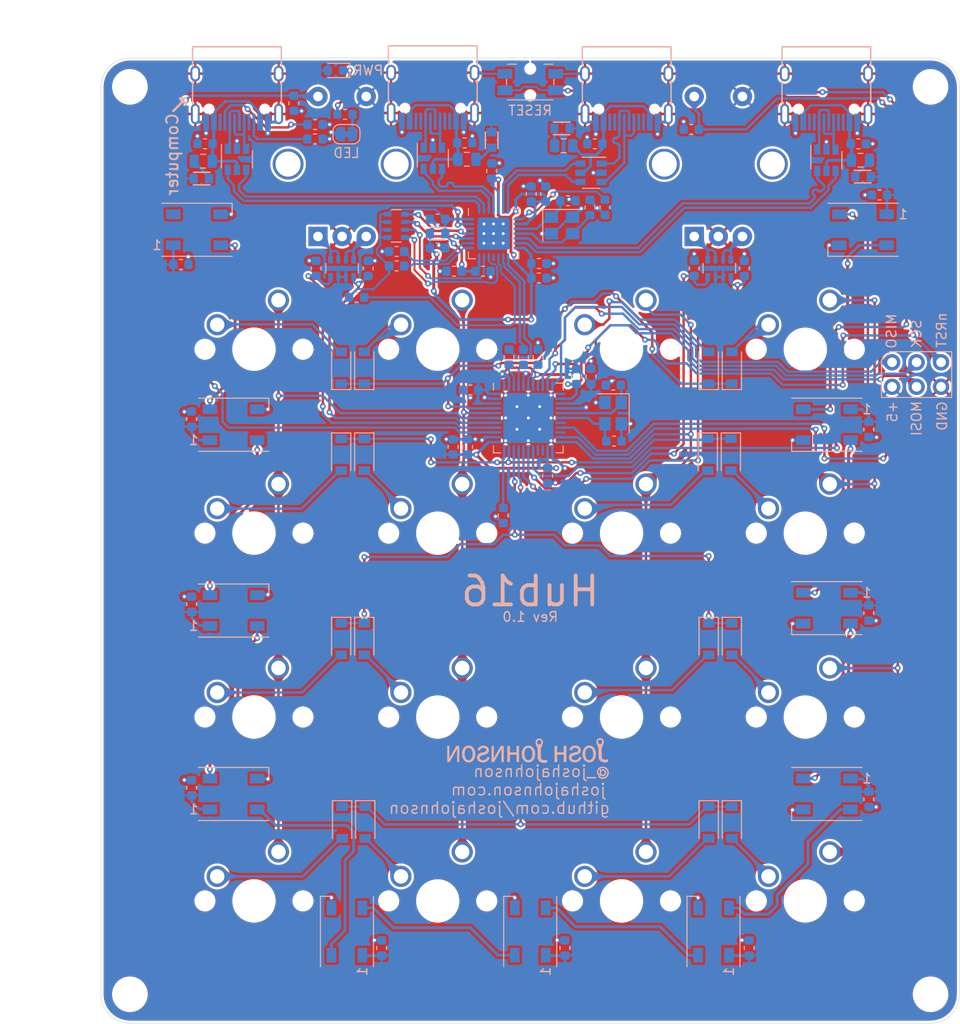
<source format=kicad_pcb>
(kicad_pcb (version 20171130) (host pcbnew 5.1.6-c6e7f7d~87~ubuntu20.04.1)
  (title_block (title Hub16) (date 2020-09-14) (rev 1.0) (company "Josh Johnson"))
  (layers (0 F.Cu signal) (31 B.Cu signal) (34 B.Paste user) (35 F.Paste user) (36 B.SilkS user) (37 F.SilkS user) (38 B.Mask user) (39 F.Mask user) (44 Edge.Cuts user))
  (net 0 "")
  (net 1 GND)
  (net 2 VBUS)
  (net 3 "Net-(C2-Pad1)")
  (net 4 "Net-(C3-Pad1)")
  (net 5 "Net-(C4-Pad1)")
  (net 6 +5V)
  (net 7 /LED_DAT)
  (net 8 "Net-(D2-Pad2)")
  (net 9 "Net-(D3-Pad2)")
  (net 10 "Net-(D10-Pad4)")
  (net 11 "Net-(D5-Pad2)")
  (net 12 /row1)
  (net 13 /row2)
  (net 14 "Net-(D6-Pad2)")
  (net 15 "Net-(D7-Pad2)")
  (net 16 /row3)
  (net 17 /row4)
  (net 18 "Net-(D8-Pad2)")
  (net 19 "Net-(D10-Pad2)")
  (net 20 "Net-(D11-Pad2)")
  (net 21 "Net-(D12-Pad2)")
  (net 22 "Net-(D13-Pad2)")
  (net 23 "Net-(D14-Pad2)")
  (net 24 "Net-(D16-Pad2)")
  (net 25 "Net-(D17-Pad2)")
  (net 26 "Net-(D18-Pad2)")
  (net 27 "Net-(D19-Pad2)")
  (net 28 "Net-(D20-Pad2)")
  (net 29 "Net-(D23-Pad2)")
  (net 30 "Net-(D24-Pad2)")
  (net 31 "Net-(D25-Pad2)")
  (net 32 "Net-(D26-Pad2)")
  (net 33 "Net-(D27-Pad2)")
  (net 34 /MISO)
  (net 35 /MOSI)
  (net 36 /SCK)
  (net 37 /nRST)
  (net 38 /col1)
  (net 39 /col2)
  (net 40 /col3)
  (net 41 /col4)
  (net 42 "Net-(R5-Pad1)")
  (net 43 "Net-(D29-Pad2)")
  (net 44 "Net-(D30-Pad2)")
  (net 45 "Net-(D31-Pad2)")
  (net 46 /ENC_1_A)
  (net 47 /ENC_1_B)
  (net 48 /ENC_1_SW)
  (net 49 /ENC_2_A)
  (net 50 /ENC_2_B)
  (net 51 /ENC_2_SW)
  (net 52 "Net-(R14-Pad1)")
  (net 53 +3V3)
  (net 54 +3.3VA)
  (net 55 "/USB Hub/XIN")
  (net 56 "/USB Hub/XOUT")
  (net 57 /USB_UP_D+)
  (net 58 "Net-(J1-PadA5)")
  (net 59 /USB_UP_D-)
  (net 60 "Net-(J1-PadB5)")
  (net 61 "/USB Hub/D2_D+")
  (net 62 "/USB Hub/D2_D-")
  (net 63 "/USB Hub/D1_D+")
  (net 64 "/USB Hub/D1_D-")
  (net 65 "/USB Hub/D3_D+")
  (net 66 "/USB Hub/D3_D-")
  (net 67 "/USB Hub/USB_DN_D+")
  (net 68 "Net-(R6-Pad1)")
  (net 69 "/USB Hub/USB_DN_D-")
  (net 70 "Net-(R7-Pad1)")
  (net 71 "Net-(RN1-Pad5)")
  (net 72 "Net-(RN3-Pad5)")
  (net 73 "Net-(RN3-Pad7)")
  (net 74 "/USB Hub/nOVR_4")
  (net 75 "/USB Hub/nOVR_2")
  (net 76 "/USB Hub/nOVR_3")
  (net 77 "/USB Hub/nOVR_1")
  (net 78 "/USB Hub/UP_USB_P")
  (net 79 "/USB Hub/UP_USB_N")
  (net 80 "Net-(RN1-Pad7)")
  (net 81 "Net-(R9-Pad1)")
  (net 82 "Net-(C24-Pad1)")
  (net 83 "Net-(C25-Pad1)")
  (net 84 "Net-(C26-Pad1)")
  (net 85 "Net-(F2-Pad2)")
  (net 86 "Net-(F3-Pad2)")
  (net 87 "Net-(F4-Pad2)")
  (net 88 "Net-(J4-PadA6)")
  (net 89 "Net-(J4-PadA7)")
  (net 90 "Net-(J5-PadA6)")
  (net 91 "Net-(J5-PadA7)")
  (net 92 "Net-(R10-Pad1)")
  (net 93 "Net-(R12-Pad1)")
  (net 94 "Net-(F1-Pad1)")
  (net 95 /LED_1)
  (net 96 "Net-(D1-Pad1)")
  (net 97 "Net-(JP11-Pad1)")
  (net 98 "/USB Hub/CON2_D+")
  (net 99 "/USB Hub/CON2_D-")
  (module josh-keyboard:MX_KEYSWITCH (layer F.Cu) (at 82.35 107.3)
    (fp_text reference K8 hide)
    (fp_text value KEYSW)
    (pad "" np_thru_hole circle (at 5.14 -0.02) (size 1.7 1.7) (drill 1.7) (layers *.Cu *.Mask))
    (pad "" np_thru_hole circle (at -5.02 -0.02) (size 1.7 1.7) (drill 1.7) (layers *.Cu *.Mask))
    (pad "" np_thru_hole circle (at 0.06 -0.02) (size 4 4) (drill 4) (layers *.Cu *.Mask))
    (pad 2 thru_hole circle (at -3.75 -2.56) (size 2.2 2.2) (drill 1.5) (layers *.Cu *.Mask) (net 22 "Net-(D13-Pad2)"))
    (pad 1 thru_hole circle (at 2.6 -5.1) (size 2.2 2.2) (drill 1.5) (layers *.Cu *.Mask) (net 39 /col2))
  )
  (module josh-keyboard:MX_KEYSWITCH (layer F.Cu) (at 120.45 126.35)
    (fp_text reference K19 hide)
    (fp_text value KEYSW)
    (pad "" np_thru_hole circle (at 5.14 -0.02) (size 1.7 1.7) (drill 1.7) (layers *.Cu *.Mask))
    (pad "" np_thru_hole circle (at -5.02 -0.02) (size 1.7 1.7) (drill 1.7) (layers *.Cu *.Mask))
    (pad "" np_thru_hole circle (at 0.06 -0.02) (size 4 4) (drill 4) (layers *.Cu *.Mask))
    (pad 2 thru_hole circle (at -3.75 -2.56) (size 2.2 2.2) (drill 1.5) (layers *.Cu *.Mask) (net 33 "Net-(D27-Pad2)"))
    (pad 1 thru_hole circle (at 2.6 -5.1) (size 2.2 2.2) (drill 1.5) (layers *.Cu *.Mask) (net 41 /col4))
  )
  (module josh-keyboard:MX_KEYSWITCH (layer F.Cu) (at 120.45 107.3)
    (fp_text reference K18 hide)
    (fp_text value KEYSW)
    (pad "" np_thru_hole circle (at 5.14 -0.02) (size 1.7 1.7) (drill 1.7) (layers *.Cu *.Mask))
    (pad "" np_thru_hole circle (at -5.02 -0.02) (size 1.7 1.7) (drill 1.7) (layers *.Cu *.Mask))
    (pad "" np_thru_hole circle (at 0.06 -0.02) (size 4 4) (drill 4) (layers *.Cu *.Mask))
    (pad 2 thru_hole circle (at -3.75 -2.56) (size 2.2 2.2) (drill 1.5) (layers *.Cu *.Mask) (net 32 "Net-(D26-Pad2)"))
    (pad 1 thru_hole circle (at 2.6 -5.1) (size 2.2 2.2) (drill 1.5) (layers *.Cu *.Mask) (net 41 /col4))
  )
  (module josh-keyboard:MX_KEYSWITCH (layer F.Cu) (at 120.45 88.25)
    (fp_text reference K17 hide)
    (fp_text value KEYSW)
    (pad "" np_thru_hole circle (at 5.14 -0.02) (size 1.7 1.7) (drill 1.7) (layers *.Cu *.Mask))
    (pad "" np_thru_hole circle (at -5.02 -0.02) (size 1.7 1.7) (drill 1.7) (layers *.Cu *.Mask))
    (pad "" np_thru_hole circle (at 0.06 -0.02) (size 4 4) (drill 4) (layers *.Cu *.Mask))
    (pad 2 thru_hole circle (at -3.75 -2.56) (size 2.2 2.2) (drill 1.5) (layers *.Cu *.Mask) (net 31 "Net-(D25-Pad2)"))
    (pad 1 thru_hole circle (at 2.6 -5.1) (size 2.2 2.2) (drill 1.5) (layers *.Cu *.Mask) (net 41 /col4))
  )
  (module josh-keyboard:MX_KEYSWITCH (layer F.Cu) (at 120.45 69.2)
    (fp_text reference K16 hide)
    (fp_text value KEYSW)
    (pad "" np_thru_hole circle (at 5.14 -0.02) (size 1.7 1.7) (drill 1.7) (layers *.Cu *.Mask))
    (pad "" np_thru_hole circle (at -5.02 -0.02) (size 1.7 1.7) (drill 1.7) (layers *.Cu *.Mask))
    (pad "" np_thru_hole circle (at 0.06 -0.02) (size 4 4) (drill 4) (layers *.Cu *.Mask))
    (pad 2 thru_hole circle (at -3.75 -2.56) (size 2.2 2.2) (drill 1.5) (layers *.Cu *.Mask) (net 30 "Net-(D24-Pad2)"))
    (pad 1 thru_hole circle (at 2.6 -5.1) (size 2.2 2.2) (drill 1.5) (layers *.Cu *.Mask) (net 41 /col4))
  )
  (module josh-keyboard:MX_KEYSWITCH (layer F.Cu) (at 101.4 126.35)
    (fp_text reference K14 hide)
    (fp_text value KEYSW)
    (pad "" np_thru_hole circle (at 5.14 -0.02) (size 1.7 1.7) (drill 1.7) (layers *.Cu *.Mask))
    (pad "" np_thru_hole circle (at -5.02 -0.02) (size 1.7 1.7) (drill 1.7) (layers *.Cu *.Mask))
    (pad "" np_thru_hole circle (at 0.06 -0.02) (size 4 4) (drill 4) (layers *.Cu *.Mask))
    (pad 2 thru_hole circle (at -3.75 -2.56) (size 2.2 2.2) (drill 1.5) (layers *.Cu *.Mask) (net 28 "Net-(D20-Pad2)"))
    (pad 1 thru_hole circle (at 2.6 -5.1) (size 2.2 2.2) (drill 1.5) (layers *.Cu *.Mask) (net 40 /col3))
  )
  (module josh-keyboard:MX_KEYSWITCH (layer F.Cu) (at 101.4 107.3)
    (fp_text reference K13 hide)
    (fp_text value KEYSW)
    (pad "" np_thru_hole circle (at 5.14 -0.02) (size 1.7 1.7) (drill 1.7) (layers *.Cu *.Mask))
    (pad "" np_thru_hole circle (at -5.02 -0.02) (size 1.7 1.7) (drill 1.7) (layers *.Cu *.Mask))
    (pad "" np_thru_hole circle (at 0.06 -0.02) (size 4 4) (drill 4) (layers *.Cu *.Mask))
    (pad 2 thru_hole circle (at -3.75 -2.56) (size 2.2 2.2) (drill 1.5) (layers *.Cu *.Mask) (net 27 "Net-(D19-Pad2)"))
    (pad 1 thru_hole circle (at 2.6 -5.1) (size 2.2 2.2) (drill 1.5) (layers *.Cu *.Mask) (net 40 /col3))
  )
  (module josh-keyboard:MX_KEYSWITCH (layer F.Cu) (at 101.4 88.25)
    (fp_text reference K12 hide)
    (fp_text value KEYSW)
    (pad "" np_thru_hole circle (at 5.14 -0.02) (size 1.7 1.7) (drill 1.7) (layers *.Cu *.Mask))
    (pad "" np_thru_hole circle (at -5.02 -0.02) (size 1.7 1.7) (drill 1.7) (layers *.Cu *.Mask))
    (pad "" np_thru_hole circle (at 0.06 -0.02) (size 4 4) (drill 4) (layers *.Cu *.Mask))
    (pad 2 thru_hole circle (at -3.75 -2.56) (size 2.2 2.2) (drill 1.5) (layers *.Cu *.Mask) (net 26 "Net-(D18-Pad2)"))
    (pad 1 thru_hole circle (at 2.6 -5.1) (size 2.2 2.2) (drill 1.5) (layers *.Cu *.Mask) (net 40 /col3))
  )
  (module josh-keyboard:MX_KEYSWITCH (layer F.Cu) (at 101.4 69.2)
    (fp_text reference K11 hide)
    (fp_text value KEYSW)
    (pad "" np_thru_hole circle (at 5.14 -0.02) (size 1.7 1.7) (drill 1.7) (layers *.Cu *.Mask))
    (pad "" np_thru_hole circle (at -5.02 -0.02) (size 1.7 1.7) (drill 1.7) (layers *.Cu *.Mask))
    (pad "" np_thru_hole circle (at 0.06 -0.02) (size 4 4) (drill 4) (layers *.Cu *.Mask))
    (pad 2 thru_hole circle (at -3.75 -2.56) (size 2.2 2.2) (drill 1.5) (layers *.Cu *.Mask) (net 25 "Net-(D17-Pad2)"))
    (pad 1 thru_hole circle (at 2.6 -5.1) (size 2.2 2.2) (drill 1.5) (layers *.Cu *.Mask) (net 40 /col3))
  )
  (module josh-keyboard:MX_KEYSWITCH (layer F.Cu) (at 82.35 126.35)
    (fp_text reference K9 hide)
    (fp_text value KEYSW)
    (pad "" np_thru_hole circle (at 5.14 -0.02) (size 1.7 1.7) (drill 1.7) (layers *.Cu *.Mask))
    (pad "" np_thru_hole circle (at -5.02 -0.02) (size 1.7 1.7) (drill 1.7) (layers *.Cu *.Mask))
    (pad "" np_thru_hole circle (at 0.06 -0.02) (size 4 4) (drill 4) (layers *.Cu *.Mask))
    (pad 2 thru_hole circle (at -3.75 -2.56) (size 2.2 2.2) (drill 1.5) (layers *.Cu *.Mask) (net 23 "Net-(D14-Pad2)"))
    (pad 1 thru_hole circle (at 2.6 -5.1) (size 2.2 2.2) (drill 1.5) (layers *.Cu *.Mask) (net 39 /col2))
  )
  (module josh-keyboard:MX_KEYSWITCH (layer F.Cu) (at 82.35 88.25)
    (fp_text reference K7 hide)
    (fp_text value KEYSW)
    (pad "" np_thru_hole circle (at 5.14 -0.02) (size 1.7 1.7) (drill 1.7) (layers *.Cu *.Mask))
    (pad "" np_thru_hole circle (at -5.02 -0.02) (size 1.7 1.7) (drill 1.7) (layers *.Cu *.Mask))
    (pad "" np_thru_hole circle (at 0.06 -0.02) (size 4 4) (drill 4) (layers *.Cu *.Mask))
    (pad 2 thru_hole circle (at -3.75 -2.56) (size 2.2 2.2) (drill 1.5) (layers *.Cu *.Mask) (net 21 "Net-(D12-Pad2)"))
    (pad 1 thru_hole circle (at 2.6 -5.1) (size 2.2 2.2) (drill 1.5) (layers *.Cu *.Mask) (net 39 /col2))
  )
  (module josh-keyboard:MX_KEYSWITCH (layer F.Cu) (at 82.35 69.2)
    (fp_text reference K6 hide)
    (fp_text value KEYSW)
    (pad "" np_thru_hole circle (at 5.14 -0.02) (size 1.7 1.7) (drill 1.7) (layers *.Cu *.Mask))
    (pad "" np_thru_hole circle (at -5.02 -0.02) (size 1.7 1.7) (drill 1.7) (layers *.Cu *.Mask))
    (pad "" np_thru_hole circle (at 0.06 -0.02) (size 4 4) (drill 4) (layers *.Cu *.Mask))
    (pad 2 thru_hole circle (at -3.75 -2.56) (size 2.2 2.2) (drill 1.5) (layers *.Cu *.Mask) (net 20 "Net-(D11-Pad2)"))
    (pad 1 thru_hole circle (at 2.6 -5.1) (size 2.2 2.2) (drill 1.5) (layers *.Cu *.Mask) (net 39 /col2))
  )
  (module josh-keyboard:MX_KEYSWITCH (layer F.Cu) (at 63.3 126.35)
    (fp_text reference K4 hide)
    (fp_text value KEYSW)
    (pad "" np_thru_hole circle (at 5.14 -0.02) (size 1.7 1.7) (drill 1.7) (layers *.Cu *.Mask))
    (pad "" np_thru_hole circle (at -5.02 -0.02) (size 1.7 1.7) (drill 1.7) (layers *.Cu *.Mask))
    (pad "" np_thru_hole circle (at 0.06 -0.02) (size 4 4) (drill 4) (layers *.Cu *.Mask))
    (pad 2 thru_hole circle (at -3.75 -2.56) (size 2.2 2.2) (drill 1.5) (layers *.Cu *.Mask) (net 18 "Net-(D8-Pad2)"))
    (pad 1 thru_hole circle (at 2.6 -5.1) (size 2.2 2.2) (drill 1.5) (layers *.Cu *.Mask) (net 38 /col1))
  )
  (module josh-keyboard:MX_KEYSWITCH (layer F.Cu) (at 63.3 107.3)
    (fp_text reference K3 hide)
    (fp_text value KEYSW)
    (pad "" np_thru_hole circle (at 5.14 -0.02) (size 1.7 1.7) (drill 1.7) (layers *.Cu *.Mask))
    (pad "" np_thru_hole circle (at -5.02 -0.02) (size 1.7 1.7) (drill 1.7) (layers *.Cu *.Mask))
    (pad "" np_thru_hole circle (at 0.06 -0.02) (size 4 4) (drill 4) (layers *.Cu *.Mask))
    (pad 2 thru_hole circle (at -3.75 -2.56) (size 2.2 2.2) (drill 1.5) (layers *.Cu *.Mask) (net 15 "Net-(D7-Pad2)"))
    (pad 1 thru_hole circle (at 2.6 -5.1) (size 2.2 2.2) (drill 1.5) (layers *.Cu *.Mask) (net 38 /col1))
  )
  (module josh-keyboard:MX_KEYSWITCH (layer F.Cu) (at 63.3 88.25)
    (fp_text reference K2 hide)
    (fp_text value KEYSW)
    (pad "" np_thru_hole circle (at 5.14 -0.02) (size 1.7 1.7) (drill 1.7) (layers *.Cu *.Mask))
    (pad "" np_thru_hole circle (at -5.02 -0.02) (size 1.7 1.7) (drill 1.7) (layers *.Cu *.Mask))
    (pad "" np_thru_hole circle (at 0.06 -0.02) (size 4 4) (drill 4) (layers *.Cu *.Mask))
    (pad 2 thru_hole circle (at -3.75 -2.56) (size 2.2 2.2) (drill 1.5) (layers *.Cu *.Mask) (net 14 "Net-(D6-Pad2)"))
    (pad 1 thru_hole circle (at 2.6 -5.1) (size 2.2 2.2) (drill 1.5) (layers *.Cu *.Mask) (net 38 /col1))
  )
  (module josh-keyboard:MX_KEYSWITCH (layer F.Cu) (at 63.3 69.2)
    (fp_text reference K1 hide)
    (fp_text value KEYSW)
    (pad "" np_thru_hole circle (at 5.14 -0.02) (size 1.7 1.7) (drill 1.7) (layers *.Cu *.Mask))
    (pad "" np_thru_hole circle (at -5.02 -0.02) (size 1.7 1.7) (drill 1.7) (layers *.Cu *.Mask))
    (pad "" np_thru_hole circle (at 0.06 -0.02) (size 4 4) (drill 4) (layers *.Cu *.Mask))
    (pad 2 thru_hole circle (at -3.75 -2.56) (size 2.2 2.2) (drill 1.5) (layers *.Cu *.Mask) (net 11 "Net-(D5-Pad2)"))
    (pad 1 thru_hole circle (at 2.6 -5.1) (size 2.2 2.2) (drill 1.5) (layers *.Cu *.Mask) (net 38 /col1))
  )
  (module josh-connectors:AVR_PROG_2.54_THT (layer B.Cu) (at 132.05 71.8)
    (fp_text reference J2 hide)
    (fp_text value AVR-ISP-6)
    (pad 5 thru_hole circle (at 2.54 -1.27) (size 1.7 1.7) (drill 1) (layers *.Cu *.Mask) (net 37 /nRST))
    (pad 6 thru_hole circle (at 2.54 1.27) (size 1.7 1.7) (drill 1) (layers *.Cu *.Mask) (net 1 GND))
    (pad 3 thru_hole circle (at 0 -1.27) (size 1.7 1.7) (drill 1) (layers *.Cu *.Mask) (net 36 /SCK))
    (pad 4 thru_hole circle (at 0 1.27) (size 1.7 1.7) (drill 1) (layers *.Cu *.Mask) (net 35 /MOSI))
    (pad 1 thru_hole circle (at -2.54 -1.27) (size 1.7 1.7) (drill 1) (layers *.Cu *.Mask) (net 34 /MISO))
    (pad 2 thru_hole circle (at -2.54 1.27) (size 1.7 1.7) (drill 1) (layers *.Cu *.Mask) (net 6 +5V))
  )
  (module josh-buttons-switches:Panasonic_EVQPUL_EVQPUC (layer B.Cu) (at 92 41.5 180)
    (fp_text reference SW1 hide)
    (fp_text value KMR2)
    (pad "" np_thru_hole circle (at 0 1.375) (size 0.75 0.75) (drill 0.75) (layers *.Cu *.Mask))
    (pad "" np_thru_hole circle (at 0 -1.375) (size 0.75 0.75) (drill 0.75) (layers *.Cu *.Mask))
    (pad 1 smd rect (at 2.625 0.85) (size 1.55 1) (layers B.Cu B.Paste B.Mask) (net 1 GND))
    (pad 1 smd rect (at -2.625 0.85) (size 1.55 1) (layers B.Cu B.Paste B.Mask) (net 1 GND))
    (pad 2 smd rect (at -2.625 -0.85) (size 1.55 1) (layers B.Cu B.Paste B.Mask) (net 37 /nRST))
    (pad 2 smd rect (at 2.625 -0.85) (size 1.55 1) (layers B.Cu B.Paste B.Mask) (net 37 /nRST))
  )
  (module josh-logos:josh-johnson-logo-17x3 (layer B.Cu) (at 91.7 110.7 180)
    (fp_text reference LOGO1 hide)
    (fp_text value Josh-Logo hide)
  )
  (module josh-logos:OSHW-Logo2_9.8x8mm_Mask (layer B.Cu) (at 92 103 180)
    (fp_text reference LOGO4 hide)
    (fp_text value Logo_Open_Hardware_Small hide)
  )
  (module josh-dfn-qfn:QFN-44-1EP_7x7mm_P0.5mm_EP5.2x5.2mm_ThermalVias (layer B.Cu) (at 91.8 76.3 270)
    (fp_text reference U2 hide)
    (fp_text value ATMEGA32U4)
    (pad 45 smd rect (at 0 0 270) (size 5.2 5.2) (layers F.Cu) (net 1 GND))
    (pad 45 thru_hole circle (at 2.35 -2.35 270) (size 0.5 0.5) (drill 0.3) (layers *.Cu) (net 1 GND))
    (pad 45 thru_hole circle (at 0 -2.35 270) (size 0.5 0.5) (drill 0.3) (layers *.Cu) (net 1 GND))
    (pad 45 thru_hole circle (at -2.35 -2.35 270) (size 0.5 0.5) (drill 0.3) (layers *.Cu) (net 1 GND))
    (pad 45 thru_hole circle (at 1.175 -1.175 270) (size 0.5 0.5) (drill 0.3) (layers *.Cu) (net 1 GND))
    (pad 45 thru_hole circle (at -1.175 -1.175 270) (size 0.5 0.5) (drill 0.3) (layers *.Cu) (net 1 GND))
    (pad 45 thru_hole circle (at 2.35 0 270) (size 0.5 0.5) (drill 0.3) (layers *.Cu) (net 1 GND))
    (pad 45 thru_hole circle (at 0 0 270) (size 0.5 0.5) (drill 0.3) (layers *.Cu) (net 1 GND))
    (pad 45 thru_hole circle (at -2.35 0 270) (size 0.5 0.5) (drill 0.3) (layers *.Cu) (net 1 GND))
    (pad 45 thru_hole circle (at 1.175 1.175 270) (size 0.5 0.5) (drill 0.3) (layers *.Cu) (net 1 GND))
    (pad 45 thru_hole circle (at -1.175 1.175 270) (size 0.5 0.5) (drill 0.3) (layers *.Cu) (net 1 GND))
    (pad 45 thru_hole circle (at 2.35 2.35 270) (size 0.5 0.5) (drill 0.3) (layers *.Cu) (net 1 GND))
    (pad 45 thru_hole circle (at 0 2.35 270) (size 0.5 0.5) (drill 0.3) (layers *.Cu) (net 1 GND))
    (pad 45 thru_hole circle (at -2.35 2.35 270) (size 0.5 0.5) (drill 0.3) (layers *.Cu) (net 1 GND))
    (pad 45 smd rect (at 0 0 270) (size 5.2 5.2) (layers B.Cu B.Mask) (net 1 GND))
    (pad 44 smd roundrect (at -2.5 3.3375 270) (size 0.25 1.075) (layers B.Cu B.Paste B.Mask) (net 6 +5V))
    (pad 43 smd roundrect (at -2 3.3375 270) (size 0.25 1.075) (layers B.Cu B.Paste B.Mask) (net 1 GND))
    (pad 42 smd roundrect (at -1.5 3.3375 270) (size 0.25 1.075) (layers B.Cu B.Paste B.Mask) (net 6 +5V))
    (pad 41 smd roundrect (at -1 3.3375 270) (size 0.25 1.075) (layers B.Cu B.Paste B.Mask) (net 12 /row1))
    (pad 40 smd roundrect (at -0.5 3.3375 270) (size 0.25 1.075) (layers B.Cu B.Paste B.Mask) (net 39 /col2))
    (pad 39 smd roundrect (at 0 3.3375 270) (size 0.25 1.075) (layers B.Cu B.Paste B.Mask) (net 38 /col1))
    (pad 38 smd roundrect (at 0.5 3.3375 270) (size 0.25 1.075) (layers B.Cu B.Paste B.Mask) (net 47 /ENC_1_B))
    (pad 37 smd roundrect (at 1 3.3375 270) (size 0.25 1.075) (layers B.Cu B.Paste B.Mask) (net 46 /ENC_1_A))
    (pad 36 smd roundrect (at 1.5 3.3375 270) (size 0.25 1.075) (layers B.Cu B.Paste B.Mask) (net 48 /ENC_1_SW))
    (pad 35 smd roundrect (at 2 3.3375 270) (size 0.25 1.075) (layers B.Cu B.Paste B.Mask) (net 1 GND))
    (pad 34 smd roundrect (at 2.5 3.3375 270) (size 0.25 1.075) (layers B.Cu B.Paste B.Mask) (net 6 +5V))
    (pad 33 smd roundrect (at 3.3375 2.5 270) (size 1.075 0.25) (layers B.Cu B.Paste B.Mask) (net 42 "Net-(R5-Pad1)"))
    (pad 32 smd roundrect (at 3.3375 2 270) (size 1.075 0.25) (layers B.Cu B.Paste B.Mask) (net 13 /row2))
    (pad 31 smd roundrect (at 3.3375 1.5 270) (size 1.075 0.25) (layers B.Cu B.Paste B.Mask) (net 16 /row3))
    (pad 30 smd roundrect (at 3.3375 1 270) (size 1.075 0.25) (layers B.Cu B.Paste B.Mask) (net 17 /row4))
    (pad 29 smd roundrect (at 3.3375 0.5 270) (size 1.075 0.25) (layers B.Cu B.Paste B.Mask) (net 50 /ENC_2_B))
    (pad 28 smd roundrect (at 3.3375 0 270) (size 1.075 0.25) (layers B.Cu B.Paste B.Mask) (net 49 /ENC_2_A))
    (pad 27 smd roundrect (at 3.3375 -0.5 270) (size 1.075 0.25) (layers B.Cu B.Paste B.Mask) (net 51 /ENC_2_SW))
    (pad 26 smd roundrect (at 3.3375 -1 270) (size 1.075 0.25) (layers B.Cu B.Paste B.Mask))
    (pad 25 smd roundrect (at 3.3375 -1.5 270) (size 1.075 0.25) (layers B.Cu B.Paste B.Mask))
    (pad 24 smd roundrect (at 3.3375 -2 270) (size 1.075 0.25) (layers B.Cu B.Paste B.Mask) (net 6 +5V))
    (pad 23 smd roundrect (at 3.3375 -2.5 270) (size 1.075 0.25) (layers B.Cu B.Paste B.Mask) (net 1 GND))
    (pad 22 smd roundrect (at 2.5 -3.3375 270) (size 0.25 1.075) (layers B.Cu B.Paste B.Mask) (net 40 /col3))
    (pad 21 smd roundrect (at 2 -3.3375 270) (size 0.25 1.075) (layers B.Cu B.Paste B.Mask) (net 41 /col4))
    (pad 20 smd roundrect (at 1.5 -3.3375 270) (size 0.25 1.075) (layers B.Cu B.Paste B.Mask))
    (pad 19 smd roundrect (at 1 -3.3375 270) (size 0.25 1.075) (layers B.Cu B.Paste B.Mask) (net 7 /LED_DAT))
    (pad 18 smd roundrect (at 0.5 -3.3375 270) (size 0.25 1.075) (layers B.Cu B.Paste B.Mask))
    (pad 17 smd roundrect (at 0 -3.3375 270) (size 0.25 1.075) (layers B.Cu B.Paste B.Mask) (net 4 "Net-(C3-Pad1)"))
    (pad 16 smd roundrect (at -0.5 -3.3375 270) (size 0.25 1.075) (layers B.Cu B.Paste B.Mask) (net 3 "Net-(C2-Pad1)"))
    (pad 15 smd roundrect (at -1 -3.3375 270) (size 0.25 1.075) (layers B.Cu B.Paste B.Mask) (net 1 GND))
    (pad 14 smd roundrect (at -1.5 -3.3375 270) (size 0.25 1.075) (layers B.Cu B.Paste B.Mask) (net 6 +5V))
    (pad 13 smd roundrect (at -2 -3.3375 270) (size 0.25 1.075) (layers B.Cu B.Paste B.Mask) (net 37 /nRST))
    (pad 12 smd roundrect (at -2.5 -3.3375 270) (size 0.25 1.075) (layers B.Cu B.Paste B.Mask))
    (pad 11 smd roundrect (at -3.3375 -2.5 270) (size 1.075 0.25) (layers B.Cu B.Paste B.Mask) (net 34 /MISO))
    (pad 10 smd roundrect (at -3.3375 -2 270) (size 1.075 0.25) (layers B.Cu B.Paste B.Mask) (net 35 /MOSI))
    (pad 9 smd roundrect (at -3.3375 -1.5 270) (size 1.075 0.25) (layers B.Cu B.Paste B.Mask) (net 36 /SCK))
    (pad 8 smd roundrect (at -3.3375 -1 270) (size 1.075 0.25) (layers B.Cu B.Paste B.Mask))
    (pad 7 smd roundrect (at -3.3375 -0.5 270) (size 1.075 0.25) (layers B.Cu B.Paste B.Mask) (net 6 +5V))
    (pad 6 smd roundrect (at -3.3375 0 270) (size 1.075 0.25) (layers B.Cu B.Paste B.Mask) (net 5 "Net-(C4-Pad1)"))
    (pad 5 smd roundrect (at -3.3375 0.5 270) (size 1.075 0.25) (layers B.Cu B.Paste B.Mask) (net 1 GND))
    (pad 4 smd roundrect (at -3.3375 1 270) (size 1.075 0.25) (layers B.Cu B.Paste B.Mask) (net 68 "Net-(R6-Pad1)"))
    (pad 3 smd roundrect (at -3.3375 1.5 270) (size 1.075 0.25) (layers B.Cu B.Paste B.Mask) (net 70 "Net-(R7-Pad1)"))
    (pad 2 smd roundrect (at -3.3375 2 270) (size 1.075 0.25) (layers B.Cu B.Paste B.Mask) (net 6 +5V))
    (pad 1 smd roundrect (at -3.3375 2.5 270) (size 1.075 0.25) (layers B.Cu B.Paste B.Mask))
  )
  (module Resistor_SMD:R_0603_1608Metric (layer B.Cu) (at 67.5 43.7 90)
    (fp_text reference R8 hide)
    (fp_text value 10K)
    (pad 2 smd roundrect (at 0.7875 0 90) (size 0.875 0.95) (layers B.Cu B.Paste B.Mask) (net 48 /ENC_1_SW))
    (pad 1 smd roundrect (at -0.7875 0 90) (size 0.875 0.95) (layers B.Cu B.Paste B.Mask) (net 1 GND))
  )
  (module Capacitor_SMD:C_0603_1608Metric (layer B.Cu) (at 69.8 60.8 90)
    (fp_text reference C9 hide)
    (fp_text value 100n)
    (pad 2 smd roundrect (at 0.7875 0 90) (size 0.875 0.95) (layers B.Cu B.Paste B.Mask) (net 1 GND))
    (pad 1 smd roundrect (at -0.7875 0 90) (size 0.875 0.95) (layers B.Cu B.Paste B.Mask) (net 46 /ENC_1_A))
  )
  (module Resistor_SMD:R_Array_Convex_4x0603 (layer B.Cu) (at 72.5 60.8 90)
    (fp_text reference RN3 hide)
    (fp_text value 10K)
    (pad 5 smd rect (at 0.9 -1.2 90) (size 0.8 0.5) (layers B.Cu B.Paste B.Mask) (net 72 "Net-(RN3-Pad5)"))
    (pad 6 smd rect (at 0.9 -0.4 90) (size 0.8 0.4) (layers B.Cu B.Paste B.Mask) (net 72 "Net-(RN3-Pad5)"))
    (pad 8 smd rect (at 0.9 1.2 90) (size 0.8 0.5) (layers B.Cu B.Paste B.Mask) (net 73 "Net-(RN3-Pad7)"))
    (pad 7 smd rect (at 0.9 0.4 90) (size 0.8 0.4) (layers B.Cu B.Paste B.Mask) (net 73 "Net-(RN3-Pad7)"))
    (pad 4 smd rect (at -0.9 -1.2 90) (size 0.8 0.5) (layers B.Cu B.Paste B.Mask) (net 46 /ENC_1_A))
    (pad 2 smd rect (at -0.9 0.4 90) (size 0.8 0.4) (layers B.Cu B.Paste B.Mask) (net 6 +5V))
    (pad 3 smd rect (at -0.9 -0.4 90) (size 0.8 0.4) (layers B.Cu B.Paste B.Mask) (net 6 +5V))
    (pad 1 smd rect (at -0.9 1.2 90) (size 0.8 0.5) (layers B.Cu B.Paste B.Mask) (net 47 /ENC_1_B))
  )
  (module Capacitor_SMD:C_0603_1608Metric (layer B.Cu) (at 75.2 60.8 90)
    (fp_text reference C8 hide)
    (fp_text value 100n)
    (pad 2 smd roundrect (at 0.7875 0 90) (size 0.875 0.95) (layers B.Cu B.Paste B.Mask) (net 1 GND))
    (pad 1 smd roundrect (at -0.7875 0 90) (size 0.875 0.95) (layers B.Cu B.Paste B.Mask) (net 47 /ENC_1_B))
  )
  (module Diode_SMD:D_SOD-123 (layer B.Cu) (at 112.9 71.1 90)
    (fp_text reference D24 hide)
    (fp_text value D)
    (pad 2 smd rect (at 1.65 0 90) (size 0.9 1.2) (layers B.Cu B.Paste B.Mask) (net 30 "Net-(D24-Pad2)"))
    (pad 1 smd rect (at -1.65 0 90) (size 0.9 1.2) (layers B.Cu B.Paste B.Mask) (net 12 /row1))
  )
  (module Diode_SMD:D_SOD-123 (layer B.Cu) (at 110.5 71.1 90)
    (fp_text reference D17 hide)
    (fp_text value D)
    (pad 2 smd rect (at 1.65 0 90) (size 0.9 1.2) (layers B.Cu B.Paste B.Mask) (net 25 "Net-(D17-Pad2)"))
    (pad 1 smd rect (at -1.65 0 90) (size 0.9 1.2) (layers B.Cu B.Paste B.Mask) (net 12 /row1))
  )
  (module josh-logos:board-title (layer B.Cu) (at 92 92.2 180)
    (fp_text reference LOGO3 hide)
    (fp_text value Board-Details)
    (fp_text user "Rev 1.0" (at 0 -4.7) (layer B.SilkS) (effects (justify mirror)))
    (fp_text user Hub16 (at 0 -2.05) (layer B.SilkS) (effects (font (size 3 3) (thickness 0.4)) (justify mirror)))
  )
  (module Capacitor_SMD:C_0603_1608Metric (layer B.Cu) (at 127.1 77.4875 90)
    (fp_text reference C38 hide)
    (fp_text value 100n)
    (pad 2 smd roundrect (at 0.7875 0 90) (size 0.875 0.95) (layers B.Cu B.Paste B.Mask) (net 6 +5V))
    (pad 1 smd roundrect (at -0.7875 0 90) (size 0.875 0.95) (layers B.Cu B.Paste B.Mask) (net 1 GND))
  )
  (module Capacitor_SMD:C_0603_1608Metric (layer B.Cu) (at 114.7 131.2 90)
    (fp_text reference C37 hide)
    (fp_text value 100n)
    (pad 2 smd roundrect (at 0.7875 0 90) (size 0.875 0.95) (layers B.Cu B.Paste B.Mask) (net 1 GND))
    (pad 1 smd roundrect (at -0.7875 0 90) (size 0.875 0.95) (layers B.Cu B.Paste B.Mask) (net 6 +5V))
  )
  (module Capacitor_SMD:C_0603_1608Metric (layer B.Cu) (at 127.1 96.5 270)
    (fp_text reference C36 hide)
    (fp_text value 100n)
    (pad 2 smd roundrect (at 0.7875 0 270) (size 0.875 0.95) (layers B.Cu B.Paste B.Mask) (net 1 GND))
    (pad 1 smd roundrect (at -0.7875 0 270) (size 0.875 0.95) (layers B.Cu B.Paste B.Mask) (net 6 +5V))
  )
  (module Capacitor_SMD:C_0603_1608Metric (layer B.Cu) (at 128.2 53.2 180)
    (fp_text reference C35 hide)
    (fp_text value 100n)
    (pad 2 smd roundrect (at 0.7875 0 180) (size 0.875 0.95) (layers B.Cu B.Paste B.Mask) (net 1 GND))
    (pad 1 smd roundrect (at -0.7875 0 180) (size 0.875 0.95) (layers B.Cu B.Paste B.Mask) (net 6 +5V))
  )
  (module Capacitor_SMD:C_0603_1608Metric (layer B.Cu) (at 95.6 131.2 90)
    (fp_text reference C34 hide)
    (fp_text value 100n)
    (pad 2 smd roundrect (at 0.7875 0 90) (size 0.875 0.95) (layers B.Cu B.Paste B.Mask) (net 1 GND))
    (pad 1 smd roundrect (at -0.7875 0 90) (size 0.875 0.95) (layers B.Cu B.Paste B.Mask) (net 6 +5V))
  )
  (module Capacitor_SMD:C_0603_1608Metric (layer B.Cu) (at 56.9 114.6125 90)
    (fp_text reference C33 hide)
    (fp_text value 100n)
    (pad 2 smd roundrect (at 0.7875 0 90) (size 0.875 0.95) (layers B.Cu B.Paste B.Mask) (net 1 GND))
    (pad 1 smd roundrect (at -0.7875 0 90) (size 0.875 0.95) (layers B.Cu B.Paste B.Mask) (net 6 +5V))
  )
  (module Capacitor_SMD:C_0603_1608Metric (layer B.Cu) (at 127.1 115.8 270)
    (fp_text reference C32 hide)
    (fp_text value 100n)
    (pad 2 smd roundrect (at 0.7875 0 270) (size 0.875 0.95) (layers B.Cu B.Paste B.Mask) (net 1 GND))
    (pad 1 smd roundrect (at -0.7875 0 270) (size 0.875 0.95) (layers B.Cu B.Paste B.Mask) (net 6 +5V))
  )
  (module Capacitor_SMD:C_0603_1608Metric (layer B.Cu) (at 76.6 131.2 90)
    (fp_text reference C31 hide)
    (fp_text value 100n)
    (pad 2 smd roundrect (at 0.7875 0 90) (size 0.875 0.95) (layers B.Cu B.Paste B.Mask) (net 1 GND))
    (pad 1 smd roundrect (at -0.7875 0 90) (size 0.875 0.95) (layers B.Cu B.Paste B.Mask) (net 6 +5V))
  )
  (module Capacitor_SMD:C_0603_1608Metric (layer B.Cu) (at 56.9 95.6 90)
    (fp_text reference C30 hide)
    (fp_text value 100n)
    (pad 2 smd roundrect (at 0.7875 0 90) (size 0.875 0.95) (layers B.Cu B.Paste B.Mask) (net 1 GND))
    (pad 1 smd roundrect (at -0.7875 0 90) (size 0.875 0.95) (layers B.Cu B.Paste B.Mask) (net 6 +5V))
  )
  (module Capacitor_SMD:C_0603_1608Metric (layer B.Cu) (at 55.7875 60.4)
    (fp_text reference C29 hide)
    (fp_text value 100n)
    (pad 2 smd roundrect (at 0.7875 0) (size 0.875 0.95) (layers B.Cu B.Paste B.Mask) (net 1 GND))
    (pad 1 smd roundrect (at -0.7875 0) (size 0.875 0.95) (layers B.Cu B.Paste B.Mask) (net 6 +5V))
  )
  (module Capacitor_SMD:C_0603_1608Metric (layer B.Cu) (at 56.9 76.4125 90)
    (fp_text reference C28 hide)
    (fp_text value 100n)
    (pad 2 smd roundrect (at 0.7875 0 90) (size 0.875 0.95) (layers B.Cu B.Paste B.Mask) (net 1 GND))
    (pad 1 smd roundrect (at -0.7875 0 90) (size 0.875 0.95) (layers B.Cu B.Paste B.Mask) (net 6 +5V))
  )
  (module Capacitor_SMD:C_0603_1608Metric (layer B.Cu) (at 85.8125 73.4 180)
    (fp_text reference C27 hide)
    (fp_text value 100n)
    (pad 2 smd roundrect (at 0.7875 0 180) (size 0.875 0.95) (layers B.Cu B.Paste B.Mask) (net 1 GND))
    (pad 1 smd roundrect (at -0.7875 0 180) (size 0.875 0.95) (layers B.Cu B.Paste B.Mask) (net 6 +5V))
  )
  (module Capacitor_SMD:C_0603_1608Metric (layer B.Cu) (at 93.8 82.2875 270)
    (fp_text reference C23 hide)
    (fp_text value 100n)
    (pad 2 smd roundrect (at 0.7875 0 270) (size 0.875 0.95) (layers B.Cu B.Paste B.Mask) (net 1 GND))
    (pad 1 smd roundrect (at -0.7875 0 270) (size 0.875 0.95) (layers B.Cu B.Paste B.Mask) (net 6 +5V))
  )
  (module josh-passives-smt:Ferrite_Bead_0603 (layer B.Cu) (at 57.9 51.5 180)
    (fp_text reference FB5 hide)
    (fp_text value 600R hide)
    (pad 2 smd rect (at 0.8 0 180) (size 0.85 1) (layers B.Cu B.Paste B.Mask) (net 6 +5V))
    (pad 1 smd rect (at -0.8 0 180) (size 0.85 1) (layers B.Cu B.Paste B.Mask) (net 94 "Net-(F1-Pad1)"))
  )
  (module Resistor_SMD:R_0603_1608Metric (layer B.Cu) (at 78.15 60.55 180)
    (fp_text reference R12 hide)
    (fp_text value 10K)
    (pad 2 smd roundrect (at 0.7875 0 180) (size 0.875 0.95) (layers B.Cu B.Paste B.Mask) (net 53 +3V3))
    (pad 1 smd roundrect (at -0.7875 0 180) (size 0.875 0.95) (layers B.Cu B.Paste B.Mask) (net 93 "Net-(R12-Pad1)"))
  )
  (module Resistor_SMD:R_0603_1608Metric (layer B.Cu) (at 74 63.8 180)
    (fp_text reference R10 hide)
    (fp_text value 10K)
    (pad 2 smd roundrect (at 0.7875 0 180) (size 0.875 0.95) (layers B.Cu B.Paste B.Mask) (net 53 +3V3))
    (pad 1 smd roundrect (at -0.7875 0 180) (size 0.875 0.95) (layers B.Cu B.Paste B.Mask) (net 92 "Net-(R10-Pad1)"))
  )
  (module josh-buttons-switches:RotaryEncoder_Alps_EC11E-Switch_Vertical_H20mm_CircularMountingHoles (layer F.Cu) (at 109 57.5 90)
    (fp_text reference SW3 hide)
    (fp_text value Rotary_Encoder_Switch)
    (pad A thru_hole rect (at 0 0 90) (size 2 2) (drill 1) (layers *.Cu *.Mask) (net 71 "Net-(RN1-Pad5)"))
    (pad C thru_hole circle (at 0 2.5 90) (size 2 2) (drill 1) (layers *.Cu *.Mask) (net 1 GND))
    (pad B thru_hole circle (at 0 5 90) (size 2 2) (drill 1) (layers *.Cu *.Mask) (net 80 "Net-(RN1-Pad7)"))
    (pad MP thru_hole circle (at 7.5 -3.1 90) (size 3.2 3.2) (drill 2.6) (layers *.Cu *.Mask))
    (pad MP thru_hole circle (at 7.5 8.1 90) (size 3.2 3.2) (drill 2.6) (layers *.Cu *.Mask))
    (pad S2 thru_hole circle (at 14.5 0 90) (size 2 2) (drill 1) (layers *.Cu *.Mask) (net 51 /ENC_2_SW))
    (pad S1 thru_hole circle (at 14.5 5 90) (size 2 2) (drill 1) (layers *.Cu *.Mask) (net 6 +5V))
  )
  (module Resistor_SMD:R_0603_1608Metric (layer B.Cu) (at 108.7 46.4)
    (fp_text reference R11 hide)
    (fp_text value 10K)
    (pad 2 smd roundrect (at 0.7875 0) (size 0.875 0.95) (layers B.Cu B.Paste B.Mask) (net 51 /ENC_2_SW))
    (pad 1 smd roundrect (at -0.7875 0) (size 0.875 0.95) (layers B.Cu B.Paste B.Mask) (net 1 GND))
  )
  (module josh-passives-smt:Ferrite_Bead_0603 (layer B.Cu) (at 126.5 51.3)
    (fp_text reference FB3 hide)
    (fp_text value 600R hide)
    (pad 2 smd rect (at 0.8 0) (size 0.85 1) (layers B.Cu B.Paste B.Mask) (net 6 +5V))
    (pad 1 smd rect (at -0.8 0) (size 0.85 1) (layers B.Cu B.Paste B.Mask) (net 85 "Net-(F2-Pad2)"))
  )
  (module josh-passives-smt:Ferrite_Bead_0603 (layer B.Cu) (at 95.3 46.3)
    (fp_text reference FB2 hide)
    (fp_text value 600R hide)
    (pad 2 smd rect (at 0.8 0) (size 0.85 1) (layers B.Cu B.Paste B.Mask) (net 6 +5V))
    (pad 1 smd rect (at -0.8 0) (size 0.85 1) (layers B.Cu B.Paste B.Mask) (net 87 "Net-(F4-Pad2)"))
  )
  (module Resistor_SMD:R_0603_1608Metric (layer B.Cu) (at 69.6875 47.4 180)
    (fp_text reference R4 hide)
    (fp_text value 5K1)
    (pad 2 smd roundrect (at 0.7875 0 180) (size 0.875 0.95) (layers B.Cu B.Paste B.Mask) (net 60 "Net-(J1-PadB5)"))
    (pad 1 smd roundrect (at -0.7875 0 180) (size 0.875 0.95) (layers B.Cu B.Paste B.Mask) (net 1 GND))
  )
  (module Package_TO_SOT_SMD:SOT-23-6 (layer B.Cu) (at 98.3 50.9 180)
    (fp_text reference U6 hide)
    (fp_text value USBLC6-2SC6)
    (pad 5 smd rect (at 1.1 0 180) (size 1.06 0.65) (layers B.Cu B.Paste B.Mask) (net 84 "Net-(C26-Pad1)"))
    (pad 6 smd rect (at 1.1 0.95 180) (size 1.06 0.65) (layers B.Cu B.Paste B.Mask) (net 62 "/USB Hub/D2_D-"))
    (pad 4 smd rect (at 1.1 -0.95 180) (size 1.06 0.65) (layers B.Cu B.Paste B.Mask) (net 61 "/USB Hub/D2_D+"))
    (pad 3 smd rect (at -1.1 -0.95 180) (size 1.06 0.65) (layers B.Cu B.Paste B.Mask) (net 98 "/USB Hub/CON2_D+"))
    (pad 2 smd rect (at -1.1 0 180) (size 1.06 0.65) (layers B.Cu B.Paste B.Mask) (net 1 GND))
    (pad 1 smd rect (at -1.1 0.95 180) (size 1.06 0.65) (layers B.Cu B.Paste B.Mask) (net 99 "/USB Hub/CON2_D-"))
  )
  (module Package_TO_SOT_SMD:SOT-23-6 (layer B.Cu) (at 81.9 49.4 270)
    (fp_text reference U5 hide)
    (fp_text value USBLC6-2SC6)
    (pad 5 smd rect (at 1.1 0 270) (size 1.06 0.65) (layers B.Cu B.Paste B.Mask) (net 83 "Net-(C25-Pad1)"))
    (pad 6 smd rect (at 1.1 0.95 270) (size 1.06 0.65) (layers B.Cu B.Paste B.Mask) (net 64 "/USB Hub/D1_D-"))
    (pad 4 smd rect (at 1.1 -0.95 270) (size 1.06 0.65) (layers B.Cu B.Paste B.Mask) (net 63 "/USB Hub/D1_D+"))
    (pad 3 smd rect (at -1.1 -0.95 270) (size 1.06 0.65) (layers B.Cu B.Paste B.Mask) (net 88 "Net-(J4-PadA6)"))
    (pad 2 smd rect (at -1.1 0 270) (size 1.06 0.65) (layers B.Cu B.Paste B.Mask) (net 1 GND))
    (pad 1 smd rect (at -1.1 0.95 270) (size 1.06 0.65) (layers B.Cu B.Paste B.Mask) (net 89 "Net-(J4-PadA7)"))
  )
  (module Package_TO_SOT_SMD:SOT-23-6 (layer B.Cu) (at 122.7 49.6 270)
    (fp_text reference U4 hide)
    (fp_text value USBLC6-2SC6)
    (pad 5 smd rect (at 1.1 0 270) (size 1.06 0.65) (layers B.Cu B.Paste B.Mask) (net 82 "Net-(C24-Pad1)"))
    (pad 6 smd rect (at 1.1 0.95 270) (size 1.06 0.65) (layers B.Cu B.Paste B.Mask) (net 66 "/USB Hub/D3_D-"))
    (pad 4 smd rect (at 1.1 -0.95 270) (size 1.06 0.65) (layers B.Cu B.Paste B.Mask) (net 65 "/USB Hub/D3_D+"))
    (pad 3 smd rect (at -1.1 -0.95 270) (size 1.06 0.65) (layers B.Cu B.Paste B.Mask) (net 90 "Net-(J5-PadA6)"))
    (pad 2 smd rect (at -1.1 0 270) (size 1.06 0.65) (layers B.Cu B.Paste B.Mask) (net 1 GND))
    (pad 1 smd rect (at -1.1 0.95 270) (size 1.06 0.65) (layers B.Cu B.Paste B.Mask) (net 91 "Net-(J5-PadA7)"))
  )
  (module josh-passives-smt:Fuse_0805_2012Metric (layer B.Cu) (at 95.4625 48.1 180)
    (fp_text reference F4 hide)
    (fp_text value 200mA)
    (pad 2 smd roundrect (at 0.9375 0 180) (size 0.975 1.4) (layers B.Cu B.Paste B.Mask) (net 87 "Net-(F4-Pad2)"))
    (pad 1 smd roundrect (at -0.9375 0 180) (size 0.975 1.4) (layers B.Cu B.Paste B.Mask) (net 84 "Net-(C26-Pad1)"))
  )
  (module josh-passives-smt:Fuse_0805_2012Metric (layer B.Cu) (at 85.4375 49.5)
    (fp_text reference F3 hide)
    (fp_text value 200mA)
    (pad 2 smd roundrect (at 0.9375 0) (size 0.975 1.4) (layers B.Cu B.Paste B.Mask) (net 86 "Net-(F3-Pad2)"))
    (pad 1 smd roundrect (at -0.9375 0) (size 0.975 1.4) (layers B.Cu B.Paste B.Mask) (net 83 "Net-(C25-Pad1)"))
  )
  (module josh-passives-smt:Fuse_0805_2012Metric (layer B.Cu) (at 126.2375 49.6)
    (fp_text reference F2 hide)
    (fp_text value 200mA)
    (pad 2 smd roundrect (at 0.9375 0) (size 0.975 1.4) (layers B.Cu B.Paste B.Mask) (net 85 "Net-(F2-Pad2)"))
    (pad 1 smd roundrect (at -0.9375 0) (size 0.975 1.4) (layers B.Cu B.Paste B.Mask) (net 82 "Net-(C24-Pad1)"))
  )
  (module Capacitor_SMD:C_0603_1608Metric (layer B.Cu) (at 98.7 47.9 180)
    (fp_text reference C26 hide)
    (fp_text value 100n)
    (pad 2 smd roundrect (at 0.7875 0 180) (size 0.875 0.95) (layers B.Cu B.Paste B.Mask) (net 1 GND))
    (pad 1 smd roundrect (at -0.7875 0 180) (size 0.875 0.95) (layers B.Cu B.Paste B.Mask) (net 84 "Net-(C26-Pad1)"))
  )
  (module Capacitor_SMD:C_0603_1608Metric (layer B.Cu) (at 85.2125 47.8)
    (fp_text reference C25 hide)
    (fp_text value 100n)
    (pad 2 smd roundrect (at 0.7875 0) (size 0.875 0.95) (layers B.Cu B.Paste B.Mask) (net 1 GND))
    (pad 1 smd roundrect (at -0.7875 0) (size 0.875 0.95) (layers B.Cu B.Paste B.Mask) (net 83 "Net-(C25-Pad1)"))
  )
  (module Capacitor_SMD:C_0603_1608Metric (layer B.Cu) (at 126.0125 47.9)
    (fp_text reference C24 hide)
    (fp_text value 100n)
    (pad 2 smd roundrect (at 0.7875 0) (size 0.875 0.95) (layers B.Cu B.Paste B.Mask) (net 1 GND))
    (pad 1 smd roundrect (at -0.7875 0) (size 0.875 0.95) (layers B.Cu B.Paste B.Mask) (net 82 "Net-(C24-Pad1)"))
  )
  (module josh-dfn-qfn:QFN-28-1EP_5x5mm_P0.5mm_EP3.35x3.35mm_ThermalVias (layer B.Cu) (at 88.2 57.2 270)
    (fp_text reference U3 hide)
    (fp_text value CY7C65632-28LTXCT)
    (pad 29 smd roundrect (at 0 0 270) (size 3.35 3.35) (layers B.Cu B.Mask) (roundrect_rratio 0.074627) (net 1 GND))
    (pad 29 thru_hole circle (at -1 1 270) (size 0.5 0.5) (drill 0.3) (layers *.Cu) (net 1 GND))
    (pad 29 thru_hole circle (at 0 1 270) (size 0.5 0.5) (drill 0.3) (layers *.Cu) (net 1 GND))
    (pad 29 thru_hole circle (at 1 1 270) (size 0.5 0.5) (drill 0.3) (layers *.Cu) (net 1 GND))
    (pad 29 thru_hole circle (at -1 0 270) (size 0.5 0.5) (drill 0.3) (layers *.Cu) (net 1 GND))
    (pad 29 thru_hole circle (at 0 0 270) (size 0.5 0.5) (drill 0.3) (layers *.Cu) (net 1 GND))
    (pad 29 thru_hole circle (at 1 0 270) (size 0.5 0.5) (drill 0.3) (layers *.Cu) (net 1 GND))
    (pad 29 thru_hole circle (at -1 -1 270) (size 0.5 0.5) (drill 0.3) (layers *.Cu) (net 1 GND))
    (pad 29 thru_hole circle (at 0 -1 270) (size 0.5 0.5) (drill 0.3) (layers *.Cu) (net 1 GND))
    (pad 29 thru_hole circle (at 1 -1 270) (size 0.5 0.5) (drill 0.3) (layers *.Cu) (net 1 GND))
    (pad 1 smd roundrect (at -2.45 1.5 270) (size 0.8 0.25) (layers B.Cu B.Paste B.Mask) (net 79 "/USB Hub/UP_USB_N"))
    (pad 2 smd roundrect (at -2.45 1 270) (size 0.8 0.25) (layers B.Cu B.Paste B.Mask) (net 78 "/USB Hub/UP_USB_P"))
    (pad 3 smd roundrect (at -2.45 0.5 270) (size 0.8 0.25) (layers B.Cu B.Paste B.Mask) (net 64 "/USB Hub/D1_D-"))
    (pad 4 smd roundrect (at -2.45 0 270) (size 0.8 0.25) (layers B.Cu B.Paste B.Mask) (net 63 "/USB Hub/D1_D+"))
    (pad 5 smd roundrect (at -2.45 -0.5 270) (size 0.8 0.25) (layers B.Cu B.Paste B.Mask) (net 54 +3.3VA))
    (pad 6 smd roundrect (at -2.45 -1 270) (size 0.8 0.25) (layers B.Cu B.Paste B.Mask) (net 62 "/USB Hub/D2_D-"))
    (pad 7 smd roundrect (at -2.45 -1.5 270) (size 0.8 0.25) (layers B.Cu B.Paste B.Mask) (net 61 "/USB Hub/D2_D+"))
    (pad 8 smd roundrect (at -1.5 -2.45 270) (size 0.25 0.8) (layers B.Cu B.Paste B.Mask) (net 52 "Net-(R14-Pad1)"))
    (pad 9 smd roundrect (at -1 -2.45 270) (size 0.25 0.8) (layers B.Cu B.Paste B.Mask) (net 54 +3.3VA))
    (pad 10 smd roundrect (at -0.5 -2.45 270) (size 0.25 0.8) (layers B.Cu B.Paste B.Mask) (net 55 "/USB Hub/XIN"))
    (pad 11 smd roundrect (at 0 -2.45 270) (size 0.25 0.8) (layers B.Cu B.Paste B.Mask) (net 56 "/USB Hub/XOUT"))
    (pad 12 smd roundrect (at 0.5 -2.45 270) (size 0.25 0.8) (layers B.Cu B.Paste B.Mask) (net 66 "/USB Hub/D3_D-"))
    (pad 13 smd roundrect (at 1 -2.45 270) (size 0.25 0.8) (layers B.Cu B.Paste B.Mask) (net 65 "/USB Hub/D3_D+"))
    (pad 14 smd roundrect (at 1.5 -2.45 270) (size 0.25 0.8) (layers B.Cu B.Paste B.Mask) (net 54 +3.3VA))
    (pad 15 smd roundrect (at 2.45 -1.5 270) (size 0.8 0.25) (layers B.Cu B.Paste B.Mask) (net 69 "/USB Hub/USB_DN_D-"))
    (pad 16 smd roundrect (at 2.45 -1 270) (size 0.8 0.25) (layers B.Cu B.Paste B.Mask) (net 67 "/USB Hub/USB_DN_D+"))
    (pad 17 smd roundrect (at 2.45 -0.5 270) (size 0.8 0.25) (layers B.Cu B.Paste B.Mask) (net 92 "Net-(R10-Pad1)"))
    (pad 18 smd roundrect (at 2.45 0 270) (size 0.8 0.25) (layers B.Cu B.Paste B.Mask))
    (pad 19 smd roundrect (at 2.45 0.5 270) (size 0.8 0.25) (layers B.Cu B.Paste B.Mask) (net 74 "/USB Hub/nOVR_4"))
    (pad 20 smd roundrect (at 2.45 1 270) (size 0.8 0.25) (layers B.Cu B.Paste B.Mask) (net 76 "/USB Hub/nOVR_3"))
    (pad 21 smd roundrect (at 2.45 1.5 270) (size 0.8 0.25) (layers B.Cu B.Paste B.Mask) (net 53 +3V3))
    (pad 22 smd roundrect (at 1.5 2.45 270) (size 0.25 0.8) (layers B.Cu B.Paste B.Mask) (net 93 "Net-(R12-Pad1)"))
    (pad 23 smd roundrect (at 1 2.45 270) (size 0.25 0.8) (layers B.Cu B.Paste B.Mask) (net 81 "Net-(R9-Pad1)"))
    (pad 24 smd roundrect (at 0.5 2.45 270) (size 0.25 0.8) (layers B.Cu B.Paste B.Mask) (net 75 "/USB Hub/nOVR_2"))
    (pad 25 smd roundrect (at 0 2.45 270) (size 0.25 0.8) (layers B.Cu B.Paste B.Mask) (net 77 "/USB Hub/nOVR_1"))
    (pad 26 smd roundrect (at -0.5 2.45 270) (size 0.25 0.8) (layers B.Cu B.Paste B.Mask))
    (pad 27 smd roundrect (at -1 2.45 270) (size 0.25 0.8) (layers B.Cu B.Paste B.Mask) (net 6 +5V))
    (pad 28 smd roundrect (at -1.5 2.45 270) (size 0.25 0.8) (layers B.Cu B.Paste B.Mask) (net 53 +3V3))
  )
  (module josh-buttons-switches:RotaryEncoder_Alps_EC11E-Switch_Vertical_H20mm_CircularMountingHoles (layer F.Cu) (at 70 57.5 90)
    (fp_text reference SW2 hide)
    (fp_text value Rotary_Encoder_Switch)
    (pad A thru_hole rect (at 0 0 90) (size 2 2) (drill 1) (layers *.Cu *.Mask) (net 72 "Net-(RN3-Pad5)"))
    (pad C thru_hole circle (at 0 2.5 90) (size 2 2) (drill 1) (layers *.Cu *.Mask) (net 1 GND))
    (pad B thru_hole circle (at 0 5 90) (size 2 2) (drill 1) (layers *.Cu *.Mask) (net 73 "Net-(RN3-Pad7)"))
    (pad MP thru_hole circle (at 7.5 -3.1 90) (size 3.2 3.2) (drill 2.6) (layers *.Cu *.Mask))
    (pad MP thru_hole circle (at 7.5 8.1 90) (size 3.2 3.2) (drill 2.6) (layers *.Cu *.Mask))
    (pad S2 thru_hole circle (at 14.5 0 90) (size 2 2) (drill 1) (layers *.Cu *.Mask) (net 48 /ENC_1_SW))
    (pad S1 thru_hole circle (at 14.5 5 90) (size 2 2) (drill 1) (layers *.Cu *.Mask) (net 6 +5V))
  )
  (module Resistor_SMD:R_0603_1608Metric (layer B.Cu) (at 78.15 59.05 180)
    (fp_text reference R9 hide)
    (fp_text value 10K)
    (pad 2 smd roundrect (at 0.7875 0 180) (size 0.875 0.95) (layers B.Cu B.Paste B.Mask) (net 1 GND))
    (pad 1 smd roundrect (at -0.7875 0 180) (size 0.875 0.95) (layers B.Cu B.Paste B.Mask) (net 81 "Net-(R9-Pad1)"))
  )
  (module josh-logos:josh-details (layer B.Cu) (at 92.57 114.37 180)
    (fp_text reference LOGO2 hide)
    (fp_text value Josh-Details)
    (fp_text user github.com/joshajohnson (at 3.77 -2.33) (layer B.SilkS) (effects (font (size 1.2 1.2)) (justify mirror)))
    (fp_text user joshajohnson.com (at 0.77 -0.43) (layer B.SilkS) (effects (font (size 1.2 1.2)) (justify mirror)))
    (fp_text user @_joshajohnson (at -0.63 1.47 180) (layer B.SilkS) (effects (font (size 1.2 1.2)) (justify mirror)))
  )
  (module Package_TO_SOT_SMD:SOT-23-6 (layer B.Cu) (at 61.6 49.5 270)
    (fp_text reference U1 hide)
    (fp_text value USBLC6-2SC6)
    (pad 5 smd rect (at 1.1 0 270) (size 1.06 0.65) (layers B.Cu B.Paste B.Mask) (net 2 VBUS))
    (pad 6 smd rect (at 1.1 0.95 270) (size 1.06 0.65) (layers B.Cu B.Paste B.Mask) (net 79 "/USB Hub/UP_USB_N"))
    (pad 4 smd rect (at 1.1 -0.95 270) (size 1.06 0.65) (layers B.Cu B.Paste B.Mask) (net 78 "/USB Hub/UP_USB_P"))
    (pad 3 smd rect (at -1.1 -0.95 270) (size 1.06 0.65) (layers B.Cu B.Paste B.Mask) (net 57 /USB_UP_D+))
    (pad 2 smd rect (at -1.1 0 270) (size 1.06 0.65) (layers B.Cu B.Paste B.Mask) (net 1 GND))
    (pad 1 smd rect (at -1.1 0.95 270) (size 1.06 0.65) (layers B.Cu B.Paste B.Mask) (net 59 /USB_UP_D-))
  )
  (module Resistor_SMD:R_Array_Convex_4x0603 (layer B.Cu) (at 78.1 56.4 180)
    (fp_text reference RN5 hide)
    (fp_text value 10K)
    (pad 5 smd rect (at 0.9 -1.2 180) (size 0.8 0.5) (layers B.Cu B.Paste B.Mask) (net 53 +3V3))
    (pad 6 smd rect (at 0.9 -0.4 180) (size 0.8 0.4) (layers B.Cu B.Paste B.Mask) (net 53 +3V3))
    (pad 8 smd rect (at 0.9 1.2 180) (size 0.8 0.5) (layers B.Cu B.Paste B.Mask) (net 53 +3V3))
    (pad 7 smd rect (at 0.9 0.4 180) (size 0.8 0.4) (layers B.Cu B.Paste B.Mask) (net 53 +3V3))
    (pad 4 smd rect (at -0.9 -1.2 180) (size 0.8 0.5) (layers B.Cu B.Paste B.Mask) (net 74 "/USB Hub/nOVR_4"))
    (pad 2 smd rect (at -0.9 0.4 180) (size 0.8 0.4) (layers B.Cu B.Paste B.Mask) (net 75 "/USB Hub/nOVR_2"))
    (pad 3 smd rect (at -0.9 -0.4 180) (size 0.8 0.4) (layers B.Cu B.Paste B.Mask) (net 76 "/USB Hub/nOVR_3"))
    (pad 1 smd rect (at -0.9 1.2 180) (size 0.8 0.5) (layers B.Cu B.Paste B.Mask) (net 77 "/USB Hub/nOVR_1"))
  )
  (module Resistor_SMD:R_Array_Convex_4x0603 (layer B.Cu) (at 111.6 60.8 90)
    (fp_text reference RN1 hide)
    (fp_text value 10K)
    (pad 5 smd rect (at 0.9 -1.2 90) (size 0.8 0.5) (layers B.Cu B.Paste B.Mask) (net 71 "Net-(RN1-Pad5)"))
    (pad 6 smd rect (at 0.9 -0.4 90) (size 0.8 0.4) (layers B.Cu B.Paste B.Mask) (net 71 "Net-(RN1-Pad5)"))
    (pad 8 smd rect (at 0.9 1.2 90) (size 0.8 0.5) (layers B.Cu B.Paste B.Mask) (net 80 "Net-(RN1-Pad7)"))
    (pad 7 smd rect (at 0.9 0.4 90) (size 0.8 0.4) (layers B.Cu B.Paste B.Mask) (net 80 "Net-(RN1-Pad7)"))
    (pad 4 smd rect (at -0.9 -1.2 90) (size 0.8 0.5) (layers B.Cu B.Paste B.Mask) (net 49 /ENC_2_A))
    (pad 2 smd rect (at -0.9 0.4 90) (size 0.8 0.4) (layers B.Cu B.Paste B.Mask) (net 6 +5V))
    (pad 3 smd rect (at -0.9 -0.4 90) (size 0.8 0.4) (layers B.Cu B.Paste B.Mask) (net 6 +5V))
    (pad 1 smd rect (at -0.9 1.2 90) (size 0.8 0.5) (layers B.Cu B.Paste B.Mask) (net 50 /ENC_2_B))
  )
  (module josh-passives-smt:Fuse_0805_2012Metric (layer B.Cu) (at 58.1 49.7)
    (fp_text reference F1 hide)
    (fp_text value 500mA)
    (pad 2 smd roundrect (at 0.9375 0) (size 0.975 1.4) (layers B.Cu B.Paste B.Mask) (net 2 VBUS))
    (pad 1 smd roundrect (at -0.9375 0) (size 0.975 1.4) (layers B.Cu B.Paste B.Mask) (net 94 "Net-(F1-Pad1)"))
  )
  (module LED_SMD:LED_WS2812B_PLCC4_5.0x5.0mm_P3.2mm (layer B.Cu) (at 57.45 56.8)
    (fp_text reference D32 hide)
    (fp_text value WS2812B)
    (fp_text user 1 (at -4.15 1.6) (layer B.SilkS) (effects (justify mirror)))
    (pad 1 smd rect (at -2.45 1.6) (size 1.5 1) (layers B.Cu B.Paste B.Mask) (net 6 +5V))
    (pad 2 smd rect (at -2.45 -1.6) (size 1.5 1) (layers B.Cu B.Paste B.Mask))
    (pad 4 smd rect (at 2.45 1.6) (size 1.5 1) (layers B.Cu B.Paste B.Mask) (net 45 "Net-(D31-Pad2)"))
    (pad 3 smd rect (at 2.45 -1.6) (size 1.5 1) (layers B.Cu B.Paste B.Mask) (net 1 GND))
  )
  (module LED_SMD:LED_WS2812B_PLCC4_5.0x5.0mm_P3.2mm (layer B.Cu) (at 61.25 77)
    (fp_text reference D31 hide)
    (fp_text value WS2812B)
    (fp_text user 1 (at -4.15 1.6) (layer B.SilkS) (effects (justify mirror)))
    (pad 1 smd rect (at -2.45 1.6) (size 1.5 1) (layers B.Cu B.Paste B.Mask) (net 6 +5V))
    (pad 2 smd rect (at -2.45 -1.6) (size 1.5 1) (layers B.Cu B.Paste B.Mask) (net 45 "Net-(D31-Pad2)"))
    (pad 4 smd rect (at 2.45 1.6) (size 1.5 1) (layers B.Cu B.Paste B.Mask) (net 44 "Net-(D30-Pad2)"))
    (pad 3 smd rect (at 2.45 -1.6) (size 1.5 1) (layers B.Cu B.Paste B.Mask) (net 1 GND))
  )
  (module LED_SMD:LED_WS2812B_PLCC4_5.0x5.0mm_P3.2mm (layer B.Cu) (at 61.25 96.25)
    (fp_text reference D30 hide)
    (fp_text value WS2812B)
    (fp_text user 1 (at -4.15 1.6) (layer B.SilkS) (effects (justify mirror)))
    (pad 1 smd rect (at -2.45 1.6) (size 1.5 1) (layers B.Cu B.Paste B.Mask) (net 6 +5V))
    (pad 2 smd rect (at -2.45 -1.6) (size 1.5 1) (layers B.Cu B.Paste B.Mask) (net 44 "Net-(D30-Pad2)"))
    (pad 4 smd rect (at 2.45 1.6) (size 1.5 1) (layers B.Cu B.Paste B.Mask) (net 43 "Net-(D29-Pad2)"))
    (pad 3 smd rect (at 2.45 -1.6) (size 1.5 1) (layers B.Cu B.Paste B.Mask) (net 1 GND))
  )
  (module LED_SMD:LED_WS2812B_PLCC4_5.0x5.0mm_P3.2mm (layer B.Cu) (at 61.25 115.25)
    (fp_text reference D29 hide)
    (fp_text value WS2812B)
    (fp_text user 1 (at -4.15 1.6) (layer B.SilkS) (effects (justify mirror)))
    (pad 1 smd rect (at -2.45 1.6) (size 1.5 1) (layers B.Cu B.Paste B.Mask) (net 6 +5V))
    (pad 2 smd rect (at -2.45 -1.6) (size 1.5 1) (layers B.Cu B.Paste B.Mask) (net 43 "Net-(D29-Pad2)"))
    (pad 4 smd rect (at 2.45 1.6) (size 1.5 1) (layers B.Cu B.Paste B.Mask) (net 29 "Net-(D23-Pad2)"))
    (pad 3 smd rect (at 2.45 -1.6) (size 1.5 1) (layers B.Cu B.Paste B.Mask) (net 1 GND))
  )
  (module LED_SMD:LED_WS2812B_PLCC4_5.0x5.0mm_P3.2mm (layer B.Cu) (at 73 129.5 90)
    (fp_text reference D23 hide)
    (fp_text value WS2812B)
    (fp_text user 1 (at -4.15 1.6 90) (layer B.SilkS) (effects (justify mirror)))
    (pad 1 smd rect (at -2.45 1.6 90) (size 1.5 1) (layers B.Cu B.Paste B.Mask) (net 6 +5V))
    (pad 2 smd rect (at -2.45 -1.6 90) (size 1.5 1) (layers B.Cu B.Paste B.Mask) (net 29 "Net-(D23-Pad2)"))
    (pad 4 smd rect (at 2.45 1.6 90) (size 1.5 1) (layers B.Cu B.Paste B.Mask) (net 95 /LED_1))
    (pad 3 smd rect (at 2.45 -1.6 90) (size 1.5 1) (layers B.Cu B.Paste B.Mask) (net 1 GND))
  )
  (module LED_SMD:LED_WS2812B_PLCC4_5.0x5.0mm_P3.2mm (layer B.Cu) (at 92 129.5 90)
    (fp_text reference D22 hide)
    (fp_text value WS2812B)
    (fp_text user 1 (at -4.15 1.6 90) (layer B.SilkS) (effects (justify mirror)))
    (pad 1 smd rect (at -2.45 1.6 90) (size 1.5 1) (layers B.Cu B.Paste B.Mask) (net 6 +5V))
    (pad 2 smd rect (at -2.45 -1.6 90) (size 1.5 1) (layers B.Cu B.Paste B.Mask) (net 95 /LED_1))
    (pad 4 smd rect (at 2.45 1.6 90) (size 1.5 1) (layers B.Cu B.Paste B.Mask) (net 24 "Net-(D16-Pad2)"))
    (pad 3 smd rect (at 2.45 -1.6 90) (size 1.5 1) (layers B.Cu B.Paste B.Mask) (net 1 GND))
  )
  (module LED_SMD:LED_WS2812B_PLCC4_5.0x5.0mm_P3.2mm (layer B.Cu) (at 111 129.5 90)
    (fp_text reference D16 hide)
    (fp_text value WS2812B)
    (fp_text user 1 (at -4.15 1.6 90) (layer B.SilkS) (effects (justify mirror)))
    (pad 1 smd rect (at -2.45 1.6 90) (size 1.5 1) (layers B.Cu B.Paste B.Mask) (net 6 +5V))
    (pad 2 smd rect (at -2.45 -1.6 90) (size 1.5 1) (layers B.Cu B.Paste B.Mask) (net 24 "Net-(D16-Pad2)"))
    (pad 4 smd rect (at 2.45 1.6 90) (size 1.5 1) (layers B.Cu B.Paste B.Mask) (net 19 "Net-(D10-Pad2)"))
    (pad 3 smd rect (at 2.45 -1.6 90) (size 1.5 1) (layers B.Cu B.Paste B.Mask) (net 1 GND))
  )
  (module LED_SMD:LED_WS2812B_PLCC4_5.0x5.0mm_P3.2mm (layer B.Cu) (at 122.75 115.25 180)
    (fp_text reference D10 hide)
    (fp_text value WS2812B)
    (fp_text user 1 (at -4.15 1.6) (layer B.SilkS) (effects (justify mirror)))
    (pad 1 smd rect (at -2.45 1.6 180) (size 1.5 1) (layers B.Cu B.Paste B.Mask) (net 6 +5V))
    (pad 2 smd rect (at -2.45 -1.6 180) (size 1.5 1) (layers B.Cu B.Paste B.Mask) (net 19 "Net-(D10-Pad2)"))
    (pad 4 smd rect (at 2.45 1.6 180) (size 1.5 1) (layers B.Cu B.Paste B.Mask) (net 10 "Net-(D10-Pad4)"))
    (pad 3 smd rect (at 2.45 -1.6 180) (size 1.5 1) (layers B.Cu B.Paste B.Mask) (net 1 GND))
  )
  (module LED_SMD:LED_WS2812B_PLCC4_5.0x5.0mm_P3.2mm (layer B.Cu) (at 122.75 96 180)
    (fp_text reference D4 hide)
    (fp_text value WS2812B)
    (fp_text user 1 (at -4.15 1.6) (layer B.SilkS) (effects (justify mirror)))
    (pad 1 smd rect (at -2.45 1.6 180) (size 1.5 1) (layers B.Cu B.Paste B.Mask) (net 6 +5V))
    (pad 2 smd rect (at -2.45 -1.6 180) (size 1.5 1) (layers B.Cu B.Paste B.Mask) (net 10 "Net-(D10-Pad4)"))
    (pad 4 smd rect (at 2.45 1.6 180) (size 1.5 1) (layers B.Cu B.Paste B.Mask) (net 9 "Net-(D3-Pad2)"))
    (pad 3 smd rect (at 2.45 -1.6 180) (size 1.5 1) (layers B.Cu B.Paste B.Mask) (net 1 GND))
  )
  (module LED_SMD:LED_WS2812B_PLCC4_5.0x5.0mm_P3.2mm (layer B.Cu) (at 122.75 77 180)
    (fp_text reference D3 hide)
    (fp_text value WS2812B)
    (fp_text user 1 (at -4.15 1.6) (layer B.SilkS) (effects (justify mirror)))
    (pad 1 smd rect (at -2.45 1.6 180) (size 1.5 1) (layers B.Cu B.Paste B.Mask) (net 6 +5V))
    (pad 2 smd rect (at -2.45 -1.6 180) (size 1.5 1) (layers B.Cu B.Paste B.Mask) (net 9 "Net-(D3-Pad2)"))
    (pad 4 smd rect (at 2.45 1.6 180) (size 1.5 1) (layers B.Cu B.Paste B.Mask) (net 8 "Net-(D2-Pad2)"))
    (pad 3 smd rect (at 2.45 -1.6 180) (size 1.5 1) (layers B.Cu B.Paste B.Mask) (net 1 GND))
  )
  (module LED_SMD:LED_WS2812B_PLCC4_5.0x5.0mm_P3.2mm (layer B.Cu) (at 126.5 56.8 180)
    (fp_text reference D2 hide)
    (fp_text value WS2812B)
    (fp_text user 1 (at -4.15 1.6) (layer B.SilkS) (effects (justify mirror)))
    (pad 1 smd rect (at -2.45 1.6 180) (size 1.5 1) (layers B.Cu B.Paste B.Mask) (net 6 +5V))
    (pad 2 smd rect (at -2.45 -1.6 180) (size 1.5 1) (layers B.Cu B.Paste B.Mask) (net 8 "Net-(D2-Pad2)"))
    (pad 4 smd rect (at 2.45 1.6 180) (size 1.5 1) (layers B.Cu B.Paste B.Mask) (net 7 /LED_DAT))
    (pad 3 smd rect (at 2.45 -1.6 180) (size 1.5 1) (layers B.Cu B.Paste B.Mask) (net 1 GND))
  )
  (module josh-connectors:USB_C_U262-161N-4BVC11 (layer B.Cu) (at 122.7 42.5)
    (fp_text reference J5 hide)
    (fp_text value USB_C_Receptacle_USB2.0)
    (pad A12 smd rect (at 3.35 3.15) (size 0.3 1.75) (layers B.Cu B.Paste B.Mask) (net 1 GND) (clearance 0.01))
    (pad B1 smd rect (at 3.05 3.15) (size 0.3 1.75) (layers B.Cu B.Paste B.Mask) (net 1 GND) (clearance 0.01))
    (pad B4 smd rect (at 2.25 3.15) (size 0.3 1.75) (layers B.Cu B.Paste B.Mask) (net 82 "Net-(C24-Pad1)") (clearance 0.01))
    (pad A9 smd rect (at 2.55 3.15) (size 0.3 1.75) (layers B.Cu B.Paste B.Mask) (net 82 "Net-(C24-Pad1)") (clearance 0.01))
    (pad B9 smd rect (at -2.25 3.15) (size 0.3 1.75) (layers B.Cu B.Paste B.Mask) (net 82 "Net-(C24-Pad1)") (clearance 0.01))
    (pad A4 smd rect (at -2.55 3.15) (size 0.3 1.75) (layers B.Cu B.Paste B.Mask) (net 82 "Net-(C24-Pad1)") (clearance 0.01))
    (pad B12 smd rect (at -3.05 3.15) (size 0.3 1.75) (layers B.Cu B.Paste B.Mask) (net 1 GND) (clearance 0.01))
    (pad A1 smd rect (at -3.35 3.15) (size 0.3 1.75) (layers B.Cu B.Paste B.Mask) (net 1 GND) (clearance 0.01))
    (pad A6 smd rect (at -0.25 3.15) (size 0.3 1.75) (layers B.Cu B.Paste B.Mask) (net 90 "Net-(J5-PadA6)"))
    (pad A5 smd rect (at -1.25 3.15) (size 0.3 1.75) (layers B.Cu B.Paste B.Mask))
    (pad B8 smd rect (at -1.75 3.15) (size 0.3 1.75) (layers B.Cu B.Paste B.Mask))
    (pad B7 smd rect (at -0.75 3.15) (size 0.3 1.75) (layers B.Cu B.Paste B.Mask) (net 91 "Net-(J5-PadA7)"))
    (pad B5 smd rect (at 1.75 3.15) (size 0.3 1.75) (layers B.Cu B.Paste B.Mask))
    (pad A8 smd rect (at 1.25 3.15) (size 0.3 1.75) (layers B.Cu B.Paste B.Mask))
    (pad B6 smd rect (at 0.75 3.15) (size 0.3 1.75) (layers B.Cu B.Paste B.Mask) (net 90 "Net-(J5-PadA6)"))
    (pad A7 smd rect (at 0.25 3.15) (size 0.3 1.75) (layers B.Cu B.Paste B.Mask) (net 91 "Net-(J5-PadA7)"))
    (pad "" np_thru_hole circle (at 2.89 1.81) (size 0.65 0.65) (drill 0.65) (layers *.Cu *.Mask) (clearance 0.01))
    (pad "" np_thru_hole circle (at -2.89 1.81) (size 0.65 0.65) (drill 0.65) (layers *.Cu *.Mask) (clearance 0.01))
    (pad S1 thru_hole oval (at 4.32 2.31) (size 0.9 2.1) (drill oval 0.5 1.7) (layers *.Cu *.Mask B.Paste) (net 1 GND))
    (pad S1 thru_hole oval (at -4.32 2.31) (size 0.9 2.1) (drill oval 0.5 1.7) (layers *.Cu *.Mask B.Paste) (net 1 GND))
    (pad S1 thru_hole oval (at 4.32 -1.87) (size 1 1.6) (drill oval 0.6 1.2) (layers *.Cu *.Mask B.Paste) (net 1 GND))
    (pad S1 thru_hole oval (at -4.32 -1.87) (size 1 1.6) (drill oval 0.6 1.2) (layers *.Cu *.Mask B.Paste) (net 1 GND))
  )
  (module josh-connectors:USB_C_U262-161N-4BVC11 (layer B.Cu) (at 81.9 42.4)
    (fp_text reference J4 hide)
    (fp_text value USB_C_Receptacle_USB2.0)
    (pad A12 smd rect (at 3.35 3.15) (size 0.3 1.75) (layers B.Cu B.Paste B.Mask) (net 1 GND) (clearance 0.01))
    (pad B1 smd rect (at 3.05 3.15) (size 0.3 1.75) (layers B.Cu B.Paste B.Mask) (net 1 GND) (clearance 0.01))
    (pad B4 smd rect (at 2.25 3.15) (size 0.3 1.75) (layers B.Cu B.Paste B.Mask) (net 83 "Net-(C25-Pad1)") (clearance 0.01))
    (pad A9 smd rect (at 2.55 3.15) (size 0.3 1.75) (layers B.Cu B.Paste B.Mask) (net 83 "Net-(C25-Pad1)") (clearance 0.01))
    (pad B9 smd rect (at -2.25 3.15) (size 0.3 1.75) (layers B.Cu B.Paste B.Mask) (net 83 "Net-(C25-Pad1)") (clearance 0.01))
    (pad A4 smd rect (at -2.55 3.15) (size 0.3 1.75) (layers B.Cu B.Paste B.Mask) (net 83 "Net-(C25-Pad1)") (clearance 0.01))
    (pad B12 smd rect (at -3.05 3.15) (size 0.3 1.75) (layers B.Cu B.Paste B.Mask) (net 1 GND) (clearance 0.01))
    (pad A1 smd rect (at -3.35 3.15) (size 0.3 1.75) (layers B.Cu B.Paste B.Mask) (net 1 GND) (clearance 0.01))
    (pad A6 smd rect (at -0.25 3.15) (size 0.3 1.75) (layers B.Cu B.Paste B.Mask) (net 88 "Net-(J4-PadA6)"))
    (pad A5 smd rect (at -1.25 3.15) (size 0.3 1.75) (layers B.Cu B.Paste B.Mask))
    (pad B8 smd rect (at -1.75 3.15) (size 0.3 1.75) (layers B.Cu B.Paste B.Mask))
    (pad B7 smd rect (at -0.75 3.15) (size 0.3 1.75) (layers B.Cu B.Paste B.Mask) (net 89 "Net-(J4-PadA7)"))
    (pad B5 smd rect (at 1.75 3.15) (size 0.3 1.75) (layers B.Cu B.Paste B.Mask))
    (pad A8 smd rect (at 1.25 3.15) (size 0.3 1.75) (layers B.Cu B.Paste B.Mask))
    (pad B6 smd rect (at 0.75 3.15) (size 0.3 1.75) (layers B.Cu B.Paste B.Mask) (net 88 "Net-(J4-PadA6)"))
    (pad A7 smd rect (at 0.25 3.15) (size 0.3 1.75) (layers B.Cu B.Paste B.Mask) (net 89 "Net-(J4-PadA7)"))
    (pad "" np_thru_hole circle (at 2.89 1.81) (size 0.65 0.65) (drill 0.65) (layers *.Cu *.Mask) (clearance 0.01))
    (pad "" np_thru_hole circle (at -2.89 1.81) (size 0.65 0.65) (drill 0.65) (layers *.Cu *.Mask) (clearance 0.01))
    (pad S1 thru_hole oval (at 4.32 2.31) (size 0.9 2.1) (drill oval 0.5 1.7) (layers *.Cu *.Mask B.Paste) (net 1 GND))
    (pad S1 thru_hole oval (at -4.32 2.31) (size 0.9 2.1) (drill oval 0.5 1.7) (layers *.Cu *.Mask B.Paste) (net 1 GND))
    (pad S1 thru_hole oval (at 4.32 -1.87) (size 1 1.6) (drill oval 0.6 1.2) (layers *.Cu *.Mask B.Paste) (net 1 GND))
    (pad S1 thru_hole oval (at -4.32 -1.87) (size 1 1.6) (drill oval 0.6 1.2) (layers *.Cu *.Mask B.Paste) (net 1 GND))
  )
  (module josh-connectors:USB_C_U262-161N-4BVC11 (layer B.Cu) (at 102 42.5)
    (fp_text reference J3 hide)
    (fp_text value USB_C_Receptacle_USB2.0)
    (pad A12 smd rect (at 3.35 3.15) (size 0.3 1.75) (layers B.Cu B.Paste B.Mask) (net 1 GND) (clearance 0.01))
    (pad B1 smd rect (at 3.05 3.15) (size 0.3 1.75) (layers B.Cu B.Paste B.Mask) (net 1 GND) (clearance 0.01))
    (pad B4 smd rect (at 2.25 3.15) (size 0.3 1.75) (layers B.Cu B.Paste B.Mask) (net 84 "Net-(C26-Pad1)") (clearance 0.01))
    (pad A9 smd rect (at 2.55 3.15) (size 0.3 1.75) (layers B.Cu B.Paste B.Mask) (net 84 "Net-(C26-Pad1)") (clearance 0.01))
    (pad B9 smd rect (at -2.25 3.15) (size 0.3 1.75) (layers B.Cu B.Paste B.Mask) (net 84 "Net-(C26-Pad1)") (clearance 0.01))
    (pad A4 smd rect (at -2.55 3.15) (size 0.3 1.75) (layers B.Cu B.Paste B.Mask) (net 84 "Net-(C26-Pad1)") (clearance 0.01))
    (pad B12 smd rect (at -3.05 3.15) (size 0.3 1.75) (layers B.Cu B.Paste B.Mask) (net 1 GND) (clearance 0.01))
    (pad A1 smd rect (at -3.35 3.15) (size 0.3 1.75) (layers B.Cu B.Paste B.Mask) (net 1 GND) (clearance 0.01))
    (pad A6 smd rect (at -0.25 3.15) (size 0.3 1.75) (layers B.Cu B.Paste B.Mask) (net 98 "/USB Hub/CON2_D+"))
    (pad A5 smd rect (at -1.25 3.15) (size 0.3 1.75) (layers B.Cu B.Paste B.Mask))
    (pad B8 smd rect (at -1.75 3.15) (size 0.3 1.75) (layers B.Cu B.Paste B.Mask))
    (pad B7 smd rect (at -0.75 3.15) (size 0.3 1.75) (layers B.Cu B.Paste B.Mask) (net 99 "/USB Hub/CON2_D-"))
    (pad B5 smd rect (at 1.75 3.15) (size 0.3 1.75) (layers B.Cu B.Paste B.Mask))
    (pad A8 smd rect (at 1.25 3.15) (size 0.3 1.75) (layers B.Cu B.Paste B.Mask))
    (pad B6 smd rect (at 0.75 3.15) (size 0.3 1.75) (layers B.Cu B.Paste B.Mask) (net 98 "/USB Hub/CON2_D+"))
    (pad A7 smd rect (at 0.25 3.15) (size 0.3 1.75) (layers B.Cu B.Paste B.Mask) (net 99 "/USB Hub/CON2_D-"))
    (pad "" np_thru_hole circle (at 2.89 1.81) (size 0.65 0.65) (drill 0.65) (layers *.Cu *.Mask) (clearance 0.01))
    (pad "" np_thru_hole circle (at -2.89 1.81) (size 0.65 0.65) (drill 0.65) (layers *.Cu *.Mask) (clearance 0.01))
    (pad S1 thru_hole oval (at 4.32 2.31) (size 0.9 2.1) (drill oval 0.5 1.7) (layers *.Cu *.Mask B.Paste) (net 1 GND))
    (pad S1 thru_hole oval (at -4.32 2.31) (size 0.9 2.1) (drill oval 0.5 1.7) (layers *.Cu *.Mask B.Paste) (net 1 GND))
    (pad S1 thru_hole oval (at 4.32 -1.87) (size 1 1.6) (drill oval 0.6 1.2) (layers *.Cu *.Mask B.Paste) (net 1 GND))
    (pad S1 thru_hole oval (at -4.32 -1.87) (size 1 1.6) (drill oval 0.6 1.2) (layers *.Cu *.Mask B.Paste) (net 1 GND))
  )
  (module josh-connectors:USB_C_U262-161N-4BVC11 (layer B.Cu) (at 61.6 42.5)
    (fp_text reference J1 hide)
    (fp_text value USB_C_Receptacle_USB2.0)
    (pad A12 smd rect (at 3.35 3.15) (size 0.3 1.75) (layers B.Cu B.Paste B.Mask) (net 1 GND) (clearance 0.01))
    (pad B1 smd rect (at 3.05 3.15) (size 0.3 1.75) (layers B.Cu B.Paste B.Mask) (net 1 GND) (clearance 0.01))
    (pad B4 smd rect (at 2.25 3.15) (size 0.3 1.75) (layers B.Cu B.Paste B.Mask) (net 2 VBUS) (clearance 0.01))
    (pad A9 smd rect (at 2.55 3.15) (size 0.3 1.75) (layers B.Cu B.Paste B.Mask) (net 2 VBUS) (clearance 0.01))
    (pad B9 smd rect (at -2.25 3.15) (size 0.3 1.75) (layers B.Cu B.Paste B.Mask) (net 2 VBUS) (clearance 0.01))
    (pad A4 smd rect (at -2.55 3.15) (size 0.3 1.75) (layers B.Cu B.Paste B.Mask) (net 2 VBUS) (clearance 0.01))
    (pad B12 smd rect (at -3.05 3.15) (size 0.3 1.75) (layers B.Cu B.Paste B.Mask) (net 1 GND) (clearance 0.01))
    (pad A1 smd rect (at -3.35 3.15) (size 0.3 1.75) (layers B.Cu B.Paste B.Mask) (net 1 GND) (clearance 0.01))
    (pad A6 smd rect (at -0.25 3.15) (size 0.3 1.75) (layers B.Cu B.Paste B.Mask) (net 57 /USB_UP_D+))
    (pad A5 smd rect (at -1.25 3.15) (size 0.3 1.75) (layers B.Cu B.Paste B.Mask) (net 58 "Net-(J1-PadA5)"))
    (pad B8 smd rect (at -1.75 3.15) (size 0.3 1.75) (layers B.Cu B.Paste B.Mask))
    (pad B7 smd rect (at -0.75 3.15) (size 0.3 1.75) (layers B.Cu B.Paste B.Mask) (net 59 /USB_UP_D-))
    (pad B5 smd rect (at 1.75 3.15) (size 0.3 1.75) (layers B.Cu B.Paste B.Mask) (net 60 "Net-(J1-PadB5)"))
    (pad A8 smd rect (at 1.25 3.15) (size 0.3 1.75) (layers B.Cu B.Paste B.Mask))
    (pad B6 smd rect (at 0.75 3.15) (size 0.3 1.75) (layers B.Cu B.Paste B.Mask) (net 57 /USB_UP_D+))
    (pad A7 smd rect (at 0.25 3.15) (size 0.3 1.75) (layers B.Cu B.Paste B.Mask) (net 59 /USB_UP_D-))
    (pad "" np_thru_hole circle (at 2.89 1.81) (size 0.65 0.65) (drill 0.65) (layers *.Cu *.Mask) (clearance 0.01))
    (pad "" np_thru_hole circle (at -2.89 1.81) (size 0.65 0.65) (drill 0.65) (layers *.Cu *.Mask) (clearance 0.01))
    (pad S1 thru_hole oval (at 4.32 2.31) (size 0.9 2.1) (drill oval 0.5 1.7) (layers *.Cu *.Mask B.Paste) (net 1 GND))
    (pad S1 thru_hole oval (at -4.32 2.31) (size 0.9 2.1) (drill oval 0.5 1.7) (layers *.Cu *.Mask B.Paste) (net 1 GND))
    (pad S1 thru_hole oval (at 4.32 -1.87) (size 1 1.6) (drill oval 0.6 1.2) (layers *.Cu *.Mask B.Paste) (net 1 GND))
    (pad S1 thru_hole oval (at -4.32 -1.87) (size 1 1.6) (drill oval 0.6 1.2) (layers *.Cu *.Mask B.Paste) (net 1 GND))
  )
  (module josh-oscillators:Crystal_SMD_3225-4Pin_3.2x2.5mm (layer B.Cu) (at 95.3 56.35)
    (fp_text reference Y2 hide)
    (fp_text value 12MHz)
    (pad 4 smd rect (at -1.1 0.85) (size 1.4 1.2) (layers B.Cu B.Paste B.Mask) (net 1 GND))
    (pad 3 smd rect (at 1.1 0.85) (size 1.4 1.2) (layers B.Cu B.Paste B.Mask) (net 56 "/USB Hub/XOUT"))
    (pad 2 smd rect (at 1.1 -0.85) (size 1.4 1.2) (layers B.Cu B.Paste B.Mask) (net 1 GND))
    (pad 1 smd rect (at -1.1 -0.85) (size 1.4 1.2) (layers B.Cu B.Paste B.Mask) (net 55 "/USB Hub/XIN"))
  )
  (module josh-oscillators:Crystal_SMD_3225-4Pin_3.2x2.5mm (layer B.Cu) (at 100.6 75.8 270)
    (fp_text reference Y1 hide)
    (fp_text value 16MHz)
    (pad 4 smd rect (at -1.1 0.85 270) (size 1.4 1.2) (layers B.Cu B.Paste B.Mask) (net 1 GND))
    (pad 3 smd rect (at 1.1 0.85 270) (size 1.4 1.2) (layers B.Cu B.Paste B.Mask) (net 4 "Net-(C3-Pad1)"))
    (pad 2 smd rect (at 1.1 -0.85 270) (size 1.4 1.2) (layers B.Cu B.Paste B.Mask) (net 1 GND))
    (pad 1 smd rect (at -1.1 -0.85 270) (size 1.4 1.2) (layers B.Cu B.Paste B.Mask) (net 3 "Net-(C2-Pad1)"))
  )
  (module Jumper:SolderJumper-2_P1.3mm_Bridged_RoundedPad1.0x1.5mm (layer B.Cu) (at 72.95 46.9 180)
    (fp_text reference JP11 hide)
    (fp_text value LED_ON)
    (fp_poly (pts (xy 0.25 0.3) (xy -0.25 0.3) (xy -0.25 -0.3) (xy 0.25 -0.3)) (layer B.Cu) (width 0))
    (pad 1 smd custom (at -0.65 0 180) (size 1 0.5) (layers B.Cu B.Mask) (net 97 "Net-(JP11-Pad1)") (options (clearance outline) (anchor rect)) (primitives (gr_circle (center 0 -0.25) (end 0.5 -0.25) (width 0)) (gr_circle (center 0 0.25) (end 0.5 0.25) (width 0)) (gr_poly (pts (xy 0 0.75) (xy 0.5 0.75) (xy 0.5 -0.75) (xy 0 -0.75)) (width 0))))
    (pad 2 smd custom (at 0.65 0 180) (size 1 0.5) (layers B.Cu B.Mask) (net 1 GND) (options (clearance outline) (anchor rect)) (primitives (gr_circle (center 0 -0.25) (end 0.5 -0.25) (width 0)) (gr_circle (center 0 0.25) (end 0.5 0.25) (width 0)) (gr_poly (pts (xy 0 0.75) (xy -0.5 0.75) (xy -0.5 -0.75) (xy 0 -0.75)) (width 0))))
  )
  (module josh-passives-smt:Ferrite_Bead_0603 (layer B.Cu) (at 82.4 57.2)
    (fp_text reference FB1 hide)
    (fp_text value 600R hide)
    (pad 2 smd rect (at 0.8 0) (size 0.85 1) (layers B.Cu B.Paste B.Mask) (net 53 +3V3))
    (pad 1 smd rect (at -0.8 0) (size 0.85 1) (layers B.Cu B.Paste B.Mask) (net 54 +3.3VA))
  )
  (module Capacitor_SMD:C_0603_1608Metric (layer B.Cu) (at 82.4125 58.7)
    (fp_text reference C13 hide)
    (fp_text value 100n)
    (pad 2 smd roundrect (at 0.7875 0) (size 0.875 0.95) (layers B.Cu B.Paste B.Mask) (net 1 GND))
    (pad 1 smd roundrect (at -0.7875 0) (size 0.875 0.95) (layers B.Cu B.Paste B.Mask) (net 54 +3.3VA))
  )
  (module Capacitor_SMD:C_0603_1608Metric (layer B.Cu) (at 82.3875 55.7 180)
    (fp_text reference C12 hide)
    (fp_text value 10u)
    (pad 2 smd roundrect (at 0.7875 0 180) (size 0.875 0.95) (layers B.Cu B.Paste B.Mask) (net 1 GND))
    (pad 1 smd roundrect (at -0.7875 0 180) (size 0.875 0.95) (layers B.Cu B.Paste B.Mask) (net 53 +3V3))
  )
  (module Resistor_SMD:R_0603_1608Metric (layer B.Cu) (at 72.8 44.85)
    (fp_text reference R1 hide)
    (fp_text value 5K1)
    (pad 1 smd roundrect (at -0.7875 0) (size 0.875 0.95) (layers B.Cu B.Paste B.Mask) (net 96 "Net-(D1-Pad1)"))
    (pad 2 smd roundrect (at 0.7875 0) (size 0.875 0.95) (layers B.Cu B.Paste B.Mask) (net 97 "Net-(JP11-Pad1)"))
  )
  (module LED_SMD:LED_0603_1608Metric (layer B.Cu) (at 71.815 40.3 180)
    (fp_text reference D1 hide)
    (fp_text value LED)
    (pad 1 smd roundrect (at -0.7875 0 180) (size 0.875 0.95) (layers B.Cu B.Paste B.Mask) (net 96 "Net-(D1-Pad1)"))
    (pad 2 smd roundrect (at 0.7875 0 180) (size 0.875 0.95) (layers B.Cu B.Paste B.Mask) (net 6 +5V))
  )
  (module Resistor_SMD:R_0603_1608Metric (layer B.Cu) (at 99.75 54.4875 270)
    (fp_text reference R14 hide)
    (fp_text value 649R)
    (pad 2 smd roundrect (at 0.7875 0 270) (size 0.875 0.95) (layers B.Cu B.Paste B.Mask) (net 1 GND))
    (pad 1 smd roundrect (at -0.7875 0 270) (size 0.875 0.95) (layers B.Cu B.Paste B.Mask) (net 52 "Net-(R14-Pad1)"))
  )
  (module Resistor_SMD:R_0603_1608Metric (layer B.Cu) (at 89.8 69.9875 90)
    (fp_text reference R7 hide)
    (fp_text value 22R)
    (pad 2 smd roundrect (at 0.7875 0 90) (size 0.875 0.95) (layers B.Cu B.Paste B.Mask) (net 69 "/USB Hub/USB_DN_D-"))
    (pad 1 smd roundrect (at -0.7875 0 90) (size 0.875 0.95) (layers B.Cu B.Paste B.Mask) (net 70 "Net-(R7-Pad1)"))
  )
  (module Resistor_SMD:R_0603_1608Metric (layer B.Cu) (at 91.3 70 90)
    (fp_text reference R6 hide)
    (fp_text value 22R)
    (pad 2 smd roundrect (at 0.7875 0 90) (size 0.875 0.95) (layers B.Cu B.Paste B.Mask) (net 67 "/USB Hub/USB_DN_D+"))
    (pad 1 smd roundrect (at -0.7875 0 90) (size 0.875 0.95) (layers B.Cu B.Paste B.Mask) (net 68 "Net-(R6-Pad1)"))
  )
  (module Resistor_SMD:R_0603_1608Metric (layer B.Cu) (at 69.7 45.9 180)
    (fp_text reference R3 hide)
    (fp_text value 5K1)
    (pad 2 smd roundrect (at 0.7875 0 180) (size 0.875 0.95) (layers B.Cu B.Paste B.Mask) (net 58 "Net-(J1-PadA5)"))
    (pad 1 smd roundrect (at -0.7875 0 180) (size 0.875 0.95) (layers B.Cu B.Paste B.Mask) (net 1 GND))
  )
  (module josh-passives-smt:Ferrite_Bead_0603 (layer B.Cu) (at 88 47.5 90)
    (fp_text reference FB4 hide)
    (fp_text value 600R hide)
    (pad 2 smd rect (at 0.8 0 90) (size 0.85 1) (layers B.Cu B.Paste B.Mask) (net 6 +5V))
    (pad 1 smd rect (at -0.8 0 90) (size 0.85 1) (layers B.Cu B.Paste B.Mask) (net 86 "Net-(F3-Pad2)"))
  )
  (module Diode_SMD:D_SOD-123 (layer B.Cu) (at 112.9 118.2 270)
    (fp_text reference D27 hide)
    (fp_text value D)
    (pad 2 smd rect (at 1.65 0 270) (size 0.9 1.2) (layers B.Cu B.Paste B.Mask) (net 33 "Net-(D27-Pad2)"))
    (pad 1 smd rect (at -1.65 0 270) (size 0.9 1.2) (layers B.Cu B.Paste B.Mask) (net 17 /row4))
  )
  (module Diode_SMD:D_SOD-123 (layer B.Cu) (at 112.9 99.2 270)
    (fp_text reference D26 hide)
    (fp_text value D)
    (pad 2 smd rect (at 1.65 0 270) (size 0.9 1.2) (layers B.Cu B.Paste B.Mask) (net 32 "Net-(D26-Pad2)"))
    (pad 1 smd rect (at -1.65 0 270) (size 0.9 1.2) (layers B.Cu B.Paste B.Mask) (net 16 /row3))
  )
  (module Diode_SMD:D_SOD-123 (layer B.Cu) (at 112.8 80.1 270)
    (fp_text reference D25 hide)
    (fp_text value D)
    (pad 2 smd rect (at 1.65 0 270) (size 0.9 1.2) (layers B.Cu B.Paste B.Mask) (net 31 "Net-(D25-Pad2)"))
    (pad 1 smd rect (at -1.65 0 270) (size 0.9 1.2) (layers B.Cu B.Paste B.Mask) (net 13 /row2))
  )
  (module Diode_SMD:D_SOD-123 (layer B.Cu) (at 110.5 118.2 270)
    (fp_text reference D20 hide)
    (fp_text value D)
    (pad 2 smd rect (at 1.65 0 270) (size 0.9 1.2) (layers B.Cu B.Paste B.Mask) (net 28 "Net-(D20-Pad2)"))
    (pad 1 smd rect (at -1.65 0 270) (size 0.9 1.2) (layers B.Cu B.Paste B.Mask) (net 17 /row4))
  )
  (module Diode_SMD:D_SOD-123 (layer B.Cu) (at 110.5 99.2 270)
    (fp_text reference D19 hide)
    (fp_text value D)
    (pad 2 smd rect (at 1.65 0 270) (size 0.9 1.2) (layers B.Cu B.Paste B.Mask) (net 27 "Net-(D19-Pad2)"))
    (pad 1 smd rect (at -1.65 0 270) (size 0.9 1.2) (layers B.Cu B.Paste B.Mask) (net 16 /row3))
  )
  (module Diode_SMD:D_SOD-123 (layer B.Cu) (at 110.4 80.1 270)
    (fp_text reference D18 hide)
    (fp_text value D)
    (pad 2 smd rect (at 1.65 0 270) (size 0.9 1.2) (layers B.Cu B.Paste B.Mask) (net 26 "Net-(D18-Pad2)"))
    (pad 1 smd rect (at -1.65 0 270) (size 0.9 1.2) (layers B.Cu B.Paste B.Mask) (net 13 /row2))
  )
  (module Diode_SMD:D_SOD-123 (layer B.Cu) (at 74.9 118.2 270)
    (fp_text reference D14 hide)
    (fp_text value D)
    (pad 2 smd rect (at 1.65 0 270) (size 0.9 1.2) (layers B.Cu B.Paste B.Mask) (net 23 "Net-(D14-Pad2)"))
    (pad 1 smd rect (at -1.65 0 270) (size 0.9 1.2) (layers B.Cu B.Paste B.Mask) (net 17 /row4))
  )
  (module Diode_SMD:D_SOD-123 (layer B.Cu) (at 74.8 99.2 270)
    (fp_text reference D13 hide)
    (fp_text value D)
    (pad 2 smd rect (at 1.65 0 270) (size 0.9 1.2) (layers B.Cu B.Paste B.Mask) (net 22 "Net-(D13-Pad2)"))
    (pad 1 smd rect (at -1.65 0 270) (size 0.9 1.2) (layers B.Cu B.Paste B.Mask) (net 16 /row3))
  )
  (module Diode_SMD:D_SOD-123 (layer B.Cu) (at 74.8 80.1 270)
    (fp_text reference D12 hide)
    (fp_text value D)
    (pad 2 smd rect (at 1.65 0 270) (size 0.9 1.2) (layers B.Cu B.Paste B.Mask) (net 21 "Net-(D12-Pad2)"))
    (pad 1 smd rect (at -1.65 0 270) (size 0.9 1.2) (layers B.Cu B.Paste B.Mask) (net 13 /row2))
  )
  (module Diode_SMD:D_SOD-123 (layer B.Cu) (at 74.8 71.1 90)
    (fp_text reference D11 hide)
    (fp_text value D)
    (pad 2 smd rect (at 1.65 0 90) (size 0.9 1.2) (layers B.Cu B.Paste B.Mask) (net 20 "Net-(D11-Pad2)"))
    (pad 1 smd rect (at -1.65 0 90) (size 0.9 1.2) (layers B.Cu B.Paste B.Mask) (net 12 /row1))
  )
  (module Diode_SMD:D_SOD-123 (layer B.Cu) (at 72.5 118.2 270)
    (fp_text reference D8 hide)
    (fp_text value D)
    (pad 2 smd rect (at 1.65 0 270) (size 0.9 1.2) (layers B.Cu B.Paste B.Mask) (net 18 "Net-(D8-Pad2)"))
    (pad 1 smd rect (at -1.65 0 270) (size 0.9 1.2) (layers B.Cu B.Paste B.Mask) (net 17 /row4))
  )
  (module Diode_SMD:D_SOD-123 (layer B.Cu) (at 72.4 99.2 270)
    (fp_text reference D7 hide)
    (fp_text value D)
    (pad 2 smd rect (at 1.65 0 270) (size 0.9 1.2) (layers B.Cu B.Paste B.Mask) (net 15 "Net-(D7-Pad2)"))
    (pad 1 smd rect (at -1.65 0 270) (size 0.9 1.2) (layers B.Cu B.Paste B.Mask) (net 16 /row3))
  )
  (module Diode_SMD:D_SOD-123 (layer B.Cu) (at 72.4 80.1 270)
    (fp_text reference D6 hide)
    (fp_text value D)
    (pad 2 smd rect (at 1.65 0 270) (size 0.9 1.2) (layers B.Cu B.Paste B.Mask) (net 14 "Net-(D6-Pad2)"))
    (pad 1 smd rect (at -1.65 0 270) (size 0.9 1.2) (layers B.Cu B.Paste B.Mask) (net 13 /row2))
  )
  (module Diode_SMD:D_SOD-123 (layer B.Cu) (at 72.4 71.1 90)
    (fp_text reference D5 hide)
    (fp_text value D)
    (pad 2 smd rect (at 1.65 0 90) (size 0.9 1.2) (layers B.Cu B.Paste B.Mask) (net 11 "Net-(D5-Pad2)"))
    (pad 1 smd rect (at -1.65 0 90) (size 0.9 1.2) (layers B.Cu B.Paste B.Mask) (net 12 /row1))
  )
  (module Capacitor_SMD:C_0603_1608Metric (layer B.Cu) (at 84.1 61.1 180)
    (fp_text reference C22 hide)
    (fp_text value 1u)
    (pad 2 smd roundrect (at 0.7875 0 180) (size 0.875 0.95) (layers B.Cu B.Paste B.Mask) (net 1 GND))
    (pad 1 smd roundrect (at -0.7875 0 180) (size 0.875 0.95) (layers B.Cu B.Paste B.Mask) (net 53 +3V3))
  )
  (module Capacitor_SMD:C_0603_1608Metric (layer B.Cu) (at 87.1125 61.1)
    (fp_text reference C21 hide)
    (fp_text value 100n)
    (pad 2 smd roundrect (at 0.7875 0) (size 0.875 0.95) (layers B.Cu B.Paste B.Mask) (net 1 GND))
    (pad 1 smd roundrect (at -0.7875 0) (size 0.875 0.95) (layers B.Cu B.Paste B.Mask) (net 53 +3V3))
  )
  (module Capacitor_SMD:C_0603_1608Metric (layer B.Cu) (at 92.9 61.8)
    (fp_text reference C20 hide)
    (fp_text value 1u)
    (pad 2 smd roundrect (at 0.7875 0) (size 0.875 0.95) (layers B.Cu B.Paste B.Mask) (net 1 GND))
    (pad 1 smd roundrect (at -0.7875 0) (size 0.875 0.95) (layers B.Cu B.Paste B.Mask) (net 54 +3.3VA))
  )
  (module Capacitor_SMD:C_0603_1608Metric (layer B.Cu) (at 93.6 53.1 90)
    (fp_text reference C19 hide)
    (fp_text value 1u)
    (pad 2 smd roundrect (at 0.7875 0 90) (size 0.875 0.95) (layers B.Cu B.Paste B.Mask) (net 1 GND))
    (pad 1 smd roundrect (at -0.7875 0 90) (size 0.875 0.95) (layers B.Cu B.Paste B.Mask) (net 54 +3.3VA))
  )
  (module Capacitor_SMD:C_0603_1608Metric (layer B.Cu) (at 98.2 54.5 90)
    (fp_text reference C18 hide)
    (fp_text value 22p)
    (pad 2 smd roundrect (at 0.7875 0 90) (size 0.875 0.95) (layers B.Cu B.Paste B.Mask) (net 1 GND))
    (pad 1 smd roundrect (at -0.7875 0 90) (size 0.875 0.95) (layers B.Cu B.Paste B.Mask) (net 56 "/USB Hub/XOUT"))
  )
  (module Capacitor_SMD:C_0603_1608Metric (layer B.Cu) (at 95.9 53.8)
    (fp_text reference C17 hide)
    (fp_text value 22p)
    (pad 2 smd roundrect (at 0.7875 0) (size 0.875 0.95) (layers B.Cu B.Paste B.Mask) (net 1 GND))
    (pad 1 smd roundrect (at -0.7875 0) (size 0.875 0.95) (layers B.Cu B.Paste B.Mask) (net 55 "/USB Hub/XIN"))
  )
  (module Capacitor_SMD:C_0603_1608Metric (layer B.Cu) (at 92.1 53.1 90)
    (fp_text reference C16 hide)
    (fp_text value 100n)
    (pad 2 smd roundrect (at 0.7875 0 90) (size 0.875 0.95) (layers B.Cu B.Paste B.Mask) (net 1 GND))
    (pad 1 smd roundrect (at -0.7875 0 90) (size 0.875 0.95) (layers B.Cu B.Paste B.Mask) (net 54 +3.3VA))
  )
  (module Capacitor_SMD:C_0603_1608Metric (layer B.Cu) (at 92.9 60.3)
    (fp_text reference C15 hide)
    (fp_text value 100n)
    (pad 2 smd roundrect (at 0.7875 0) (size 0.875 0.95) (layers B.Cu B.Paste B.Mask) (net 1 GND))
    (pad 1 smd roundrect (at -0.7875 0) (size 0.875 0.95) (layers B.Cu B.Paste B.Mask) (net 54 +3.3VA))
  )
  (module Capacitor_SMD:C_0603_1608Metric (layer B.Cu) (at 88 50.7125 90)
    (fp_text reference C14 hide)
    (fp_text value 100n)
    (pad 2 smd roundrect (at 0.7875 0 90) (size 0.875 0.95) (layers B.Cu B.Paste B.Mask) (net 1 GND))
    (pad 1 smd roundrect (at -0.7875 0 90) (size 0.875 0.95) (layers B.Cu B.Paste B.Mask) (net 54 +3.3VA))
  )
  (module Capacitor_SMD:C_0603_1608Metric (layer B.Cu) (at 58.2875 47.9 180)
    (fp_text reference C1 hide)
    (fp_text value 10u)
    (pad 1 smd roundrect (at -0.7875 0 180) (size 0.875 0.95) (layers B.Cu B.Paste B.Mask) (net 2 VBUS))
    (pad 2 smd roundrect (at 0.7875 0 180) (size 0.875 0.95) (layers B.Cu B.Paste B.Mask) (net 1 GND))
  )
  (module Capacitor_SMD:C_0603_1608Metric (layer B.Cu) (at 109 60.8 90)
    (fp_text reference C11 hide)
    (fp_text value 100n)
    (pad 2 smd roundrect (at 0.7875 0 90) (size 0.875 0.95) (layers B.Cu B.Paste B.Mask) (net 1 GND))
    (pad 1 smd roundrect (at -0.7875 0 90) (size 0.875 0.95) (layers B.Cu B.Paste B.Mask) (net 49 /ENC_2_A))
  )
  (module Capacitor_SMD:C_0603_1608Metric (layer B.Cu) (at 114.2 60.8 90)
    (fp_text reference C10 hide)
    (fp_text value 100n)
    (pad 2 smd roundrect (at 0.7875 0 90) (size 0.875 0.95) (layers B.Cu B.Paste B.Mask) (net 1 GND))
    (pad 1 smd roundrect (at -0.7875 0 90) (size 0.875 0.95) (layers B.Cu B.Paste B.Mask) (net 50 /ENC_2_B))
  )
  (module MountingHole:MountingHole_3.2mm_M3_ISO14580 (layer F.Cu) (at 133.5 136)
    (fp_text reference H4 hide)
    (fp_text value MH-M3)
    (pad 1 np_thru_hole circle (at 0 0) (size 3.2 3.2) (drill 3.2) (layers *.Cu *.Mask))
  )
  (module MountingHole:MountingHole_3.2mm_M3_ISO14580 (layer F.Cu) (at 133.5 42)
    (fp_text reference H3 hide)
    (fp_text value MH-M3)
    (pad 1 np_thru_hole circle (at 0 0) (size 3.2 3.2) (drill 3.2) (layers *.Cu *.Mask))
  )
  (module MountingHole:MountingHole_3.2mm_M3_ISO14580 (layer F.Cu) (at 50.5 136)
    (fp_text reference H2 hide)
    (fp_text value MH-M3)
    (pad 1 np_thru_hole circle (at 0 0) (size 3.2 3.2) (drill 3.2) (layers *.Cu *.Mask))
  )
  (module MountingHole:MountingHole_3.2mm_M3_ISO14580 (layer F.Cu) (at 50.5 42)
    (fp_text reference H1 hide)
    (fp_text value MH-M3)
    (pad 1 np_thru_hole circle (at 0 0) (size 3.2 3.2) (drill 3.2) (layers *.Cu *.Mask))
  )
  (module Capacitor_SMD:C_0603_1608Metric (layer B.Cu) (at 100.6 72.9 180)
    (fp_text reference C2 hide)
    (fp_text value 22p)
    (pad 2 smd roundrect (at 0.7875 0 180) (size 0.875 0.95) (layers B.Cu B.Paste B.Mask) (net 1 GND))
    (pad 1 smd roundrect (at -0.7875 0 180) (size 0.875 0.95) (layers B.Cu B.Paste B.Mask) (net 3 "Net-(C2-Pad1)"))
  )
  (module Capacitor_SMD:C_0603_1608Metric (layer B.Cu) (at 100.6875 78.7)
    (fp_text reference C3 hide)
    (fp_text value 22p)
    (pad 2 smd roundrect (at 0.7875 0) (size 0.875 0.95) (layers B.Cu B.Paste B.Mask) (net 1 GND))
    (pad 1 smd roundrect (at -0.7875 0) (size 0.875 0.95) (layers B.Cu B.Paste B.Mask) (net 4 "Net-(C3-Pad1)"))
  )
  (module Capacitor_SMD:C_0603_1608Metric (layer B.Cu) (at 92.8 70 90)
    (fp_text reference C4 hide)
    (fp_text value 1u)
    (pad 2 smd roundrect (at 0.7875 0 90) (size 0.875 0.95) (layers B.Cu B.Paste B.Mask) (net 1 GND))
    (pad 1 smd roundrect (at -0.7875 0 90) (size 0.875 0.95) (layers B.Cu B.Paste B.Mask) (net 5 "Net-(C4-Pad1)"))
  )
  (module Capacitor_SMD:C_0603_1608Metric (layer B.Cu) (at 84 79.3 90)
    (fp_text reference C5 hide)
    (fp_text value 1u)
    (pad 2 smd roundrect (at 0.7875 0 90) (size 0.875 0.95) (layers B.Cu B.Paste B.Mask) (net 1 GND))
    (pad 1 smd roundrect (at -0.7875 0 90) (size 0.875 0.95) (layers B.Cu B.Paste B.Mask) (net 6 +5V))
  )
  (module Capacitor_SMD:C_0603_1608Metric (layer B.Cu) (at 85.5 79.3 270)
    (fp_text reference C6 hide)
    (fp_text value 100n)
    (pad 2 smd roundrect (at 0.7875 0 270) (size 0.875 0.95) (layers B.Cu B.Paste B.Mask) (net 6 +5V))
    (pad 1 smd roundrect (at -0.7875 0 270) (size 0.875 0.95) (layers B.Cu B.Paste B.Mask) (net 1 GND))
  )
  (module Capacitor_SMD:C_0603_1608Metric (layer B.Cu) (at 98.3 72 270)
    (fp_text reference C7 hide)
    (fp_text value 100n)
    (pad 2 smd roundrect (at 0.7875 0 270) (size 0.875 0.95) (layers B.Cu B.Paste B.Mask) (net 6 +5V))
    (pad 1 smd roundrect (at -0.7875 0 270) (size 0.875 0.95) (layers B.Cu B.Paste B.Mask) (net 1 GND))
  )
  (module Resistor_SMD:R_0603_1608Metric (layer B.Cu) (at 96.8 72 270)
    (fp_text reference R2 hide)
    (fp_text value 10K)
    (pad 2 smd roundrect (at 0.7875 0 270) (size 0.875 0.95) (layers B.Cu B.Paste B.Mask) (net 37 /nRST))
    (pad 1 smd roundrect (at -0.7875 0 270) (size 0.875 0.95) (layers B.Cu B.Paste B.Mask) (net 6 +5V))
  )
  (module Resistor_SMD:R_0603_1608Metric (layer B.Cu) (at 89.2 86.4 270)
    (fp_text reference R5 hide)
    (fp_text value 10K)
    (pad 2 smd roundrect (at 0.7875 0 270) (size 0.875 0.95) (layers B.Cu B.Paste B.Mask) (net 1 GND))
    (pad 1 smd roundrect (at -0.7875 0 270) (size 0.875 0.95) (layers B.Cu B.Paste B.Mask) (net 42 "Net-(R5-Pad1)"))
  )
  (gr_line (start 56.3 43.2) (end 55 44.5) (layer B.SilkS) (width 0.25))
  (gr_line (start 56.2 43.5) (end 56.1 43.4) (layer B.SilkS) (width 0.12))
  (gr_line (start 56.2 43.3) (end 56.2 43.5) (layer B.SilkS) (width 0.12))
  (gr_line (start 55.9 43.3) (end 56.2 43.3) (layer B.SilkS) (width 0.12))
  (gr_line (start 56.3 43.7) (end 55.9 43.3) (layer B.SilkS) (width 0.12))
  (gr_line (start 55.7 43.2) (end 56.3 43.2) (layer B.SilkS) (width 0.25))
  (gr_line (start 56.3 43.8) (end 55.7 43.2) (layer B.SilkS) (width 0.25))
  (gr_line (start 56.3 43.2) (end 56.3 43.8) (layer B.SilkS) (width 0.25))
  (gr_text Computer (at 54.9 49 90) (layer B.SilkS) (effects (font (size 1.2 1.2) (thickness 0.2)) (justify mirror)))
  (gr_text SCK (at 132.05 67.6 90) (layer B.SilkS) (effects (font (size 1 1)) (justify mirror)))
  (gr_text nRST (at 134.65 67.2 90) (layer B.SilkS) (effects (font (size 1 1)) (justify mirror)))
  (gr_text MISO (at 129.45 67.3 90) (layer B.SilkS) (effects (font (size 1 1)) (justify mirror)))
  (gr_text MOSI (at 132.05 76.35 90) (layer B.SilkS) (effects (font (size 1 1)) (justify mirror)))
  (gr_text GND (at 134.7 76.1 90) (layer B.SilkS) (effects (font (size 1 1)) (justify mirror)))
  (gr_text +5 (at 129.55 75.65 90) (layer B.SilkS) (effects (font (size 1 1)) (justify mirror)))
  (gr_text PWR (at 75.2 40.3) (layer B.SilkS) (effects (font (size 1 1)) (justify mirror)))
  (gr_text RESET (at 92 44.45) (layer B.SilkS) (effects (font (size 1 1)) (justify mirror)))
  (gr_text LED (at 72.95 48.85) (layer B.SilkS) (effects (font (size 1 1)) (justify mirror)))
  (gr_line (start 47.5 136) (end 47.5 42) (layer Edge.Cuts) (width 0.05))
  (gr_line (start 50.5 139) (end 133.5 139) (layer Edge.Cuts) (width 0.05))
  (gr_line (start 50.5 39) (end 133.5 39) (layer Edge.Cuts) (width 0.05))
  (gr_arc (start 50.5 136) (end 47.5 136) (angle -90) (layer Edge.Cuts) (width 0.05))
  (gr_arc (start 50.5 42) (end 50.5 39) (angle -90) (layer Edge.Cuts) (width 0.05))
  (gr_arc (start 133.5 42) (end 136.5 42) (angle -90) (layer Edge.Cuts) (width 0.05))
  (gr_line (start 136.5 136) (end 136.5 42) (layer Edge.Cuts) (width 0.05))
  (gr_arc (start 133.5 136) (end 133.5 139) (angle -90) (layer Edge.Cuts) (width 0.05))
  (via (at 122.7 47.7) (size 0.6) (drill 0.3) (layers F.Cu B.Cu) (net 1))
  (segment (start 122.7 48.5) (end 122.7 47.7) (width 0.3) (layer B.Cu) (net 1))
  (segment (start 125.75 45.65) (end 126.05 45.65) (width 0.3) (layer B.Cu) (net 1))
  (segment (start 127.02 44.81) (end 127.02 45.68) (width 0.3) (layer B.Cu) (net 1))
  (segment (start 126.99 45.65) (end 126.05 45.65) (width 0.3) (layer B.Cu) (net 1))
  (segment (start 127.02 45.68) (end 126.99 45.65) (width 0.3) (layer B.Cu) (net 1))
  (segment (start 118.38 44.81) (end 118.38 45.58) (width 0.3) (layer B.Cu) (net 1))
  (segment (start 118.45 45.65) (end 119.65 45.65) (width 0.3) (layer B.Cu) (net 1))
  (segment (start 118.38 45.58) (end 118.45 45.65) (width 0.3) (layer B.Cu) (net 1))
  (via (at 127.5 47.9) (size 0.6) (drill 0.3) (layers F.Cu B.Cu) (net 1))
  (segment (start 126.8 47.9) (end 127.5 47.9) (width 0.3) (layer B.Cu) (net 1))
  (via (at 125.9 46.8) (size 0.6) (drill 0.3) (layers F.Cu B.Cu) (net 1))
  (segment (start 125.9 45.8) (end 126.05 45.65) (width 0.3) (layer B.Cu) (net 1))
  (segment (start 125.9 46.8) (end 125.9 45.8) (width 0.3) (layer B.Cu) (net 1))
  (via (at 119.5 46.8) (size 0.6) (drill 0.3) (layers F.Cu B.Cu) (net 1))
  (segment (start 119.5 46.8) (end 119.5 45.8) (width 0.3) (layer B.Cu) (net 1))
  (via (at 109 59.3) (size 0.6) (drill 0.3) (layers F.Cu B.Cu) (net 1))
  (segment (start 109 60.0125) (end 109 59.3) (width 0.3) (layer B.Cu) (net 1))
  (via (at 114.2 59.3) (size 0.6) (drill 0.3) (layers F.Cu B.Cu) (net 1))
  (segment (start 114.2 60.0125) (end 114.2 59.3) (width 0.3) (layer B.Cu) (net 1))
  (via (at 61.6 47.6) (size 0.6) (drill 0.3) (layers F.Cu B.Cu) (net 1))
  (segment (start 61.6 48.4) (end 61.6 47.6) (width 0.3) (layer B.Cu) (net 1))
  (segment (start 105.05 45.65) (end 105.35 45.65) (width 0.3) (layer B.Cu) (net 1))
  (segment (start 106.32 44.81) (end 106.32 45.68) (width 0.3) (layer B.Cu) (net 1))
  (segment (start 106.29 45.65) (end 105.05 45.65) (width 0.3) (layer B.Cu) (net 1))
  (segment (start 106.32 45.68) (end 106.29 45.65) (width 0.3) (layer B.Cu) (net 1))
  (segment (start 97.68 44.81) (end 97.68 45.08) (width 0.3) (layer B.Cu) (net 1))
  (segment (start 97.68 44.81) (end 97.68 45.38) (width 0.3) (layer B.Cu) (net 1))
  (segment (start 97.95 45.65) (end 98.95 45.65) (width 0.3) (layer B.Cu) (net 1))
  (segment (start 97.68 45.38) (end 97.95 45.65) (width 0.3) (layer B.Cu) (net 1))
  (segment (start 84.95 45.55) (end 85.25 45.55) (width 0.3) (layer B.Cu) (net 1))
  (segment (start 86.22 44.71) (end 86.22 45.58) (width 0.3) (layer B.Cu) (net 1))
  (segment (start 86.19 45.55) (end 85.25 45.55) (width 0.3) (layer B.Cu) (net 1))
  (segment (start 86.22 45.58) (end 86.19 45.55) (width 0.3) (layer B.Cu) (net 1))
  (segment (start 77.58 44.71) (end 77.58 45.48) (width 0.3) (layer B.Cu) (net 1))
  (segment (start 77.65 45.55) (end 78.85 45.55) (width 0.3) (layer B.Cu) (net 1))
  (segment (start 77.58 45.48) (end 77.65 45.55) (width 0.3) (layer B.Cu) (net 1))
  (segment (start 64.65 45.65) (end 64.95 45.65) (width 0.3) (layer B.Cu) (net 1))
  (segment (start 65.92 44.81) (end 65.92 45.48) (width 0.3) (layer B.Cu) (net 1))
  (segment (start 65.75 45.65) (end 64.95 45.65) (width 0.3) (layer B.Cu) (net 1))
  (segment (start 65.92 45.48) (end 65.75 45.65) (width 0.3) (layer B.Cu) (net 1))
  (segment (start 57.28 44.81) (end 57.28 45.38) (width 0.3) (layer B.Cu) (net 1))
  (segment (start 57.55 45.65) (end 58.55 45.65) (width 0.3) (layer B.Cu) (net 1))
  (segment (start 57.28 45.38) (end 57.55 45.65) (width 0.3) (layer B.Cu) (net 1))
  (via (at 57.5 47.1) (size 0.6) (drill 0.3) (layers F.Cu B.Cu) (net 1))
  (segment (start 57.5 47.9) (end 57.5 47.1) (width 0.3) (layer B.Cu) (net 1))
  (via (at 105.2 46.9) (size 0.6) (drill 0.3) (layers F.Cu B.Cu) (net 1))
  (segment (start 105.2 46.9) (end 105.2 45.9) (width 0.3) (layer B.Cu) (net 1))
  (via (at 98.8 46.9) (size 0.6) (drill 0.3) (layers F.Cu B.Cu) (net 1))
  (segment (start 98.8 46.9) (end 98.8 45.9) (width 0.3) (layer B.Cu) (net 1))
  (via (at 85.1 46.7) (size 0.6) (drill 0.3) (layers F.Cu B.Cu) (net 1))
  (segment (start 85.1 46.7) (end 85.1 45.7) (width 0.3) (layer B.Cu) (net 1))
  (via (at 78.7 46.7) (size 0.6) (drill 0.3) (layers F.Cu B.Cu) (net 1))
  (segment (start 78.7 46.7) (end 78.7 45.7) (width 0.3) (layer B.Cu) (net 1))
  (via (at 64.8 46.8) (size 0.6) (drill 0.3) (layers F.Cu B.Cu) (net 1))
  (segment (start 64.8 46.8) (end 64.8 45.8) (width 0.3) (layer B.Cu) (net 1))
  (via (at 58.4 46.8) (size 0.6) (drill 0.3) (layers F.Cu B.Cu) (net 1))
  (segment (start 58.4 46.8) (end 58.4 45.8) (width 0.3) (layer B.Cu) (net 1))
  (via (at 86 47.1) (size 0.6) (drill 0.3) (layers F.Cu B.Cu) (net 1))
  (segment (start 86 47.8) (end 86 47.1) (width 0.3) (layer B.Cu) (net 1))
  (via (at 81.9 47.5) (size 0.6) (drill 0.3) (layers F.Cu B.Cu) (net 1))
  (segment (start 81.9 48.3) (end 81.9 47.5) (width 0.3) (layer B.Cu) (net 1))
  (via (at 97.9 47.2) (size 0.6) (drill 0.3) (layers F.Cu B.Cu) (net 1))
  (segment (start 97.9125 47.2125) (end 97.9 47.2) (width 0.3) (layer B.Cu) (net 1))
  (segment (start 97.9125 47.9) (end 97.9125 47.2125) (width 0.3) (layer B.Cu) (net 1))
  (via (at 71.2 45.9) (size 0.6) (drill 0.3) (layers F.Cu B.Cu) (net 1))
  (segment (start 70.4875 45.9) (end 71.2 45.9) (width 0.3) (layer B.Cu) (net 1))
  (via (at 71.2 47.4) (size 0.6) (drill 0.3) (layers F.Cu B.Cu) (net 1))
  (segment (start 70.475 47.4) (end 71.2 47.4) (width 0.3) (layer B.Cu) (net 1))
  (via (at 93.2 57.2) (size 0.6) (drill 0.3) (layers F.Cu B.Cu) (net 1))
  (segment (start 94.2 57.2) (end 93.2 57.2) (width 0.25) (layer B.Cu) (net 1))
  (via (at 97.3 54.6) (size 0.6) (drill 0.3) (layers F.Cu B.Cu) (net 1))
  (segment (start 96.4 55.5) (end 97.3 54.6) (width 0.25) (layer B.Cu) (net 1))
  (segment (start 94.4 57.2) (end 94.2 57.2) (width 0.25) (layer B.Cu) (net 1))
  (segment (start 96.1 55.5) (end 94.4 57.2) (width 0.25) (layer B.Cu) (net 1))
  (segment (start 96.4 55.5) (end 96.1 55.5) (width 0.25) (layer B.Cu) (net 1))
  (via (at 94.4 60.3) (size 0.6) (drill 0.3) (layers F.Cu B.Cu) (net 1))
  (segment (start 93.6875 60.3) (end 94.4 60.3) (width 0.25) (layer B.Cu) (net 1))
  (via (at 94.4 61.8) (size 0.6) (drill 0.3) (layers F.Cu B.Cu) (net 1))
  (segment (start 93.6875 61.8) (end 94.4 61.8) (width 0.25) (layer B.Cu) (net 1))
  (via (at 91.3 52.3) (size 0.6) (drill 0.3) (layers F.Cu B.Cu) (net 1))
  (segment (start 91.3125 52.3125) (end 91.3 52.3) (width 0.25) (layer B.Cu) (net 1))
  (segment (start 92.1 52.3125) (end 91.3125 52.3125) (width 0.25) (layer B.Cu) (net 1))
  (segment (start 93 51.7125) (end 93 51.7) (width 0.25) (layer B.Cu) (net 1))
  (segment (start 93.6 52.3125) (end 93 51.7125) (width 0.25) (layer B.Cu) (net 1))
  (via (at 93 51.7) (size 0.6) (drill 0.3) (layers F.Cu B.Cu) (net 1))
  (segment (start 82.814767 58.7) (end 82.528687 58.41392) (width 0.25) (layer B.Cu) (net 1))
  (segment (start 83.2 58.7) (end 82.814767 58.7) (width 0.25) (layer B.Cu) (net 1))
  (via (at 82.528687 58.41392) (size 0.6) (drill 0.3) (layers F.Cu B.Cu) (net 1))
  (segment (start 69.8 60.0125) (end 69.1125 60.0125) (width 0.3) (layer B.Cu) (net 1))
  (segment (start 69.1125 60.0125) (end 69.1 60) (width 0.3) (layer B.Cu) (net 1))
  (via (at 69.1 60) (size 0.6) (drill 0.3) (layers F.Cu B.Cu) (net 1))
  (segment (start 75.2 60.0125) (end 75.8875 60.0125) (width 0.3) (layer B.Cu) (net 1))
  (via (at 88.8 49.9) (size 0.6) (drill 0.3) (layers F.Cu B.Cu) (net 1))
  (segment (start 88.775 49.925) (end 88.8 49.9) (width 0.3) (layer B.Cu) (net 1))
  (segment (start 88 49.925) (end 88.775 49.925) (width 0.3) (layer B.Cu) (net 1))
  (via (at 71.35 46.7) (size 0.6) (drill 0.3) (layers F.Cu B.Cu) (net 1))
  (segment (start 71.55 46.9) (end 71.35 46.7) (width 0.3) (layer B.Cu) (net 1))
  (segment (start 72.3 46.9) (end 71.55 46.9) (width 0.3) (layer B.Cu) (net 1))
  (via (at 98.95 54.55) (size 0.6) (drill 0.3) (layers F.Cu B.Cu) (net 1))
  (segment (start 98.2 53.8) (end 98.95 54.55) (width 0.3) (layer B.Cu) (net 1))
  (segment (start 98.2 53.7125) (end 98.2 53.8) (width 0.3) (layer B.Cu) (net 1))
  (segment (start 99.025 54.55) (end 99.75 55.275) (width 0.3) (layer B.Cu) (net 1))
  (segment (start 98.95 54.55) (end 99.025 54.55) (width 0.3) (layer B.Cu) (net 1))
  (via (at 98.55 50.9) (size 0.6) (drill 0.3) (layers F.Cu B.Cu) (net 1))
  (segment (start 99.4 50.9) (end 98.55 50.9) (width 0.3) (layer B.Cu) (net 1))
  (via (at 76.65 59.05) (size 0.6) (drill 0.3) (layers F.Cu B.Cu) (net 1))
  (segment (start 77.3625 59.05) (end 76.65 59.05) (width 0.2) (layer B.Cu) (net 1))
  (segment (start 75.8875 60.0125) (end 75.8875 60.0125) (width 0.3) (layer B.Cu) (net 1))
  (via (at 75.8875 60.0125) (size 0.6) (drill 0.3) (layers F.Cu B.Cu) (net 1))
  (segment (start 81.6 55.7) (end 81.749994 55.7) (width 0.25) (layer B.Cu) (net 1))
  (segment (start 81.749994 55.7) (end 82.4 56.350006) (width 0.25) (layer B.Cu) (net 1))
  (via (at 82.4 56.350006) (size 0.6) (drill 0.3) (layers F.Cu B.Cu) (net 1))
  (segment (start 97.66 40.65) (end 97.68 40.63) (width 0.2) (layer B.Cu) (net 1))
  (segment (start 94.625 40.65) (end 97.66 40.65) (width 0.2) (layer B.Cu) (net 1))
  (segment (start 86.34 40.65) (end 86.22 40.53) (width 0.2) (layer B.Cu) (net 1))
  (segment (start 89.375 40.65) (end 86.34 40.65) (width 0.2) (layer B.Cu) (net 1))
  (segment (start 127.4125 53.2) (end 126.7 53.2) (width 0.3) (layer B.Cu) (net 1))
  (via (at 126.7 53.2) (size 0.6) (drill 0.3) (layers F.Cu B.Cu) (net 1))
  (via (at 127.9 78.3) (size 0.6) (drill 0.3) (layers F.Cu B.Cu) (net 1))
  (segment (start 127.875 78.275) (end 127.9 78.3) (width 0.3) (layer B.Cu) (net 1))
  (segment (start 127.1 78.275) (end 127.875 78.275) (width 0.3) (layer B.Cu) (net 1))
  (via (at 127.85 97.3) (size 0.6) (drill 0.3) (layers F.Cu B.Cu) (net 1))
  (segment (start 127.8375 97.2875) (end 127.85 97.3) (width 0.3) (layer B.Cu) (net 1))
  (segment (start 127.1 97.2875) (end 127.8375 97.2875) (width 0.3) (layer B.Cu) (net 1))
  (via (at 127.85 116.6) (size 0.6) (drill 0.3) (layers F.Cu B.Cu) (net 1))
  (segment (start 127.1 116.5875) (end 127.8375 116.5875) (width 0.3) (layer B.Cu) (net 1))
  (segment (start 127.8375 116.5875) (end 127.85 116.6) (width 0.3) (layer B.Cu) (net 1))
  (via (at 94.8 130.4) (size 0.6) (drill 0.3) (layers F.Cu B.Cu) (net 1))
  (segment (start 95.6 130.4125) (end 94.8125 130.4125) (width 0.3) (layer B.Cu) (net 1))
  (segment (start 94.8125 130.4125) (end 94.8 130.4) (width 0.3) (layer B.Cu) (net 1))
  (via (at 113.95 130.4) (size 0.6) (drill 0.3) (layers F.Cu B.Cu) (net 1))
  (segment (start 114.7 130.4125) (end 113.9625 130.4125) (width 0.3) (layer B.Cu) (net 1))
  (segment (start 113.9625 130.4125) (end 113.95 130.4) (width 0.3) (layer B.Cu) (net 1))
  (segment (start 75.8625 130.4125) (end 75.85 130.4) (width 0.3) (layer B.Cu) (net 1))
  (segment (start 76.6 130.4125) (end 75.8625 130.4125) (width 0.3) (layer B.Cu) (net 1))
  (via (at 75.85 130.4) (size 0.6) (drill 0.3) (layers F.Cu B.Cu) (net 1))
  (segment (start 56.175 113.825) (end 56.15 113.8) (width 0.3) (layer B.Cu) (net 1))
  (via (at 56.15 113.8) (size 0.6) (drill 0.3) (layers F.Cu B.Cu) (net 1))
  (segment (start 56.9 113.825) (end 56.175 113.825) (width 0.3) (layer B.Cu) (net 1))
  (via (at 56.15 94.8) (size 0.6) (drill 0.3) (layers F.Cu B.Cu) (net 1))
  (segment (start 56.1625 94.8125) (end 56.15 94.8) (width 0.3) (layer B.Cu) (net 1))
  (segment (start 56.9 94.8125) (end 56.1625 94.8125) (width 0.3) (layer B.Cu) (net 1))
  (via (at 56.15 75.65) (size 0.6) (drill 0.3) (layers F.Cu B.Cu) (net 1))
  (segment (start 56.175 75.625) (end 56.15 75.65) (width 0.3) (layer B.Cu) (net 1))
  (segment (start 56.9 75.625) (end 56.175 75.625) (width 0.3) (layer B.Cu) (net 1))
  (via (at 56.55 59.6) (size 0.6) (drill 0.3) (layers F.Cu B.Cu) (net 1))
  (segment (start 56.575 59.625) (end 56.55 59.6) (width 0.3) (layer B.Cu) (net 1))
  (segment (start 56.575 60.4) (end 56.575 59.625) (width 0.3) (layer B.Cu) (net 1))
  (segment (start 83.3125 61.1) (end 82.65001 61.1) (width 0.2) (layer B.Cu) (net 1))
  (via (at 82.65001 61.1) (size 0.6) (drill 0.3) (layers F.Cu B.Cu) (net 1))
  (segment (start 101.45 78.675) (end 101.475 78.7) (width 0.25) (layer B.Cu) (net 1))
  (segment (start 101.45 76.9) (end 101.45 78.675) (width 0.25) (layer B.Cu) (net 1))
  (segment (start 95.1375 75.3) (end 96 75.3) (width 0.25) (layer B.Cu) (net 1))
  (segment (start 97.7 75.3) (end 97.8 75.2) (width 0.3) (layer B.Cu) (net 1))
  (segment (start 96 75.3) (end 97.7 75.3) (width 0.3) (layer B.Cu) (net 1))
  (via (at 97.8 75.2) (size 0.6) (drill 0.3) (layers F.Cu B.Cu) (net 1))
  (segment (start 99.75 74.7) (end 98.8 74.7) (width 0.3) (layer B.Cu) (net 1))
  (segment (start 98.8 74.7) (end 98.8 74.7) (width 0.3) (layer B.Cu) (net 1))
  (via (at 98.8 74.7) (size 0.6) (drill 0.3) (layers F.Cu B.Cu) (net 1))
  (via (at 102.400008 76.9) (size 0.6) (drill 0.3) (layers F.Cu B.Cu) (net 1))
  (segment (start 101.45 76.9) (end 102.400008 76.9) (width 0.3) (layer B.Cu) (net 1))
  (segment (start 96.171246 53.8) (end 96.021256 53.65001) (width 0.25) (layer B.Cu) (net 1))
  (via (at 96.021256 53.65001) (size 0.6) (drill 0.3) (layers F.Cu B.Cu) (net 1))
  (segment (start 96.6875 53.8) (end 96.171246 53.8) (width 0.25) (layer B.Cu) (net 1))
  (via (at 109.4 126) (size 0.6) (drill 0.3) (layers F.Cu B.Cu) (net 1))
  (segment (start 109.4 127.05) (end 109.4 126) (width 0.3) (layer B.Cu) (net 1))
  (via (at 90.4 126) (size 0.6) (drill 0.3) (layers F.Cu B.Cu) (net 1))
  (segment (start 90.4 127.05) (end 90.4 126) (width 0.3) (layer B.Cu) (net 1))
  (via (at 71.4 126) (size 0.6) (drill 0.3) (layers F.Cu B.Cu) (net 1))
  (segment (start 71.4 127.05) (end 71.4 126) (width 0.3) (layer B.Cu) (net 1))
  (via (at 64.8 113.7) (size 0.6) (drill 0.3) (layers F.Cu B.Cu) (net 1))
  (segment (start 64.75 113.65) (end 64.8 113.7) (width 0.3) (layer B.Cu) (net 1))
  (segment (start 63.7 113.65) (end 64.75 113.65) (width 0.3) (layer B.Cu) (net 1))
  (via (at 64.8 94.6) (size 0.6) (drill 0.3) (layers F.Cu B.Cu) (net 1))
  (segment (start 64.75 94.65) (end 64.8 94.6) (width 0.3) (layer B.Cu) (net 1))
  (segment (start 63.7 94.65) (end 64.75 94.65) (width 0.3) (layer B.Cu) (net 1))
  (via (at 64.8 75.4) (size 0.6) (drill 0.3) (layers F.Cu B.Cu) (net 1))
  (segment (start 63.7 75.4) (end 64.8 75.4) (width 0.3) (layer B.Cu) (net 1))
  (via (at 61 55.2) (size 0.6) (drill 0.3) (layers F.Cu B.Cu) (net 1))
  (segment (start 59.9 55.2) (end 61 55.2) (width 0.3) (layer B.Cu) (net 1))
  (via (at 123 58.4) (size 0.6) (drill 0.3) (layers F.Cu B.Cu) (net 1))
  (segment (start 124.05 58.4) (end 123 58.4) (width 0.3) (layer B.Cu) (net 1))
  (via (at 119.2 78.6) (size 0.6) (drill 0.3) (layers F.Cu B.Cu) (net 1))
  (segment (start 120.3 78.6) (end 119.2 78.6) (width 0.3) (layer B.Cu) (net 1))
  (via (at 119.2 97.6) (size 0.6) (drill 0.3) (layers F.Cu B.Cu) (net 1))
  (segment (start 120.3 97.6) (end 119.2 97.6) (width 0.3) (layer B.Cu) (net 1))
  (segment (start 119.25 116.85) (end 119.2 116.9) (width 0.3) (layer B.Cu) (net 1))
  (via (at 119.2 116.9) (size 0.6) (drill 0.3) (layers F.Cu B.Cu) (net 1))
  (segment (start 120.3 116.85) (end 119.25 116.85) (width 0.3) (layer B.Cu) (net 1))
  (via (at 88.4 86.5) (size 0.6) (drill 0.3) (layers F.Cu B.Cu) (net 1))
  (segment (start 89.2 87.1875) (end 89.0875 87.1875) (width 0.25) (layer B.Cu) (net 1))
  (segment (start 89.0875 87.1875) (end 88.4 86.5) (width 0.25) (layer B.Cu) (net 1))
  (segment (start 85.5 78.5125) (end 84 78.5125) (width 0.3) (layer B.Cu) (net 1))
  (via (at 87 78.6) (size 0.6) (drill 0.3) (layers F.Cu B.Cu) (net 1))
  (segment (start 87.3 78.3) (end 87 78.6) (width 0.3) (layer B.Cu) (net 1))
  (segment (start 87.7 78.3) (end 87.3 78.3) (width 0.3) (layer B.Cu) (net 1))
  (segment (start 88.4625 78.3) (end 87.7 78.3) (width 0.25) (layer B.Cu) (net 1))
  (via (at 68.3 44.5) (size 0.6) (drill 0.3) (layers F.Cu B.Cu) (net 1))
  (segment (start 68.2875 44.4875) (end 68.3 44.5) (width 0.25) (layer B.Cu) (net 1))
  (segment (start 67.5 44.4875) (end 68.2875 44.4875) (width 0.25) (layer B.Cu) (net 1))
  (via (at 107.9 45.6) (size 0.6) (drill 0.3) (layers F.Cu B.Cu) (net 1))
  (segment (start 107.9125 45.6125) (end 107.9 45.6) (width 0.25) (layer B.Cu) (net 1))
  (segment (start 107.9125 46.4) (end 107.9125 45.6125) (width 0.25) (layer B.Cu) (net 1))
  (via (at 87.266219 74.179407) (size 0.6) (drill 0.3) (layers F.Cu B.Cu) (net 1))
  (segment (start 88.4625 74.3) (end 87.386812 74.3) (width 0.25) (layer B.Cu) (net 1))
  (segment (start 87.386812 74.3) (end 87.266219 74.179407) (width 0.25) (layer B.Cu) (net 1))
  (segment (start 86.2875 78.5125) (end 86.3 78.5) (width 0.25) (layer B.Cu) (net 1))
  (segment (start 85.5 78.5125) (end 86.2875 78.5125) (width 0.25) (layer B.Cu) (net 1))
  (via (at 86.3 78.5) (size 0.6) (drill 0.3) (layers F.Cu B.Cu) (net 1))
  (via (at 85.8 74.2) (size 0.6) (drill 0.3) (layers F.Cu B.Cu) (net 1))
  (segment (start 85.025 73.4) (end 85.8 74.175) (width 0.25) (layer B.Cu) (net 1))
  (segment (start 85.8 74.175) (end 85.8 74.2) (width 0.25) (layer B.Cu) (net 1))
  (via (at 83.3 78.5) (size 0.6) (drill 0.3) (layers F.Cu B.Cu) (net 1))
  (segment (start 83.3125 78.5125) (end 83.3 78.5) (width 0.25) (layer B.Cu) (net 1))
  (segment (start 84 78.5125) (end 83.3125 78.5125) (width 0.25) (layer B.Cu) (net 1))
  (via (at 91.540868 71.690867) (size 0.6) (drill 0.3) (layers F.Cu B.Cu) (net 1))
  (segment (start 91.3 71.931735) (end 91.540868 71.690867) (width 0.2) (layer B.Cu) (net 1))
  (segment (start 91.3 72.9625) (end 91.3 71.931735) (width 0.2) (layer B.Cu) (net 1))
  (segment (start 92.8 69.2125) (end 92.8 68.5) (width 0.2) (layer B.Cu) (net 1))
  (via (at 92.8 68.5) (size 0.6) (drill 0.3) (layers F.Cu B.Cu) (net 1))
  (via (at 95.6 81.5) (size 0.6) (drill 0.3) (layers F.Cu B.Cu) (net 1))
  (segment (start 94.3 79.6375) (end 94.3 80.5) (width 0.25) (layer B.Cu) (net 1))
  (segment (start 94.8 80.7) (end 95.6 81.5) (width 0.3) (layer B.Cu) (net 1))
  (segment (start 94.5 80.7) (end 94.8 80.7) (width 0.3) (layer B.Cu) (net 1))
  (segment (start 94.5 80.7) (end 94.3 80.5) (width 0.3) (layer B.Cu) (net 1))
  (via (at 100.443667 72.47501) (size 0.6) (drill 0.3) (layers F.Cu B.Cu) (net 1))
  (segment (start 99.8125 72.9) (end 100.018677 72.9) (width 0.3) (layer B.Cu) (net 1))
  (segment (start 100.018677 72.9) (end 100.443667 72.47501) (width 0.3) (layer B.Cu) (net 1))
  (via (at 98.30659 70.406598) (size 0.6) (drill 0.3) (layers F.Cu B.Cu) (net 1))
  (segment (start 98.3 71.2125) (end 98.3 70.413188) (width 0.3) (layer B.Cu) (net 1))
  (segment (start 98.3 70.413188) (end 98.30659 70.406598) (width 0.3) (layer B.Cu) (net 1))
  (via (at 87.9 61.69999) (size 0.6) (drill 0.3) (layers F.Cu B.Cu) (net 1))
  (segment (start 87.9 61.1) (end 87.9 61.69999) (width 0.2) (layer B.Cu) (net 1))
  (segment (start 93.8 83.075) (end 94.562995 83.075) (width 0.3) (layer B.Cu) (net 1))
  (segment (start 94.562995 83.075) (end 94.613017 83.024978) (width 0.3) (layer B.Cu) (net 1))
  (via (at 94.613017 83.024978) (size 0.6) (drill 0.3) (layers F.Cu B.Cu) (net 1))
  (segment (start 63.85 45.65) (end 64.15 45.65) (width 0.25) (layer B.Cu) (net 2))
  (segment (start 59.05 45.65) (end 59.35 45.65) (width 0.25) (layer B.Cu) (net 2))
  (segment (start 59.0375 47.9375) (end 59.075 47.9) (width 0.25) (layer B.Cu) (net 2))
  (segment (start 59.2 45.8) (end 59.05 45.65) (width 0.25) (layer B.Cu) (net 2))
  (segment (start 59.075 47.9) (end 59.2 47.775) (width 0.25) (layer B.Cu) (net 2))
  (segment (start 59.075 49.6625) (end 59.0375 49.7) (width 0.3) (layer B.Cu) (net 2))
  (segment (start 59.075 47.9) (end 59.075 49.6625) (width 0.3) (layer B.Cu) (net 2))
  (segment (start 59.2 45.8) (end 59.2 47.775) (width 0.3) (layer B.Cu) (net 2))
  (segment (start 59.35 45.65) (end 59.2 45.8) (width 0.3) (layer B.Cu) (net 2))
  (segment (start 61.45 49.7) (end 59.0375 49.7) (width 0.3) (layer B.Cu) (net 2))
  (segment (start 61.6 49.85) (end 61.45 49.7) (width 0.3) (layer B.Cu) (net 2))
  (segment (start 61.6 50.6) (end 61.6 49.85) (width 0.3) (layer B.Cu) (net 2))
  (segment (start 62.824978 43.499978) (end 63.85 44.525) (width 0.25) (layer B.Cu) (net 2))
  (segment (start 63.85 44.525) (end 63.85 45.65) (width 0.25) (layer B.Cu) (net 2))
  (segment (start 59.35 45.65) (end 59.35 44.525) (width 0.25) (layer B.Cu) (net 2))
  (segment (start 59.35 44.525) (end 60.375022 43.499978) (width 0.25) (layer B.Cu) (net 2))
  (segment (start 60.375022 43.499978) (end 62.824978 43.499978) (width 0.25) (layer B.Cu) (net 2))
  (segment (start 101.45 74.7875) (end 101.45 74.7) (width 0.25) (layer B.Cu) (net 3))
  (segment (start 100.4375 75.8) (end 101.45 74.7875) (width 0.25) (layer B.Cu) (net 3))
  (segment (start 95.1375 75.8) (end 100.4375 75.8) (width 0.25) (layer B.Cu) (net 3))
  (segment (start 101.45 72.9625) (end 101.3875 72.9) (width 0.25) (layer B.Cu) (net 3))
  (segment (start 101.45 74.7) (end 101.45 72.9625) (width 0.25) (layer B.Cu) (net 3))
  (segment (start 95.1375 76.3) (end 98 76.3) (width 0.25) (layer B.Cu) (net 4))
  (segment (start 98.6 76.9) (end 99.75 76.9) (width 0.25) (layer B.Cu) (net 4))
  (segment (start 98 76.3) (end 98.6 76.9) (width 0.25) (layer B.Cu) (net 4))
  (segment (start 99.75 78.55) (end 99.9 78.7) (width 0.25) (layer B.Cu) (net 4))
  (segment (start 99.75 76.9) (end 99.75 78.55) (width 0.25) (layer B.Cu) (net 4))
  (segment (start 91.8 72.209568) (end 91.8 72.9625) (width 0.2) (layer B.Cu) (net 5))
  (segment (start 92.182489 71.827079) (end 91.8 72.209568) (width 0.2) (layer B.Cu) (net 5))
  (segment (start 92.8 70.7875) (end 92.182489 71.405011) (width 0.2) (layer B.Cu) (net 5))
  (segment (start 92.182489 71.405011) (end 92.182489 71.827079) (width 0.2) (layer B.Cu) (net 5))
  (segment (start 56.9 96.275) (end 56.9 96.3) (width 0.25) (layer B.Cu) (net 6))
  (segment (start 56.9 96.275) (end 56.9 96.4) (width 0.25) (layer B.Cu) (net 6))
  (segment (start 95.1375 74.8) (end 96 74.8) (width 0.25) (layer B.Cu) (net 6))
  (segment (start 96 74.8) (end 97.1 74.8) (width 0.3) (layer B.Cu) (net 6))
  (segment (start 98.3 73.6) (end 98.3 72.7875) (width 0.3) (layer B.Cu) (net 6))
  (segment (start 97.1 74.8) (end 98.3 73.6) (width 0.3) (layer B.Cu) (net 6))
  (segment (start 98.3 72.7875) (end 98.3125 72.7875) (width 0.3) (layer B.Cu) (net 6))
  (segment (start 98.3125 72.7875) (end 99.3 71.8) (width 0.3) (layer B.Cu) (net 6))
  (segment (start 98.3 72.7125) (end 96.8 71.2125) (width 0.3) (layer B.Cu) (net 6))
  (segment (start 98.3 72.7875) (end 98.3 72.7125) (width 0.3) (layer B.Cu) (net 6))
  (segment (start 74.6375 131.9875) (end 74.6 131.95) (width 0.3) (layer B.Cu) (net 6))
  (segment (start 76.6 131.9875) (end 74.6375 131.9875) (width 0.3) (layer B.Cu) (net 6))
  (segment (start 93.6375 131.9875) (end 93.6 131.95) (width 0.3) (layer B.Cu) (net 6))
  (segment (start 95.6 131.9875) (end 93.6375 131.9875) (width 0.3) (layer B.Cu) (net 6))
  (segment (start 112.6375 131.9875) (end 112.6 131.95) (width 0.3) (layer B.Cu) (net 6))
  (segment (start 114.7 131.9875) (end 112.6375 131.9875) (width 0.3) (layer B.Cu) (net 6))
  (segment (start 57.7 78.6) (end 58.8 78.6) (width 0.3) (layer B.Cu) (net 6))
  (segment (start 56.9 77.8) (end 57.7 78.6) (width 0.3) (layer B.Cu) (net 6))
  (segment (start 56.9 77.2) (end 56.9 77.8) (width 0.3) (layer B.Cu) (net 6))
  (segment (start 57.7 97.8) (end 58.8 97.8) (width 0.3) (layer B.Cu) (net 6))
  (segment (start 56.9 97) (end 57.7 97.8) (width 0.3) (layer B.Cu) (net 6))
  (segment (start 56.9 96.4) (end 56.9 97) (width 0.3) (layer B.Cu) (net 6))
  (segment (start 56.9 115.4) (end 56.9 116) (width 0.3) (layer B.Cu) (net 6))
  (segment (start 56.9 116) (end 57.7 116.8) (width 0.3) (layer B.Cu) (net 6))
  (segment (start 57.7 116.8) (end 58.8 116.8) (width 0.3) (layer B.Cu) (net 6))
  (segment (start 126.4 75.4) (end 125.2 75.4) (width 0.3) (layer B.Cu) (net 6))
  (segment (start 127.1 76.1) (end 126.4 75.4) (width 0.3) (layer B.Cu) (net 6))
  (segment (start 127.1 76.8) (end 127.1 76.1) (width 0.3) (layer B.Cu) (net 6))
  (segment (start 127.1 95.1) (end 126.4 94.4) (width 0.3) (layer B.Cu) (net 6))
  (segment (start 126.4 94.4) (end 125.2 94.4) (width 0.3) (layer B.Cu) (net 6))
  (segment (start 127.1 95.8) (end 127.1 95.1) (width 0.3) (layer B.Cu) (net 6))
  (segment (start 126.4 113.7) (end 125.2 113.7) (width 0.3) (layer B.Cu) (net 6))
  (segment (start 127.1 114.4) (end 126.4 113.7) (width 0.3) (layer B.Cu) (net 6))
  (segment (start 127.1 115.1) (end 127.1 114.4) (width 0.3) (layer B.Cu) (net 6))
  (segment (start 93.8 79.6375) (end 93.8 81.5) (width 0.25) (layer B.Cu) (net 6))
  (via (at 89.09968 71.749227) (size 0.6) (drill 0.3) (layers F.Cu B.Cu) (net 6))
  (segment (start 89.8 72.1) (end 89.8 72.9625) (width 0.25) (layer B.Cu) (net 6))
  (segment (start 89.449227 71.749227) (end 89.8 72.1) (width 0.25) (layer B.Cu) (net 6))
  (segment (start 89.09968 71.749227) (end 89.449227 71.749227) (width 0.25) (layer B.Cu) (net 6))
  (segment (start 86.6 73.4) (end 86.6 72.6) (width 0.3) (layer B.Cu) (net 6))
  (segment (start 87.450773 71.749227) (end 89.09968 71.749227) (width 0.3) (layer B.Cu) (net 6))
  (segment (start 86.6 72.6) (end 87.450773 71.749227) (width 0.3) (layer B.Cu) (net 6))
  (segment (start 96.2125 71.8) (end 96.1 71.8) (width 0.3) (layer B.Cu) (net 6))
  (segment (start 96.8 71.2125) (end 96.2125 71.8) (width 0.3) (layer B.Cu) (net 6))
  (via (at 96.1 71.8) (size 0.6) (drill 0.3) (layers F.Cu B.Cu) (net 6))
  (segment (start 85.5 80.0875) (end 84 80.0875) (width 0.3) (layer B.Cu) (net 6))
  (segment (start 86.4 80.1) (end 85.5 80.1) (width 0.3) (layer B.Cu) (net 6))
  (segment (start 87.7 78.8) (end 86.4 80.1) (width 0.3) (layer B.Cu) (net 6))
  (segment (start 88.4625 78.8) (end 87.7 78.8) (width 0.25) (layer B.Cu) (net 6))
  (segment (start 86.6 74.5) (end 86.6 73.4) (width 0.25) (layer B.Cu) (net 6))
  (segment (start 86.9 74.8) (end 86.6 74.5) (width 0.25) (layer B.Cu) (net 6))
  (segment (start 88.4625 74.8) (end 86.9 74.8) (width 0.25) (layer B.Cu) (net 6))
  (segment (start 87.7 73.8) (end 87.3 73.4) (width 0.25) (layer B.Cu) (net 6))
  (segment (start 88.4625 73.8) (end 87.7 73.8) (width 0.25) (layer B.Cu) (net 6))
  (segment (start 87.3 73.4) (end 86.6 73.4) (width 0.25) (layer B.Cu) (net 6))
  (via (at 92.732491 71.807421) (size 0.6) (drill 0.3) (layers F.Cu B.Cu) (net 6))
  (segment (start 92.3 72.9625) (end 92.3 72.239912) (width 0.25) (layer B.Cu) (net 6))
  (segment (start 96.1 71.8) (end 92.739912 71.8) (width 0.3) (layer F.Cu) (net 6))
  (segment (start 92.739912 71.8) (end 92.732491 71.807421) (width 0.3) (layer F.Cu) (net 6))
  (segment (start 92.3 72.239912) (end 92.732491 71.807421) (width 0.25) (layer B.Cu) (net 6))
  (via (at 86.4 80.1) (size 0.6) (drill 0.3) (layers F.Cu B.Cu) (net 6))
  (via (at 94.699037 81.500864) (size 0.6) (drill 0.3) (layers F.Cu B.Cu) (net 6))
  (segment (start 93.8 81.5) (end 94.698173 81.5) (width 0.3) (layer B.Cu) (net 6))
  (segment (start 94.698173 81.5) (end 94.699037 81.500864) (width 0.3) (layer B.Cu) (net 6))
  (segment (start 86.4 80.1) (end 87.800864 81.500864) (width 0.3) (layer F.Cu) (net 6))
  (segment (start 87.800864 81.500864) (end 94.699037 81.500864) (width 0.3) (layer F.Cu) (net 6))
  (segment (start 128.9875 55.1625) (end 128.95 55.2) (width 0.3) (layer B.Cu) (net 6))
  (segment (start 128.9875 53.2) (end 128.9875 55.1625) (width 0.3) (layer B.Cu) (net 6))
  (segment (start 129.51 73.07) (end 130.23 73.07) (width 0.25) (layer B.Cu) (net 6))
  (segment (start 55 60.4) (end 55 58.4) (width 0.3) (layer B.Cu) (net 6))
  (segment (start 92.02507 71.1) (end 92.732491 71.807421) (width 0.25) (layer F.Cu) (net 6))
  (segment (start 89.748907 71.1) (end 92.02507 71.1) (width 0.25) (layer F.Cu) (net 6))
  (segment (start 89.09968 71.749227) (end 89.748907 71.1) (width 0.25) (layer F.Cu) (net 6))
  (via (at 84.5 54.95) (size 0.6) (drill 0.3) (layers F.Cu B.Cu) (net 6))
  (segment (start 84.5 54.95) (end 83.849988 54.299988) (width 0.3) (layer B.Cu) (net 6))
  (segment (start 83.849988 54.299988) (end 77.450012 54.299988) (width 0.3) (layer B.Cu) (net 6))
  (segment (start 76.600012 54.299988) (end 76.25 54.65) (width 0.3) (layer B.Cu) (net 6))
  (segment (start 77.450012 54.299988) (end 76.600012 54.299988) (width 0.3) (layer B.Cu) (net 6))
  (segment (start 85.75 56.2) (end 84.584706 56.2) (width 0.25) (layer B.Cu) (net 6))
  (via (at 84.484696 56.30001) (size 0.6) (drill 0.3) (layers F.Cu B.Cu) (net 6))
  (segment (start 84.5 56.284706) (end 84.484696 56.30001) (width 0.3) (layer F.Cu) (net 6))
  (segment (start 84.484696 56.27501) (end 84.484696 56.30001) (width 0.25) (layer F.Cu) (net 6))
  (segment (start 84.5 54.95) (end 84.5 56.284706) (width 0.3) (layer F.Cu) (net 6))
  (segment (start 84.584706 56.2) (end 84.484696 56.30001) (width 0.25) (layer B.Cu) (net 6))
  (segment (start 84.45 56.240314) (end 84.484696 56.27501) (width 0.25) (layer F.Cu) (net 6))
  (via (at 125.4 55.2) (size 0.6) (drill 0.3) (layers F.Cu B.Cu) (net 7))
  (segment (start 124.05 55.2) (end 125.4 55.2) (width 0.25) (layer B.Cu) (net 7))
  (segment (start 127 73.6) (end 127 56.8) (width 0.25) (layer F.Cu) (net 7))
  (segment (start 127 56.8) (end 125.4 55.2) (width 0.25) (layer F.Cu) (net 7))
  (segment (start 104.8 76.9) (end 120.9 76.9) (width 0.25) (layer B.Cu) (net 7))
  (segment (start 102.000033 79.699967) (end 104.8 76.9) (width 0.25) (layer B.Cu) (net 7))
  (segment (start 96.5314 77.3) (end 98.931367 79.699967) (width 0.25) (layer B.Cu) (net 7))
  (segment (start 98.931367 79.699967) (end 102.000033 79.699967) (width 0.25) (layer B.Cu) (net 7))
  (segment (start 95.1375 77.3) (end 96.5314 77.3) (width 0.25) (layer B.Cu) (net 7))
  (segment (start 120.9 76.9) (end 122 76.9) (width 0.25) (layer B.Cu) (net 7))
  (segment (start 122 76.9) (end 122.5 77.4) (width 0.25) (layer B.Cu) (net 7))
  (via (at 122.5 77.4) (size 0.6) (drill 0.3) (layers F.Cu B.Cu) (net 7))
  (via (at 122.5 80.5) (size 0.6) (drill 0.3) (layers F.Cu B.Cu) (net 7))
  (segment (start 122.5 77.4) (end 122.5 80.5) (width 0.25) (layer F.Cu) (net 7))
  (via (at 128.6 80.5) (size 0.6) (drill 0.3) (layers F.Cu B.Cu) (net 7))
  (segment (start 122.5 80.5) (end 128.6 80.5) (width 0.25) (layer B.Cu) (net 7))
  (segment (start 127 74.3) (end 127 73.6) (width 0.25) (layer F.Cu) (net 7))
  (segment (start 128.9 80.2) (end 128.9 76.2) (width 0.25) (layer F.Cu) (net 7))
  (segment (start 128.9 76.2) (end 127 74.3) (width 0.25) (layer F.Cu) (net 7))
  (segment (start 128.6 80.5) (end 128.9 80.2) (width 0.25) (layer F.Cu) (net 7))
  (via (at 124.9 60.3) (size 0.6) (drill 0.3) (layers F.Cu B.Cu) (net 8))
  (segment (start 124.9 60.3) (end 124.9 59.6) (width 0.3) (layer B.Cu) (net 8))
  (segment (start 126.1 58.4) (end 128.95 58.4) (width 0.3) (layer B.Cu) (net 8))
  (segment (start 124.9 59.6) (end 126.1 58.4) (width 0.3) (layer B.Cu) (net 8))
  (segment (start 124.9 60.3) (end 124.9 65.1) (width 0.3) (layer F.Cu) (net 8))
  (via (at 123.099268 75.4) (size 0.6) (drill 0.3) (layers F.Cu B.Cu) (net 8))
  (segment (start 120.3 75.4) (end 123.099268 75.4) (width 0.3) (layer B.Cu) (net 8))
  (segment (start 124.9 65.1) (end 123.099268 66.900732) (width 0.3) (layer F.Cu) (net 8))
  (segment (start 123.099268 66.900732) (end 123.099268 75.4) (width 0.3) (layer F.Cu) (net 8))
  (via (at 125.199994 79.5) (size 0.6) (drill 0.3) (layers F.Cu B.Cu) (net 9))
  (segment (start 125.2 78.6) (end 125.2 79.499994) (width 0.3) (layer B.Cu) (net 9))
  (segment (start 125.2 79.499994) (end 125.199994 79.5) (width 0.3) (layer B.Cu) (net 9))
  (segment (start 120.3 94.4) (end 121.5 94.4) (width 0.3) (layer B.Cu) (net 9))
  (via (at 121.5 94.4) (size 0.6) (drill 0.3) (layers F.Cu B.Cu) (net 9))
  (segment (start 123.8 92.1) (end 121.5 94.4) (width 0.3) (layer F.Cu) (net 9))
  (segment (start 123.8 87.9) (end 123.8 92.1) (width 0.3) (layer F.Cu) (net 9))
  (segment (start 125 86.7) (end 123.8 87.9) (width 0.3) (layer F.Cu) (net 9))
  (segment (start 125 79.699994) (end 125 86.7) (width 0.3) (layer F.Cu) (net 9))
  (segment (start 125.199994 79.5) (end 125 79.699994) (width 0.3) (layer F.Cu) (net 9))
  (via (at 121.5 113.6) (size 0.6) (drill 0.3) (layers F.Cu B.Cu) (net 10))
  (segment (start 121.45 113.65) (end 121.5 113.6) (width 0.3) (layer B.Cu) (net 10))
  (segment (start 120.3 113.65) (end 121.45 113.65) (width 0.3) (layer B.Cu) (net 10))
  (via (at 125.199994 98.6) (size 0.6) (drill 0.3) (layers F.Cu B.Cu) (net 10))
  (segment (start 125.2 98.599994) (end 125.199994 98.6) (width 0.3) (layer B.Cu) (net 10))
  (segment (start 125.2 97.6) (end 125.2 98.599994) (width 0.3) (layer B.Cu) (net 10))
  (segment (start 125 104.4) (end 125 98.799994) (width 0.3) (layer F.Cu) (net 10))
  (segment (start 123.7 105.7) (end 125 104.4) (width 0.3) (layer F.Cu) (net 10))
  (segment (start 125 98.799994) (end 125.199994 98.6) (width 0.3) (layer F.Cu) (net 10))
  (segment (start 123.7 111.4) (end 123.7 105.7) (width 0.3) (layer F.Cu) (net 10))
  (segment (start 121.5 113.6) (end 123.7 111.4) (width 0.3) (layer F.Cu) (net 10))
  (segment (start 59.59 66.6) (end 59.55 66.64) (width 0.25) (layer B.Cu) (net 11))
  (segment (start 69.4 66.6) (end 59.59 66.6) (width 0.25) (layer B.Cu) (net 11))
  (segment (start 72.25 69.45) (end 69.4 66.6) (width 0.25) (layer B.Cu) (net 11))
  (segment (start 72.4 69.45) (end 72.25 69.45) (width 0.25) (layer B.Cu) (net 11))
  (segment (start 112.9 72.75) (end 110.5 72.75) (width 0.25) (layer B.Cu) (net 12))
  (segment (start 74.8 72.75) (end 72.4 72.75) (width 0.25) (layer B.Cu) (net 12))
  (segment (start 85.56129 75.3) (end 85.393637 75.132347) (width 0.25) (layer B.Cu) (net 12))
  (segment (start 88.4625 75.3) (end 85.56129 75.3) (width 0.25) (layer B.Cu) (net 12))
  (via (at 83.5 75.1) (size 0.6) (drill 0.3) (layers F.Cu B.Cu) (net 12))
  (segment (start 83.532347 75.132347) (end 83.5 75.1) (width 0.25) (layer B.Cu) (net 12))
  (segment (start 85.393637 75.132347) (end 83.532347 75.132347) (width 0.25) (layer B.Cu) (net 12))
  (via (at 100.9 63.7) (size 0.6) (drill 0.3) (layers F.Cu B.Cu) (net 12))
  (via (at 88.7 70.9) (size 0.6) (drill 0.3) (layers F.Cu B.Cu) (net 12))
  (segment (start 84.75 70.9) (end 83.45 72.2) (width 0.25) (layer B.Cu) (net 12))
  (via (at 83.45 72.2) (size 0.6) (drill 0.3) (layers F.Cu B.Cu) (net 12))
  (segment (start 88.7 70.9) (end 84.75 70.9) (width 0.25) (layer B.Cu) (net 12))
  (segment (start 83.5 75.1) (end 83.5 72.25) (width 0.25) (layer F.Cu) (net 12))
  (segment (start 83.5 72.25) (end 83.45 72.2) (width 0.25) (layer F.Cu) (net 12))
  (segment (start 82.9 72.75) (end 83.45 72.2) (width 0.25) (layer B.Cu) (net 12))
  (segment (start 74.8 72.75) (end 82.9 72.75) (width 0.25) (layer B.Cu) (net 12))
  (segment (start 110.5 72.75) (end 107.65 72.75) (width 0.25) (layer B.Cu) (net 12))
  (segment (start 100.9 63.7) (end 104.65 67.45) (width 0.25) (layer F.Cu) (net 12))
  (via (at 104.65 69.15) (size 0.6) (drill 0.3) (layers F.Cu B.Cu) (net 12))
  (segment (start 107.65 72.75) (end 104.65 69.75) (width 0.25) (layer B.Cu) (net 12))
  (segment (start 104.65 69.75) (end 104.65 69.15) (width 0.25) (layer B.Cu) (net 12))
  (segment (start 104.65 67.45) (end 104.65 69.15) (width 0.25) (layer F.Cu) (net 12))
  (via (at 95.6 65) (size 0.6) (drill 0.3) (layers F.Cu B.Cu) (net 12))
  (segment (start 94.1 68.8) (end 95.1 67.8) (width 0.25) (layer F.Cu) (net 12))
  (segment (start 95.1 65.5) (end 95.6 65) (width 0.25) (layer F.Cu) (net 12))
  (segment (start 95.1 67.8) (end 95.1 65.5) (width 0.25) (layer F.Cu) (net 12))
  (segment (start 94.1 69.3) (end 94.1 68.8) (width 0.25) (layer F.Cu) (net 12))
  (segment (start 92.799999 70.600001) (end 94.1 69.3) (width 0.25) (layer F.Cu) (net 12))
  (segment (start 88.999999 70.600001) (end 92.799999 70.600001) (width 0.25) (layer F.Cu) (net 12))
  (segment (start 88.7 70.9) (end 88.999999 70.600001) (width 0.25) (layer F.Cu) (net 12))
  (segment (start 100.600001 63.400001) (end 100.9 63.7) (width 0.25) (layer B.Cu) (net 12))
  (segment (start 99.499999 63.400001) (end 100.600001 63.400001) (width 0.25) (layer B.Cu) (net 12))
  (segment (start 96.35 64.25) (end 98.65 64.25) (width 0.25) (layer B.Cu) (net 12))
  (segment (start 98.65 64.25) (end 99.499999 63.400001) (width 0.25) (layer B.Cu) (net 12))
  (segment (start 95.6 65) (end 96.35 64.25) (width 0.25) (layer B.Cu) (net 12))
  (segment (start 110.4 78.45) (end 112.8 78.45) (width 0.25) (layer B.Cu) (net 13))
  (segment (start 74.8 78.45) (end 72.4 78.45) (width 0.25) (layer B.Cu) (net 13))
  (via (at 88.567091 80.89999) (size 0.6) (drill 0.3) (layers F.Cu B.Cu) (net 13))
  (via (at 96.3 80.9) (size 0.6) (drill 0.3) (layers F.Cu B.Cu) (net 13))
  (segment (start 88.567091 80.89999) (end 89.72499 80.89999) (width 0.25) (layer F.Cu) (net 13))
  (segment (start 89.725 80.9) (end 89.72499 80.89999) (width 0.25) (layer F.Cu) (net 13))
  (segment (start 96.3 80.9) (end 89.725 80.9) (width 0.25) (layer F.Cu) (net 13))
  (segment (start 89.8 80.82498) (end 89.72499 80.89999) (width 0.25) (layer B.Cu) (net 13))
  (segment (start 89.8 79.6375) (end 89.8 80.82498) (width 0.25) (layer B.Cu) (net 13))
  (via (at 89.72499 80.89999) (size 0.6) (drill 0.3) (layers F.Cu B.Cu) (net 13))
  (via (at 81.7 78.5) (size 0.6) (drill 0.3) (layers F.Cu B.Cu) (net 13))
  (segment (start 81.65 78.45) (end 81.7 78.5) (width 0.25) (layer B.Cu) (net 13))
  (segment (start 74.8 78.45) (end 81.65 78.45) (width 0.25) (layer B.Cu) (net 13))
  (via (at 81.7 80.9) (size 0.6) (drill 0.3) (layers F.Cu B.Cu) (net 13))
  (segment (start 81.7 78.5) (end 81.7 80.9) (width 0.25) (layer F.Cu) (net 13))
  (segment (start 88.567091 80.89999) (end 81.70001 80.89999) (width 0.25) (layer B.Cu) (net 13))
  (segment (start 81.70001 80.89999) (end 81.7 80.9) (width 0.25) (layer B.Cu) (net 13))
  (segment (start 102.4971 80.9) (end 96.3 80.9) (width 0.25) (layer B.Cu) (net 13))
  (segment (start 104.834578 78.562522) (end 102.4971 80.9) (width 0.25) (layer B.Cu) (net 13))
  (segment (start 110.287478 78.562522) (end 104.834578 78.562522) (width 0.25) (layer B.Cu) (net 13))
  (segment (start 110.4 78.45) (end 110.287478 78.562522) (width 0.25) (layer B.Cu) (net 13))
  (segment (start 64.71 85.69) (end 59.55 85.69) (width 0.25) (layer B.Cu) (net 14))
  (segment (start 68.31 85.69) (end 64.71 85.69) (width 0.25) (layer B.Cu) (net 14))
  (segment (start 72.25 81.75) (end 68.31 85.69) (width 0.25) (layer B.Cu) (net 14))
  (segment (start 72.4 81.75) (end 72.25 81.75) (width 0.25) (layer B.Cu) (net 14))
  (segment (start 68.36 104.74) (end 64.46 104.74) (width 0.25) (layer B.Cu) (net 15))
  (segment (start 72.25 100.85) (end 68.36 104.74) (width 0.25) (layer B.Cu) (net 15))
  (segment (start 64.46 104.74) (end 59.55 104.74) (width 0.25) (layer B.Cu) (net 15))
  (segment (start 72.4 100.85) (end 72.25 100.85) (width 0.25) (layer B.Cu) (net 15))
  (segment (start 112.9 97.55) (end 110.5 97.55) (width 0.25) (layer B.Cu) (net 16))
  (segment (start 74.8 97.55) (end 72.4 97.55) (width 0.25) (layer B.Cu) (net 16))
  (via (at 90.4 88.399998) (size 0.6) (drill 0.3) (layers F.Cu B.Cu) (net 16))
  (segment (start 90.4 88.399998) (end 89.200002 88.399998) (width 0.25) (layer B.Cu) (net 16))
  (segment (start 88.224099 89.375901) (end 84.724099 89.375901) (width 0.25) (layer B.Cu) (net 16))
  (segment (start 89.200002 88.399998) (end 88.224099 89.375901) (width 0.25) (layer B.Cu) (net 16))
  (segment (start 84.724099 89.375901) (end 83.4 90.7) (width 0.25) (layer B.Cu) (net 16))
  (via (at 74.8 90.7) (size 0.6) (drill 0.3) (layers F.Cu B.Cu) (net 16))
  (segment (start 83.4 90.7) (end 74.8 90.7) (width 0.25) (layer B.Cu) (net 16))
  (via (at 74.8 96.6) (size 0.6) (drill 0.3) (layers F.Cu B.Cu) (net 16))
  (segment (start 74.8 90.7) (end 74.8 96.6) (width 0.25) (layer F.Cu) (net 16))
  (segment (start 74.8 96.6) (end 74.8 97.55) (width 0.25) (layer B.Cu) (net 16))
  (segment (start 90.4 88.399998) (end 94.499998 88.399998) (width 0.25) (layer B.Cu) (net 16))
  (segment (start 94.499998 88.399998) (end 95.6 89.5) (width 0.25) (layer B.Cu) (net 16))
  (segment (start 95.6 89.5) (end 99.2 89.5) (width 0.25) (layer B.Cu) (net 16))
  (segment (start 99.2 89.5) (end 100.3 90.6) (width 0.25) (layer B.Cu) (net 16))
  (via (at 110.5 90.6) (size 0.6) (drill 0.3) (layers F.Cu B.Cu) (net 16))
  (segment (start 100.3 90.6) (end 110.5 90.6) (width 0.25) (layer B.Cu) (net 16))
  (via (at 110.5 96.8) (size 0.6) (drill 0.3) (layers F.Cu B.Cu) (net 16))
  (segment (start 110.5 90.6) (end 110.5 96.8) (width 0.25) (layer F.Cu) (net 16))
  (segment (start 110.5 96.8) (end 110.5 97.55) (width 0.25) (layer B.Cu) (net 16))
  (segment (start 90.4 88.399998) (end 90.4 82.900014) (width 0.25) (layer F.Cu) (net 16))
  (via (at 90.400014 82.9) (size 0.6) (drill 0.3) (layers F.Cu B.Cu) (net 16))
  (segment (start 90.4 82.900014) (end 90.400014 82.9) (width 0.25) (layer F.Cu) (net 16))
  (segment (start 90.3 82.799986) (end 90.400014 82.9) (width 0.25) (layer B.Cu) (net 16))
  (segment (start 90.3 79.6375) (end 90.3 82.799986) (width 0.25) (layer B.Cu) (net 16))
  (segment (start 112.9 116.55) (end 110.5 116.55) (width 0.25) (layer B.Cu) (net 17))
  (segment (start 74.9 116.55) (end 72.5 116.55) (width 0.25) (layer B.Cu) (net 17))
  (segment (start 110.35 116.55) (end 110.5 116.55) (width 0.25) (layer B.Cu) (net 17))
  (segment (start 108.5 118.4) (end 110.35 116.55) (width 0.25) (layer B.Cu) (net 17))
  (segment (start 75.05 116.55) (end 76.9 118.4) (width 0.25) (layer B.Cu) (net 17))
  (segment (start 74.9 116.55) (end 75.05 116.55) (width 0.25) (layer B.Cu) (net 17))
  (via (at 91 118.4) (size 0.6) (drill 0.3) (layers F.Cu B.Cu) (net 17))
  (segment (start 91 118.4) (end 108.5 118.4) (width 0.25) (layer B.Cu) (net 17))
  (segment (start 76.9 118.4) (end 91 118.4) (width 0.25) (layer B.Cu) (net 17))
  (via (at 91 83.500004) (size 0.6) (drill 0.3) (layers F.Cu B.Cu) (net 17))
  (segment (start 91 118.4) (end 91 83.500004) (width 0.25) (layer F.Cu) (net 17))
  (segment (start 90.8 79.6375) (end 90.8 82.4657) (width 0.25) (layer B.Cu) (net 17))
  (segment (start 91 82.6657) (end 91 83.500004) (width 0.25) (layer B.Cu) (net 17))
  (segment (start 90.8 82.4657) (end 91 82.6657) (width 0.25) (layer B.Cu) (net 17))
  (segment (start 59.56 123.8) (end 59.55 123.79) (width 0.25) (layer B.Cu) (net 18))
  (segment (start 68.4 123.8) (end 59.56 123.8) (width 0.25) (layer B.Cu) (net 18))
  (segment (start 72.35 119.85) (end 68.4 123.8) (width 0.25) (layer B.Cu) (net 18))
  (segment (start 72.5 119.85) (end 72.35 119.85) (width 0.25) (layer B.Cu) (net 18))
  (segment (start 124.15 116.85) (end 125.2 116.85) (width 0.3) (layer B.Cu) (net 19))
  (segment (start 120.8 120.2) (end 124.15 116.85) (width 0.3) (layer B.Cu) (net 19))
  (segment (start 120.8 122.5) (end 120.8 120.2) (width 0.3) (layer B.Cu) (net 19))
  (segment (start 117.6 126.8) (end 117.6 125.7) (width 0.3) (layer B.Cu) (net 19))
  (segment (start 116.7 127.7) (end 117.6 126.8) (width 0.3) (layer B.Cu) (net 19))
  (segment (start 114.2 127.7) (end 116.7 127.7) (width 0.3) (layer B.Cu) (net 19))
  (segment (start 113.55 127.05) (end 114.2 127.7) (width 0.3) (layer B.Cu) (net 19))
  (segment (start 117.6 125.7) (end 120.8 122.5) (width 0.3) (layer B.Cu) (net 19))
  (segment (start 112.6 127.05) (end 113.55 127.05) (width 0.3) (layer B.Cu) (net 19))
  (segment (start 77.61 66.64) (end 78.6 66.64) (width 0.25) (layer B.Cu) (net 20))
  (segment (start 74.8 69.45) (end 77.61 66.64) (width 0.25) (layer B.Cu) (net 20))
  (segment (start 78.6 85.4) (end 78.6 85.69) (width 0.25) (layer B.Cu) (net 21))
  (segment (start 74.95 81.75) (end 78.6 85.4) (width 0.25) (layer B.Cu) (net 21))
  (segment (start 74.8 81.75) (end 74.95 81.75) (width 0.25) (layer B.Cu) (net 21))
  (segment (start 74.95 100.85) (end 74.8 100.85) (width 0.25) (layer B.Cu) (net 22))
  (segment (start 78.6 104.5) (end 74.95 100.85) (width 0.25) (layer B.Cu) (net 22))
  (segment (start 78.6 104.74) (end 78.6 104.5) (width 0.25) (layer B.Cu) (net 22))
  (segment (start 74.95 119.85) (end 78.6 123.5) (width 0.25) (layer B.Cu) (net 23))
  (segment (start 78.6 123.5) (end 78.6 123.79) (width 0.25) (layer B.Cu) (net 23))
  (segment (start 74.9 119.85) (end 74.95 119.85) (width 0.25) (layer B.Cu) (net 23))
  (segment (start 109.4 131.95) (end 108.45 131.95) (width 0.3) (layer B.Cu) (net 24))
  (segment (start 108.45 131.95) (end 105.5 129) (width 0.3) (layer B.Cu) (net 24))
  (segment (start 105.5 129) (end 96.7 129) (width 0.3) (layer B.Cu) (net 24))
  (segment (start 94.75 127.05) (end 93.6 127.05) (width 0.3) (layer B.Cu) (net 24))
  (segment (start 96.7 129) (end 94.75 127.05) (width 0.3) (layer B.Cu) (net 24))
  (segment (start 103.355074 66.1) (end 101.555074 64.3) (width 0.25) (layer B.Cu) (net 25))
  (segment (start 107 66.1) (end 103.355074 66.1) (width 0.25) (layer B.Cu) (net 25))
  (segment (start 110.35 69.45) (end 107 66.1) (width 0.25) (layer B.Cu) (net 25))
  (segment (start 110.5 69.45) (end 110.35 69.45) (width 0.25) (layer B.Cu) (net 25))
  (segment (start 101.555074 64.3) (end 100.3 64.3) (width 0.25) (layer B.Cu) (net 25))
  (via (at 100.2 64.2) (size 0.6) (drill 0.3) (layers F.Cu B.Cu) (net 25))
  (segment (start 100.3 64.3) (end 100.2 64.2) (width 0.25) (layer B.Cu) (net 25))
  (segment (start 100.2 64.2) (end 100.2 66) (width 0.25) (layer F.Cu) (net 25))
  (segment (start 99.56 66.64) (end 97.65 66.64) (width 0.25) (layer F.Cu) (net 25))
  (segment (start 100.2 66) (end 99.56 66.64) (width 0.25) (layer F.Cu) (net 25))
  (segment (start 98.5 85.3) (end 98.11 85.69) (width 0.25) (layer B.Cu) (net 26))
  (segment (start 106.6 85.3) (end 98.5 85.3) (width 0.25) (layer B.Cu) (net 26))
  (segment (start 98.11 85.69) (end 97.65 85.69) (width 0.25) (layer B.Cu) (net 26))
  (segment (start 110.15 81.75) (end 106.6 85.3) (width 0.25) (layer B.Cu) (net 26))
  (segment (start 110.4 81.75) (end 110.15 81.75) (width 0.25) (layer B.Cu) (net 26))
  (segment (start 97.89 104.5) (end 97.65 104.74) (width 0.25) (layer B.Cu) (net 27))
  (segment (start 110.35 100.85) (end 106.7 104.5) (width 0.25) (layer B.Cu) (net 27))
  (segment (start 106.7 104.5) (end 97.89 104.5) (width 0.25) (layer B.Cu) (net 27))
  (segment (start 110.5 100.85) (end 110.35 100.85) (width 0.25) (layer B.Cu) (net 27))
  (segment (start 102.61 123.79) (end 97.65 123.79) (width 0.25) (layer B.Cu) (net 28))
  (segment (start 106.41 123.79) (end 102.61 123.79) (width 0.25) (layer B.Cu) (net 28))
  (segment (start 110.35 119.85) (end 106.41 123.79) (width 0.25) (layer B.Cu) (net 28))
  (segment (start 110.5 119.85) (end 110.35 119.85) (width 0.25) (layer B.Cu) (net 28))
  (segment (start 63.95 116.85) (end 63.7 116.85) (width 0.3) (layer B.Cu) (net 29))
  (segment (start 65.6 118.5) (end 63.95 116.85) (width 0.3) (layer B.Cu) (net 29))
  (segment (start 73 118.5) (end 65.6 118.5) (width 0.3) (layer B.Cu) (net 29))
  (segment (start 73.7 119.2) (end 73 118.5) (width 0.3) (layer B.Cu) (net 29))
  (segment (start 73.7 121.2) (end 73.7 119.2) (width 0.3) (layer B.Cu) (net 29))
  (segment (start 72.8 129.4) (end 72.8 122.1) (width 0.3) (layer B.Cu) (net 29))
  (segment (start 71.4 130.8) (end 72.8 129.4) (width 0.3) (layer B.Cu) (net 29))
  (segment (start 72.8 122.1) (end 73.7 121.2) (width 0.3) (layer B.Cu) (net 29))
  (segment (start 71.4 131.95) (end 71.4 130.8) (width 0.3) (layer B.Cu) (net 29))
  (segment (start 115.71 66.64) (end 116.7 66.64) (width 0.25) (layer B.Cu) (net 30))
  (segment (start 112.9 69.45) (end 115.71 66.64) (width 0.25) (layer B.Cu) (net 30))
  (segment (start 116.7 85.5) (end 116.7 85.69) (width 0.25) (layer B.Cu) (net 31))
  (segment (start 112.95 81.75) (end 116.7 85.5) (width 0.25) (layer B.Cu) (net 31))
  (segment (start 112.8 81.75) (end 112.95 81.75) (width 0.25) (layer B.Cu) (net 31))
  (segment (start 113.08 100.85) (end 112.9 100.85) (width 0.25) (layer B.Cu) (net 32))
  (segment (start 116.7 104.47) (end 113.08 100.85) (width 0.25) (layer B.Cu) (net 32))
  (segment (start 116.7 104.74) (end 116.7 104.47) (width 0.25) (layer B.Cu) (net 32))
  (segment (start 116.7 123.6) (end 116.7 123.79) (width 0.25) (layer B.Cu) (net 33))
  (segment (start 112.95 119.85) (end 116.7 123.6) (width 0.25) (layer B.Cu) (net 33))
  (segment (start 112.9 119.85) (end 112.95 119.85) (width 0.25) (layer B.Cu) (net 33))
  (segment (start 128.307919 70.53) (end 129.51 70.53) (width 0.25) (layer B.Cu) (net 34))
  (segment (start 127.337952 71.499967) (end 128.307919 70.53) (width 0.25) (layer B.Cu) (net 34))
  (segment (start 94.3 72.9625) (end 95.194099 72.068401) (width 0.25) (layer B.Cu) (net 34))
  (segment (start 95.194099 72.068401) (end 95.194099 68.605901) (width 0.25) (layer B.Cu) (net 34))
  (segment (start 118.699967 71.499967) (end 127.337952 71.499967) (width 0.25) (layer B.Cu) (net 34))
  (segment (start 95.194099 68.605901) (end 95.6 68.2) (width 0.25) (layer B.Cu) (net 34))
  (segment (start 95.6 65.9) (end 96.7 64.8) (width 0.25) (layer B.Cu) (net 34))
  (segment (start 95.6 68.2) (end 95.6 65.9) (width 0.25) (layer B.Cu) (net 34))
  (segment (start 96.7 64.8) (end 101.489374 64.8) (width 0.25) (layer B.Cu) (net 34))
  (segment (start 106.931389 66.599989) (end 109.2 68.8686) (width 0.25) (layer B.Cu) (net 34))
  (segment (start 103.289363 66.599989) (end 106.931389 66.599989) (width 0.25) (layer B.Cu) (net 34))
  (segment (start 101.489374 64.8) (end 103.289363 66.599989) (width 0.25) (layer B.Cu) (net 34))
  (segment (start 109.2 68.8686) (end 109.2 69.9372) (width 0.25) (layer B.Cu) (net 34))
  (segment (start 109.2 69.9372) (end 109.762767 70.499967) (width 0.25) (layer B.Cu) (net 34))
  (segment (start 109.762767 70.499967) (end 117.699967 70.499967) (width 0.25) (layer B.Cu) (net 34))
  (segment (start 117.699967 70.499967) (end 118.699967 71.499967) (width 0.25) (layer B.Cu) (net 34))
  (segment (start 94.6 71.3343) (end 94.6 70.7) (width 0.25) (layer B.Cu) (net 35))
  (segment (start 93.8 72.1343) (end 94.6 71.3343) (width 0.25) (layer B.Cu) (net 35))
  (segment (start 93.8 72.9625) (end 93.8 72.1343) (width 0.25) (layer B.Cu) (net 35))
  (via (at 94.6 70.7) (size 0.6) (drill 0.3) (layers F.Cu B.Cu) (net 35))
  (segment (start 98.00002 69.32426) (end 98.00002 69) (width 0.25) (layer F.Cu) (net 35))
  (via (at 98.00002 69) (size 0.6) (drill 0.3) (layers F.Cu B.Cu) (net 35))
  (segment (start 96.62428 70.7) (end 98.00002 69.32426) (width 0.25) (layer F.Cu) (net 35))
  (segment (start 94.6 70.7) (end 96.62428 70.7) (width 0.25) (layer F.Cu) (net 35))
  (segment (start 130.924999 71.944999) (end 128.655001 71.944999) (width 0.25) (layer F.Cu) (net 35))
  (segment (start 132.05 73.07) (end 130.924999 71.944999) (width 0.25) (layer F.Cu) (net 35))
  (via (at 128.3 72.3) (size 0.6) (drill 0.3) (layers F.Cu B.Cu) (net 35))
  (segment (start 128.655001 71.944999) (end 128.3 72.3) (width 0.25) (layer F.Cu) (net 35))
  (segment (start 103.024999 67.524999) (end 106.624999 67.524999) (width 0.25) (layer B.Cu) (net 35))
  (segment (start 108.399978 70.268578) (end 109.431389 71.299989) (width 0.25) (layer B.Cu) (net 35))
  (segment (start 109.431389 71.299989) (end 117.265689 71.299989) (width 0.25) (layer B.Cu) (net 35))
  (segment (start 102.2 66.7) (end 103.024999 67.524999) (width 0.25) (layer B.Cu) (net 35))
  (segment (start 100.30002 66.7) (end 102.2 66.7) (width 0.25) (layer B.Cu) (net 35))
  (segment (start 118.265689 72.299989) (end 128.299989 72.299989) (width 0.25) (layer B.Cu) (net 35))
  (segment (start 117.265689 71.299989) (end 118.265689 72.299989) (width 0.25) (layer B.Cu) (net 35))
  (segment (start 106.624999 67.524999) (end 108.399978 69.299978) (width 0.25) (layer B.Cu) (net 35))
  (segment (start 128.299989 72.299989) (end 128.3 72.3) (width 0.25) (layer B.Cu) (net 35))
  (segment (start 108.399978 69.299978) (end 108.399978 70.268578) (width 0.25) (layer B.Cu) (net 35))
  (segment (start 98.00002 69) (end 100.30002 66.7) (width 0.25) (layer B.Cu) (net 35))
  (via (at 99.4 65.5) (size 0.6) (drill 0.3) (layers F.Cu B.Cu) (net 36))
  (segment (start 95.6 68.175736) (end 94.6 69.175736) (width 0.25) (layer F.Cu) (net 36))
  (segment (start 98.750001 64.850001) (end 96.649999 64.850001) (width 0.25) (layer F.Cu) (net 36))
  (segment (start 95.6 65.9) (end 95.6 68.175736) (width 0.25) (layer F.Cu) (net 36))
  (segment (start 99.4 65.5) (end 98.750001 64.850001) (width 0.25) (layer F.Cu) (net 36))
  (segment (start 94.6 69.175736) (end 94.6 69.6) (width 0.25) (layer F.Cu) (net 36))
  (segment (start 96.649999 64.850001) (end 95.6 65.9) (width 0.25) (layer F.Cu) (net 36))
  (segment (start 94.000001 70.199999) (end 94.6 69.6) (width 0.25) (layer B.Cu) (net 36))
  (segment (start 93.3 71.9) (end 94.000001 71.199999) (width 0.25) (layer B.Cu) (net 36))
  (segment (start 93.3 72.9625) (end 93.3 71.9) (width 0.25) (layer B.Cu) (net 36))
  (segment (start 94.000001 71.199999) (end 94.000001 70.199999) (width 0.25) (layer B.Cu) (net 36))
  (via (at 94.6 69.6) (size 0.6) (drill 0.3) (layers F.Cu B.Cu) (net 36))
  (segment (start 108.799989 69.034289) (end 106.8657 67.1) (width 0.25) (layer B.Cu) (net 36))
  (segment (start 118.499978 71.899978) (end 117.499978 70.899978) (width 0.25) (layer B.Cu) (net 36))
  (segment (start 128.023999 71.724999) (end 127.84902 71.899978) (width 0.25) (layer B.Cu) (net 36))
  (segment (start 106.8657 67.1) (end 103.223674 67.1) (width 0.25) (layer B.Cu) (net 36))
  (segment (start 108.799989 70.102889) (end 108.799989 69.034289) (width 0.25) (layer B.Cu) (net 36))
  (segment (start 103.223674 67.1) (end 101.623674 65.5) (width 0.25) (layer B.Cu) (net 36))
  (segment (start 101.623674 65.5) (end 99.4 65.5) (width 0.25) (layer B.Cu) (net 36))
  (segment (start 117.499978 70.899978) (end 109.597078 70.899978) (width 0.25) (layer B.Cu) (net 36))
  (segment (start 132.05 70.53) (end 130.855001 71.724999) (width 0.25) (layer B.Cu) (net 36))
  (segment (start 130.855001 71.724999) (end 128.023999 71.724999) (width 0.25) (layer B.Cu) (net 36))
  (segment (start 109.597078 70.899978) (end 108.799989 70.102889) (width 0.25) (layer B.Cu) (net 36))
  (segment (start 127.84902 71.899978) (end 118.499978 71.899978) (width 0.25) (layer B.Cu) (net 36))
  (segment (start 94.625 42.35) (end 93 42.35) (width 0.2) (layer B.Cu) (net 37))
  (segment (start 93 42.35) (end 92.65 42) (width 0.2) (layer B.Cu) (net 37))
  (segment (start 92.65 42) (end 91.3 42) (width 0.2) (layer B.Cu) (net 37))
  (segment (start 90.95 42.35) (end 89.375 42.35) (width 0.2) (layer B.Cu) (net 37))
  (segment (start 91.3 42) (end 90.95 42.35) (width 0.2) (layer B.Cu) (net 37))
  (segment (start 96.8 72.7875) (end 96.8 73.8) (width 0.25) (layer B.Cu) (net 37))
  (segment (start 96.3 74.3) (end 95.1375 74.3) (width 0.25) (layer B.Cu) (net 37))
  (segment (start 96.8 73.8) (end 96.3 74.3) (width 0.25) (layer B.Cu) (net 37))
  (via (at 95.9 42.4) (size 0.6) (drill 0.3) (layers F.Cu B.Cu) (net 37))
  (segment (start 95.85 42.35) (end 95.9 42.4) (width 0.25) (layer B.Cu) (net 37))
  (segment (start 94.625 42.35) (end 95.85 42.35) (width 0.25) (layer B.Cu) (net 37))
  (via (at 122.3 42.55) (size 0.6) (drill 0.3) (layers F.Cu B.Cu) (net 37))
  (segment (start 129.2 43.2) (end 128.55 42.55) (width 0.25) (layer B.Cu) (net 37))
  (segment (start 128.55 42.55) (end 122.3 42.55) (width 0.25) (layer B.Cu) (net 37))
  (segment (start 95.9 42.4) (end 107.1 42.4) (width 0.25) (layer F.Cu) (net 37))
  (segment (start 118.725736 42.55) (end 122.3 42.55) (width 0.25) (layer F.Cu) (net 37))
  (segment (start 107.1 42.4) (end 108.4 41.1) (width 0.25) (layer F.Cu) (net 37))
  (segment (start 108.4 41.1) (end 117.275736 41.1) (width 0.25) (layer F.Cu) (net 37))
  (segment (start 117.275736 41.1) (end 118.725736 42.55) (width 0.25) (layer F.Cu) (net 37))
  (via (at 129.3 43.3) (size 0.6) (drill 0.3) (layers F.Cu B.Cu) (net 37))
  (segment (start 129.2 43.2) (end 129.3 43.3) (width 0.25) (layer B.Cu) (net 37))
  (via (at 95.9 72.8) (size 0.6) (drill 0.3) (layers F.Cu B.Cu) (net 37))
  (segment (start 95.9125 72.7875) (end 95.9 72.8) (width 0.25) (layer B.Cu) (net 37))
  (segment (start 96.8 72.7875) (end 95.9125 72.7875) (width 0.25) (layer B.Cu) (net 37))
  (segment (start 103.9 68.2) (end 103.9 68.2) (width 0.25) (layer F.Cu) (net 37))
  (segment (start 103.9 68.2) (end 103.9 68.2) (width 0.25) (layer F.Cu) (net 37))
  (via (at 103.9 68.2) (size 0.6) (drill 0.3) (layers F.Cu B.Cu) (net 37))
  (via (at 124.399992 72.874999) (size 0.6) (drill 0.3) (layers F.Cu B.Cu) (net 37))
  (via (at 124.45 67.75) (size 0.6) (drill 0.3) (layers F.Cu B.Cu) (net 37))
  (segment (start 124.399992 72.874999) (end 124.399992 67.800008) (width 0.25) (layer F.Cu) (net 37))
  (segment (start 124.399992 67.800008) (end 124.45 67.75) (width 0.25) (layer F.Cu) (net 37))
  (segment (start 134.59 70.53) (end 131.81 67.75) (width 0.25) (layer B.Cu) (net 37))
  (segment (start 124.45 67.75) (end 128.65 67.75) (width 0.25) (layer B.Cu) (net 37))
  (segment (start 129.55 67.75) (end 128.65 67.75) (width 0.25) (layer B.Cu) (net 37))
  (segment (start 131.81 67.75) (end 129.55 67.75) (width 0.25) (layer B.Cu) (net 37))
  (via (at 131.7 67.699996) (size 0.6) (drill 0.3) (layers F.Cu B.Cu) (net 37))
  (segment (start 131.649996 67.75) (end 131.7 67.699996) (width 0.25) (layer B.Cu) (net 37))
  (segment (start 131.7 45.7) (end 131.7 67.699996) (width 0.25) (layer F.Cu) (net 37))
  (segment (start 129.55 67.75) (end 131.649996 67.75) (width 0.25) (layer B.Cu) (net 37))
  (segment (start 129.3 43.3) (end 131.7 45.7) (width 0.25) (layer F.Cu) (net 37))
  (segment (start 104.801004 68.2) (end 105.225002 68.623998) (width 0.25) (layer B.Cu) (net 37))
  (segment (start 105.225002 69.759302) (end 106.115689 70.649989) (width 0.25) (layer B.Cu) (net 37))
  (segment (start 108.215689 70.649989) (end 109.2657 71.7) (width 0.25) (layer B.Cu) (net 37))
  (segment (start 118.174999 72.874999) (end 123.975728 72.874999) (width 0.25) (layer B.Cu) (net 37))
  (segment (start 123.975728 72.874999) (end 124.399992 72.874999) (width 0.25) (layer B.Cu) (net 37))
  (segment (start 103.900005 68.2) (end 104.801004 68.2) (width 0.25) (layer B.Cu) (net 37))
  (segment (start 109.2657 71.7) (end 117 71.7) (width 0.25) (layer B.Cu) (net 37))
  (segment (start 106.115689 70.649989) (end 108.215689 70.649989) (width 0.25) (layer B.Cu) (net 37))
  (segment (start 117 71.7) (end 118.174999 72.874999) (width 0.25) (layer B.Cu) (net 37))
  (segment (start 105.225002 68.623998) (end 105.225002 69.759302) (width 0.25) (layer B.Cu) (net 37))
  (segment (start 102.400005 66.7) (end 103.900005 68.2) (width 0.25) (layer F.Cu) (net 37))
  (segment (start 100.3 66.7) (end 102.400005 66.7) (width 0.25) (layer F.Cu) (net 37))
  (segment (start 98.8 68.2) (end 100.3 66.7) (width 0.25) (layer F.Cu) (net 37))
  (segment (start 98.8 69.1) (end 98.8 68.2) (width 0.25) (layer F.Cu) (net 37))
  (segment (start 97.3 70.6) (end 98.8 69.1) (width 0.25) (layer F.Cu) (net 37))
  (segment (start 97.3 72.4) (end 97.3 70.6) (width 0.25) (layer F.Cu) (net 37))
  (segment (start 96.9 72.8) (end 97.3 72.4) (width 0.25) (layer F.Cu) (net 37))
  (segment (start 95.9 72.8) (end 96.9 72.8) (width 0.25) (layer F.Cu) (net 37))
  (segment (start 65.9 121.25) (end 65.9 102.2) (width 0.25) (layer F.Cu) (net 38))
  (segment (start 65.9 102.2) (end 65.9 83.15) (width 0.25) (layer F.Cu) (net 38))
  (segment (start 65.9 74) (end 65.9 64.1) (width 0.25) (layer F.Cu) (net 38))
  (segment (start 65.9 83.15) (end 65.9 74) (width 0.25) (layer F.Cu) (net 38))
  (segment (start 65.9 74) (end 65.900003 74.000003) (width 0.25) (layer F.Cu) (net 38))
  (segment (start 72.299998 75.8) (end 70.500001 74.000003) (width 0.25) (layer B.Cu) (net 38))
  (via (at 65.900003 74.000003) (size 0.6) (drill 0.3) (layers F.Cu B.Cu) (net 38))
  (segment (start 88.4625 76.3) (end 84.8971 76.3) (width 0.25) (layer B.Cu) (net 38))
  (segment (start 84.8971 76.3) (end 84.3971 75.8) (width 0.25) (layer B.Cu) (net 38))
  (segment (start 70.500001 74.000003) (end 65.900003 74.000003) (width 0.25) (layer B.Cu) (net 38))
  (segment (start 84.3971 75.8) (end 72.299998 75.8) (width 0.25) (layer B.Cu) (net 38))
  (via (at 85.117636 75.707348) (size 0.6) (drill 0.3) (layers F.Cu B.Cu) (net 39))
  (segment (start 85.210288 75.8) (end 85.117636 75.707348) (width 0.25) (layer B.Cu) (net 39))
  (segment (start 85.1 75.8) (end 85.1 75.724984) (width 0.25) (layer F.Cu) (net 39))
  (segment (start 85.1 75.724984) (end 85.117636 75.707348) (width 0.25) (layer F.Cu) (net 39))
  (segment (start 88.4625 75.8) (end 85.210288 75.8) (width 0.25) (layer B.Cu) (net 39))
  (segment (start 85.1 79.7) (end 85.1 75.8) (width 0.25) (layer F.Cu) (net 39))
  (segment (start 85.1 83) (end 84.95 83.15) (width 0.25) (layer F.Cu) (net 39))
  (segment (start 85.1 79.7) (end 85.1 83) (width 0.25) (layer F.Cu) (net 39))
  (segment (start 84.95 83.15) (end 84.95 102.2) (width 0.25) (layer F.Cu) (net 39))
  (segment (start 84.95 102.2) (end 84.95 121.25) (width 0.25) (layer F.Cu) (net 39))
  (segment (start 85.1 68.2) (end 85.1 75.8) (width 0.25) (layer F.Cu) (net 39))
  (segment (start 85.1 64.25) (end 85.1 68.2) (width 0.25) (layer F.Cu) (net 39))
  (segment (start 84.95 64.1) (end 85.1 64.25) (width 0.25) (layer F.Cu) (net 39))
  (via (at 108.65 77.98752) (size 0.6) (drill 0.3) (layers F.Cu B.Cu) (net 40))
  (segment (start 104.84388 77.98752) (end 108.65 77.98752) (width 0.25) (layer B.Cu) (net 40))
  (segment (start 102.331411 80.499989) (end 104.84388 77.98752) (width 0.25) (layer B.Cu) (net 40))
  (segment (start 98.499989 80.499989) (end 102.331411 80.499989) (width 0.25) (layer B.Cu) (net 40))
  (segment (start 96.8 78.8) (end 98.499989 80.499989) (width 0.25) (layer B.Cu) (net 40))
  (segment (start 95.1375 78.8) (end 96.8 78.8) (width 0.25) (layer B.Cu) (net 40))
  (segment (start 104 83.15) (end 104 102.2) (width 0.25) (layer F.Cu) (net 40))
  (segment (start 104 102.2) (end 104 121.25) (width 0.25) (layer F.Cu) (net 40))
  (segment (start 104 64.1) (end 104 64.8) (width 0.25) (layer B.Cu) (net 40))
  (segment (start 104 64.8) (end 104.8 65.6) (width 0.25) (layer B.Cu) (net 40))
  (via (at 108.65 66.65) (size 0.6) (drill 0.3) (layers F.Cu B.Cu) (net 40))
  (segment (start 107.6 65.6) (end 108.65 66.65) (width 0.25) (layer B.Cu) (net 40))
  (segment (start 104.8 65.6) (end 107.6 65.6) (width 0.25) (layer B.Cu) (net 40))
  (segment (start 108.65 66.65) (end 108.65 77.98752) (width 0.25) (layer F.Cu) (net 40))
  (segment (start 104 83.15) (end 104 83) (width 0.25) (layer F.Cu) (net 40))
  (segment (start 104 83.15) (end 104.85 83.15) (width 0.25) (layer F.Cu) (net 40))
  (segment (start 108.65 79.75) (end 108.65 77.98752) (width 0.25) (layer F.Cu) (net 40))
  (segment (start 107.7 81.2) (end 108.65 80.25) (width 0.25) (layer F.Cu) (net 40))
  (segment (start 106 81.2) (end 107.7 81.2) (width 0.25) (layer F.Cu) (net 40))
  (segment (start 108.65 80.25) (end 108.65 79.75) (width 0.25) (layer F.Cu) (net 40))
  (segment (start 104.05 83.15) (end 106 81.2) (width 0.25) (layer F.Cu) (net 40))
  (segment (start 104 83.15) (end 104.05 83.15) (width 0.25) (layer F.Cu) (net 40))
  (via (at 130.1 102.2) (size 0.6) (drill 0.3) (layers F.Cu B.Cu) (net 41))
  (segment (start 98.765678 80.099978) (end 102.165722 80.099978) (width 0.25) (layer B.Cu) (net 41))
  (via (at 121.6 77.47501) (size 0.6) (drill 0.3) (layers F.Cu B.Cu) (net 41))
  (segment (start 96.9657 78.3) (end 98.765678 80.099978) (width 0.25) (layer B.Cu) (net 41))
  (segment (start 102.165722 80.099978) (end 104.85319 77.41251) (width 0.25) (layer B.Cu) (net 41))
  (segment (start 95.1375 78.3) (end 96.9657 78.3) (width 0.25) (layer B.Cu) (net 41))
  (segment (start 104.85319 77.41251) (end 121.5375 77.41251) (width 0.25) (layer B.Cu) (net 41))
  (segment (start 121.5375 77.41251) (end 121.6 77.47501) (width 0.25) (layer B.Cu) (net 41))
  (segment (start 123.07 102.22) (end 123.05 102.2) (width 0.25) (layer B.Cu) (net 41))
  (segment (start 130.08 102.22) (end 123.07 102.22) (width 0.25) (layer B.Cu) (net 41))
  (segment (start 130.1 102.2) (end 130.08 102.22) (width 0.25) (layer B.Cu) (net 41))
  (segment (start 126.825 121.25) (end 123.05 121.25) (width 0.25) (layer F.Cu) (net 41))
  (segment (start 130.1 117.975) (end 126.825 121.25) (width 0.25) (layer F.Cu) (net 41))
  (segment (start 130.1 102.2) (end 130.1 117.975) (width 0.25) (layer F.Cu) (net 41))
  (via (at 127.7 64.1) (size 0.6) (drill 0.3) (layers F.Cu B.Cu) (net 41))
  (segment (start 123.05 64.1) (end 127.7 64.1) (width 0.25) (layer B.Cu) (net 41))
  (segment (start 127.7 65.025) (end 127.7 64.1) (width 0.25) (layer F.Cu) (net 41))
  (segment (start 129.3 75.9) (end 127.7 74.3) (width 0.25) (layer F.Cu) (net 41))
  (segment (start 129.3 80.7) (end 129.3 75.9) (width 0.25) (layer F.Cu) (net 41))
  (segment (start 127.725 82.275) (end 129.3 80.7) (width 0.25) (layer F.Cu) (net 41))
  (segment (start 127.7 82.275) (end 127.725 82.275) (width 0.25) (layer F.Cu) (net 41))
  (segment (start 130.1 86.475) (end 127.7 84.075) (width 0.25) (layer F.Cu) (net 41))
  (segment (start 127.7 74.3) (end 127.7 65.025) (width 0.25) (layer F.Cu) (net 41))
  (segment (start 130.1 102.2) (end 130.1 86.475) (width 0.25) (layer F.Cu) (net 41))
  (via (at 127.7 83.1) (size 0.6) (drill 0.3) (layers F.Cu B.Cu) (net 41))
  (segment (start 127.65 83.15) (end 127.7 83.1) (width 0.25) (layer B.Cu) (net 41))
  (segment (start 123.05 83.15) (end 127.65 83.15) (width 0.25) (layer B.Cu) (net 41))
  (segment (start 127.7 83.1) (end 127.7 82.275) (width 0.25) (layer F.Cu) (net 41))
  (segment (start 127.7 84.075) (end 127.7 83.1) (width 0.25) (layer F.Cu) (net 41))
  (segment (start 121.6 77.47501) (end 121.6 81.5) (width 0.25) (layer F.Cu) (net 41))
  (segment (start 121.6 81.7) (end 123.05 83.15) (width 0.25) (layer F.Cu) (net 41))
  (segment (start 121.6 81.5) (end 121.6 81.7) (width 0.25) (layer F.Cu) (net 41))
  (segment (start 89.149989 80.650011) (end 89.3 80.5) (width 0.25) (layer B.Cu) (net 42))
  (segment (start 89.149989 81.175991) (end 89.149989 80.650011) (width 0.25) (layer B.Cu) (net 42))
  (segment (start 89.3 80.5) (end 89.3 79.6375) (width 0.25) (layer B.Cu) (net 42))
  (segment (start 89.2 81.226002) (end 89.149989 81.175991) (width 0.25) (layer B.Cu) (net 42))
  (segment (start 89.2 85.6125) (end 89.2 81.226002) (width 0.25) (layer B.Cu) (net 42))
  (via (at 58.8 112.7) (size 0.6) (drill 0.3) (layers F.Cu B.Cu) (net 43))
  (segment (start 58.8 113.65) (end 58.8 112.7) (width 0.3) (layer B.Cu) (net 43))
  (segment (start 58.8 112.7) (end 58.8 109.3) (width 0.3) (layer F.Cu) (net 43))
  (segment (start 58.8 109.3) (end 60.7 107.4) (width 0.3) (layer F.Cu) (net 43))
  (segment (start 60.7 107.4) (end 60.7 106.4) (width 0.3) (layer F.Cu) (net 43))
  (segment (start 60.7 106.4) (end 61.7 105.4) (width 0.3) (layer F.Cu) (net 43))
  (via (at 63.7 99.1) (size 0.6) (drill 0.3) (layers F.Cu B.Cu) (net 43))
  (segment (start 61.7 101.1) (end 63.7 99.1) (width 0.3) (layer F.Cu) (net 43))
  (segment (start 61.7 105.4) (end 61.7 101.1) (width 0.3) (layer F.Cu) (net 43))
  (segment (start 63.7 99.1) (end 63.7 97.85) (width 0.3) (layer B.Cu) (net 43))
  (via (at 58.8 93.7) (size 0.6) (drill 0.3) (layers F.Cu B.Cu) (net 44))
  (segment (start 58.8 94.65) (end 58.8 93.7) (width 0.3) (layer B.Cu) (net 44))
  (via (at 63.7 79.6) (size 0.6) (drill 0.3) (layers F.Cu B.Cu) (net 44))
  (segment (start 63.7 79.6) (end 63.7 78.6) (width 0.3) (layer B.Cu) (net 44))
  (segment (start 63.7 84.4) (end 63.7 79.6) (width 0.3) (layer F.Cu) (net 44))
  (segment (start 60.8 87.3) (end 63.7 84.4) (width 0.3) (layer F.Cu) (net 44))
  (segment (start 60.8 88.3) (end 60.8 87.3) (width 0.3) (layer F.Cu) (net 44))
  (segment (start 58.8 90.3) (end 60.8 88.3) (width 0.3) (layer F.Cu) (net 44))
  (segment (start 58.8 93.7) (end 58.8 90.3) (width 0.3) (layer F.Cu) (net 44))
  (via (at 58.8 74.5) (size 0.6) (drill 0.3) (layers F.Cu B.Cu) (net 45))
  (segment (start 58.8 75.4) (end 58.8 74.5) (width 0.3) (layer B.Cu) (net 45))
  (via (at 61.399996 58.399996) (size 0.6) (drill 0.3) (layers F.Cu B.Cu) (net 45))
  (segment (start 61.399992 58.4) (end 61.399996 58.399996) (width 0.3) (layer B.Cu) (net 45))
  (segment (start 59.9 58.4) (end 61.399992 58.4) (width 0.3) (layer B.Cu) (net 45))
  (segment (start 60.8 68.1) (end 61.399996 67.500004) (width 0.3) (layer F.Cu) (net 45))
  (segment (start 60.8 72.5) (end 60.8 68.1) (width 0.3) (layer F.Cu) (net 45))
  (segment (start 61.399996 67.500004) (end 61.399996 58.399996) (width 0.3) (layer F.Cu) (net 45))
  (segment (start 58.8 74.5) (end 60.8 72.5) (width 0.3) (layer F.Cu) (net 45))
  (segment (start 70.6 62.4) (end 69.8 61.6) (width 0.25) (layer B.Cu) (net 46))
  (segment (start 69.8 61.6) (end 69.8 61.5875) (width 0.25) (layer B.Cu) (net 46))
  (segment (start 71.3 61.7) (end 71.3 62.2) (width 0.25) (layer B.Cu) (net 46))
  (segment (start 71.3 62.2) (end 71.1 62.4) (width 0.25) (layer B.Cu) (net 46))
  (segment (start 71.1 62.4) (end 70.6 62.4) (width 0.25) (layer B.Cu) (net 46))
  (via (at 69 61.6) (size 0.6) (drill 0.3) (layers F.Cu B.Cu) (net 46))
  (segment (start 69.7875 61.6) (end 69.8 61.5875) (width 0.25) (layer B.Cu) (net 46))
  (segment (start 69 61.6) (end 69.7875 61.6) (width 0.25) (layer B.Cu) (net 46))
  (via (at 70.5 75.1) (size 0.6) (drill 0.3) (layers F.Cu B.Cu) (net 46))
  (segment (start 69.299999 61.899999) (end 69 61.6) (width 0.25) (layer F.Cu) (net 46))
  (segment (start 70.5 63.1) (end 69.299999 61.899999) (width 0.25) (layer F.Cu) (net 46))
  (segment (start 70.5 75.1) (end 70.5 63.1) (width 0.25) (layer F.Cu) (net 46))
  (segment (start 70.5 75.9) (end 70.5 75.1) (width 0.25) (layer B.Cu) (net 46))
  (segment (start 71.4 76.8) (end 70.5 75.9) (width 0.25) (layer B.Cu) (net 46))
  (segment (start 84.2657 76.8) (end 71.4 76.8) (width 0.25) (layer B.Cu) (net 46))
  (segment (start 84.7657 77.3) (end 84.2657 76.8) (width 0.25) (layer B.Cu) (net 46))
  (segment (start 88.4625 77.3) (end 84.7657 77.3) (width 0.25) (layer B.Cu) (net 46))
  (segment (start 73.9 62.4) (end 74.2 62.4) (width 0.25) (layer B.Cu) (net 47))
  (segment (start 74.3875 62.4) (end 75.2 61.5875) (width 0.25) (layer B.Cu) (net 47))
  (segment (start 74.2 62.4) (end 74.3875 62.4) (width 0.25) (layer B.Cu) (net 47))
  (segment (start 73.7 61.7) (end 73.7 62.2) (width 0.25) (layer B.Cu) (net 47))
  (segment (start 73.7 62.2) (end 73.9 62.4) (width 0.25) (layer B.Cu) (net 47))
  (segment (start 77 76.3) (end 76.9 76.3) (width 0.25) (layer B.Cu) (net 47))
  (segment (start 84.8314 76.8) (end 84.3314 76.3) (width 0.25) (layer B.Cu) (net 47))
  (segment (start 88.4625 76.8) (end 84.8314 76.8) (width 0.25) (layer B.Cu) (net 47))
  (segment (start 84.3314 76.3) (end 77 76.3) (width 0.25) (layer B.Cu) (net 47))
  (via (at 74.2 62.399996) (size 0.6) (drill 0.3) (layers F.Cu B.Cu) (net 47))
  (segment (start 77 76.3) (end 71.786812 76.3) (width 0.25) (layer B.Cu) (net 47))
  (via (at 71.193406 75.706594) (size 0.6) (drill 0.3) (layers F.Cu B.Cu) (net 47))
  (segment (start 71.786812 76.3) (end 71.193406 75.706594) (width 0.25) (layer B.Cu) (net 47))
  (segment (start 74.2 62.399996) (end 74.2 62.8) (width 0.25) (layer F.Cu) (net 47))
  (segment (start 74.2 62.8) (end 71.193406 65.806594) (width 0.25) (layer F.Cu) (net 47))
  (segment (start 71.193406 65.806594) (end 71.193406 75.706594) (width 0.25) (layer F.Cu) (net 47))
  (segment (start 69.9125 42.9125) (end 70 43) (width 0.25) (layer B.Cu) (net 48))
  (segment (start 67.5 42.9125) (end 69.9125 42.9125) (width 0.25) (layer B.Cu) (net 48))
  (segment (start 67.5 42.9125) (end 56.7875 42.9125) (width 0.25) (layer B.Cu) (net 48))
  (segment (start 56.7875 42.9125) (end 56.3 43.4) (width 0.25) (layer B.Cu) (net 48))
  (via (at 59.3 73) (size 0.6) (drill 0.3) (layers F.Cu B.Cu) (net 48))
  (via (at 56.3 43.4) (size 0.6) (drill 0.3) (layers F.Cu B.Cu) (net 48))
  (segment (start 52.7 62.2) (end 52.7 47) (width 0.25) (layer F.Cu) (net 48))
  (segment (start 55.8 69.5) (end 55.8 65.3) (width 0.25) (layer F.Cu) (net 48))
  (segment (start 52.7 47) (end 56.3 43.4) (width 0.25) (layer F.Cu) (net 48))
  (segment (start 55.8 65.3) (end 52.7 62.2) (width 0.25) (layer F.Cu) (net 48))
  (segment (start 59.3 73) (end 55.8 69.5) (width 0.25) (layer F.Cu) (net 48))
  (segment (start 60.1 73.8) (end 59.3 73) (width 0.25) (layer B.Cu) (net 48))
  (segment (start 60.1 76.7) (end 60.1 73.8) (width 0.25) (layer B.Cu) (net 48))
  (segment (start 60.7 77.3) (end 60.1 76.7) (width 0.25) (layer B.Cu) (net 48))
  (segment (start 84.2 77.3) (end 60.7 77.3) (width 0.25) (layer B.Cu) (net 48))
  (segment (start 84.7 77.8) (end 84.2 77.3) (width 0.25) (layer B.Cu) (net 48))
  (segment (start 88.4625 77.8) (end 84.7 77.8) (width 0.25) (layer B.Cu) (net 48))
  (segment (start 109 62.2) (end 109 61.5875) (width 0.25) (layer B.Cu) (net 49))
  (segment (start 109.3 62.5) (end 109 62.2) (width 0.25) (layer B.Cu) (net 49))
  (segment (start 110.4 62.2) (end 110.1 62.5) (width 0.25) (layer B.Cu) (net 49))
  (segment (start 110.4 61.7) (end 110.4 62.2) (width 0.25) (layer B.Cu) (net 49))
  (segment (start 109.7 62.5) (end 109.3 62.5) (width 0.25) (layer B.Cu) (net 49))
  (segment (start 110.1 62.5) (end 109.7 62.5) (width 0.25) (layer B.Cu) (net 49))
  (via (at 97.2 82) (size 0.6) (drill 0.3) (layers F.Cu B.Cu) (net 49))
  (via (at 92.416031 82.475953) (size 0.6) (drill 0.3) (layers F.Cu B.Cu) (net 49))
  (segment (start 91.8 81.859922) (end 92.416031 82.475953) (width 0.25) (layer B.Cu) (net 49))
  (segment (start 91.8 79.6375) (end 91.8 81.859922) (width 0.25) (layer B.Cu) (net 49))
  (via (at 107.9 61.6) (size 0.6) (drill 0.3) (layers F.Cu B.Cu) (net 49))
  (segment (start 109 61.5875) (end 107.9125 61.5875) (width 0.25) (layer B.Cu) (net 49))
  (segment (start 107.9125 61.5875) (end 107.9 61.6) (width 0.25) (layer B.Cu) (net 49))
  (segment (start 93.540066 83.599988) (end 95.175748 83.599988) (width 0.25) (layer F.Cu) (net 49))
  (segment (start 96.775736 82) (end 97.2 82) (width 0.25) (layer F.Cu) (net 49))
  (segment (start 95.175748 83.599988) (end 96.775736 82) (width 0.25) (layer F.Cu) (net 49))
  (segment (start 92.416031 82.475953) (end 93.540066 83.599988) (width 0.25) (layer F.Cu) (net 49))
  (segment (start 107.9 79) (end 107.9 61.6) (width 0.25) (layer F.Cu) (net 49))
  (segment (start 106.9 80) (end 107.9 79) (width 0.25) (layer F.Cu) (net 49))
  (via (at 106.9 80) (size 0.6) (drill 0.3) (layers F.Cu B.Cu) (net 49))
  (segment (start 98.151002 82) (end 97.2 82) (width 0.25) (layer B.Cu) (net 49))
  (segment (start 102.5285 82) (end 98.151002 82) (width 0.25) (layer B.Cu) (net 49))
  (segment (start 104.5285 80) (end 102.5285 82) (width 0.25) (layer B.Cu) (net 49))
  (segment (start 106.9 80) (end 104.5285 80) (width 0.25) (layer B.Cu) (net 49))
  (segment (start 114.2 62.2) (end 114.2 61.5875) (width 0.25) (layer B.Cu) (net 50))
  (segment (start 113.9 62.5) (end 114.2 62.2) (width 0.25) (layer B.Cu) (net 50))
  (segment (start 112.8 62.3) (end 113 62.5) (width 0.25) (layer B.Cu) (net 50))
  (segment (start 112.8 61.7) (end 112.8 62.3) (width 0.25) (layer B.Cu) (net 50))
  (segment (start 113.5 62.5) (end 113.9 62.5) (width 0.25) (layer B.Cu) (net 50))
  (segment (start 113 62.5) (end 113.5 62.5) (width 0.25) (layer B.Cu) (net 50))
  (via (at 92.3 83.4) (size 0.6) (drill 0.3) (layers F.Cu B.Cu) (net 50))
  (segment (start 91.3 79.6375) (end 91.3 82.4) (width 0.25) (layer B.Cu) (net 50))
  (segment (start 91.3 82.4) (end 92.3 83.4) (width 0.25) (layer B.Cu) (net 50))
  (segment (start 109.4 80.7) (end 109.4 80.7) (width 0.25) (layer B.Cu) (net 50))
  (via (at 109.4 80.7) (size 0.6) (drill 0.3) (layers F.Cu B.Cu) (net 50))
  (via (at 113.5 62.5) (size 0.6) (drill 0.3) (layers F.Cu B.Cu) (net 50))
  (segment (start 113.5 63) (end 113.5 62.5) (width 0.25) (layer F.Cu) (net 50))
  (segment (start 113.2 63.3) (end 113.5 63) (width 0.25) (layer F.Cu) (net 50))
  (segment (start 109.4 64) (end 110.1 63.3) (width 0.25) (layer F.Cu) (net 50))
  (segment (start 110.1 63.3) (end 113.2 63.3) (width 0.25) (layer F.Cu) (net 50))
  (segment (start 109.4 80.7) (end 109.4 64) (width 0.25) (layer F.Cu) (net 50))
  (segment (start 93.099999 84.199999) (end 96.199995 84.199999) (width 0.25) (layer F.Cu) (net 50))
  (segment (start 104.4 80.7) (end 102.500006 82.599994) (width 0.25) (layer B.Cu) (net 50))
  (segment (start 109.4 80.7) (end 104.4 80.7) (width 0.25) (layer B.Cu) (net 50))
  (segment (start 102.500006 82.599994) (end 97.8 82.599994) (width 0.25) (layer B.Cu) (net 50))
  (via (at 97.8 82.599994) (size 0.6) (drill 0.3) (layers F.Cu B.Cu) (net 50))
  (segment (start 92.3 83.4) (end 93.099999 84.199999) (width 0.25) (layer F.Cu) (net 50))
  (segment (start 96.199995 84.199999) (end 97.8 82.599994) (width 0.25) (layer F.Cu) (net 50))
  (via (at 123.974277 66.874267) (size 0.6) (drill 0.3) (layers F.Cu B.Cu) (net 51))
  (via (at 128.5 43.6) (size 0.6) (drill 0.3) (layers F.Cu B.Cu) (net 51))
  (segment (start 128.5 43.6) (end 128.1 43.2) (width 0.25) (layer B.Cu) (net 51))
  (segment (start 128.1 43.2) (end 117.6 43.2) (width 0.25) (layer B.Cu) (net 51))
  (segment (start 117.6 43.2) (end 114.4 46.4) (width 0.25) (layer B.Cu) (net 51))
  (segment (start 114.4 46.4) (end 109.4875 46.4) (width 0.25) (layer B.Cu) (net 51))
  (segment (start 109.4875 44.7875) (end 109.4875 46.4) (width 0.25) (layer B.Cu) (net 51))
  (segment (start 109 44.3) (end 109.4875 44.7875) (width 0.25) (layer B.Cu) (net 51))
  (segment (start 109 43) (end 109 44.3) (width 0.25) (layer B.Cu) (net 51))
  (via (at 123.8 79.406594) (size 0.6) (drill 0.3) (layers F.Cu B.Cu) (net 51))
  (segment (start 123.674278 67.174266) (end 123.674278 79.280872) (width 0.25) (layer F.Cu) (net 51))
  (segment (start 123.974277 66.874267) (end 123.674278 67.174266) (width 0.25) (layer F.Cu) (net 51))
  (segment (start 123.674278 79.280872) (end 123.8 79.406594) (width 0.25) (layer F.Cu) (net 51))
  (via (at 131 66.600004) (size 0.6) (drill 0.3) (layers F.Cu B.Cu) (net 51))
  (segment (start 123.974277 66.874267) (end 130.725737 66.874267) (width 0.25) (layer B.Cu) (net 51))
  (segment (start 128.5 43.6) (end 131 46.1) (width 0.25) (layer F.Cu) (net 51))
  (segment (start 131 46.1) (end 131 66.600004) (width 0.25) (layer F.Cu) (net 51))
  (segment (start 130.725737 66.874267) (end 131 66.600004) (width 0.25) (layer B.Cu) (net 51))
  (segment (start 92.3 79.6375) (end 92.3 81.5) (width 0.25) (layer B.Cu) (net 51))
  (segment (start 96 82.3) (end 96.9 81.4) (width 0.25) (layer B.Cu) (net 51))
  (segment (start 104.556206 79.406594) (end 121.993406 79.406594) (width 0.25) (layer B.Cu) (net 51))
  (segment (start 121.993406 79.406594) (end 123.8 79.406594) (width 0.25) (layer B.Cu) (net 51))
  (segment (start 102.5628 81.4) (end 104.556206 79.406594) (width 0.25) (layer B.Cu) (net 51))
  (segment (start 92.3 81.5) (end 93.1 82.3) (width 0.25) (layer B.Cu) (net 51))
  (segment (start 93.1 82.3) (end 96 82.3) (width 0.25) (layer B.Cu) (net 51))
  (segment (start 96.9 81.4) (end 102.5628 81.4) (width 0.25) (layer B.Cu) (net 51))
  (via (at 91.900004 55) (size 0.6) (drill 0.3) (layers F.Cu B.Cu) (net 52))
  (segment (start 91.9 55) (end 91.900004 55) (width 0.2) (layer B.Cu) (net 52))
  (segment (start 91.2 55.7) (end 91.9 55) (width 0.2) (layer B.Cu) (net 52))
  (segment (start 90.65 55.7) (end 91.2 55.7) (width 0.2) (layer B.Cu) (net 52))
  (via (at 94.35 53.15) (size 0.6) (drill 0.3) (layers F.Cu B.Cu) (net 52))
  (segment (start 99.75 53.7) (end 98.900001 52.850001) (width 0.2) (layer B.Cu) (net 52))
  (segment (start 98.900001 52.850001) (end 94.649999 52.850001) (width 0.2) (layer B.Cu) (net 52))
  (segment (start 94.649999 52.850001) (end 94.35 53.15) (width 0.2) (layer B.Cu) (net 52))
  (segment (start 91.900004 55) (end 92.5 55) (width 0.2) (layer F.Cu) (net 52))
  (segment (start 92.5 55) (end 94.35 53.15) (width 0.2) (layer F.Cu) (net 52))
  (segment (start 83.2 55.725) (end 83.175 55.7) (width 0.25) (layer B.Cu) (net 53))
  (segment (start 83.2 57.2) (end 83.2 55.725) (width 0.25) (layer B.Cu) (net 53))
  (segment (start 83.2 57.2) (end 83.2 57.318343) (width 0.3) (layer B.Cu) (net 53))
  (segment (start 77.3625 60.55) (end 77.45 60.55) (width 0.2) (layer B.Cu) (net 53))
  (segment (start 77.3625 60.55) (end 77.65 60.55) (width 0.2) (layer B.Cu) (net 53))
  (via (at 84.9 60.4) (size 0.6) (drill 0.3) (layers F.Cu B.Cu) (net 53))
  (segment (start 84.9 61.0875) (end 84.8875 61.1) (width 0.25) (layer B.Cu) (net 53))
  (segment (start 84.9 60.4) (end 84.9 61.0875) (width 0.25) (layer B.Cu) (net 53))
  (segment (start 76.5 55.2) (end 77.2 55.2) (width 0.2) (layer B.Cu) (net 53))
  (segment (start 76.45 55.25) (end 76.5 55.2) (width 0.2) (layer B.Cu) (net 53))
  (segment (start 76.5 56) (end 76.45 55.95) (width 0.2) (layer B.Cu) (net 53))
  (segment (start 77.2 56) (end 76.5 56) (width 0.2) (layer B.Cu) (net 53))
  (segment (start 76.45 55.95) (end 76.45 55.25) (width 0.2) (layer B.Cu) (net 53))
  (segment (start 76.5 56.8) (end 76.45 56.85) (width 0.2) (layer B.Cu) (net 53))
  (segment (start 77.2 56.8) (end 76.5 56.8) (width 0.2) (layer B.Cu) (net 53))
  (segment (start 76.45 56.85) (end 76.45 55.95) (width 0.2) (layer B.Cu) (net 53))
  (segment (start 76.45 57.4) (end 76.45 56.85) (width 0.2) (layer B.Cu) (net 53))
  (segment (start 76.45 57.6) (end 76.45 57.4) (width 0.2) (layer B.Cu) (net 53))
  (segment (start 77.2 57.6) (end 76.45 57.6) (width 0.2) (layer B.Cu) (net 53))
  (segment (start 77.3625 60.5625) (end 77.3625 60.55) (width 0.25) (layer B.Cu) (net 53))
  (segment (start 76.1 59.2875) (end 77.3625 60.55) (width 0.2) (layer B.Cu) (net 53))
  (segment (start 76.1 58.775) (end 76.1 59.2875) (width 0.2) (layer B.Cu) (net 53))
  (segment (start 76.45 58.425) (end 76.1 58.775) (width 0.2) (layer B.Cu) (net 53))
  (segment (start 76.45 57.4) (end 76.45 58.425) (width 0.2) (layer B.Cu) (net 53))
  (segment (start 77.700001 54.699999) (end 77.2 55.2) (width 0.2) (layer B.Cu) (net 53))
  (segment (start 83.175 55.7) (end 82.174999 54.699999) (width 0.2) (layer B.Cu) (net 53))
  (segment (start 82.174999 54.699999) (end 77.700001 54.699999) (width 0.2) (layer B.Cu) (net 53))
  (segment (start 86.7 60.725) (end 86.325 61.1) (width 0.3) (layer B.Cu) (net 53))
  (segment (start 86.7 60.2) (end 86.7 60.725) (width 0.3) (layer B.Cu) (net 53))
  (segment (start 86.7 60.2) (end 86.7 59.65) (width 0.25) (layer B.Cu) (net 53))
  (segment (start 86.325 61.1) (end 84.8875 61.1) (width 0.3) (layer B.Cu) (net 53))
  (via (at 84.077348 58.212193) (size 0.6) (drill 0.3) (layers F.Cu B.Cu) (net 53))
  (segment (start 83.2 57.2) (end 83.2 57.334845) (width 0.25) (layer B.Cu) (net 53))
  (segment (start 85.75 55.7) (end 85.1 55.7) (width 0.25) (layer B.Cu) (net 53))
  (segment (start 83.2 57.334845) (end 84.077348 58.212193) (width 0.25) (layer B.Cu) (net 53))
  (segment (start 83.175 55.7) (end 85.1 55.7) (width 0.3) (layer B.Cu) (net 53))
  (segment (start 84.9 59.034845) (end 84.077348 58.212193) (width 0.25) (layer F.Cu) (net 53))
  (segment (start 84.9 60.4) (end 84.9 59.034845) (width 0.25) (layer F.Cu) (net 53))
  (segment (start 74.062503 62.949997) (end 73.2125 63.8) (width 0.2) (layer B.Cu) (net 53))
  (segment (start 75.750003 62.949997) (end 74.062503 62.949997) (width 0.2) (layer B.Cu) (net 53))
  (segment (start 77.3625 61.3375) (end 75.750003 62.949997) (width 0.2) (layer B.Cu) (net 53))
  (segment (start 77.3625 60.55) (end 77.3625 61.3375) (width 0.2) (layer B.Cu) (net 53))
  (segment (start 92.1 53.8875) (end 93.6 53.8875) (width 0.25) (layer B.Cu) (net 54))
  (segment (start 93.6 53.9) (end 93.7 54) (width 0.25) (layer B.Cu) (net 54))
  (segment (start 93.6 53.8875) (end 93.6 53.9) (width 0.25) (layer B.Cu) (net 54))
  (segment (start 81.625 57.225) (end 81.6 57.2) (width 0.25) (layer B.Cu) (net 54))
  (segment (start 81.625 58.7) (end 81.625 57.225) (width 0.25) (layer B.Cu) (net 54))
  (via (at 88.7 51.6) (size 0.6) (drill 0.3) (layers F.Cu B.Cu) (net 54))
  (segment (start 88 51.5) (end 88.6 51.5) (width 0.3) (layer B.Cu) (net 54))
  (segment (start 88.6 51.5) (end 88.7 51.6) (width 0.3) (layer B.Cu) (net 54))
  (segment (start 88.7 55.3) (end 88.7 51.6) (width 0.3) (layer F.Cu) (net 54))
  (segment (start 88.9 55.5) (end 88.7 55.3) (width 0.3) (layer F.Cu) (net 54))
  (segment (start 90 55.5) (end 88.9 55.5) (width 0.3) (layer F.Cu) (net 54))
  (via (at 82.3 59.35) (size 0.6) (drill 0.3) (layers F.Cu B.Cu) (net 54))
  (segment (start 81.625 58.7) (end 82.275 59.35) (width 0.3) (layer B.Cu) (net 54))
  (segment (start 82.275 59.35) (end 82.3 59.35) (width 0.3) (layer B.Cu) (net 54))
  (segment (start 82.3 59.8) (end 82.3 59.35) (width 0.3) (layer F.Cu) (net 54))
  (segment (start 82.000001 60.099999) (end 82.3 59.8) (width 0.3) (layer F.Cu) (net 54))
  (via (at 82.000001 63.149999) (size 0.6) (drill 0.3) (layers F.Cu B.Cu) (net 54))
  (segment (start 82.000001 63.149999) (end 82.000001 60.099999) (width 0.3) (layer F.Cu) (net 54))
  (via (at 92.100002 66.1) (size 0.6) (drill 0.3) (layers F.Cu B.Cu) (net 54))
  (segment (start 92.1125 61.8) (end 92.1125 66.087502) (width 0.3) (layer B.Cu) (net 54))
  (segment (start 92.1125 66.087502) (end 92.100002 66.1) (width 0.3) (layer B.Cu) (net 54))
  (via (at 89.7 66.1) (size 0.6) (drill 0.3) (layers F.Cu B.Cu) (net 54))
  (segment (start 92.100002 66.1) (end 89.7 66.1) (width 0.3) (layer F.Cu) (net 54))
  (via (at 90.3 59.4) (size 0.6) (drill 0.3) (layers F.Cu B.Cu) (net 54))
  (segment (start 90 55.5) (end 90.000001 59.100001) (width 0.3) (layer F.Cu) (net 54))
  (segment (start 90.000001 59.100001) (end 90.3 59.4) (width 0.3) (layer F.Cu) (net 54))
  (segment (start 90.3 60) (end 90.3 59.4) (width 0.3) (layer B.Cu) (net 54))
  (segment (start 92.1 61.8) (end 90.3 60) (width 0.3) (layer B.Cu) (net 54))
  (segment (start 92.1125 61.8) (end 92.1 61.8) (width 0.3) (layer B.Cu) (net 54))
  (segment (start 88 52.15) (end 88 51.5) (width 0.25) (layer B.Cu) (net 54))
  (segment (start 88.7 52.85) (end 88 52.15) (width 0.25) (layer B.Cu) (net 54))
  (segment (start 88.7 54.75) (end 88.7 52.85) (width 0.25) (layer B.Cu) (net 54))
  (segment (start 92.1 53.8875) (end 92.087903 53.875403) (width 0.25) (layer B.Cu) (net 54))
  (segment (start 90.65 56.2) (end 91.3 56.2) (width 0.25) (layer B.Cu) (net 54))
  (segment (start 92.1125 60.3) (end 92.1125 61.8) (width 0.3) (layer B.Cu) (net 54))
  (segment (start 91.4 58.7) (end 91.2 58.7) (width 0.3) (layer B.Cu) (net 54))
  (segment (start 92.1 59.4) (end 91.4 58.7) (width 0.3) (layer B.Cu) (net 54))
  (segment (start 92.1 60.2875) (end 92.1 59.4) (width 0.3) (layer B.Cu) (net 54))
  (segment (start 92.1125 60.3) (end 92.1 60.2875) (width 0.3) (layer B.Cu) (net 54))
  (segment (start 91.2 58.7) (end 90.65 58.7) (width 0.25) (layer B.Cu) (net 54))
  (segment (start 90 55.4) (end 90.5 54.9) (width 0.3) (layer F.Cu) (net 54))
  (segment (start 90 55.5) (end 90 55.4) (width 0.3) (layer F.Cu) (net 54))
  (via (at 90.5 54.9) (size 0.6) (drill 0.3) (layers F.Cu B.Cu) (net 54))
  (segment (start 93.6 53.8875) (end 93.6 53.4) (width 0.3) (layer B.Cu) (net 54))
  (segment (start 93.6 53.4) (end 93.3 53.1) (width 0.3) (layer B.Cu) (net 54))
  (segment (start 93.3 53.1) (end 91.1 53.1) (width 0.3) (layer B.Cu) (net 54))
  (segment (start 90.5 53.7) (end 90.5 54.9) (width 0.3) (layer B.Cu) (net 54))
  (segment (start 91.1 53.1) (end 90.5 53.7) (width 0.3) (layer B.Cu) (net 54))
  (segment (start 92.1 53.8875) (end 92.500006 54.287506) (width 0.3) (layer B.Cu) (net 54))
  (segment (start 92.500006 54.287506) (end 92.500006 55.299994) (width 0.3) (layer B.Cu) (net 54))
  (segment (start 92.500006 55.299994) (end 91.6 56.2) (width 0.3) (layer B.Cu) (net 54))
  (segment (start 91.6 56.2) (end 91.3 56.2) (width 0.3) (layer B.Cu) (net 54))
  (segment (start 84.7 66.1) (end 89.7 66.1) (width 0.3) (layer B.Cu) (net 54))
  (segment (start 82.000001 63.400001) (end 84.7 66.1) (width 0.3) (layer B.Cu) (net 54))
  (segment (start 82.000001 63.149999) (end 82.000001 63.400001) (width 0.3) (layer B.Cu) (net 54))
  (segment (start 93.9 55.5) (end 94 55.5) (width 0.25) (layer B.Cu) (net 55))
  (segment (start 92.7 56.7) (end 93.9 55.5) (width 0.25) (layer B.Cu) (net 55))
  (segment (start 90.65 56.7) (end 92.7 56.7) (width 0.25) (layer B.Cu) (net 55))
  (segment (start 95.1125 54.5875) (end 94.2 55.5) (width 0.25) (layer B.Cu) (net 55))
  (segment (start 95.1125 53.8) (end 95.1125 54.5875) (width 0.25) (layer B.Cu) (net 55))
  (segment (start 96.2 57.2) (end 95.3 58.1) (width 0.25) (layer B.Cu) (net 56))
  (segment (start 95.3 58.1) (end 93.1 58.1) (width 0.25) (layer B.Cu) (net 56))
  (segment (start 92.2 57.2) (end 90.65 57.2) (width 0.25) (layer B.Cu) (net 56))
  (segment (start 93.1 58.1) (end 92.2 57.2) (width 0.25) (layer B.Cu) (net 56))
  (segment (start 98.2 55.4) (end 98.2 55.2875) (width 0.25) (layer B.Cu) (net 56))
  (segment (start 96.4 57.2) (end 98.2 55.4) (width 0.25) (layer B.Cu) (net 56))
  (segment (start 62.35 48.2) (end 62.55 48.4) (width 0.25) (layer B.Cu) (net 57))
  (segment (start 61.525 46.95) (end 62.35 46.95) (width 0.25) (layer B.Cu) (net 57))
  (segment (start 61.35 46.775) (end 61.525 46.95) (width 0.25) (layer B.Cu) (net 57))
  (segment (start 61.35 45.65) (end 61.35 46.775) (width 0.25) (layer B.Cu) (net 57))
  (segment (start 62.35 46.95) (end 62.35 48.2) (width 0.25) (layer B.Cu) (net 57))
  (segment (start 62.35 45.65) (end 62.35 46.95) (width 0.25) (layer B.Cu) (net 57))
  (segment (start 68.9125 45.9) (end 67.2 45.9) (width 0.25) (layer B.Cu) (net 58))
  (via (at 67.2 45.9) (size 0.6) (drill 0.3) (layers F.Cu B.Cu) (net 58))
  (segment (start 66.900001 46.199999) (end 64.599999 46.199999) (width 0.25) (layer F.Cu) (net 58))
  (segment (start 64.599999 46.199999) (end 62.7 44.3) (width 0.25) (layer F.Cu) (net 58))
  (via (at 62.7 44.3) (size 0.6) (drill 0.3) (layers F.Cu B.Cu) (net 58))
  (segment (start 67.2 45.9) (end 66.900001 46.199999) (width 0.25) (layer F.Cu) (net 58))
  (segment (start 60.35 45.65) (end 60.35 44.525) (width 0.25) (layer B.Cu) (net 58))
  (segment (start 60.975011 43.899989) (end 62.299989 43.899989) (width 0.25) (layer B.Cu) (net 58))
  (segment (start 60.35 44.525) (end 60.975011 43.899989) (width 0.25) (layer B.Cu) (net 58))
  (segment (start 62.299989 43.899989) (end 62.7 44.3) (width 0.25) (layer B.Cu) (net 58))
  (segment (start 61.85 44.629998) (end 61.85 45.65) (width 0.25) (layer B.Cu) (net 59))
  (segment (start 61.720002 44.5) (end 61.85 44.629998) (width 0.25) (layer B.Cu) (net 59))
  (segment (start 61 44.5) (end 61.720002 44.5) (width 0.25) (layer B.Cu) (net 59))
  (segment (start 60.85 44.65) (end 61 44.5) (width 0.25) (layer B.Cu) (net 59))
  (segment (start 60.85 45.65) (end 60.85 44.65) (width 0.25) (layer B.Cu) (net 59))
  (segment (start 60.85 48.2) (end 60.65 48.4) (width 0.25) (layer B.Cu) (net 59))
  (segment (start 60.85 45.65) (end 60.85 48.2) (width 0.25) (layer B.Cu) (net 59))
  (segment (start 68.9 47.4) (end 63.7 47.4) (width 0.25) (layer B.Cu) (net 60))
  (segment (start 63.35 47.05) (end 63.35 45.65) (width 0.25) (layer B.Cu) (net 60))
  (segment (start 63.7 47.4) (end 63.35 47.05) (width 0.25) (layer B.Cu) (net 60))
  (segment (start 96.404999 51.85) (end 97.2 51.85) (width 0.25) (layer B.Cu) (net 61))
  (segment (start 95.679999 51.125) (end 96.404999 51.85) (width 0.25) (layer B.Cu) (net 61))
  (segment (start 90.7932 51.125) (end 95.679999 51.125) (width 0.25) (layer B.Cu) (net 61))
  (segment (start 89.7 52.2182) (end 90.7932 51.125) (width 0.25) (layer B.Cu) (net 61))
  (segment (start 89.7 54.75) (end 89.7 52.2182) (width 0.25) (layer B.Cu) (net 61))
  (segment (start 95.679999 50.675) (end 96.404999 49.95) (width 0.25) (layer B.Cu) (net 62))
  (segment (start 96.404999 49.95) (end 97.2 49.95) (width 0.25) (layer B.Cu) (net 62))
  (segment (start 90.6068 50.675) (end 95.679999 50.675) (width 0.25) (layer B.Cu) (net 62))
  (segment (start 89.2 52.0818) (end 90.6068 50.675) (width 0.25) (layer B.Cu) (net 62))
  (segment (start 89.2 54.75) (end 89.2 52.0818) (width 0.25) (layer B.Cu) (net 62))
  (segment (start 88.2 53.3818) (end 88.2 54.75) (width 0.25) (layer B.Cu) (net 63))
  (segment (start 87.1432 52.325) (end 88.2 53.3818) (width 0.25) (layer B.Cu) (net 63))
  (segment (start 84.22468 52.325) (end 87.1432 52.325) (width 0.25) (layer B.Cu) (net 63))
  (segment (start 84.180211 52.31999) (end 84.22468 52.325) (width 0.25) (layer B.Cu) (net 63))
  (segment (start 84.137972 52.30521) (end 84.180211 52.31999) (width 0.25) (layer B.Cu) (net 63))
  (segment (start 84.100081 52.281402) (end 84.137972 52.30521) (width 0.25) (layer B.Cu) (net 63))
  (segment (start 83.311707 52.30521) (end 83.349598 52.281402) (width 0.25) (layer B.Cu) (net 63))
  (segment (start 84.02985 52.169629) (end 84.04463 52.211868) (width 0.25) (layer B.Cu) (net 63))
  (segment (start 83.269468 52.31999) (end 83.311707 52.30521) (width 0.25) (layer B.Cu) (net 63))
  (segment (start 82.5 52.1) (end 82.725 52.325) (width 0.25) (layer B.Cu) (net 63))
  (segment (start 83.405049 52.211868) (end 83.419829 52.169629) (width 0.25) (layer B.Cu) (net 63))
  (segment (start 83.911707 51.945111) (end 83.949598 51.968919) (width 0.25) (layer B.Cu) (net 63))
  (segment (start 82.725 52.325) (end 83.225 52.325) (width 0.25) (layer B.Cu) (net 63))
  (segment (start 83.500081 51.968919) (end 83.537972 51.945111) (width 0.25) (layer B.Cu) (net 63))
  (segment (start 83.949598 51.968919) (end 83.981241 52.000562) (width 0.25) (layer B.Cu) (net 63))
  (segment (start 82.85 51.35) (end 82.5 51.7) (width 0.25) (layer B.Cu) (net 63))
  (segment (start 83.981241 52.000562) (end 84.005049 52.038453) (width 0.25) (layer B.Cu) (net 63))
  (segment (start 83.349598 52.281402) (end 83.381241 52.249759) (width 0.25) (layer B.Cu) (net 63))
  (segment (start 83.62468 51.92532) (end 83.825 51.92532) (width 0.25) (layer B.Cu) (net 63))
  (segment (start 82.85 50.5) (end 82.85 51.35) (width 0.25) (layer B.Cu) (net 63))
  (segment (start 83.381241 52.249759) (end 83.405049 52.211868) (width 0.25) (layer B.Cu) (net 63))
  (segment (start 83.419829 52.169629) (end 83.42985 52.080692) (width 0.25) (layer B.Cu) (net 63))
  (segment (start 83.869468 51.930331) (end 83.911707 51.945111) (width 0.25) (layer B.Cu) (net 63))
  (segment (start 83.44463 52.038453) (end 83.468438 52.000562) (width 0.25) (layer B.Cu) (net 63))
  (segment (start 83.537972 51.945111) (end 83.580211 51.930331) (width 0.25) (layer B.Cu) (net 63))
  (segment (start 83.468438 52.000562) (end 83.500081 51.968919) (width 0.25) (layer B.Cu) (net 63))
  (segment (start 83.225 52.325) (end 83.269468 52.31999) (width 0.25) (layer B.Cu) (net 63))
  (segment (start 82.5 51.7) (end 82.5 52.1) (width 0.25) (layer B.Cu) (net 63))
  (segment (start 83.825 51.92532) (end 83.869468 51.930331) (width 0.25) (layer B.Cu) (net 63))
  (segment (start 83.42985 52.080692) (end 83.44463 52.038453) (width 0.25) (layer B.Cu) (net 63))
  (segment (start 84.005049 52.038453) (end 84.019829 52.080692) (width 0.25) (layer B.Cu) (net 63))
  (segment (start 84.019829 52.080692) (end 84.02985 52.169629) (width 0.25) (layer B.Cu) (net 63))
  (segment (start 83.580211 51.930331) (end 83.62468 51.92532) (width 0.25) (layer B.Cu) (net 63))
  (segment (start 84.04463 52.211868) (end 84.068438 52.249759) (width 0.25) (layer B.Cu) (net 63))
  (segment (start 84.068438 52.249759) (end 84.100081 52.281402) (width 0.25) (layer B.Cu) (net 63))
  (segment (start 80.95 50.88) (end 80.95 50.5) (width 0.25) (layer B.Cu) (net 64))
  (segment (start 87.7 54.6) (end 87.7 54.75) (width 0.25) (layer B.Cu) (net 64))
  (segment (start 87.7 53.5182) (end 87.7 54.6) (width 0.25) (layer B.Cu) (net 64))
  (segment (start 81.9 52.120001) (end 82.554999 52.775) (width 0.25) (layer B.Cu) (net 64))
  (segment (start 82.554999 52.775) (end 86.9568 52.775) (width 0.25) (layer B.Cu) (net 64))
  (segment (start 81.9 51.8) (end 81.9 52.120001) (width 0.25) (layer B.Cu) (net 64))
  (segment (start 86.9568 52.775) (end 87.7 53.5182) (width 0.25) (layer B.Cu) (net 64))
  (segment (start 80.95 50.85) (end 81.9 51.8) (width 0.25) (layer B.Cu) (net 64))
  (segment (start 80.95 50.5) (end 80.95 50.85) (width 0.25) (layer B.Cu) (net 64))
  (segment (start 122.925 52.6932) (end 122.925 52.220001) (width 0.25) (layer B.Cu) (net 65))
  (segment (start 121.0932 54.525) (end 122.925 52.6932) (width 0.25) (layer B.Cu) (net 65))
  (segment (start 123.65 51.495001) (end 123.65 50.7) (width 0.25) (layer B.Cu) (net 65))
  (segment (start 107.9932 54.525) (end 121.0932 54.525) (width 0.25) (layer B.Cu) (net 65))
  (segment (start 103.3932 59.125) (end 107.9932 54.525) (width 0.25) (layer B.Cu) (net 65))
  (segment (start 122.925 52.220001) (end 123.65 51.495001) (width 0.25) (layer B.Cu) (net 65))
  (segment (start 92.6068 59.125) (end 103.3932 59.125) (width 0.25) (layer B.Cu) (net 65))
  (segment (start 91.6818 58.2) (end 92.6068 59.125) (width 0.25) (layer B.Cu) (net 65))
  (segment (start 90.65 58.2) (end 91.6818 58.2) (width 0.25) (layer B.Cu) (net 65))
  (segment (start 91.8182 57.7) (end 90.65 57.7) (width 0.25) (layer B.Cu) (net 66))
  (segment (start 92.7932 58.675) (end 91.8182 57.7) (width 0.25) (layer B.Cu) (net 66))
  (segment (start 103.2068 58.675) (end 92.7932 58.675) (width 0.25) (layer B.Cu) (net 66))
  (segment (start 121.434255 53.536905) (end 121.392371 53.589428) (width 0.25) (layer B.Cu) (net 66))
  (segment (start 121.463403 53.476379) (end 121.434255 53.536905) (width 0.25) (layer B.Cu) (net 66))
  (segment (start 121.478352 53.410884) (end 121.463403 53.476379) (width 0.25) (layer B.Cu) (net 66))
  (segment (start 121.463403 53.278211) (end 121.478352 53.343706) (width 0.25) (layer B.Cu) (net 66))
  (segment (start 121.793797 52.718062) (end 121.741275 52.676177) (width 0.25) (layer B.Cu) (net 66))
  (segment (start 122.475 52.220001) (end 122.475 52.5068) (width 0.25) (layer B.Cu) (net 66))
  (segment (start 122.475 52.5068) (end 122.2409 52.7409) (width 0.25) (layer B.Cu) (net 66))
  (segment (start 121.283551 52.963783) (end 121.2985 53.029277) (width 0.25) (layer B.Cu) (net 66))
  (segment (start 122.062357 52.826881) (end 121.995178 52.826881) (width 0.25) (layer B.Cu) (net 66))
  (segment (start 121.869158 52.782785) (end 121.816635 52.7409) (width 0.25) (layer B.Cu) (net 66))
  (segment (start 122.127851 52.811932) (end 122.062357 52.826881) (width 0.25) (layer B.Cu) (net 66))
  (segment (start 121.995178 52.826881) (end 121.929684 52.811932) (width 0.25) (layer B.Cu) (net 66))
  (segment (start 121.548076 52.63208) (end 121.482581 52.647029) (width 0.25) (layer B.Cu) (net 66))
  (segment (start 107.8068 54.075) (end 103.2068 58.675) (width 0.25) (layer B.Cu) (net 66))
  (segment (start 120.9068 54.075) (end 107.8068 54.075) (width 0.25) (layer B.Cu) (net 66))
  (segment (start 121.286307 53.695493) (end 120.9068 54.075) (width 0.25) (layer B.Cu) (net 66))
  (segment (start 121.478352 53.343706) (end 121.478352 53.410884) (width 0.25) (layer B.Cu) (net 66))
  (segment (start 121.327647 53.089803) (end 121.369533 53.142326) (width 0.25) (layer B.Cu) (net 66))
  (segment (start 122.2409 52.7409) (end 122.188377 52.782785) (width 0.25) (layer B.Cu) (net 66))
  (segment (start 121.816635 52.7409) (end 121.793797 52.718062) (width 0.25) (layer B.Cu) (net 66))
  (segment (start 121.741275 52.676177) (end 121.680749 52.647029) (width 0.25) (layer B.Cu) (net 66))
  (segment (start 122.188377 52.782785) (end 122.127851 52.811932) (width 0.25) (layer B.Cu) (net 66))
  (segment (start 121.422055 52.676177) (end 121.369533 52.718062) (width 0.25) (layer B.Cu) (net 66))
  (segment (start 121.75 51.495001) (end 122.475 52.220001) (width 0.25) (layer B.Cu) (net 66))
  (segment (start 121.2985 53.029277) (end 121.327647 53.089803) (width 0.25) (layer B.Cu) (net 66))
  (segment (start 121.75 50.7) (end 121.75 51.495001) (width 0.25) (layer B.Cu) (net 66))
  (segment (start 121.680749 52.647029) (end 121.615254 52.63208) (width 0.25) (layer B.Cu) (net 66))
  (segment (start 121.615254 52.63208) (end 121.548076 52.63208) (width 0.25) (layer B.Cu) (net 66))
  (segment (start 121.327647 52.770584) (end 121.2985 52.83111) (width 0.25) (layer B.Cu) (net 66))
  (segment (start 121.482581 52.647029) (end 121.422055 52.676177) (width 0.25) (layer B.Cu) (net 66))
  (segment (start 121.392371 53.589428) (end 121.286307 53.695493) (width 0.25) (layer B.Cu) (net 66))
  (segment (start 121.369533 52.718062) (end 121.327647 52.770584) (width 0.25) (layer B.Cu) (net 66))
  (segment (start 121.2985 52.83111) (end 121.283551 52.896604) (width 0.25) (layer B.Cu) (net 66))
  (segment (start 121.283551 52.896604) (end 121.283551 52.963783) (width 0.25) (layer B.Cu) (net 66))
  (segment (start 121.39237 53.165163) (end 121.434255 53.217685) (width 0.25) (layer B.Cu) (net 66))
  (segment (start 121.929684 52.811932) (end 121.869158 52.782785) (width 0.25) (layer B.Cu) (net 66))
  (segment (start 121.434255 53.217685) (end 121.463403 53.278211) (width 0.25) (layer B.Cu) (net 66))
  (segment (start 121.369533 53.142326) (end 121.39237 53.165163) (width 0.25) (layer B.Cu) (net 66))
  (segment (start 90.925 68.4) (end 91.3 68.775) (width 0.25) (layer B.Cu) (net 67))
  (segment (start 89.2 60.236737) (end 89.312532 60.349269) (width 0.25) (layer B.Cu) (net 67))
  (segment (start 89.2 59.65) (end 89.2 60.236737) (width 0.25) (layer B.Cu) (net 67))
  (segment (start 90.925 62.2407) (end 90.925 68.4) (width 0.25) (layer B.Cu) (net 67))
  (segment (start 91.3 68.775) (end 91.3 69.2125) (width 0.25) (layer B.Cu) (net 67))
  (segment (start 89.312532 60.628232) (end 90.925 62.2407) (width 0.25) (layer B.Cu) (net 67))
  (segment (start 89.312532 60.349269) (end 89.312532 60.628232) (width 0.25) (layer B.Cu) (net 67))
  (segment (start 91.3 70.7875) (end 90.8 71.2875) (width 0.2) (layer B.Cu) (net 68))
  (segment (start 90.8 71.2875) (end 90.8 72.9625) (width 0.2) (layer B.Cu) (net 68))
  (segment (start 92.05 69.85) (end 91.9 70) (width 0.25) (layer B.Cu) (net 69))
  (segment (start 92.05 68.65) (end 92.05 69.85) (width 0.25) (layer B.Cu) (net 69))
  (segment (start 91.375 67.975) (end 92.05 68.65) (width 0.25) (layer B.Cu) (net 69))
  (segment (start 89.712543 60.18358) (end 89.712543 60.462543) (width 0.25) (layer B.Cu) (net 69))
  (segment (start 89.7 60.171037) (end 89.712543 60.18358) (width 0.25) (layer B.Cu) (net 69))
  (segment (start 90.6 70) (end 89.8 69.2) (width 0.25) (layer B.Cu) (net 69))
  (segment (start 91.9 70) (end 90.6 70) (width 0.25) (layer B.Cu) (net 69))
  (segment (start 89.7 59.65) (end 89.7 60.171037) (width 0.25) (layer B.Cu) (net 69))
  (segment (start 91.375 62.125) (end 91.375 67.975) (width 0.25) (layer B.Cu) (net 69))
  (segment (start 89.712543 60.462543) (end 91.375 62.125) (width 0.25) (layer B.Cu) (net 69))
  (segment (start 89.8 70.775) (end 89.8 71.45) (width 0.2) (layer B.Cu) (net 70))
  (segment (start 90.3 71.95) (end 90.3 72.9625) (width 0.2) (layer B.Cu) (net 70))
  (segment (start 89.8 71.45) (end 90.3 71.95) (width 0.2) (layer B.Cu) (net 70))
  (segment (start 110.4 58.9) (end 109 57.5) (width 0.25) (layer B.Cu) (net 71))
  (segment (start 110.4 59.9) (end 110.4 58.9) (width 0.25) (layer B.Cu) (net 71))
  (segment (start 110.9 58.9) (end 110.4 58.9) (width 0.25) (layer B.Cu) (net 71))
  (segment (start 111.2 59.2) (end 110.9 58.9) (width 0.25) (layer B.Cu) (net 71))
  (segment (start 111.2 59.9) (end 111.2 59.2) (width 0.25) (layer B.Cu) (net 71))
  (segment (start 71.3 58.8) (end 70 57.5) (width 0.25) (layer B.Cu) (net 72))
  (segment (start 71.3 59.9) (end 71.3 58.8) (width 0.25) (layer B.Cu) (net 72))
  (segment (start 71.3 59) (end 71.3 58.8) (width 0.25) (layer B.Cu) (net 72))
  (segment (start 71.9 59) (end 71.3 59) (width 0.25) (layer B.Cu) (net 72))
  (segment (start 72.1 59.2) (end 71.9 59) (width 0.25) (layer B.Cu) (net 72))
  (segment (start 72.1 59.9) (end 72.1 59.2) (width 0.25) (layer B.Cu) (net 72))
  (segment (start 73.7 58.8) (end 75 57.5) (width 0.25) (layer B.Cu) (net 73))
  (segment (start 73.7 59.9) (end 73.7 58.8) (width 0.25) (layer B.Cu) (net 73))
  (segment (start 72.9 59.2) (end 73.1 59) (width 0.25) (layer B.Cu) (net 73))
  (segment (start 73.1 59) (end 73.7 59) (width 0.25) (layer B.Cu) (net 73))
  (segment (start 72.9 59.9) (end 72.9 59.2) (width 0.25) (layer B.Cu) (net 73))
  (via (at 80 57.85) (size 0.6) (drill 0.3) (layers F.Cu B.Cu) (net 74))
  (segment (start 79.75 57.6) (end 79 57.6) (width 0.2) (layer B.Cu) (net 74))
  (segment (start 80 57.85) (end 79.75 57.6) (width 0.2) (layer B.Cu) (net 74))
  (segment (start 80 57.85) (end 80 60.978281) (width 0.2) (layer F.Cu) (net 74))
  (segment (start 80 60.978281) (end 81.39999 62.378271) (width 0.2) (layer F.Cu) (net 74))
  (via (at 81.39999 62.378271) (size 0.6) (drill 0.3) (layers F.Cu B.Cu) (net 74))
  (segment (start 82.002525 62.2) (end 87.4 62.2) (width 0.2) (layer B.Cu) (net 74))
  (segment (start 87.7 60.05) (end 87.7 59.65) (width 0.2) (layer B.Cu) (net 74))
  (segment (start 88 60.35) (end 87.7 60.05) (width 0.2) (layer B.Cu) (net 74))
  (segment (start 88.58751 60.649582) (end 88.287928 60.35) (width 0.2) (layer B.Cu) (net 74))
  (segment (start 88.3 62.3) (end 88.58751 62.01249) (width 0.2) (layer B.Cu) (net 74))
  (segment (start 81.824254 62.378271) (end 82.002525 62.2) (width 0.2) (layer B.Cu) (net 74))
  (segment (start 88.287928 60.35) (end 88 60.35) (width 0.2) (layer B.Cu) (net 74))
  (segment (start 88.58751 62.01249) (end 88.58751 60.649582) (width 0.2) (layer B.Cu) (net 74))
  (segment (start 81.39999 62.378271) (end 81.824254 62.378271) (width 0.2) (layer B.Cu) (net 74))
  (segment (start 87.4 62.2) (end 87.5 62.3) (width 0.2) (layer B.Cu) (net 74))
  (segment (start 87.5 62.3) (end 88.3 62.3) (width 0.2) (layer B.Cu) (net 74))
  (via (at 80.3 56.2) (size 0.6) (drill 0.3) (layers F.Cu B.Cu) (net 75))
  (segment (start 80.1 56) (end 80.3 56.2) (width 0.25) (layer B.Cu) (net 75))
  (segment (start 79 56) (end 80.1 56) (width 0.25) (layer B.Cu) (net 75))
  (via (at 84.274636 57.488594) (size 0.6) (drill 0.3) (layers F.Cu B.Cu) (net 75))
  (segment (start 81.588594 57.488594) (end 84.274636 57.488594) (width 0.25) (layer F.Cu) (net 75))
  (segment (start 80.3 56.2) (end 81.588594 57.488594) (width 0.25) (layer F.Cu) (net 75))
  (segment (start 85.75 57.7) (end 84.486042 57.7) (width 0.25) (layer B.Cu) (net 75))
  (segment (start 84.486042 57.7) (end 84.274636 57.488594) (width 0.25) (layer B.Cu) (net 75))
  (segment (start 79 56.8) (end 80.009476 56.8) (width 0.2) (layer B.Cu) (net 76))
  (via (at 80.554964 57.345488) (size 0.6) (drill 0.3) (layers F.Cu B.Cu) (net 76))
  (segment (start 80.009476 56.8) (end 80.554964 57.345488) (width 0.2) (layer B.Cu) (net 76))
  (segment (start 80.554964 57.345488) (end 80.554964 60.72904) (width 0.2) (layer F.Cu) (net 76))
  (segment (start 80.554964 60.72904) (end 81.39999 61.574066) (width 0.2) (layer F.Cu) (net 76))
  (segment (start 87.2 61.45) (end 86.814094 61.835906) (width 0.2) (layer B.Cu) (net 76))
  (segment (start 87.2 59.65) (end 87.2 61.45) (width 0.2) (layer B.Cu) (net 76))
  (via (at 81.39999 61.574066) (size 0.6) (drill 0.3) (layers F.Cu B.Cu) (net 76))
  (segment (start 81.66183 61.835906) (end 81.39999 61.574066) (width 0.2) (layer B.Cu) (net 76))
  (segment (start 86.814094 61.835906) (end 81.66183 61.835906) (width 0.2) (layer B.Cu) (net 76))
  (via (at 80.4 55.250021) (size 0.6) (drill 0.3) (layers F.Cu B.Cu) (net 77))
  (segment (start 79 55.2) (end 80.349979 55.2) (width 0.25) (layer B.Cu) (net 77))
  (segment (start 80.349979 55.2) (end 80.4 55.250021) (width 0.25) (layer B.Cu) (net 77))
  (via (at 84.818183 56.971802) (size 0.6) (drill 0.3) (layers F.Cu B.Cu) (net 77))
  (segment (start 85.046381 57.2) (end 84.818183 56.971802) (width 0.25) (layer B.Cu) (net 77))
  (segment (start 82.074986 56.925007) (end 82.676001 56.925007) (width 0.25) (layer F.Cu) (net 77))
  (segment (start 82.695262 56.905746) (end 84.752127 56.905746) (width 0.25) (layer F.Cu) (net 77))
  (segment (start 84.752127 56.905746) (end 84.818183 56.971802) (width 0.25) (layer F.Cu) (net 77))
  (segment (start 80.4 55.250021) (end 82.074986 56.925007) (width 0.25) (layer F.Cu) (net 77))
  (segment (start 82.676001 56.925007) (end 82.695262 56.905746) (width 0.25) (layer F.Cu) (net 77))
  (segment (start 85.75 57.2) (end 85.046381 57.2) (width 0.25) (layer B.Cu) (net 77))
  (segment (start 86.422478 53.374978) (end 87.2 54.1525) (width 0.25) (layer B.Cu) (net 78))
  (segment (start 62.55 50.6) (end 62.55 51.395001) (width 0.25) (layer B.Cu) (net 78))
  (segment (start 76.908266 53.374978) (end 86.422478 53.374978) (width 0.25) (layer B.Cu) (net 78))
  (segment (start 76.908244 53.375) (end 76.908266 53.374978) (width 0.25) (layer B.Cu) (net 78))
  (segment (start 61.825 52.120001) (end 61.825 52.7068) (width 0.25) (layer B.Cu) (net 78))
  (segment (start 62.4932 53.375) (end 76.908244 53.375) (width 0.25) (layer B.Cu) (net 78))
  (segment (start 62.55 51.395001) (end 61.825 52.120001) (width 0.25) (layer B.Cu) (net 78))
  (segment (start 61.825 52.7068) (end 62.4932 53.375) (width 0.25) (layer B.Cu) (net 78))
  (segment (start 87.2 54.1525) (end 87.2 54.75) (width 0.25) (layer B.Cu) (net 78))
  (segment (start 86.7 54.35) (end 86.7 54.75) (width 0.25) (layer B.Cu) (net 79))
  (segment (start 86.7 54.2182) (end 86.7 54.35) (width 0.25) (layer B.Cu) (net 79))
  (segment (start 86.2818 53.8) (end 86.7 54.2182) (width 0.25) (layer B.Cu) (net 79))
  (segment (start 62.2818 53.8) (end 86.2818 53.8) (width 0.25) (layer B.Cu) (net 79))
  (segment (start 61.2909 52.8091) (end 62.2818 53.8) (width 0.25) (layer B.Cu) (net 79))
  (segment (start 61.2909 52.1909) (end 61.2909 52.8091) (width 0.25) (layer B.Cu) (net 79))
  (segment (start 60.65 51.55) (end 61.2909 52.1909) (width 0.25) (layer B.Cu) (net 79))
  (segment (start 60.65 50.6) (end 60.65 51.55) (width 0.25) (layer B.Cu) (net 79))
  (segment (start 112.8 58.7) (end 114 57.5) (width 0.25) (layer B.Cu) (net 80))
  (segment (start 112 59.9) (end 112 59.2) (width 0.25) (layer B.Cu) (net 80))
  (segment (start 112.3 58.9) (end 112.8 58.9) (width 0.25) (layer B.Cu) (net 80))
  (segment (start 112 59.2) (end 112.3 58.9) (width 0.25) (layer B.Cu) (net 80))
  (segment (start 112.8 58.9) (end 112.8 58.7) (width 0.25) (layer B.Cu) (net 80))
  (segment (start 112.8 59.9) (end 112.8 58.9) (width 0.25) (layer B.Cu) (net 80))
  (segment (start 79.887502 60.000002) (end 78.9375 59.05) (width 0.2) (layer B.Cu) (net 81))
  (segment (start 83.205008 60.000002) (end 79.887502 60.000002) (width 0.2) (layer B.Cu) (net 81))
  (segment (start 85.00501 58.2) (end 83.205008 60.000002) (width 0.2) (layer B.Cu) (net 81))
  (segment (start 85.75 58.2) (end 85.00501 58.2) (width 0.2) (layer B.Cu) (net 81))
  (segment (start 120.15 45.65) (end 120.45 45.65) (width 0.25) (layer B.Cu) (net 82))
  (segment (start 124.95 45.65) (end 125.25 45.65) (width 0.25) (layer B.Cu) (net 82))
  (segment (start 121.1 43.9) (end 120.45 44.55) (width 0.25) (layer B.Cu) (net 82))
  (segment (start 124.3 43.9) (end 121.1 43.9) (width 0.25) (layer B.Cu) (net 82))
  (segment (start 124.95 44.55) (end 124.3 43.9) (width 0.25) (layer B.Cu) (net 82))
  (segment (start 120.45 44.55) (end 120.45 45.65) (width 0.25) (layer B.Cu) (net 82))
  (segment (start 124.95 45.65) (end 124.95 44.55) (width 0.25) (layer B.Cu) (net 82))
  (segment (start 125.25 45.65) (end 125.1 45.8) (width 0.25) (layer B.Cu) (net 82))
  (segment (start 122.7 50.7) (end 122.7 49.85) (width 0.3) (layer B.Cu) (net 82))
  (segment (start 122.7 49.85) (end 122.95 49.6) (width 0.3) (layer B.Cu) (net 82))
  (segment (start 122.95 49.6) (end 125.3 49.6) (width 0.3) (layer B.Cu) (net 82))
  (segment (start 125.3 47.975) (end 125.225 47.9) (width 0.3) (layer B.Cu) (net 82))
  (segment (start 125.3 49.6) (end 125.3 47.975) (width 0.3) (layer B.Cu) (net 82))
  (segment (start 125.1 47.775) (end 125.225 47.9) (width 0.3) (layer B.Cu) (net 82))
  (segment (start 125.1 45.8) (end 125.1 47.775) (width 0.3) (layer B.Cu) (net 82))
  (segment (start 79.35 45.55) (end 79.65 45.55) (width 0.25) (layer B.Cu) (net 83))
  (segment (start 84.45 45.55) (end 84.15 45.55) (width 0.25) (layer B.Cu) (net 83))
  (segment (start 79.65 44.35) (end 79.65 45.55) (width 0.25) (layer B.Cu) (net 83))
  (segment (start 80.1 43.9) (end 79.65 44.35) (width 0.25) (layer B.Cu) (net 83))
  (segment (start 83.625 43.9) (end 80.1 43.9) (width 0.25) (layer B.Cu) (net 83))
  (segment (start 84.15 44.425) (end 83.625 43.9) (width 0.25) (layer B.Cu) (net 83))
  (segment (start 84.15 45.55) (end 84.15 44.425) (width 0.25) (layer B.Cu) (net 83))
  (segment (start 84.3 45.7) (end 84.45 45.55) (width 0.25) (layer B.Cu) (net 83))
  (segment (start 84.425 47.8) (end 84.3 47.675) (width 0.25) (layer B.Cu) (net 83))
  (segment (start 82.15 49.5) (end 84.5 49.5) (width 0.3) (layer B.Cu) (net 83))
  (segment (start 84.5 47.875) (end 84.425 47.8) (width 0.3) (layer B.Cu) (net 83))
  (segment (start 84.5 49.5) (end 84.5 47.875) (width 0.3) (layer B.Cu) (net 83))
  (segment (start 84.35 45.75) (end 84.15 45.55) (width 0.3) (layer B.Cu) (net 83))
  (segment (start 84.35 47.725) (end 84.35 45.75) (width 0.3) (layer B.Cu) (net 83))
  (segment (start 84.425 47.8) (end 84.35 47.725) (width 0.3) (layer B.Cu) (net 83))
  (segment (start 81.9 49.75) (end 82.15 49.5) (width 0.3) (layer B.Cu) (net 83))
  (segment (start 81.9 50.5) (end 81.9 49.75) (width 0.3) (layer B.Cu) (net 83))
  (segment (start 104.55 45.65) (end 104.25 45.65) (width 0.25) (layer B.Cu) (net 84))
  (segment (start 99.75 44.55) (end 99.75 45.65) (width 0.25) (layer B.Cu) (net 84))
  (segment (start 100.3 44) (end 99.75 44.55) (width 0.25) (layer B.Cu) (net 84))
  (segment (start 103.725 44) (end 100.3 44) (width 0.25) (layer B.Cu) (net 84))
  (segment (start 104.25 44.525) (end 103.725 44) (width 0.25) (layer B.Cu) (net 84))
  (segment (start 104.25 45.65) (end 104.25 44.525) (width 0.25) (layer B.Cu) (net 84))
  (segment (start 99.45 45.65) (end 99.6 45.8) (width 0.25) (layer B.Cu) (net 84))
  (segment (start 99.4875 47.9) (end 99.4875 48.4125) (width 0.3) (layer B.Cu) (net 84))
  (segment (start 99.4875 48.4125) (end 98.85 49.05) (width 0.3) (layer B.Cu) (net 84))
  (segment (start 97.35 49.05) (end 96.4 48.1) (width 0.3) (layer B.Cu) (net 84))
  (segment (start 97.2 50.9) (end 97.55 50.9) (width 0.3) (layer B.Cu) (net 84))
  (segment (start 98.25 50.2) (end 98.25 49.05) (width 0.3) (layer B.Cu) (net 84))
  (segment (start 97.55 50.9) (end 98.25 50.2) (width 0.3) (layer B.Cu) (net 84))
  (segment (start 98.25 49.05) (end 97.35 49.05) (width 0.3) (layer B.Cu) (net 84))
  (segment (start 98.85 49.05) (end 98.25 49.05) (width 0.3) (layer B.Cu) (net 84))
  (segment (start 99.6 47.7875) (end 99.4875 47.9) (width 0.3) (layer B.Cu) (net 84))
  (segment (start 99.6 45.8) (end 99.6 47.7875) (width 0.3) (layer B.Cu) (net 84))
  (segment (start 99.75 45.65) (end 99.6 45.8) (width 0.3) (layer B.Cu) (net 84))
  (segment (start 127.175 49.725) (end 127.175 49.6) (width 0.3) (layer B.Cu) (net 85))
  (segment (start 125.7 51.2) (end 127.175 49.725) (width 0.3) (layer B.Cu) (net 85))
  (segment (start 125.7 51.3) (end 125.7 51.2) (width 0.3) (layer B.Cu) (net 85))
  (segment (start 86.8 49.5) (end 88 48.3) (width 0.3) (layer B.Cu) (net 86))
  (segment (start 86.375 49.5) (end 86.8 49.5) (width 0.3) (layer B.Cu) (net 86))
  (segment (start 94.525 46.325) (end 94.5 46.3) (width 0.3) (layer B.Cu) (net 87))
  (segment (start 94.525 48.1) (end 94.525 46.325) (width 0.3) (layer B.Cu) (net 87))
  (segment (start 82.65 48.1) (end 82.85 48.3) (width 0.25) (layer B.Cu) (net 88))
  (segment (start 81.825 46.85) (end 82.65 46.85) (width 0.25) (layer B.Cu) (net 88))
  (segment (start 81.65 46.675) (end 81.825 46.85) (width 0.25) (layer B.Cu) (net 88))
  (segment (start 81.65 45.55) (end 81.65 46.675) (width 0.25) (layer B.Cu) (net 88))
  (segment (start 82.65 46.85) (end 82.65 48.1) (width 0.25) (layer B.Cu) (net 88))
  (segment (start 82.65 45.55) (end 82.65 46.85) (width 0.25) (layer B.Cu) (net 88))
  (segment (start 81.15 48.1) (end 80.95 48.3) (width 0.25) (layer B.Cu) (net 89))
  (segment (start 81.15 45.55) (end 81.15 48.1) (width 0.25) (layer B.Cu) (net 89))
  (segment (start 82.15 44.425) (end 82.025 44.3) (width 0.25) (layer B.Cu) (net 89))
  (segment (start 82.15 45.55) (end 82.15 44.425) (width 0.25) (layer B.Cu) (net 89))
  (segment (start 82.025 44.3) (end 81.3 44.3) (width 0.25) (layer B.Cu) (net 89))
  (segment (start 81.15 44.45) (end 81.15 45.55) (width 0.25) (layer B.Cu) (net 89))
  (segment (start 81.3 44.3) (end 81.15 44.45) (width 0.25) (layer B.Cu) (net 89))
  (segment (start 123.45 48.3) (end 123.65 48.5) (width 0.25) (layer B.Cu) (net 90))
  (segment (start 122.525 46.85) (end 123.45 46.85) (width 0.25) (layer B.Cu) (net 90))
  (segment (start 122.45 46.775) (end 122.525 46.85) (width 0.25) (layer B.Cu) (net 90))
  (segment (start 122.45 45.65) (end 122.45 46.775) (width 0.25) (layer B.Cu) (net 90))
  (segment (start 123.45 45.65) (end 123.45 46.85) (width 0.25) (layer B.Cu) (net 90))
  (segment (start 123.45 46.85) (end 123.45 48.3) (width 0.25) (layer B.Cu) (net 90))
  (segment (start 121.95 48.3) (end 121.75 48.5) (width 0.25) (layer B.Cu) (net 91))
  (segment (start 121.95 44.55) (end 121.95 45.65) (width 0.25) (layer B.Cu) (net 91))
  (segment (start 122.1 44.4) (end 121.95 44.55) (width 0.25) (layer B.Cu) (net 91))
  (segment (start 122.825 44.4) (end 122.1 44.4) (width 0.25) (layer B.Cu) (net 91))
  (segment (start 122.95 44.525) (end 122.825 44.4) (width 0.25) (layer B.Cu) (net 91))
  (segment (start 122.95 45.65) (end 122.95 44.525) (width 0.25) (layer B.Cu) (net 91))
  (segment (start 121.95 45.65) (end 121.95 48.3) (width 0.25) (layer B.Cu) (net 91))
  (segment (start 84.5 66.7) (end 81.6 63.8) (width 0.2) (layer B.Cu) (net 92))
  (segment (start 76.9 63.8) (end 74.7875 63.8) (width 0.2) (layer B.Cu) (net 92))
  (segment (start 90.05 66.7) (end 84.5 66.7) (width 0.2) (layer B.Cu) (net 92))
  (segment (start 90.4 66.35) (end 90.05 66.7) (width 0.2) (layer B.Cu) (net 92))
  (segment (start 90.4 62.65) (end 90.4 66.35) (width 0.2) (layer B.Cu) (net 92))
  (segment (start 88.937521 61.187521) (end 90.4 62.65) (width 0.2) (layer B.Cu) (net 92))
  (segment (start 88.937521 60.504603) (end 88.937521 61.187521) (width 0.2) (layer B.Cu) (net 92))
  (segment (start 81.6 63.8) (end 76.9 63.8) (width 0.2) (layer B.Cu) (net 92))
  (segment (start 88.7 60.267082) (end 88.937521 60.504603) (width 0.2) (layer B.Cu) (net 92))
  (segment (start 88.7 59.65) (end 88.7 60.267082) (width 0.2) (layer B.Cu) (net 92))
  (segment (start 85.1 58.7) (end 85.75 58.7) (width 0.2) (layer B.Cu) (net 93))
  (segment (start 83.449987 60.350013) (end 85.1 58.7) (width 0.2) (layer B.Cu) (net 93))
  (segment (start 79.65 60.55) (end 79.849987 60.350013) (width 0.2) (layer B.Cu) (net 93))
  (segment (start 78.9375 60.55) (end 79.65 60.55) (width 0.2) (layer B.Cu) (net 93))
  (segment (start 79.849987 60.350013) (end 83.449987 60.350013) (width 0.2) (layer B.Cu) (net 93))
  (segment (start 57.1625 49.8625) (end 57.1625 49.7) (width 0.25) (layer B.Cu) (net 94))
  (segment (start 58.7 51.5) (end 58.7 51.4) (width 0.25) (layer B.Cu) (net 94))
  (segment (start 57.1625 49.7625) (end 57.1625 49.7) (width 0.3) (layer B.Cu) (net 94))
  (segment (start 58.7 51.3) (end 57.1625 49.7625) (width 0.3) (layer B.Cu) (net 94))
  (segment (start 58.7 51.5) (end 58.7 51.3) (width 0.3) (layer B.Cu) (net 94))
  (segment (start 90.4 131.95) (end 88.65 131.95) (width 0.3) (layer B.Cu) (net 95))
  (segment (start 88.65 131.95) (end 85.8 129.1) (width 0.3) (layer B.Cu) (net 95))
  (segment (start 85.8 129.1) (end 77.8 129.1) (width 0.3) (layer B.Cu) (net 95))
  (segment (start 75.75 127.05) (end 74.6 127.05) (width 0.3) (layer B.Cu) (net 95))
  (segment (start 77.8 129.1) (end 75.75 127.05) (width 0.3) (layer B.Cu) (net 95))
  (via (at 72.050018 43.9) (size 0.6) (drill 0.3) (layers F.Cu B.Cu) (net 96))
  (segment (start 72.0125 44.85) (end 72.0125 43.937518) (width 0.3) (layer B.Cu) (net 96))
  (segment (start 72.0125 43.937518) (end 72.050018 43.9) (width 0.3) (layer B.Cu) (net 96))
  (via (at 73.30001 40.3) (size 0.6) (drill 0.3) (layers F.Cu B.Cu) (net 96))
  (segment (start 72.6025 40.3) (end 73.30001 40.3) (width 0.3) (layer B.Cu) (net 96))
  (segment (start 72.050018 43.9) (end 73.30001 42.650008) (width 0.3) (layer F.Cu) (net 96))
  (segment (start 73.30001 42.650008) (end 73.30001 40.3) (width 0.3) (layer F.Cu) (net 96))
  (segment (start 73.5875 46.8875) (end 73.6 46.9) (width 0.3) (layer B.Cu) (net 97))
  (segment (start 73.5875 44.85) (end 73.5875 46.8875) (width 0.3) (layer B.Cu) (net 97))
  (segment (start 99.4 51.9) (end 99.6 51.7) (width 0.25) (layer B.Cu) (net 98))
  (segment (start 99.6 51.7) (end 99.9 51.7) (width 0.25) (layer B.Cu) (net 98))
  (segment (start 99.9 51.7) (end 101.75 49.85) (width 0.25) (layer B.Cu) (net 98))
  (segment (start 101.75 47.050002) (end 101.75 45.65) (width 0.25) (layer B.Cu) (net 98))
  (segment (start 101.75 49.85) (end 101.75 47.050002) (width 0.25) (layer B.Cu) (net 98))
  (segment (start 102.474998 47.050002) (end 101.75 47.050002) (width 0.25) (layer B.Cu) (net 98))
  (segment (start 102.75 46.775) (end 102.474998 47.050002) (width 0.25) (layer B.Cu) (net 98))
  (segment (start 102.75 45.65) (end 102.75 46.775) (width 0.25) (layer B.Cu) (net 98))
  (segment (start 101.25 45.809468) (end 101.25 45.65) (width 0.25) (layer B.Cu) (net 99))
  (segment (start 102.25 44.65) (end 102.25 45.65) (width 0.25) (layer B.Cu) (net 99))
  (segment (start 102.1 44.5) (end 102.25 44.65) (width 0.25) (layer B.Cu) (net 99))
  (segment (start 101.375 44.5) (end 102.1 44.5) (width 0.25) (layer B.Cu) (net 99))
  (segment (start 101.25 44.625) (end 101.375 44.5) (width 0.25) (layer B.Cu) (net 99))
  (segment (start 101.25 45.65) (end 101.25 44.625) (width 0.25) (layer B.Cu) (net 99))
  (segment (start 100.663603 49.95) (end 99.4 49.95) (width 0.25) (layer B.Cu) (net 99))
  (segment (start 101.25 48.15) (end 101.25 49.363603) (width 0.25) (layer B.Cu) (net 99))
  (segment (start 101.242479 48.083244) (end 101.25 48.15) (width 0.25) (layer B.Cu) (net 99))
  (segment (start 100.763575 47.27971) (end 100.706694 47.315451) (width 0.25) (layer B.Cu) (net 99))
  (segment (start 101.080166 47.87971) (end 101.137047 47.915451) (width 0.25) (layer B.Cu) (net 99))
  (segment (start 100.706694 47.78455) (end 100.763575 47.820291) (width 0.25) (layer B.Cu) (net 99))
  (segment (start 100.89374 47.85) (end 100.95 47.85) (width 0.25) (layer B.Cu) (net 99))
  (segment (start 101.18455 47.962954) (end 101.220291 48.019835) (width 0.25) (layer B.Cu) (net 99))
  (segment (start 100.95 47.25) (end 100.89374 47.25) (width 0.25) (layer B.Cu) (net 99))
  (segment (start 100.659191 47.362954) (end 100.62345 47.419835) (width 0.25) (layer B.Cu) (net 99))
  (segment (start 101.137047 47.18455) (end 101.080166 47.220291) (width 0.25) (layer B.Cu) (net 99))
  (segment (start 100.89374 47.25) (end 100.826984 47.257522) (width 0.25) (layer B.Cu) (net 99))
  (segment (start 101.220291 47.080166) (end 101.18455 47.137047) (width 0.25) (layer B.Cu) (net 99))
  (segment (start 100.706694 47.315451) (end 100.659191 47.362954) (width 0.25) (layer B.Cu) (net 99))
  (segment (start 101.25 49.363603) (end 100.663603 49.95) (width 0.25) (layer B.Cu) (net 99))
  (segment (start 100.826984 47.257522) (end 100.763575 47.27971) (width 0.25) (layer B.Cu) (net 99))
  (segment (start 100.826984 47.842479) (end 100.89374 47.85) (width 0.25) (layer B.Cu) (net 99))
  (segment (start 101.016757 47.857522) (end 101.080166 47.87971) (width 0.25) (layer B.Cu) (net 99))
  (segment (start 101.242479 47.016757) (end 101.220291 47.080166) (width 0.25) (layer B.Cu) (net 99))
  (segment (start 101.18455 47.137047) (end 101.137047 47.18455) (width 0.25) (layer B.Cu) (net 99))
  (segment (start 101.080166 47.220291) (end 101.016757 47.242479) (width 0.25) (layer B.Cu) (net 99))
  (segment (start 100.62345 47.419835) (end 100.601262 47.483244) (width 0.25) (layer B.Cu) (net 99))
  (segment (start 100.62345 47.680166) (end 100.659191 47.737047) (width 0.25) (layer B.Cu) (net 99))
  (segment (start 100.601262 47.483244) (end 100.59374 47.55) (width 0.25) (layer B.Cu) (net 99))
  (segment (start 101.016757 47.242479) (end 100.95 47.25) (width 0.25) (layer B.Cu) (net 99))
  (segment (start 100.59374 47.55) (end 100.601262 47.616757) (width 0.25) (layer B.Cu) (net 99))
  (segment (start 100.601262 47.616757) (end 100.62345 47.680166) (width 0.25) (layer B.Cu) (net 99))
  (segment (start 100.659191 47.737047) (end 100.706694 47.78455) (width 0.25) (layer B.Cu) (net 99))
  (segment (start 101.137047 47.915451) (end 101.18455 47.962954) (width 0.25) (layer B.Cu) (net 99))
  (segment (start 100.763575 47.820291) (end 100.826984 47.842479) (width 0.25) (layer B.Cu) (net 99))
  (segment (start 100.95 47.85) (end 101.016757 47.857522) (width 0.25) (layer B.Cu) (net 99))
  (segment (start 101.220291 48.019835) (end 101.242479 48.083244) (width 0.25) (layer B.Cu) (net 99))
  (segment (start 101.242479 45.657521) (end 101.25 45.65) (width 0.25) (layer B.Cu) (net 99))
  (segment (start 101.242479 47.016757) (end 101.242479 45.657521) (width 0.25) (layer B.Cu) (net 99))
  (zone (net 1) (net_name GND) (layer F.Cu) (priority 1) (connect_pads (clearance 0.25)) (min_thickness 0.254) (fill yes (arc_segments 32) (thermal_gap 0.25) (thermal_bridge_width 0.255))
    (polygon (pts (xy 47.5 39) (xy 47.5 139) (xy 136.5 139) (xy 136.4 39)))
  )
  (zone (net 6) (net_name +5V) (layer B.Cu) (connect_pads (clearance 0.25)) (min_thickness 0.25) (fill yes (arc_segments 32) (thermal_gap 0.25) (thermal_bridge_width 0.254))
    (polygon (pts (xy 47.5 39) (xy 47.5 139) (xy 136.5 139) (xy 136.4 39)))
  )
  (zone (net 0) (net_name "") (layer B.Cu) (connect_pads (clearance 0.25)) (min_thickness 0.254)
    (keepout (tracks allowed) (vias allowed) (copperpour not_allowed))
    (fill (arc_segments 32) (thermal_gap 0.508) (thermal_bridge_width 0.508))
    (polygon (pts (xy 113.99403 130.9) (xy 114.005971 133) (xy 111.8 133) (xy 111.8 130.9)))
  )
  (zone (net 0) (net_name "") (layer B.Cu) (connect_pads (clearance 0.25)) (min_thickness 0.254)
    (keepout (tracks allowed) (vias allowed) (copperpour not_allowed))
    (fill (arc_segments 32) (thermal_gap 0.508) (thermal_bridge_width 0.508))
    (polygon (pts (xy 94.8 131) (xy 94.8 133) (xy 92.827807 133) (xy 92.827807 131)))
  )
  (zone (net 0) (net_name "") (layer B.Cu) (connect_pads (clearance 0.25)) (min_thickness 0.254)
    (keepout (tracks allowed) (vias allowed) (copperpour not_allowed))
    (fill (arc_segments 32) (thermal_gap 0.508) (thermal_bridge_width 0.508))
    (polygon (pts (xy 75.8 131) (xy 75.8 133) (xy 73.831442 133) (xy 73.831442 131)))
  )
  (zone (net 0) (net_name "") (layer B.Cu) (connect_pads yes (clearance 0.25)) (min_thickness 0.254)
    (keepout (tracks allowed) (vias allowed) (copperpour not_allowed))
    (fill (arc_segments 32) (thermal_gap 0.508) (thermal_bridge_width 0.508))
    (polygon (pts (xy 57.6 77.9) (xy 59.8 77.9) (xy 59.8 79.3) (xy 57.9 79.3) (xy 56.4 77.9) (xy 56.4 77.5) (xy 57.6 77.5)))
  )
  (zone (net 0) (net_name "") (layer B.Cu) (connect_pads yes (clearance 0.25)) (min_thickness 0.254)
    (keepout (tracks allowed) (vias allowed) (copperpour not_allowed))
    (fill (arc_segments 32) (thermal_gap 0.508) (thermal_bridge_width 0.508))
    (polygon (pts (xy 57.6 97.1) (xy 59.8 97.1) (xy 59.8 98.5) (xy 57.9 98.5) (xy 56.4 97.1) (xy 56.4 96.7) (xy 57.6 96.7)))
  )
  (zone (net 0) (net_name "") (layer B.Cu) (connect_pads yes (clearance 0.25)) (min_thickness 0.254)
    (keepout (tracks allowed) (vias allowed) (copperpour not_allowed))
    (fill (arc_segments 32) (thermal_gap 0.508) (thermal_bridge_width 0.508))
    (polygon (pts (xy 57.6 116.1) (xy 59.8 116.1) (xy 59.8 117.5) (xy 57.9 117.5) (xy 56.4 116.1) (xy 56.4 115.7) (xy 57.6 115.7)))
  )
  (zone (net 0) (net_name "") (layer B.Cu) (connect_pads yes (clearance 0.25)) (min_thickness 0.254)
    (keepout (tracks allowed) (vias allowed) (copperpour not_allowed))
    (fill (arc_segments 32) (thermal_gap 0.508) (thermal_bridge_width 0.508))
    (polygon (pts (xy 126.4 114.4) (xy 124.2 114.4) (xy 124.2 113) (xy 126.1 113) (xy 127.6 114.4) (xy 127.6 114.8) (xy 126.4 114.8)))
  )
  (zone (net 0) (net_name "") (layer B.Cu) (connect_pads yes (clearance 0.25)) (min_thickness 0.254)
    (keepout (tracks allowed) (vias allowed) (copperpour not_allowed))
    (fill (arc_segments 32) (thermal_gap 0.508) (thermal_bridge_width 0.508))
    (polygon (pts (xy 126.4 95.1) (xy 124.2 95.1) (xy 124.2 93.7) (xy 126.1 93.7) (xy 127.6 95.1) (xy 127.6 95.5) (xy 126.4 95.5)))
  )
  (zone (net 0) (net_name "") (layer B.Cu) (connect_pads yes (clearance 0.25)) (min_thickness 0.254)
    (keepout (tracks allowed) (vias allowed) (copperpour not_allowed))
    (fill (arc_segments 32) (thermal_gap 0.508) (thermal_bridge_width 0.508))
    (polygon (pts (xy 126.4 76.1) (xy 124.2 76.1) (xy 124.2 74.7) (xy 126.1 74.7) (xy 127.6 76.1) (xy 127.6 76.5) (xy 126.4 76.5)))
  )
  (zone (net 0) (net_name "") (layer B.Cu) (connect_pads (clearance 0.25)) (min_thickness 0.254)
    (keepout (tracks allowed) (vias allowed) (copperpour not_allowed))
    (fill (arc_segments 32) (thermal_gap 0.508) (thermal_bridge_width 0.508))
    (polygon (pts (xy 127.9 53.682846) (xy 130 53.670905) (xy 130 55.876876) (xy 127.9 55.876876)))
  )
  (zone (net 0) (net_name "") (layer B.Cu) (connect_pads (clearance 0.25)) (min_thickness 0.254)
    (keepout (tracks allowed) (vias allowed) (copperpour not_allowed))
    (fill (arc_segments 32) (thermal_gap 0.508) (thermal_bridge_width 0.508))
    (polygon (pts (xy 54 57.702985) (xy 56.010944 57.689702) (xy 56.010944 59.895673) (xy 54 59.897015)))
  )
  (zone (net 0) (net_name "") (layer B.Cu) (connect_pads (clearance 0.25)) (min_thickness 0.254)
    (keepout (tracks allowed) (vias allowed) (copperpour not_allowed))
    (fill (arc_segments 32) (thermal_gap 0.508) (thermal_bridge_width 0.508))
    (polygon (pts (xy 88.9 73.7) (xy 87.8 73.7) (xy 87.8 73.4) (xy 88.9 73.4)))
  )
  (zone (net 0) (net_name "") (layer B.Cu) (connect_pads (clearance 0.25)) (min_thickness 0.254)
    (keepout (tracks allowed) (vias allowed) (copperpour not_allowed))
    (fill (arc_segments 32) (thermal_gap 0.508) (thermal_bridge_width 0.508))
    (polygon (pts (xy 88.968208 79.15) (xy 87.868208 79.15) (xy 87.868208 78.9) (xy 88.968208 78.9)))
  )
  (zone (net 1) (net_name GND) (layer B.Cu) (priority 16962) (connect_pads yes (clearance 0.15)) (min_thickness 0.0254) (fill yes (arc_segments 32) (thermal_gap 0.508) (thermal_bridge_width 0.508))
    (polygon (pts (xy 122.85 48.09) (xy 122.8506 48.067192) (xy 122.8524 48.045546) (xy 122.8554 48.025064) (xy 122.8596 48.005744) (xy 122.865 47.987587) (xy 122.8716 47.970593) (xy 122.8794 47.954761) (xy 122.8884 47.940092) (xy 122.8986 47.926585) (xy 122.91 47.914242) (xy 122.7 47.55) (xy 122.49 47.914242) (xy 122.5014 47.926585) (xy 122.5116 47.940092) (xy 122.5206 47.954761) (xy 122.5284 47.970593) (xy 122.535 47.987587) (xy 122.5404 48.005744) (xy 122.5446 48.025064) (xy 122.5476 48.045546) (xy 122.5494 48.067192) (xy 122.55 48.09)))
  )
  (zone (net 1) (net_name GND) (layer B.Cu) (priority 16962) (connect_pads yes (clearance 0.15)) (min_thickness 0.0254) (fill yes (arc_segments 32) (thermal_gap 0.508) (thermal_bridge_width 0.508))
    (polygon (pts (xy 127.17 45.53426) (xy 127.171649 45.486821) (xy 127.176599 45.440971) (xy 127.184849 45.39671) (xy 127.196399 45.354037) (xy 127.211249 45.312954) (xy 127.229399 45.273458) (xy 127.250849 45.235552) (xy 127.275599 45.199234) (xy 127.303649 45.164504) (xy 127.335 45.131364) (xy 127.02 44.585) (xy 126.705 45.131364) (xy 126.73635 45.164504) (xy 126.7644 45.199234) (xy 126.78915 45.235552) (xy 126.8106 45.273458) (xy 126.82875 45.312954) (xy 126.8436 45.354037) (xy 126.85515 45.39671) (xy 126.8634 45.440971) (xy 126.86835 45.486821) (xy 126.87 45.53426)))
  )
  (zone (net 1) (net_name GND) (layer B.Cu) (priority 16962) (connect_pads yes (clearance 0.15)) (min_thickness 0.0254) (fill yes (arc_segments 32) (thermal_gap 0.508) (thermal_bridge_width 0.508))
    (polygon (pts (xy 118.53 45.53426) (xy 118.531649 45.486821) (xy 118.536599 45.440971) (xy 118.544849 45.39671) (xy 118.556399 45.354037) (xy 118.571249 45.312954) (xy 118.589399 45.273458) (xy 118.610849 45.235552) (xy 118.635599 45.199234) (xy 118.663649 45.164504) (xy 118.695 45.131364) (xy 118.38 44.585) (xy 118.065 45.131364) (xy 118.09635 45.164504) (xy 118.1244 45.199234) (xy 118.14915 45.235552) (xy 118.1706 45.273458) (xy 118.18875 45.312954) (xy 118.2036 45.354037) (xy 118.21515 45.39671) (xy 118.2234 45.440971) (xy 118.22835 45.486821) (xy 118.23 45.53426)))
  )
  (zone (net 1) (net_name GND) (layer B.Cu) (priority 16962) (connect_pads yes (clearance 0.15)) (min_thickness 0.0254) (fill yes (arc_segments 32) (thermal_gap 0.508) (thermal_bridge_width 0.508))
    (polygon (pts (xy 127.11 48.05) (xy 127.132807 48.0506) (xy 127.154453 48.0524) (xy 127.174935 48.0554) (xy 127.194255 48.0596) (xy 127.212412 48.065) (xy 127.229406 48.0716) (xy 127.245238 48.0794) (xy 127.259907 48.0884) (xy 127.273414 48.0986) (xy 127.285758 48.11) (xy 127.65 47.9) (xy 127.285758 47.69) (xy 127.273414 47.7014) (xy 127.259907 47.7116) (xy 127.245238 47.7206) (xy 127.229406 47.7284) (xy 127.212412 47.735) (xy 127.194255 47.7404) (xy 127.174935 47.7446) (xy 127.154453 47.7476) (xy 127.132807 47.7494) (xy 127.11 47.75)))
  )
  (zone (net 1) (net_name GND) (layer B.Cu) (priority 16962) (connect_pads yes (clearance 0.15)) (min_thickness 0.0254) (fill yes (arc_segments 32) (thermal_gap 0.508) (thermal_bridge_width 0.508))
    (polygon (pts (xy 125.75 46.41) (xy 125.7494 46.432807) (xy 125.7476 46.454453) (xy 125.7446 46.474935) (xy 125.7404 46.494255) (xy 125.735 46.512412) (xy 125.7284 46.529406) (xy 125.7206 46.545238) (xy 125.7116 46.559907) (xy 125.7014 46.573414) (xy 125.69 46.585758) (xy 125.9 46.95) (xy 126.11 46.585758) (xy 126.0986 46.573414) (xy 126.0884 46.559907) (xy 126.0794 46.545238) (xy 126.0716 46.529406) (xy 126.065 46.512412) (xy 126.0596 46.494255) (xy 126.0554 46.474935) (xy 126.0524 46.454453) (xy 126.0506 46.432807) (xy 126.05 46.41)))
  )
  (zone (net 1) (net_name GND) (layer B.Cu) (priority 16962) (connect_pads yes (clearance 0.15)) (min_thickness 0.0254) (fill yes (arc_segments 32) (thermal_gap 0.508) (thermal_bridge_width 0.508))
    (polygon (pts (xy 119.35 46.41) (xy 119.3494 46.432807) (xy 119.3476 46.454453) (xy 119.3446 46.474935) (xy 119.3404 46.494255) (xy 119.335 46.512412) (xy 119.3284 46.529406) (xy 119.3206 46.545238) (xy 119.3116 46.559907) (xy 119.3014 46.573414) (xy 119.29 46.585758) (xy 119.5 46.95) (xy 119.71 46.585758) (xy 119.6986 46.573414) (xy 119.6884 46.559907) (xy 119.6794 46.545238) (xy 119.6716 46.529406) (xy 119.665 46.512412) (xy 119.6596 46.494255) (xy 119.6554 46.474935) (xy 119.6524 46.454453) (xy 119.6506 46.432807) (xy 119.65 46.41)))
  )
  (zone (net 1) (net_name GND) (layer B.Cu) (priority 16962) (connect_pads yes (clearance 0.15)) (min_thickness 0.0254) (fill yes (arc_segments 32) (thermal_gap 0.508) (thermal_bridge_width 0.508))
    (polygon (pts (xy 109.15 59.69) (xy 109.1506 59.667192) (xy 109.1524 59.645546) (xy 109.1554 59.625064) (xy 109.1596 59.605744) (xy 109.165 59.587587) (xy 109.1716 59.570593) (xy 109.1794 59.554761) (xy 109.1884 59.540092) (xy 109.1986 59.526585) (xy 109.21 59.514242) (xy 109 59.15) (xy 108.79 59.514242) (xy 108.8014 59.526585) (xy 108.8116 59.540092) (xy 108.8206 59.554761) (xy 108.8284 59.570593) (xy 108.835 59.587587) (xy 108.8404 59.605744) (xy 108.8446 59.625064) (xy 108.8476 59.645546) (xy 108.8494 59.667192) (xy 108.85 59.69)))
  )
  (zone (net 1) (net_name GND) (layer B.Cu) (priority 16962) (connect_pads yes (clearance 0.15)) (min_thickness 0.0254) (fill yes (arc_segments 32) (thermal_gap 0.508) (thermal_bridge_width 0.508))
    (polygon (pts (xy 114.35 59.69) (xy 114.3506 59.667192) (xy 114.3524 59.645546) (xy 114.3554 59.625064) (xy 114.3596 59.605744) (xy 114.365 59.587587) (xy 114.3716 59.570593) (xy 114.3794 59.554761) (xy 114.3884 59.540092) (xy 114.3986 59.526585) (xy 114.41 59.514242) (xy 114.2 59.15) (xy 113.99 59.514242) (xy 114.0014 59.526585) (xy 114.0116 59.540092) (xy 114.0206 59.554761) (xy 114.0284 59.570593) (xy 114.035 59.587587) (xy 114.0404 59.605744) (xy 114.0446 59.625064) (xy 114.0476 59.645546) (xy 114.0494 59.667192) (xy 114.05 59.69)))
  )
  (zone (net 1) (net_name GND) (layer B.Cu) (priority 16962) (connect_pads yes (clearance 0.15)) (min_thickness 0.0254) (fill yes (arc_segments 32) (thermal_gap 0.508) (thermal_bridge_width 0.508))
    (polygon (pts (xy 61.75 47.99) (xy 61.7506 47.967192) (xy 61.7524 47.945546) (xy 61.7554 47.925064) (xy 61.7596 47.905744) (xy 61.765 47.887587) (xy 61.7716 47.870593) (xy 61.7794 47.854761) (xy 61.7884 47.840092) (xy 61.7986 47.826585) (xy 61.81 47.814242) (xy 61.6 47.45) (xy 61.39 47.814242) (xy 61.4014 47.826585) (xy 61.4116 47.840092) (xy 61.4206 47.854761) (xy 61.4284 47.870593) (xy 61.435 47.887587) (xy 61.4404 47.905744) (xy 61.4446 47.925064) (xy 61.4476 47.945546) (xy 61.4494 47.967192) (xy 61.45 47.99)))
  )
  (zone (net 1) (net_name GND) (layer B.Cu) (priority 16962) (connect_pads yes (clearance 0.15)) (min_thickness 0.0254) (fill yes (arc_segments 32) (thermal_gap 0.508) (thermal_bridge_width 0.508))
    (polygon (pts (xy 106.47 45.53426) (xy 106.471649 45.486821) (xy 106.476599 45.440971) (xy 106.484849 45.39671) (xy 106.496399 45.354037) (xy 106.511249 45.312954) (xy 106.529399 45.273458) (xy 106.550849 45.235552) (xy 106.575599 45.199234) (xy 106.603649 45.164504) (xy 106.635 45.131364) (xy 106.32 44.585) (xy 106.005 45.131364) (xy 106.03635 45.164504) (xy 106.0644 45.199234) (xy 106.08915 45.235552) (xy 106.1106 45.273458) (xy 106.12875 45.312954) (xy 106.1436 45.354037) (xy 106.15515 45.39671) (xy 106.1634 45.440971) (xy 106.16835 45.486821) (xy 106.17 45.53426)))
  )
  (zone (net 1) (net_name GND) (layer B.Cu) (priority 16962) (connect_pads yes (clearance 0.15)) (min_thickness 0.0254) (fill yes (arc_segments 32) (thermal_gap 0.508) (thermal_bridge_width 0.508))
    (polygon (pts (xy 86.37 45.43426) (xy 86.371649 45.386821) (xy 86.376599 45.340971) (xy 86.384849 45.29671) (xy 86.396399 45.254037) (xy 86.411249 45.212954) (xy 86.429399 45.173458) (xy 86.450849 45.135552) (xy 86.475599 45.099234) (xy 86.503649 45.064504) (xy 86.535 45.031364) (xy 86.22 44.485) (xy 85.905 45.031364) (xy 85.93635 45.064504) (xy 85.9644 45.099234) (xy 85.98915 45.135552) (xy 86.0106 45.173458) (xy 86.02875 45.212954) (xy 86.0436 45.254037) (xy 86.05515 45.29671) (xy 86.0634 45.340971) (xy 86.06835 45.386821) (xy 86.07 45.43426)))
  )
  (zone (net 1) (net_name GND) (layer B.Cu) (priority 16962) (connect_pads yes (clearance 0.15)) (min_thickness 0.0254) (fill yes (arc_segments 32) (thermal_gap 0.508) (thermal_bridge_width 0.508))
    (polygon (pts (xy 77.73 45.43426) (xy 77.731649 45.386821) (xy 77.736599 45.340971) (xy 77.744849 45.29671) (xy 77.756399 45.254037) (xy 77.771249 45.212954) (xy 77.789399 45.173458) (xy 77.810849 45.135552) (xy 77.835599 45.099234) (xy 77.863649 45.064504) (xy 77.895 45.031364) (xy 77.58 44.485) (xy 77.265 45.031364) (xy 77.29635 45.064504) (xy 77.3244 45.099234) (xy 77.34915 45.135552) (xy 77.3706 45.173458) (xy 77.38875 45.212954) (xy 77.4036 45.254037) (xy 77.41515 45.29671) (xy 77.4234 45.340971) (xy 77.42835 45.386821) (xy 77.43 45.43426)))
  )
  (zone (net 1) (net_name GND) (layer B.Cu) (priority 16962) (connect_pads yes (clearance 0.15)) (min_thickness 0.0254) (fill yes (arc_segments 32) (thermal_gap 0.508) (thermal_bridge_width 0.508))
    (polygon (pts (xy 66.07 45.48) (xy 66.071649 45.44287) (xy 66.076599 45.406245) (xy 66.084849 45.370123) (xy 66.096399 45.334504) (xy 66.111249 45.299389) (xy 66.129399 45.264777) (xy 66.150849 45.230668) (xy 66.175599 45.197063) (xy 66.203649 45.163962) (xy 66.235 45.131364) (xy 65.92 44.585) (xy 65.605 45.131364) (xy 65.63635 45.163962) (xy 65.6644 45.197063) (xy 65.68915 45.230668) (xy 65.7106 45.264777) (xy 65.72875 45.299389) (xy 65.7436 45.334504) (xy 65.75515 45.370123) (xy 65.7634 45.406245) (xy 65.76835 45.44287) (xy 65.77 45.48)))
  )
  (zone (net 1) (net_name GND) (layer B.Cu) (priority 16962) (connect_pads yes (clearance 0.15)) (min_thickness 0.0254) (fill yes (arc_segments 32) (thermal_gap 0.508) (thermal_bridge_width 0.508))
    (polygon (pts (xy 57.65 47.49) (xy 57.6506 47.467192) (xy 57.6524 47.445546) (xy 57.6554 47.425064) (xy 57.6596 47.405744) (xy 57.665 47.387587) (xy 57.6716 47.370593) (xy 57.6794 47.354761) (xy 57.6884 47.340092) (xy 57.6986 47.326585) (xy 57.71 47.314242) (xy 57.5 46.95) (xy 57.29 47.314242) (xy 57.3014 47.326585) (xy 57.3116 47.340092) (xy 57.3206 47.354761) (xy 57.3284 47.370593) (xy 57.335 47.387587) (xy 57.3404 47.405744) (xy 57.3446 47.425064) (xy 57.3476 47.445546) (xy 57.3494 47.467192) (xy 57.35 47.49)))
  )
  (zone (net 1) (net_name GND) (layer B.Cu) (priority 16962) (connect_pads yes (clearance 0.15)) (min_thickness 0.0254) (fill yes (arc_segments 32) (thermal_gap 0.508) (thermal_bridge_width 0.508))
    (polygon (pts (xy 105.05 46.51) (xy 105.0494 46.532807) (xy 105.0476 46.554453) (xy 105.0446 46.574935) (xy 105.0404 46.594255) (xy 105.035 46.612412) (xy 105.0284 46.629406) (xy 105.0206 46.645238) (xy 105.0116 46.659907) (xy 105.0014 46.673414) (xy 104.99 46.685758) (xy 105.2 47.05) (xy 105.41 46.685758) (xy 105.3986 46.673414) (xy 105.3884 46.659907) (xy 105.3794 46.645238) (xy 105.3716 46.629406) (xy 105.365 46.612412) (xy 105.3596 46.594255) (xy 105.3554 46.574935) (xy 105.3524 46.554453) (xy 105.3506 46.532807) (xy 105.35 46.51)))
  )
  (zone (net 1) (net_name GND) (layer B.Cu) (priority 16962) (connect_pads yes (clearance 0.15)) (min_thickness 0.0254) (fill yes (arc_segments 32) (thermal_gap 0.508) (thermal_bridge_width 0.508))
    (polygon (pts (xy 98.65 46.51) (xy 98.6494 46.532807) (xy 98.6476 46.554453) (xy 98.6446 46.574935) (xy 98.6404 46.594255) (xy 98.635 46.612412) (xy 98.6284 46.629406) (xy 98.6206 46.645238) (xy 98.6116 46.659907) (xy 98.6014 46.673414) (xy 98.59 46.685758) (xy 98.8 47.05) (xy 99.01 46.685758) (xy 98.9986 46.673414) (xy 98.9884 46.659907) (xy 98.9794 46.645238) (xy 98.9716 46.629406) (xy 98.965 46.612412) (xy 98.9596 46.594255) (xy 98.9554 46.574935) (xy 98.9524 46.554453) (xy 98.9506 46.532807) (xy 98.95 46.51)))
  )
  (zone (net 1) (net_name GND) (layer B.Cu) (priority 16962) (connect_pads yes (clearance 0.15)) (min_thickness 0.0254) (fill yes (arc_segments 32) (thermal_gap 0.508) (thermal_bridge_width 0.508))
    (polygon (pts (xy 84.95 46.31) (xy 84.9494 46.332807) (xy 84.9476 46.354453) (xy 84.9446 46.374935) (xy 84.9404 46.394255) (xy 84.935 46.412412) (xy 84.9284 46.429406) (xy 84.9206 46.445238) (xy 84.9116 46.459907) (xy 84.9014 46.473414) (xy 84.89 46.485758) (xy 85.1 46.85) (xy 85.31 46.485758) (xy 85.2986 46.473414) (xy 85.2884 46.459907) (xy 85.2794 46.445238) (xy 85.2716 46.429406) (xy 85.265 46.412412) (xy 85.2596 46.394255) (xy 85.2554 46.374935) (xy 85.2524 46.354453) (xy 85.2506 46.332807) (xy 85.25 46.31)))
  )
  (zone (net 1) (net_name GND) (layer B.Cu) (priority 16962) (connect_pads yes (clearance 0.15)) (min_thickness 0.0254) (fill yes (arc_segments 32) (thermal_gap 0.508) (thermal_bridge_width 0.508))
    (polygon (pts (xy 78.55 46.31) (xy 78.5494 46.332807) (xy 78.5476 46.354453) (xy 78.5446 46.374935) (xy 78.5404 46.394255) (xy 78.535 46.412412) (xy 78.5284 46.429406) (xy 78.5206 46.445238) (xy 78.5116 46.459907) (xy 78.5014 46.473414) (xy 78.49 46.485758) (xy 78.7 46.85) (xy 78.91 46.485758) (xy 78.8986 46.473414) (xy 78.8884 46.459907) (xy 78.8794 46.445238) (xy 78.8716 46.429406) (xy 78.865 46.412412) (xy 78.8596 46.394255) (xy 78.8554 46.374935) (xy 78.8524 46.354453) (xy 78.8506 46.332807) (xy 78.85 46.31)))
  )
  (zone (net 1) (net_name GND) (layer B.Cu) (priority 16962) (connect_pads yes (clearance 0.15)) (min_thickness 0.0254) (fill yes (arc_segments 32) (thermal_gap 0.508) (thermal_bridge_width 0.508))
    (polygon (pts (xy 64.65 46.41) (xy 64.6494 46.432807) (xy 64.6476 46.454453) (xy 64.6446 46.474935) (xy 64.6404 46.494255) (xy 64.635 46.512412) (xy 64.6284 46.529406) (xy 64.6206 46.545238) (xy 64.6116 46.559907) (xy 64.6014 46.573414) (xy 64.59 46.585758) (xy 64.8 46.95) (xy 65.01 46.585758) (xy 64.9986 46.573414) (xy 64.9884 46.559907) (xy 64.9794 46.545238) (xy 64.9716 46.529406) (xy 64.965 46.512412) (xy 64.9596 46.494255) (xy 64.9554 46.474935) (xy 64.9524 46.454453) (xy 64.9506 46.432807) (xy 64.95 46.41)))
  )
  (zone (net 1) (net_name GND) (layer B.Cu) (priority 16962) (connect_pads yes (clearance 0.15)) (min_thickness 0.0254) (fill yes (arc_segments 32) (thermal_gap 0.508) (thermal_bridge_width 0.508))
    (polygon (pts (xy 58.25 46.41) (xy 58.2494 46.432807) (xy 58.2476 46.454453) (xy 58.2446 46.474935) (xy 58.2404 46.494255) (xy 58.235 46.512412) (xy 58.2284 46.529406) (xy 58.2206 46.545238) (xy 58.2116 46.559907) (xy 58.2014 46.573414) (xy 58.19 46.585758) (xy 58.4 46.95) (xy 58.61 46.585758) (xy 58.5986 46.573414) (xy 58.5884 46.559907) (xy 58.5794 46.545238) (xy 58.5716 46.529406) (xy 58.565 46.512412) (xy 58.5596 46.494255) (xy 58.5554 46.474935) (xy 58.5524 46.454453) (xy 58.5506 46.432807) (xy 58.55 46.41)))
  )
  (zone (net 1) (net_name GND) (layer B.Cu) (priority 16962) (connect_pads yes (clearance 0.15)) (min_thickness 0.0254) (fill yes (arc_segments 32) (thermal_gap 0.508) (thermal_bridge_width 0.508))
    (polygon (pts (xy 86.15 47.49) (xy 86.1506 47.467192) (xy 86.1524 47.445546) (xy 86.1554 47.425064) (xy 86.1596 47.405744) (xy 86.165 47.387587) (xy 86.1716 47.370593) (xy 86.1794 47.354761) (xy 86.1884 47.340092) (xy 86.1986 47.326585) (xy 86.21 47.314242) (xy 86 46.95) (xy 85.79 47.314242) (xy 85.8014 47.326585) (xy 85.8116 47.340092) (xy 85.8206 47.354761) (xy 85.8284 47.370593) (xy 85.835 47.387587) (xy 85.8404 47.405744) (xy 85.8446 47.425064) (xy 85.8476 47.445546) (xy 85.8494 47.467192) (xy 85.85 47.49)))
  )
  (zone (net 1) (net_name GND) (layer B.Cu) (priority 16962) (connect_pads yes (clearance 0.15)) (min_thickness 0.0254) (fill yes (arc_segments 32) (thermal_gap 0.508) (thermal_bridge_width 0.508))
    (polygon (pts (xy 82.05 47.89) (xy 82.0506 47.867192) (xy 82.0524 47.845546) (xy 82.0554 47.825064) (xy 82.0596 47.805744) (xy 82.065 47.787587) (xy 82.0716 47.770593) (xy 82.0794 47.754761) (xy 82.0884 47.740092) (xy 82.0986 47.726585) (xy 82.11 47.714242) (xy 81.9 47.35) (xy 81.69 47.714242) (xy 81.7014 47.726585) (xy 81.7116 47.740092) (xy 81.7206 47.754761) (xy 81.7284 47.770593) (xy 81.735 47.787587) (xy 81.7404 47.805744) (xy 81.7446 47.825064) (xy 81.7476 47.845546) (xy 81.7494 47.867192) (xy 81.75 47.89)))
  )
  (zone (net 1) (net_name GND) (layer B.Cu) (priority 16962) (connect_pads yes (clearance 0.15)) (min_thickness 0.0254) (fill yes (arc_segments 32) (thermal_gap 0.508) (thermal_bridge_width 0.508))
    (polygon (pts (xy 98.0625 47.6025) (xy 98.060725 47.577317) (xy 98.0604 47.553546) (xy 98.061525 47.531189) (xy 98.0641 47.510244) (xy 98.068125 47.490712) (xy 98.0736 47.472593) (xy 98.080525 47.455886) (xy 98.0889 47.440592) (xy 98.098725 47.42671) (xy 98.11 47.414242) (xy 97.9 47.05) (xy 97.69 47.414242) (xy 97.701525 47.42671) (xy 97.7121 47.440592) (xy 97.721725 47.455886) (xy 97.7304 47.472593) (xy 97.738125 47.490712) (xy 97.7449 47.510244) (xy 97.750725 47.531189) (xy 97.7556 47.553546) (xy 97.759525 47.577317) (xy 97.7625 47.6025)))
  )
  (zone (net 1) (net_name GND) (layer B.Cu) (priority 16962) (connect_pads yes (clearance 0.15)) (min_thickness 0.0254) (fill yes (arc_segments 32) (thermal_gap 0.508) (thermal_bridge_width 0.508))
    (polygon (pts (xy 70.81 46.05) (xy 70.832807 46.0506) (xy 70.854453 46.0524) (xy 70.874935 46.0554) (xy 70.894255 46.0596) (xy 70.912412 46.065) (xy 70.929406 46.0716) (xy 70.945238 46.0794) (xy 70.959907 46.0884) (xy 70.973414 46.0986) (xy 70.985758 46.11) (xy 71.35 45.9) (xy 70.985758 45.69) (xy 70.973414 45.7014) (xy 70.959907 45.7116) (xy 70.945238 45.7206) (xy 70.929406 45.7284) (xy 70.912412 45.735) (xy 70.894255 45.7404) (xy 70.874935 45.7446) (xy 70.854453 45.7476) (xy 70.832807 45.7494) (xy 70.81 45.75)))
  )
  (zone (net 1) (net_name GND) (layer B.Cu) (priority 16962) (connect_pads yes (clearance 0.15)) (min_thickness 0.0254) (fill yes (arc_segments 32) (thermal_gap 0.508) (thermal_bridge_width 0.508))
    (polygon (pts (xy 70.81 47.55) (xy 70.832807 47.5506) (xy 70.854453 47.5524) (xy 70.874935 47.5554) (xy 70.894255 47.5596) (xy 70.912412 47.565) (xy 70.929406 47.5716) (xy 70.945238 47.5794) (xy 70.959907 47.5884) (xy 70.973414 47.5986) (xy 70.985758 47.61) (xy 71.35 47.4) (xy 70.985758 47.19) (xy 70.973414 47.2014) (xy 70.959907 47.2116) (xy 70.945238 47.2206) (xy 70.929406 47.2284) (xy 70.912412 47.235) (xy 70.894255 47.2404) (xy 70.874935 47.2446) (xy 70.854453 47.2476) (xy 70.832807 47.2494) (xy 70.81 47.25)))
  )
  (zone (net 1) (net_name GND) (layer B.Cu) (priority 16962) (connect_pads yes (clearance 0.15)) (min_thickness 0.0254) (fill yes (arc_segments 32) (thermal_gap 0.508) (thermal_bridge_width 0.508))
    (polygon (pts (xy 93.622485 57.075) (xy 93.597915 57.07415) (xy 93.574178 57.0716) (xy 93.551274 57.06735) (xy 93.529201 57.0614) (xy 93.507961 57.05375) (xy 93.487553 57.0444) (xy 93.467977 57.03335) (xy 93.449233 57.0206) (xy 93.431321 57.00615) (xy 93.414242 56.99) (xy 93.05 57.2) (xy 93.414242 57.41) (xy 93.431321 57.39385) (xy 93.449233 57.3794) (xy 93.467977 57.36665) (xy 93.487553 57.3556) (xy 93.507961 57.34625) (xy 93.529201 57.3386) (xy 93.551274 57.33265) (xy 93.574178 57.3284) (xy 93.597915 57.32585) (xy 93.622485 57.325)))
  )
  (zone (net 1) (net_name GND) (layer B.Cu) (priority 16962) (connect_pads yes (clearance 0.15)) (min_thickness 0.0254) (fill yes (arc_segments 32) (thermal_gap 0.508) (thermal_bridge_width 0.508))
    (polygon (pts (xy 97.089647 54.98713) (xy 97.10762 54.970358) (xy 97.126208 54.955376) (xy 97.145409 54.942185) (xy 97.165224 54.930785) (xy 97.185652 54.921175) (xy 97.206694 54.913356) (xy 97.22835 54.907327) (xy 97.25062 54.903089) (xy 97.273503 54.900641) (xy 97.297 54.899984) (xy 97.406066 54.493934) (xy 97.000016 54.603) (xy 96.999358 54.626496) (xy 96.99691 54.649379) (xy 96.992672 54.671649) (xy 96.986643 54.693305) (xy 96.978824 54.714347) (xy 96.969214 54.734775) (xy 96.957814 54.75459) (xy 96.944623 54.773791) (xy 96.929641 54.792379) (xy 96.91287 54.810353)))
  )
  (zone (net 1) (net_name GND) (layer B.Cu) (priority 16962) (connect_pads yes (clearance 0.15)) (min_thickness 0.0254) (fill yes (arc_segments 32) (thermal_gap 0.508) (thermal_bridge_width 0.508))
    (polygon (pts (xy 93.977515 60.425) (xy 94.002084 60.42585) (xy 94.025821 60.4284) (xy 94.048725 60.43265) (xy 94.070798 60.4386) (xy 94.092038 60.44625) (xy 94.112446 60.4556) (xy 94.132022 60.46665) (xy 94.150766 60.4794) (xy 94.168678 60.49385) (xy 94.185758 60.51) (xy 94.55 60.3) (xy 94.185758 60.09) (xy 94.168678 60.10615) (xy 94.150766 60.1206) (xy 94.132022 60.13335) (xy 94.112446 60.1444) (xy 94.092038 60.15375) (xy 94.070798 60.1614) (xy 94.048725 60.16735) (xy 94.025821 60.1716) (xy 94.002084 60.17415) (xy 93.977515 60.175)))
  )
  (zone (net 1) (net_name GND) (layer B.Cu) (priority 16962) (connect_pads yes (clearance 0.15)) (min_thickness 0.0254) (fill yes (arc_segments 32) (thermal_gap 0.508) (thermal_bridge_width 0.508))
    (polygon (pts (xy 93.977515 61.925) (xy 94.002084 61.92585) (xy 94.025821 61.9284) (xy 94.048725 61.93265) (xy 94.070798 61.9386) (xy 94.092038 61.94625) (xy 94.112446 61.9556) (xy 94.132022 61.96665) (xy 94.150766 61.9794) (xy 94.168678 61.99385) (xy 94.185758 62.01) (xy 94.55 61.8) (xy 94.185758 61.59) (xy 94.168678 61.60615) (xy 94.150766 61.6206) (xy 94.132022 61.63335) (xy 94.112446 61.6444) (xy 94.092038 61.65375) (xy 94.070798 61.6614) (xy 94.048725 61.66735) (xy 94.025821 61.6716) (xy 94.002084 61.67415) (xy 93.977515 61.675)))
  )
  (zone (net 1) (net_name GND) (layer B.Cu) (priority 16962) (connect_pads yes (clearance 0.15)) (min_thickness 0.0254) (fill yes (arc_segments 32) (thermal_gap 0.508) (thermal_bridge_width 0.508))
    (polygon (pts (xy 91.734985 52.1875) (xy 91.70804 52.184275) (xy 91.682178 52.1796) (xy 91.657399 52.173475) (xy 91.633701 52.1659) (xy 91.611086 52.156875) (xy 91.589553 52.1464) (xy 91.569102 52.134475) (xy 91.549733 52.1211) (xy 91.531446 52.106275) (xy 91.514242 52.09) (xy 91.15 52.3) (xy 91.514242 52.51) (xy 91.531446 52.493975) (xy 91.549733 52.4799) (xy 91.569102 52.467775) (xy 91.589553 52.4576) (xy 91.611086 52.449375) (xy 91.633701 52.4431) (xy 91.657399 52.438775) (xy 91.682178 52.4364) (xy 91.70804 52.435975) (xy 91.734985 52.4375)))
  )
  (zone (net 1) (net_name GND) (layer B.Cu) (priority 16962) (connect_pads yes (clearance 0.15)) (min_thickness 0.0254) (fill yes (arc_segments 32) (thermal_gap 0.508) (thermal_bridge_width 0.508))
    (polygon (pts (xy 93.38713 51.922853) (xy 93.370358 51.902504) (xy 93.355376 51.881791) (xy 93.342185 51.860715) (xy 93.330785 51.839275) (xy 93.321175 51.817472) (xy 93.313356 51.795305) (xy 93.307327 51.772774) (xy 93.303089 51.749879) (xy 93.300641 51.726621) (xy 93.299984 51.703) (xy 92.893934 51.593934) (xy 93.003 51.999984) (xy 93.026496 52.000766) (xy 93.049379 52.003589) (xy 93.071649 52.008452) (xy 93.093305 52.015356) (xy 93.114347 52.0243) (xy 93.134775 52.035285) (xy 93.15459 52.04831) (xy 93.173791 52.063376) (xy 93.192379 52.080483) (xy 93.210353 52.09963)))
  )
  (zone (net 1) (net_name GND) (layer B.Cu) (priority 16962) (connect_pads yes (clearance 0.15)) (min_thickness 0.0254) (fill yes (arc_segments 32) (thermal_gap 0.508) (thermal_bridge_width 0.508))
    (polygon (pts (xy 82.903155 58.611611) (xy 82.888788 58.596042) (xy 82.875959 58.579608) (xy 82.864668 58.562306) (xy 82.854914 58.544137) (xy 82.846697 58.525101) (xy 82.840017 58.505199) (xy 82.834874 58.484429) (xy 82.831269 58.462793) (xy 82.829201 58.44029) (xy 82.828671 58.41692) (xy 82.422621 58.307854) (xy 82.531687 58.713904) (xy 82.555057 58.714434) (xy 82.57756 58.716502) (xy 82.599196 58.720107) (xy 82.619966 58.72525) (xy 82.639868 58.73193) (xy 82.658904 58.740147) (xy 82.677073 58.749901) (xy 82.694375 58.761192) (xy 82.710809 58.774021) (xy 82.726378 58.788388)))
  )
  (zone (net 1) (net_name GND) (layer B.Cu) (priority 16962) (connect_pads yes (clearance 0.15)) (min_thickness 0.0254) (fill yes (arc_segments 32) (thermal_gap 0.508) (thermal_bridge_width 0.508))
    (polygon (pts (xy 69.5025 59.8625) (xy 69.477317 59.859525) (xy 69.453546 59.8556) (xy 69.431189 59.850725) (xy 69.410244 59.8449) (xy 69.390712 59.838125) (xy 69.372593 59.8304) (xy 69.355886 59.821725) (xy 69.340592 59.8121) (xy 69.32671 59.801525) (xy 69.314242 59.79) (xy 68.95 60) (xy 69.314242 60.21) (xy 69.32671 60.198725) (xy 69.340592 60.1889) (xy 69.355886 60.180525) (xy 69.372593 60.1736) (xy 69.390712 60.168125) (xy 69.410244 60.1641) (xy 69.431189 60.161525) (xy 69.453546 60.1604) (xy 69.477317 60.160725) (xy 69.5025 60.1625)))
  )
  (zone (net 1) (net_name GND) (layer B.Cu) (priority 16962) (connect_pads yes (clearance 0.15)) (min_thickness 0.0254) (fill yes (arc_segments 32) (thermal_gap 0.508) (thermal_bridge_width 0.508))
    (polygon (pts (xy 75.4975 60.1625) (xy 75.520307 60.1631) (xy 75.541953 60.1649) (xy 75.562435 60.1679) (xy 75.581755 60.1721) (xy 75.599912 60.1775) (xy 75.616906 60.1841) (xy 75.632738 60.1919) (xy 75.647407 60.2009) (xy 75.660914 60.2111) (xy 75.673258 60.2225) (xy 76.0375 60.0125) (xy 75.673258 59.8025) (xy 75.660914 59.8139) (xy 75.647407 59.8241) (xy 75.632738 59.8331) (xy 75.616906 59.8409) (xy 75.599912 59.8475) (xy 75.581755 59.8529) (xy 75.562435 59.8571) (xy 75.541953 59.8601) (xy 75.520307 59.8619) (xy 75.4975 59.8625)))
  )
  (zone (net 1) (net_name GND) (layer B.Cu) (priority 16962) (connect_pads yes (clearance 0.15)) (min_thickness 0.0254) (fill yes (arc_segments 32) (thermal_gap 0.508) (thermal_bridge_width 0.508))
    (polygon (pts (xy 88.385 50.075) (xy 88.412557 50.07085) (xy 88.438453 50.0684) (xy 88.462685 50.06765) (xy 88.485255 50.0686) (xy 88.506162 50.07125) (xy 88.525406 50.0756) (xy 88.542988 50.08165) (xy 88.558907 50.0894) (xy 88.573164 50.09885) (xy 88.585758 50.11) (xy 88.95 49.9) (xy 88.585758 49.69) (xy 88.573164 49.70165) (xy 88.558907 49.7126) (xy 88.542988 49.72285) (xy 88.525406 49.7324) (xy 88.506162 49.74125) (xy 88.485255 49.7494) (xy 88.462685 49.75685) (xy 88.438453 49.7636) (xy 88.412557 49.76965) (xy 88.385 49.775)))
  )
  (zone (net 1) (net_name GND) (layer B.Cu) (priority 16962) (connect_pads yes (clearance 0.15)) (min_thickness 0.0254) (fill yes (arc_segments 32) (thermal_gap 0.508) (thermal_bridge_width 0.508))
    (polygon (pts (xy 71.94 46.75) (xy 71.879192 46.7114) (xy 71.823546 46.6756) (xy 71.773064 46.6426) (xy 71.727744 46.6124) (xy 71.687587 46.585) (xy 71.652593 46.5604) (xy 71.622761 46.5386) (xy 71.598092 46.5196) (xy 71.578585 46.5034) (xy 71.564242 46.49) (xy 71.2 46.7) (xy 71.564242 46.91) (xy 71.578585 46.9006) (xy 71.598092 46.8964) (xy 71.622761 46.8974) (xy 71.652593 46.9036) (xy 71.687587 46.915) (xy 71.727744 46.9316) (xy 71.773064 46.9534) (xy 71.823546 46.9804) (xy 71.879192 47.0126) (xy 71.94 47.05)))
  )
  (zone (net 1) (net_name GND) (layer B.Cu) (priority 16962) (connect_pads yes (clearance 0.15)) (min_thickness 0.0254) (fill yes (arc_segments 32) (thermal_gap 0.508) (thermal_bridge_width 0.508))
    (polygon (pts (xy 98.568163 54.380295) (xy 98.583866 54.396846) (xy 98.597898 54.413424) (xy 98.61026 54.430029) (xy 98.620952 54.44666) (xy 98.629972 54.463317) (xy 98.637322 54.480001) (xy 98.643002 54.496711) (xy 98.64701 54.513447) (xy 98.649348 54.53021) (xy 98.650016 54.547) (xy 99.056066 54.656066) (xy 98.947 54.250016) (xy 98.93021 54.249348) (xy 98.913447 54.24701) (xy 98.896711 54.243002) (xy 98.880001 54.237322) (xy 98.863317 54.229972) (xy 98.84666 54.220952) (xy 98.830029 54.21026) (xy 98.813424 54.197898) (xy 98.796846 54.183866) (xy 98.780295 54.168163)))
  )
  (zone (net 1) (net_name GND) (layer B.Cu) (priority 16962) (connect_pads yes (clearance 0.15)) (min_thickness 0.0254) (fill yes (arc_segments 32) (thermal_gap 0.508) (thermal_bridge_width 0.508))
    (polygon (pts (xy 99.406837 54.719705) (xy 99.376883 54.703153) (xy 99.350101 54.686575) (xy 99.326489 54.66997) (xy 99.306047 54.653339) (xy 99.288777 54.636682) (xy 99.274677 54.619998) (xy 99.263747 54.603288) (xy 99.255989 54.586552) (xy 99.251401 54.569789) (xy 99.249984 54.553) (xy 98.843934 54.443934) (xy 98.953 54.849984) (xy 98.970539 54.850651) (xy 98.989552 54.852989) (xy 99.010038 54.856997) (xy 99.031998 54.862677) (xy 99.055432 54.870027) (xy 99.080339 54.879047) (xy 99.10672 54.889739) (xy 99.134575 54.902101) (xy 99.163903 54.916133) (xy 99.194705 54.931837)))
  )
  (zone (net 1) (net_name GND) (layer B.Cu) (priority 16962) (connect_pads yes (clearance 0.15)) (min_thickness 0.0254) (fill yes (arc_segments 32) (thermal_gap 0.508) (thermal_bridge_width 0.508))
    (polygon (pts (xy 98.94 50.75) (xy 98.917192 50.7494) (xy 98.895546 50.7476) (xy 98.875064 50.7446) (xy 98.855744 50.7404) (xy 98.837587 50.735) (xy 98.820593 50.7284) (xy 98.804761 50.7206) (xy 98.790092 50.7116) (xy 98.776585 50.7014) (xy 98.764242 50.69) (xy 98.4 50.9) (xy 98.764242 51.11) (xy 98.776585 51.0986) (xy 98.790092 51.0884) (xy 98.804761 51.0794) (xy 98.820593 51.0716) (xy 98.837587 51.065) (xy 98.855744 51.0596) (xy 98.875064 51.0554) (xy 98.895546 51.0524) (xy 98.917192 51.0506) (xy 98.94 51.05)))
  )
  (zone (net 1) (net_name GND) (layer B.Cu) (priority 16962) (connect_pads yes (clearance 0.15)) (min_thickness 0.0254) (fill yes (arc_segments 32) (thermal_gap 0.508) (thermal_bridge_width 0.508))
    (polygon (pts (xy 77.13284 58.95) (xy 77.101214 58.9489) (xy 77.070647 58.9456) (xy 77.04114 58.9401) (xy 77.012691 58.9324) (xy 76.985302 58.9225) (xy 76.958972 58.9104) (xy 76.933701 58.8961) (xy 76.909488 58.8796) (xy 76.886335 58.8609) (xy 76.864242 58.84) (xy 76.5 59.05) (xy 76.864242 59.26) (xy 76.886335 59.239099) (xy 76.909488 59.220399) (xy 76.933701 59.203899) (xy 76.958972 59.189599) (xy 76.985302 59.177499) (xy 77.012691 59.167599) (xy 77.04114 59.159899) (xy 77.070647 59.154399) (xy 77.101214 59.151099) (xy 77.13284 59.15)))
  )
  (zone (net 1) (net_name GND) (layer B.Cu) (priority 16962) (connect_pads yes (clearance 0.15)) (min_thickness 0.0254) (fill yes (arc_segments 32) (thermal_gap 0.508) (thermal_bridge_width 0.508))
    (polygon (pts (xy 82.01287 56.139653) (xy 82.029641 56.157626) (xy 82.044623 56.176214) (xy 82.057814 56.195415) (xy 82.069214 56.21523) (xy 82.078824 56.235658) (xy 82.086643 56.2567) (xy 82.092672 56.278356) (xy 82.09691 56.300626) (xy 82.099358 56.323509) (xy 82.100016 56.347006) (xy 82.506066 56.456072) (xy 82.397 56.050022) (xy 82.373503 56.049364) (xy 82.35062 56.046916) (xy 82.32835 56.042678) (xy 82.306694 56.036649) (xy 82.285652 56.02883) (xy 82.265224 56.01922) (xy 82.245409 56.00782) (xy 82.226208 55.994629) (xy 82.20762 55.979647) (xy 82.189647 55.962876)))
  )
  (zone (net 1) (net_name GND) (layer B.Cu) (priority 16962) (connect_pads yes (clearance 0.15)) (min_thickness 0.0254) (fill yes (arc_segments 32) (thermal_gap 0.508) (thermal_bridge_width 0.508))
    (polygon (pts (xy 96.694321 40.75) (xy 96.769647 40.7487) (xy 96.842204 40.7528) (xy 96.91199 40.7623) (xy 96.979006 40.7772) (xy 97.043252 40.7975) (xy 97.104728 40.8232) (xy 97.163433 40.8543) (xy 97.219369 40.8908) (xy 97.272534 40.9327) (xy 97.322929 40.98) (xy 97.93 40.63) (xy 97.322929 40.28) (xy 97.272534 40.3277) (xy 97.219369 40.3708) (xy 97.163433 40.4093) (xy 97.104728 40.4432) (xy 97.043252 40.4725) (xy 96.979006 40.4972) (xy 96.91199 40.5173) (xy 96.842204 40.5328) (xy 96.769647 40.5437) (xy 96.694321 40.55)))
  )
  (zone (net 1) (net_name GND) (layer B.Cu) (priority 16962) (connect_pads yes (clearance 0.15)) (min_thickness 0.0254) (fill yes (arc_segments 32) (thermal_gap 0.508) (thermal_bridge_width 0.508))
    (polygon (pts (xy 87.305679 40.55) (xy 87.211352 40.5247) (xy 87.121795 40.4968) (xy 87.037009 40.4663) (xy 86.956993 40.4332) (xy 86.881747 40.3975) (xy 86.811271 40.3592) (xy 86.745566 40.3183) (xy 86.684631 40.2748) (xy 86.628465 40.2287) (xy 86.577071 40.18) (xy 85.97 40.53) (xy 86.577071 40.88) (xy 86.628465 40.8337) (xy 86.684631 40.7948) (xy 86.745566 40.7633) (xy 86.811271 40.7392) (xy 86.881747 40.7225) (xy 86.956993 40.7132) (xy 87.037009 40.7113) (xy 87.121795 40.7168) (xy 87.211352 40.7297) (xy 87.305679 40.75)))
  )
  (zone (net 1) (net_name GND) (layer B.Cu) (priority 16962) (connect_pads yes (clearance 0.15)) (min_thickness 0.0254) (fill yes (arc_segments 32) (thermal_gap 0.508) (thermal_bridge_width 0.508))
    (polygon (pts (xy 127.09 53.05) (xy 127.067192 53.0494) (xy 127.045546 53.0476) (xy 127.025064 53.0446) (xy 127.005744 53.0404) (xy 126.987587 53.035) (xy 126.970593 53.0284) (xy 126.954761 53.0206) (xy 126.940092 53.0116) (xy 126.926585 53.0014) (xy 126.914242 52.99) (xy 126.55 53.2) (xy 126.914242 53.41) (xy 126.926585 53.3986) (xy 126.940092 53.3884) (xy 126.954761 53.3794) (xy 126.970593 53.3716) (xy 126.987587 53.365) (xy 127.005744 53.3596) (xy 127.025064 53.3554) (xy 127.045546 53.3524) (xy 127.067192 53.3506) (xy 127.09 53.35)))
  )
  (zone (net 1) (net_name GND) (layer B.Cu) (priority 16962) (connect_pads yes (clearance 0.15)) (min_thickness 0.0254) (fill yes (arc_segments 32) (thermal_gap 0.508) (thermal_bridge_width 0.508))
    (polygon (pts (xy 127.485 78.425) (xy 127.512557 78.43035) (xy 127.538453 78.4364) (xy 127.562685 78.44315) (xy 127.585255 78.4506) (xy 127.606162 78.45875) (xy 127.625406 78.4676) (xy 127.642988 78.47715) (xy 127.658907 78.4874) (xy 127.673164 78.49835) (xy 127.685758 78.51) (xy 128.05 78.3) (xy 127.685758 78.09) (xy 127.673164 78.10115) (xy 127.658907 78.1106) (xy 127.642988 78.11835) (xy 127.625406 78.1244) (xy 127.606162 78.12875) (xy 127.585255 78.1314) (xy 127.562685 78.13235) (xy 127.538453 78.1316) (xy 127.512557 78.12915) (xy 127.485 78.125)))
  )
  (zone (net 1) (net_name GND) (layer B.Cu) (priority 16962) (connect_pads yes (clearance 0.15)) (min_thickness 0.0254) (fill yes (arc_segments 32) (thermal_gap 0.508) (thermal_bridge_width 0.508))
    (polygon (pts (xy 127.4475 97.4375) (xy 127.472682 97.440475) (xy 127.496453 97.4444) (xy 127.51881 97.449275) (xy 127.539755 97.4551) (xy 127.559287 97.461875) (xy 127.577406 97.4696) (xy 127.594113 97.478275) (xy 127.609407 97.4879) (xy 127.623289 97.498475) (xy 127.635758 97.51) (xy 128 97.3) (xy 127.635758 97.09) (xy 127.623289 97.101275) (xy 127.609407 97.1111) (xy 127.594113 97.119475) (xy 127.577406 97.1264) (xy 127.559287 97.131875) (xy 127.539755 97.1359) (xy 127.51881 97.138475) (xy 127.496453 97.1396) (xy 127.472682 97.139275) (xy 127.4475 97.1375)))
  )
  (zone (net 1) (net_name GND) (layer B.Cu) (priority 16962) (connect_pads yes (clearance 0.15)) (min_thickness 0.0254) (fill yes (arc_segments 32) (thermal_gap 0.508) (thermal_bridge_width 0.508))
    (polygon (pts (xy 127.4475 116.7375) (xy 127.472682 116.740475) (xy 127.496453 116.7444) (xy 127.51881 116.749275) (xy 127.539755 116.7551) (xy 127.559287 116.761875) (xy 127.577406 116.7696) (xy 127.594113 116.778275) (xy 127.609407 116.7879) (xy 127.623289 116.798475) (xy 127.635758 116.81) (xy 128 116.6) (xy 127.635758 116.39) (xy 127.623289 116.401275) (xy 127.609407 116.4111) (xy 127.594113 116.419475) (xy 127.577406 116.4264) (xy 127.559287 116.431875) (xy 127.539755 116.4359) (xy 127.51881 116.438475) (xy 127.496453 116.4396) (xy 127.472682 116.439275) (xy 127.4475 116.4375)))
  )
  (zone (net 1) (net_name GND) (layer B.Cu) (priority 16962) (connect_pads yes (clearance 0.15)) (min_thickness 0.0254) (fill yes (arc_segments 32) (thermal_gap 0.508) (thermal_bridge_width 0.508))
    (polygon (pts (xy 95.2025 130.2625) (xy 95.177317 130.259525) (xy 95.153546 130.2556) (xy 95.131189 130.250725) (xy 95.110244 130.2449) (xy 95.090712 130.238125) (xy 95.072593 130.2304) (xy 95.055886 130.221725) (xy 95.040592 130.2121) (xy 95.02671 130.201525) (xy 95.014242 130.19) (xy 94.65 130.4) (xy 95.014242 130.61) (xy 95.02671 130.598725) (xy 95.040592 130.5889) (xy 95.055886 130.580525) (xy 95.072593 130.5736) (xy 95.090712 130.568125) (xy 95.110244 130.5641) (xy 95.131189 130.561525) (xy 95.153546 130.5604) (xy 95.177317 130.560725) (xy 95.2025 130.5625)))
  )
  (zone (net 1) (net_name GND) (layer B.Cu) (priority 16962) (connect_pads yes (clearance 0.15)) (min_thickness 0.0254) (fill yes (arc_segments 32) (thermal_gap 0.508) (thermal_bridge_width 0.508))
    (polygon (pts (xy 114.3525 130.2625) (xy 114.327317 130.259525) (xy 114.303546 130.2556) (xy 114.281189 130.250725) (xy 114.260244 130.2449) (xy 114.240712 130.238125) (xy 114.222593 130.2304) (xy 114.205886 130.221725) (xy 114.190592 130.2121) (xy 114.17671 130.201525) (xy 114.164242 130.19) (xy 113.8 130.4) (xy 114.164242 130.61) (xy 114.17671 130.598725) (xy 114.190592 130.5889) (xy 114.205886 130.580525) (xy 114.222593 130.5736) (xy 114.240712 130.568125) (xy 114.260244 130.5641) (xy 114.281189 130.561525) (xy 114.303546 130.5604) (xy 114.327317 130.560725) (xy 114.3525 130.5625)))
  )
  (zone (net 1) (net_name GND) (layer B.Cu) (priority 16962) (connect_pads yes (clearance 0.15)) (min_thickness 0.0254) (fill yes (arc_segments 32) (thermal_gap 0.508) (thermal_bridge_width 0.508))
    (polygon (pts (xy 76.2525 130.2625) (xy 76.227317 130.259525) (xy 76.203546 130.2556) (xy 76.181189 130.250725) (xy 76.160244 130.2449) (xy 76.140712 130.238125) (xy 76.122593 130.2304) (xy 76.105886 130.221725) (xy 76.090592 130.2121) (xy 76.07671 130.201525) (xy 76.064242 130.19) (xy 75.7 130.4) (xy 76.064242 130.61) (xy 76.07671 130.598725) (xy 76.090592 130.5889) (xy 76.105886 130.580525) (xy 76.122593 130.5736) (xy 76.140712 130.568125) (xy 76.160244 130.5641) (xy 76.181189 130.561525) (xy 76.203546 130.5604) (xy 76.227317 130.560725) (xy 76.2525 130.5625)))
  )
  (zone (net 1) (net_name GND) (layer B.Cu) (priority 16962) (connect_pads yes (clearance 0.15)) (min_thickness 0.0254) (fill yes (arc_segments 32) (thermal_gap 0.508) (thermal_bridge_width 0.508))
    (polygon (pts (xy 56.565 113.675) (xy 56.537442 113.66965) (xy 56.511546 113.6636) (xy 56.487314 113.65685) (xy 56.464744 113.6494) (xy 56.443837 113.64125) (xy 56.424593 113.6324) (xy 56.407011 113.62285) (xy 56.391092 113.6126) (xy 56.376835 113.60165) (xy 56.364242 113.59) (xy 56 113.8) (xy 56.364242 114.01) (xy 56.376835 113.99885) (xy 56.391092 113.9894) (xy 56.407011 113.98165) (xy 56.424593 113.9756) (xy 56.443837 113.97125) (xy 56.464744 113.9686) (xy 56.487314 113.96765) (xy 56.511546 113.9684) (xy 56.537442 113.97085) (xy 56.565 113.975)))
  )
  (zone (net 1) (net_name GND) (layer B.Cu) (priority 16962) (connect_pads yes (clearance 0.15)) (min_thickness 0.0254) (fill yes (arc_segments 32) (thermal_gap 0.508) (thermal_bridge_width 0.508))
    (polygon (pts (xy 56.5525 94.6625) (xy 56.527317 94.659525) (xy 56.503546 94.6556) (xy 56.481189 94.650725) (xy 56.460244 94.6449) (xy 56.440712 94.638125) (xy 56.422593 94.6304) (xy 56.405886 94.621725) (xy 56.390592 94.6121) (xy 56.37671 94.601525) (xy 56.364242 94.59) (xy 56 94.8) (xy 56.364242 95.01) (xy 56.37671 94.998725) (xy 56.390592 94.9889) (xy 56.405886 94.980525) (xy 56.422593 94.9736) (xy 56.440712 94.968125) (xy 56.460244 94.9641) (xy 56.481189 94.961525) (xy 56.503546 94.9604) (xy 56.527317 94.960725) (xy 56.5525 94.9625)))
  )
  (zone (net 1) (net_name GND) (layer B.Cu) (priority 16962) (connect_pads yes (clearance 0.15)) (min_thickness 0.0254) (fill yes (arc_segments 32) (thermal_gap 0.508) (thermal_bridge_width 0.508))
    (polygon (pts (xy 56.565 75.475) (xy 56.537442 75.47915) (xy 56.511546 75.4816) (xy 56.487314 75.48235) (xy 56.464744 75.4814) (xy 56.443837 75.47875) (xy 56.424593 75.4744) (xy 56.407011 75.46835) (xy 56.391092 75.4606) (xy 56.376835 75.45115) (xy 56.364242 75.44) (xy 56 75.65) (xy 56.364242 75.86) (xy 56.376835 75.84835) (xy 56.391092 75.8374) (xy 56.407011 75.82715) (xy 56.424593 75.8176) (xy 56.443837 75.80875) (xy 56.464744 75.8006) (xy 56.487314 75.79315) (xy 56.511546 75.7864) (xy 56.537442 75.78035) (xy 56.565 75.775)))
  )
  (zone (net 1) (net_name GND) (layer B.Cu) (priority 16962) (connect_pads yes (clearance 0.15)) (min_thickness 0.0254) (fill yes (arc_segments 32) (thermal_gap 0.508) (thermal_bridge_width 0.508))
    (polygon (pts (xy 56.725 60.015) (xy 56.72085 59.987442) (xy 56.7184 59.961546) (xy 56.71765 59.937314) (xy 56.7186 59.914744) (xy 56.72125 59.893837) (xy 56.7256 59.874593) (xy 56.73165 59.857011) (xy 56.7394 59.841092) (xy 56.74885 59.826835) (xy 56.76 59.814242) (xy 56.55 59.45) (xy 56.34 59.814242) (xy 56.35165 59.826835) (xy 56.3626 59.841092) (xy 56.37285 59.857011) (xy 56.3824 59.874593) (xy 56.39125 59.893837) (xy 56.3994 59.914744) (xy 56.40685 59.937314) (xy 56.4136 59.961546) (xy 56.41965 59.987442) (xy 56.425 60.015)))
  )
  (zone (net 1) (net_name GND) (layer B.Cu) (priority 16962) (connect_pads yes (clearance 0.15)) (min_thickness 0.0254) (fill yes (arc_segments 32) (thermal_gap 0.508) (thermal_bridge_width 0.508))
    (polygon (pts (xy 83.13285 61) (xy 83.101224 60.9989) (xy 83.070657 60.9956) (xy 83.04115 60.9901) (xy 83.012701 60.9824) (xy 82.985312 60.9725) (xy 82.958982 60.9604) (xy 82.933711 60.9461) (xy 82.909498 60.9296) (xy 82.886345 60.9109) (xy 82.864252 60.89) (xy 82.50001 61.1) (xy 82.864252 61.31) (xy 82.886345 61.289099) (xy 82.909498 61.270399) (xy 82.933711 61.253899) (xy 82.958982 61.239599) (xy 82.985312 61.227499) (xy 83.012701 61.217599) (xy 83.04115 61.209899) (xy 83.070657 61.204399) (xy 83.101224 61.201099) (xy 83.13285 61.2)))
  )
  (zone (net 1) (net_name GND) (layer B.Cu) (priority 16962) (connect_pads yes (clearance 0.15)) (min_thickness 0.0254) (fill yes (arc_segments 32) (thermal_gap 0.508) (thermal_bridge_width 0.508))
    (polygon (pts (xy 97.31 75.45) (xy 97.351807 75.4316) (xy 97.390453 75.4164) (xy 97.425935 75.4044) (xy 97.458255 75.3956) (xy 97.487412 75.39) (xy 97.513406 75.3876) (xy 97.536238 75.3884) (xy 97.555907 75.3924) (xy 97.572414 75.3996) (xy 97.585758 75.41) (xy 97.95 75.2) (xy 97.585758 74.99) (xy 97.572414 75.0024) (xy 97.555907 75.0156) (xy 97.536238 75.0296) (xy 97.513406 75.0444) (xy 97.487412 75.06) (xy 97.458255 75.0764) (xy 97.425935 75.0936) (xy 97.390453 75.1116) (xy 97.351807 75.1304) (xy 97.31 75.15)))
  )
  (zone (net 1) (net_name GND) (layer B.Cu) (priority 16962) (connect_pads yes (clearance 0.15)) (min_thickness 0.0254) (fill yes (arc_segments 32) (thermal_gap 0.508) (thermal_bridge_width 0.508))
    (polygon (pts (xy 99.19 74.55) (xy 99.167192 74.5494) (xy 99.145546 74.5476) (xy 99.125064 74.5446) (xy 99.105744 74.5404) (xy 99.087587 74.535) (xy 99.070593 74.5284) (xy 99.054761 74.5206) (xy 99.040092 74.5116) (xy 99.026585 74.5014) (xy 99.014242 74.49) (xy 98.65 74.7) (xy 99.014242 74.91) (xy 99.026585 74.8986) (xy 99.040092 74.8884) (xy 99.054761 74.8794) (xy 99.070593 74.8716) (xy 99.087587 74.865) (xy 99.105744 74.8596) (xy 99.125064 74.8554) (xy 99.145546 74.8524) (xy 99.167192 74.8506) (xy 99.19 74.85)))
  )
  (zone (net 1) (net_name GND) (layer B.Cu) (priority 16962) (connect_pads yes (clearance 0.15)) (min_thickness 0.0254) (fill yes (arc_segments 32) (thermal_gap 0.508) (thermal_bridge_width 0.508))
    (polygon (pts (xy 102.010008 77.05) (xy 102.032815 77.0506) (xy 102.054461 77.0524) (xy 102.074943 77.0554) (xy 102.094263 77.0596) (xy 102.11242 77.065) (xy 102.129414 77.0716) (xy 102.145246 77.0794) (xy 102.159915 77.0884) (xy 102.173422 77.0986) (xy 102.185766 77.11) (xy 102.550008 76.9) (xy 102.185766 76.69) (xy 102.173422 76.7014) (xy 102.159915 76.7116) (xy 102.145246 76.7206) (xy 102.129414 76.7284) (xy 102.11242 76.735) (xy 102.094263 76.7404) (xy 102.074943 76.7446) (xy 102.054461 76.7476) (xy 102.032815 76.7494) (xy 102.010008 76.75)))
  )
  (zone (net 1) (net_name GND) (layer B.Cu) (priority 16962) (connect_pads yes (clearance 0.15)) (min_thickness 0.0254) (fill yes (arc_segments 32) (thermal_gap 0.508) (thermal_bridge_width 0.508))
    (polygon (pts (xy 96.593731 53.675) (xy 96.540663 53.645651) (xy 96.491428 53.617603) (xy 96.446025 53.590855) (xy 96.404454 53.565406) (xy 96.366714 53.541257) (xy 96.332807 53.518408) (xy 96.302732 53.496859) (xy 96.276488 53.476609) (xy 96.254077 53.457659) (xy 96.235498 53.44001) (xy 95.871256 53.65001) (xy 96.235498 53.86001) (xy 96.254077 53.845359) (xy 96.276488 53.835409) (xy 96.302732 53.830159) (xy 96.332807 53.829608) (xy 96.366714 53.833757) (xy 96.404454 53.842606) (xy 96.446025 53.856155) (xy 96.491428 53.874403) (xy 96.540663 53.897351) (xy 96.593731 53.925)))
  )
  (zone (net 1) (net_name GND) (layer B.Cu) (priority 16962) (connect_pads yes (clearance 0.15)) (min_thickness 0.0254) (fill yes (arc_segments 32) (thermal_gap 0.508) (thermal_bridge_width 0.508))
    (polygon (pts (xy 109.55 126.39) (xy 109.5506 126.367192) (xy 109.5524 126.345546) (xy 109.5554 126.325064) (xy 109.5596 126.305744) (xy 109.565 126.287587) (xy 109.5716 126.270593) (xy 109.5794 126.254761) (xy 109.5884 126.240092) (xy 109.5986 126.226585) (xy 109.61 126.214242) (xy 109.4 125.85) (xy 109.19 126.214242) (xy 109.2014 126.226585) (xy 109.2116 126.240092) (xy 109.2206 126.254761) (xy 109.2284 126.270593) (xy 109.235 126.287587) (xy 109.2404 126.305744) (xy 109.2446 126.325064) (xy 109.2476 126.345546) (xy 109.2494 126.367192) (xy 109.25 126.39)))
  )
  (zone (net 1) (net_name GND) (layer B.Cu) (priority 16962) (connect_pads yes (clearance 0.15)) (min_thickness 0.0254) (fill yes (arc_segments 32) (thermal_gap 0.508) (thermal_bridge_width 0.508))
    (polygon (pts (xy 90.55 126.39) (xy 90.5506 126.367192) (xy 90.5524 126.345546) (xy 90.5554 126.325064) (xy 90.5596 126.305744) (xy 90.565 126.287587) (xy 90.5716 126.270593) (xy 90.5794 126.254761) (xy 90.5884 126.240092) (xy 90.5986 126.226585) (xy 90.61 126.214242) (xy 90.4 125.85) (xy 90.19 126.214242) (xy 90.2014 126.226585) (xy 90.2116 126.240092) (xy 90.2206 126.254761) (xy 90.2284 126.270593) (xy 90.235 126.287587) (xy 90.2404 126.305744) (xy 90.2446 126.325064) (xy 90.2476 126.345546) (xy 90.2494 126.367192) (xy 90.25 126.39)))
  )
  (zone (net 1) (net_name GND) (layer B.Cu) (priority 16962) (connect_pads yes (clearance 0.15)) (min_thickness 0.0254) (fill yes (arc_segments 32) (thermal_gap 0.508) (thermal_bridge_width 0.508))
    (polygon (pts (xy 71.55 126.39) (xy 71.5506 126.367192) (xy 71.5524 126.345546) (xy 71.5554 126.325064) (xy 71.5596 126.305744) (xy 71.565 126.287587) (xy 71.5716 126.270593) (xy 71.5794 126.254761) (xy 71.5884 126.240092) (xy 71.5986 126.226585) (xy 71.61 126.214242) (xy 71.4 125.85) (xy 71.19 126.214242) (xy 71.2014 126.226585) (xy 71.2116 126.240092) (xy 71.2206 126.254761) (xy 71.2284 126.270593) (xy 71.235 126.287587) (xy 71.2404 126.305744) (xy 71.2446 126.325064) (xy 71.2476 126.345546) (xy 71.2494 126.367192) (xy 71.25 126.39)))
  )
  (zone (net 1) (net_name GND) (layer B.Cu) (priority 16962) (connect_pads yes (clearance 0.15)) (min_thickness 0.0254) (fill yes (arc_segments 32) (thermal_gap 0.508) (thermal_bridge_width 0.508))
    (polygon (pts (xy 64.36 113.8) (xy 64.392307 113.8101) (xy 64.422453 113.8204) (xy 64.450435 113.8309) (xy 64.476255 113.8416) (xy 64.499912 113.8525) (xy 64.521406 113.8636) (xy 64.540738 113.8749) (xy 64.557907 113.8864) (xy 64.572914 113.8981) (xy 64.585758 113.91) (xy 64.95 113.7) (xy 64.585758 113.49) (xy 64.572914 113.5009) (xy 64.557907 113.5096) (xy 64.540738 113.5161) (xy 64.521406 113.5204) (xy 64.499912 113.5225) (xy 64.476255 113.5224) (xy 64.450435 113.5201) (xy 64.422453 113.5156) (xy 64.392307 113.5089) (xy 64.36 113.5)))
  )
  (zone (net 1) (net_name GND) (layer B.Cu) (priority 16962) (connect_pads yes (clearance 0.15)) (min_thickness 0.0254) (fill yes (arc_segments 32) (thermal_gap 0.508) (thermal_bridge_width 0.508))
    (polygon (pts (xy 64.36 94.8) (xy 64.392307 94.7911) (xy 64.422453 94.7844) (xy 64.450435 94.7799) (xy 64.476255 94.7776) (xy 64.499912 94.7775) (xy 64.521406 94.7796) (xy 64.540738 94.7839) (xy 64.557907 94.7904) (xy 64.572914 94.7991) (xy 64.585758 94.81) (xy 64.95 94.6) (xy 64.585758 94.39) (xy 64.572914 94.4019) (xy 64.557907 94.4136) (xy 64.540738 94.4251) (xy 64.521406 94.4364) (xy 64.499912 94.4475) (xy 64.476255 94.4584) (xy 64.450435 94.4691) (xy 64.422453 94.4796) (xy 64.392307 94.4899) (xy 64.36 94.5)))
  )
  (zone (net 1) (net_name GND) (layer B.Cu) (priority 16962) (connect_pads yes (clearance 0.15)) (min_thickness 0.0254) (fill yes (arc_segments 32) (thermal_gap 0.508) (thermal_bridge_width 0.508))
    (polygon (pts (xy 64.41 75.55) (xy 64.432807 75.5506) (xy 64.454453 75.5524) (xy 64.474935 75.5554) (xy 64.494255 75.5596) (xy 64.512412 75.565) (xy 64.529406 75.5716) (xy 64.545238 75.5794) (xy 64.559907 75.5884) (xy 64.573414 75.5986) (xy 64.585758 75.61) (xy 64.95 75.4) (xy 64.585758 75.19) (xy 64.573414 75.2014) (xy 64.559907 75.2116) (xy 64.545238 75.2206) (xy 64.529406 75.2284) (xy 64.512412 75.235) (xy 64.494255 75.2404) (xy 64.474935 75.2446) (xy 64.454453 75.2476) (xy 64.432807 75.2494) (xy 64.41 75.25)))
  )
  (zone (net 1) (net_name GND) (layer B.Cu) (priority 16962) (connect_pads yes (clearance 0.15)) (min_thickness 0.0254) (fill yes (arc_segments 32) (thermal_gap 0.508) (thermal_bridge_width 0.508))
    (polygon (pts (xy 60.61 55.35) (xy 60.632807 55.3506) (xy 60.654453 55.3524) (xy 60.674935 55.3554) (xy 60.694255 55.3596) (xy 60.712412 55.365) (xy 60.729406 55.3716) (xy 60.745238 55.3794) (xy 60.759907 55.3884) (xy 60.773414 55.3986) (xy 60.785758 55.41) (xy 61.15 55.2) (xy 60.785758 54.99) (xy 60.773414 55.0014) (xy 60.759907 55.0116) (xy 60.745238 55.0206) (xy 60.729406 55.0284) (xy 60.712412 55.035) (xy 60.694255 55.0404) (xy 60.674935 55.0446) (xy 60.654453 55.0476) (xy 60.632807 55.0494) (xy 60.61 55.05)))
  )
  (zone (net 1) (net_name GND) (layer B.Cu) (priority 16962) (connect_pads yes (clearance 0.15)) (min_thickness 0.0254) (fill yes (arc_segments 32) (thermal_gap 0.508) (thermal_bridge_width 0.508))
    (polygon (pts (xy 123.39 58.25) (xy 123.367192 58.2494) (xy 123.345546 58.2476) (xy 123.325064 58.2446) (xy 123.305744 58.2404) (xy 123.287587 58.235) (xy 123.270593 58.2284) (xy 123.254761 58.2206) (xy 123.240092 58.2116) (xy 123.226585 58.2014) (xy 123.214242 58.19) (xy 122.85 58.4) (xy 123.214242 58.61) (xy 123.226585 58.5986) (xy 123.240092 58.5884) (xy 123.254761 58.5794) (xy 123.270593 58.5716) (xy 123.287587 58.565) (xy 123.305744 58.5596) (xy 123.325064 58.5554) (xy 123.345546 58.5524) (xy 123.367192 58.5506) (xy 123.39 58.55)))
  )
  (zone (net 1) (net_name GND) (layer B.Cu) (priority 16962) (connect_pads yes (clearance 0.15)) (min_thickness 0.0254) (fill yes (arc_segments 32) (thermal_gap 0.508) (thermal_bridge_width 0.508))
    (polygon (pts (xy 119.59 78.45) (xy 119.567192 78.4494) (xy 119.545546 78.4476) (xy 119.525064 78.4446) (xy 119.505744 78.4404) (xy 119.487587 78.435) (xy 119.470593 78.4284) (xy 119.454761 78.4206) (xy 119.440092 78.4116) (xy 119.426585 78.4014) (xy 119.414242 78.39) (xy 119.05 78.6) (xy 119.414242 78.81) (xy 119.426585 78.7986) (xy 119.440092 78.7884) (xy 119.454761 78.7794) (xy 119.470593 78.7716) (xy 119.487587 78.765) (xy 119.505744 78.7596) (xy 119.525064 78.7554) (xy 119.545546 78.7524) (xy 119.567192 78.7506) (xy 119.59 78.75)))
  )
  (zone (net 1) (net_name GND) (layer B.Cu) (priority 16962) (connect_pads yes (clearance 0.15)) (min_thickness 0.0254) (fill yes (arc_segments 32) (thermal_gap 0.508) (thermal_bridge_width 0.508))
    (polygon (pts (xy 119.59 97.45) (xy 119.567192 97.4494) (xy 119.545546 97.4476) (xy 119.525064 97.4446) (xy 119.505744 97.4404) (xy 119.487587 97.435) (xy 119.470593 97.4284) (xy 119.454761 97.4206) (xy 119.440092 97.4116) (xy 119.426585 97.4014) (xy 119.414242 97.39) (xy 119.05 97.6) (xy 119.414242 97.81) (xy 119.426585 97.7986) (xy 119.440092 97.7884) (xy 119.454761 97.7794) (xy 119.470593 97.7716) (xy 119.487587 97.765) (xy 119.505744 97.7596) (xy 119.525064 97.7554) (xy 119.545546 97.7524) (xy 119.567192 97.7506) (xy 119.59 97.75)))
  )
  (zone (net 1) (net_name GND) (layer B.Cu) (priority 16962) (connect_pads yes (clearance 0.15)) (min_thickness 0.0254) (fill yes (arc_segments 32) (thermal_gap 0.508) (thermal_bridge_width 0.508))
    (polygon (pts (xy 119.64 116.7) (xy 119.607692 116.7089) (xy 119.577546 116.7156) (xy 119.549564 116.7201) (xy 119.523744 116.7224) (xy 119.500087 116.7225) (xy 119.478593 116.7204) (xy 119.459261 116.7161) (xy 119.442092 116.7096) (xy 119.427085 116.7009) (xy 119.414242 116.69) (xy 119.05 116.9) (xy 119.414242 117.11) (xy 119.427085 117.0981) (xy 119.442092 117.0864) (xy 119.459261 117.0749) (xy 119.478593 117.0636) (xy 119.500087 117.0525) (xy 119.523744 117.0416) (xy 119.549564 117.0309) (xy 119.577546 117.0204) (xy 119.607692 117.0101) (xy 119.64 117)))
  )
  (zone (net 1) (net_name GND) (layer B.Cu) (priority 16962) (connect_pads yes (clearance 0.15)) (min_thickness 0.0254) (fill yes (arc_segments 32) (thermal_gap 0.508) (thermal_bridge_width 0.508))
    (polygon (pts (xy 88.78713 86.710353) (xy 88.770358 86.692379) (xy 88.755376 86.673791) (xy 88.742185 86.65459) (xy 88.730785 86.634775) (xy 88.721175 86.614347) (xy 88.713356 86.593305) (xy 88.707327 86.571649) (xy 88.703089 86.549379) (xy 88.700641 86.526496) (xy 88.699984 86.503) (xy 88.293934 86.393934) (xy 88.403 86.799984) (xy 88.426496 86.800641) (xy 88.449379 86.803089) (xy 88.471649 86.807327) (xy 88.493305 86.813356) (xy 88.514347 86.821175) (xy 88.534775 86.830785) (xy 88.55459 86.842185) (xy 88.573791 86.855376) (xy 88.592379 86.870358) (xy 88.610353 86.88713)))
  )
  (zone (net 1) (net_name GND) (layer B.Cu) (priority 16962) (connect_pads yes (clearance 0.15)) (min_thickness 0.0254) (fill yes (arc_segments 32) (thermal_gap 0.508) (thermal_bridge_width 0.508))
    (polygon (pts (xy 87.169705 78.218163) (xy 87.153153 78.233866) (xy 87.136575 78.247898) (xy 87.11997 78.26026) (xy 87.103339 78.270952) (xy 87.086682 78.279972) (xy 87.069998 78.287322) (xy 87.053288 78.293002) (xy 87.036552 78.29701) (xy 87.019789 78.299348) (xy 87.003 78.300016) (xy 86.893934 78.706066) (xy 87.299984 78.597) (xy 87.300651 78.58021) (xy 87.302989 78.563447) (xy 87.306997 78.546711) (xy 87.312677 78.530001) (xy 87.320027 78.513317) (xy 87.329047 78.49666) (xy 87.339739 78.480029) (xy 87.352101 78.463424) (xy 87.366133 78.446846) (xy 87.381837 78.430295)))
  )
  (zone (net 1) (net_name GND) (layer B.Cu) (priority 16962) (connect_pads yes (clearance 0.15)) (min_thickness 0.0254) (fill yes (arc_segments 32) (thermal_gap 0.508) (thermal_bridge_width 0.508))
    (polygon (pts (xy 67.865015 44.6125) (xy 67.891959 44.615725) (xy 67.917821 44.6204) (xy 67.9426 44.626525) (xy 67.966298 44.6341) (xy 67.988913 44.643125) (xy 68.010446 44.6536) (xy 68.030897 44.665525) (xy 68.050266 44.6789) (xy 68.068553 44.693725) (xy 68.085758 44.71) (xy 68.45 44.5) (xy 68.085758 44.29) (xy 68.068553 44.306025) (xy 68.050266 44.3201) (xy 68.030897 44.332225) (xy 68.010446 44.3424) (xy 67.988913 44.350625) (xy 67.966298 44.3569) (xy 67.9426 44.361225) (xy 67.917821 44.3636) (xy 67.891959 44.364025) (xy 67.865015 44.3625)))
  )
  (zone (net 1) (net_name GND) (layer B.Cu) (priority 16962) (connect_pads yes (clearance 0.15)) (min_thickness 0.0254) (fill yes (arc_segments 32) (thermal_gap 0.508) (thermal_bridge_width 0.508))
    (polygon (pts (xy 108.0375 46.034985) (xy 108.035975 46.00804) (xy 108.0364 45.982178) (xy 108.038775 45.957399) (xy 108.0431 45.933701) (xy 108.049375 45.911086) (xy 108.0576 45.889553) (xy 108.067775 45.869102) (xy 108.0799 45.849733) (xy 108.093975 45.831446) (xy 108.11 45.814242) (xy 107.9 45.45) (xy 107.69 45.814242) (xy 107.706275 45.831446) (xy 107.7211 45.849733) (xy 107.734475 45.869102) (xy 107.7464 45.889553) (xy 107.756875 45.911086) (xy 107.7659 45.933701) (xy 107.773475 45.957399) (xy 107.7796 45.982178) (xy 107.784275 46.00804) (xy 107.7875 46.034985)))
  )
  (zone (net 1) (net_name GND) (layer B.Cu) (priority 16962) (connect_pads yes (clearance 0.15)) (min_thickness 0.0254) (fill yes (arc_segments 32) (thermal_gap 0.508) (thermal_bridge_width 0.508))
    (polygon (pts (xy 87.809297 74.175) (xy 87.761815 74.151237) (xy 87.717577 74.128186) (xy 87.676583 74.105847) (xy 87.638834 74.08422) (xy 87.604328 74.063305) (xy 87.573066 74.043101) (xy 87.545049 74.02361) (xy 87.520275 74.00483) (xy 87.498746 73.986762) (xy 87.480461 73.969407) (xy 87.116219 74.179407) (xy 87.480461 74.389407) (xy 87.498746 74.374462) (xy 87.520275 74.36363) (xy 87.545049 74.35691) (xy 87.573066 74.354301) (xy 87.604328 74.355805) (xy 87.638834 74.36142) (xy 87.676583 74.371147) (xy 87.717577 74.384986) (xy 87.761815 74.402937) (xy 87.809297 74.425)))
  )
  (zone (net 1) (net_name GND) (layer B.Cu) (priority 16962) (connect_pads yes (clearance 0.15)) (min_thickness 0.0254) (fill yes (arc_segments 32) (thermal_gap 0.508) (thermal_bridge_width 0.508))
    (polygon (pts (xy 85.865015 78.6375) (xy 85.891959 78.635975) (xy 85.917821 78.6364) (xy 85.9426 78.638775) (xy 85.966298 78.6431) (xy 85.988913 78.649375) (xy 86.010446 78.6576) (xy 86.030897 78.667775) (xy 86.050266 78.6799) (xy 86.068553 78.693975) (xy 86.085758 78.71) (xy 86.45 78.5) (xy 86.085758 78.29) (xy 86.068553 78.306275) (xy 86.050266 78.3211) (xy 86.030897 78.334475) (xy 86.010446 78.3464) (xy 85.988913 78.356875) (xy 85.966298 78.3659) (xy 85.9426 78.373475) (xy 85.917821 78.3796) (xy 85.891959 78.384275) (xy 85.865015 78.3875)))
  )
  (zone (net 1) (net_name GND) (layer B.Cu) (priority 16962) (connect_pads yes (clearance 0.15)) (min_thickness 0.0254) (fill yes (arc_segments 32) (thermal_gap 0.508) (thermal_bridge_width 0.508))
    (polygon (pts (xy 85.41287 73.964647) (xy 85.429641 73.98737) (xy 85.444623 74.010208) (xy 85.457814 74.033159) (xy 85.469214 74.056224) (xy 85.478824 74.079402) (xy 85.486643 74.102694) (xy 85.492672 74.1261) (xy 85.49691 74.14962) (xy 85.499358 74.173253) (xy 85.500016 74.197) (xy 85.906066 74.306066) (xy 85.797 73.900016) (xy 85.773503 73.899108) (xy 85.75062 73.89591) (xy 85.72835 73.890422) (xy 85.706694 73.882643) (xy 85.685652 73.872574) (xy 85.665224 73.860214) (xy 85.645409 73.845564) (xy 85.626208 73.828623) (xy 85.60762 73.809391) (xy 85.589647 73.78787)))
  )
  (zone (net 1) (net_name GND) (layer B.Cu) (priority 16962) (connect_pads yes (clearance 0.15)) (min_thickness 0.0254) (fill yes (arc_segments 32) (thermal_gap 0.508) (thermal_bridge_width 0.508))
    (polygon (pts (xy 83.734985 78.3875) (xy 83.70804 78.384275) (xy 83.682178 78.3796) (xy 83.657399 78.373475) (xy 83.633701 78.3659) (xy 83.611086 78.356875) (xy 83.589553 78.3464) (xy 83.569102 78.334475) (xy 83.549733 78.3211) (xy 83.531446 78.306275) (xy 83.514242 78.29) (xy 83.15 78.5) (xy 83.514242 78.71) (xy 83.531446 78.693975) (xy 83.549733 78.6799) (xy 83.569102 78.667775) (xy 83.589553 78.6576) (xy 83.611086 78.649375) (xy 83.633701 78.6431) (xy 83.657399 78.638775) (xy 83.682178 78.6364) (xy 83.70804 78.635975) (xy 83.734985 78.6375)))
  )
  (zone (net 1) (net_name GND) (layer B.Cu) (priority 16962) (connect_pads yes (clearance 0.15)) (min_thickness 0.0254) (fill yes (arc_segments 32) (thermal_gap 0.508) (thermal_bridge_width 0.508))
    (polygon (pts (xy 92.9 68.98284) (xy 92.901099 68.951214) (xy 92.904399 68.920647) (xy 92.909899 68.89114) (xy 92.917599 68.862691) (xy 92.927499 68.835302) (xy 92.939599 68.808972) (xy 92.953899 68.783701) (xy 92.970399 68.759488) (xy 92.989099 68.736335) (xy 93.01 68.714242) (xy 92.8 68.35) (xy 92.59 68.714242) (xy 92.6109 68.736335) (xy 92.6296 68.759488) (xy 92.6461 68.783701) (xy 92.6604 68.808972) (xy 92.6725 68.835302) (xy 92.6824 68.862691) (xy 92.6901 68.89114) (xy 92.6956 68.920647) (xy 92.6989 68.951214) (xy 92.7 68.98284)))
  )
  (zone (net 1) (net_name GND) (layer B.Cu) (priority 16962) (connect_pads yes (clearance 0.15)) (min_thickness 0.0254) (fill yes (arc_segments 32) (thermal_gap 0.508) (thermal_bridge_width 0.508))
    (polygon (pts (xy 95.218163 81.330295) (xy 95.233866 81.346846) (xy 95.247898 81.363424) (xy 95.26026 81.380029) (xy 95.270952 81.39666) (xy 95.279972 81.413317) (xy 95.287322 81.430001) (xy 95.293002 81.446711) (xy 95.29701 81.463447) (xy 95.299348 81.48021) (xy 95.300016 81.497) (xy 95.706066 81.606066) (xy 95.597 81.200016) (xy 95.58021 81.199348) (xy 95.563447 81.19701) (xy 95.546711 81.193002) (xy 95.530001 81.187322) (xy 95.513317 81.179972) (xy 95.49666 81.170952) (xy 95.480029 81.16026) (xy 95.463424 81.147898) (xy 95.446846 81.133866) (xy 95.430295 81.118163)))
  )
  (zone (net 1) (net_name GND) (layer B.Cu) (priority 16962) (connect_pads yes (clearance 0.15)) (min_thickness 0.0254) (fill yes (arc_segments 32) (thermal_gap 0.508) (thermal_bridge_width 0.508))
    (polygon (pts (xy 100.273962 72.856847) (xy 100.290513 72.841143) (xy 100.307091 72.827111) (xy 100.323696 72.814749) (xy 100.340327 72.804057) (xy 100.356984 72.795037) (xy 100.373668 72.787687) (xy 100.390378 72.782007) (xy 100.407114 72.777999) (xy 100.423877 72.775661) (xy 100.440667 72.774994) (xy 100.549733 72.368944) (xy 100.143683 72.47801) (xy 100.143015 72.494799) (xy 100.140677 72.511562) (xy 100.136669 72.528298) (xy 100.130989 72.545008) (xy 100.123639 72.561692) (xy 100.114619 72.578349) (xy 100.103927 72.59498) (xy 100.091565 72.611585) (xy 100.077533 72.628163) (xy 100.06183 72.644715)))
  )
  (zone (net 1) (net_name GND) (layer B.Cu) (priority 16962) (connect_pads yes (clearance 0.15)) (min_thickness 0.0254) (fill yes (arc_segments 32) (thermal_gap 0.508) (thermal_bridge_width 0.508))
    (polygon (pts (xy 98.45 70.803188) (xy 98.451852 70.779128) (xy 98.454772 70.756362) (xy 98.45876 70.734891) (xy 98.463817 70.714715) (xy 98.469942 70.695833) (xy 98.477135 70.678245) (xy 98.485396 70.661952) (xy 98.494726 70.646953) (xy 98.505124 70.633249) (xy 98.51659 70.62084) (xy 98.30659 70.256598) (xy 98.09659 70.62084) (xy 98.107924 70.633249) (xy 98.117926 70.646953) (xy 98.126596 70.661952) (xy 98.133935 70.678245) (xy 98.139942 70.695833) (xy 98.144617 70.714715) (xy 98.14796 70.734891) (xy 98.149972 70.756362) (xy 98.150652 70.779128) (xy 98.15 70.803188)))
  )
  (zone (net 1) (net_name GND) (layer B.Cu) (priority 16962) (connect_pads yes (clearance 0.15)) (min_thickness 0.0254) (fill yes (arc_segments 32) (thermal_gap 0.508) (thermal_bridge_width 0.508))
    (polygon (pts (xy 87.8 61.21715) (xy 87.7989 61.248775) (xy 87.7956 61.279342) (xy 87.7901 61.308849) (xy 87.7824 61.337298) (xy 87.7725 61.364687) (xy 87.7604 61.391017) (xy 87.7461 61.416288) (xy 87.7296 61.440501) (xy 87.7109 61.463654) (xy 87.69 61.485748) (xy 87.9 61.84999) (xy 88.11 61.485748) (xy 88.089099 61.463654) (xy 88.070399 61.440501) (xy 88.053899 61.416288) (xy 88.039599 61.391017) (xy 88.027499 61.364687) (xy 88.017599 61.337298) (xy 88.009899 61.308849) (xy 88.004399 61.279342) (xy 88.001099 61.248775) (xy 88 61.21715)))
  )
  (zone (net 1) (net_name GND) (layer B.Cu) (priority 16962) (connect_pads yes (clearance 0.15)) (min_thickness 0.0254) (fill yes (arc_segments 32) (thermal_gap 0.508) (thermal_bridge_width 0.508))
    (polygon (pts (xy 94.172995 83.225) (xy 94.205307 83.216095) (xy 94.235455 83.209392) (xy 94.263441 83.204888) (xy 94.289264 83.202585) (xy 94.312924 83.202483) (xy 94.33442 83.204581) (xy 94.353753 83.208879) (xy 94.370923 83.215378) (xy 94.385931 83.224078) (xy 94.398775 83.234978) (xy 94.763017 83.024978) (xy 94.398775 82.814978) (xy 94.385931 82.826878) (xy 94.370923 82.838578) (xy 94.353753 82.850079) (xy 94.33442 82.861381) (xy 94.312924 82.872483) (xy 94.289264 82.883385) (xy 94.263441 82.894088) (xy 94.235455 82.904592) (xy 94.205307 82.914895) (xy 94.172995 82.925)))
  )
  (zone (net 6) (net_name +5V) (layer B.Cu) (priority 16962) (connect_pads yes (clearance 0.15)) (min_thickness 0.0254) (fill yes (arc_segments 32) (thermal_gap 0.508) (thermal_bridge_width 0.508))
    (polygon (pts (xy 88.70968 71.899227) (xy 88.732487 71.899827) (xy 88.754133 71.901627) (xy 88.774615 71.904627) (xy 88.793935 71.908827) (xy 88.812092 71.914227) (xy 88.829086 71.920827) (xy 88.844918 71.928627) (xy 88.859587 71.937627) (xy 88.873094 71.947827) (xy 88.885438 71.959227) (xy 89.24968 71.749227) (xy 88.885438 71.539227) (xy 88.873094 71.550627) (xy 88.859587 71.560827) (xy 88.844918 71.569827) (xy 88.829086 71.577627) (xy 88.812092 71.584227) (xy 88.793935 71.589627) (xy 88.774615 71.593827) (xy 88.754133 71.596827) (xy 88.732487 71.598627) (xy 88.70968 71.599227)))
  )
  (zone (net 6) (net_name +5V) (layer B.Cu) (priority 16962) (connect_pads yes (clearance 0.15)) (min_thickness 0.0254) (fill yes (arc_segments 32) (thermal_gap 0.508) (thermal_bridge_width 0.508))
    (polygon (pts (xy 96.382205 71.418163) (xy 96.344278 71.433866) (xy 96.308575 71.447898) (xy 96.275095 71.46026) (xy 96.243839 71.470952) (xy 96.214807 71.479972) (xy 96.187998 71.487322) (xy 96.163413 71.493002) (xy 96.141052 71.49701) (xy 96.120914 71.499348) (xy 96.103 71.500016) (xy 95.993934 71.906066) (xy 96.399984 71.797) (xy 96.401776 71.78021) (xy 96.407489 71.763447) (xy 96.417122 71.746711) (xy 96.430677 71.730001) (xy 96.448152 71.713317) (xy 96.469547 71.69666) (xy 96.494864 71.680029) (xy 96.524101 71.663424) (xy 96.557258 71.646846) (xy 96.594337 71.630295)))
  )
  (zone (net 6) (net_name +5V) (layer B.Cu) (priority 16962) (connect_pads yes (clearance 0.15)) (min_thickness 0.0254) (fill yes (arc_segments 32) (thermal_gap 0.508) (thermal_bridge_width 0.508))
    (polygon (pts (xy 86.01 80.25) (xy 86.032807 80.2506) (xy 86.054453 80.2524) (xy 86.074935 80.2554) (xy 86.094255 80.2596) (xy 86.112412 80.265) (xy 86.129406 80.2716) (xy 86.145238 80.2794) (xy 86.159907 80.2884) (xy 86.173414 80.2986) (xy 86.185758 80.31) (xy 86.55 80.1) (xy 86.185758 79.89) (xy 86.173414 79.9014) (xy 86.159907 79.9116) (xy 86.145238 79.9206) (xy 86.129406 79.9284) (xy 86.112412 79.935) (xy 86.094255 79.9404) (xy 86.074935 79.9446) (xy 86.054453 79.9476) (xy 86.032807 79.9494) (xy 86.01 79.95)))
  )
  (zone (net 6) (net_name +5V) (layer B.Cu) (priority 16962) (connect_pads yes (clearance 0.15)) (min_thickness 0.0254) (fill yes (arc_segments 32) (thermal_gap 0.508) (thermal_bridge_width 0.508))
    (polygon (pts (xy 86.569705 79.718163) (xy 86.553153 79.733866) (xy 86.536575 79.747898) (xy 86.51997 79.76026) (xy 86.503339 79.770952) (xy 86.486682 79.779972) (xy 86.469998 79.787322) (xy 86.453288 79.793002) (xy 86.436552 79.79701) (xy 86.419789 79.799348) (xy 86.403 79.800016) (xy 86.293934 80.206066) (xy 86.699984 80.097) (xy 86.700651 80.08021) (xy 86.702989 80.063447) (xy 86.706997 80.046711) (xy 86.712677 80.030001) (xy 86.720027 80.013317) (xy 86.729047 79.99666) (xy 86.739739 79.980029) (xy 86.752101 79.963424) (xy 86.766133 79.946846) (xy 86.781837 79.930295)))
  )
  (zone (net 6) (net_name +5V) (layer F.Cu) (priority 16962) (connect_pads yes (clearance 0.15)) (min_thickness 0.0254) (fill yes (arc_segments 32) (thermal_gap 0.508) (thermal_bridge_width 0.508))
    (polygon (pts (xy 95.71 71.95) (xy 95.732807 71.9506) (xy 95.754453 71.9524) (xy 95.774935 71.9554) (xy 95.794255 71.9596) (xy 95.812412 71.965) (xy 95.829406 71.9716) (xy 95.845238 71.9794) (xy 95.859907 71.9884) (xy 95.873414 71.9986) (xy 95.885758 72.01) (xy 96.25 71.8) (xy 95.885758 71.59) (xy 95.873414 71.6014) (xy 95.859907 71.6116) (xy 95.845238 71.6206) (xy 95.829406 71.6284) (xy 95.812412 71.635) (xy 95.794255 71.6404) (xy 95.774935 71.6446) (xy 95.754453 71.6476) (xy 95.732807 71.6494) (xy 95.71 71.65)))
  )
  (zone (net 6) (net_name +5V) (layer F.Cu) (priority 16962) (connect_pads yes (clearance 0.15)) (min_thickness 0.0254) (fill yes (arc_segments 32) (thermal_gap 0.508) (thermal_bridge_width 0.508))
    (polygon (pts (xy 93.129912 71.65) (xy 93.105694 71.650809) (xy 93.082787 71.650271) (xy 93.061191 71.648384) (xy 93.040907 71.645149) (xy 93.021933 71.640565) (xy 93.004271 71.634633) (xy 92.98792 71.627353) (xy 92.97288 71.618724) (xy 92.95915 71.608746) (xy 92.946733 71.597421) (xy 92.582491 71.807421) (xy 92.946733 72.017421) (xy 92.95915 72.005946) (xy 92.97288 71.995524) (xy 92.98792 71.986153) (xy 93.004271 71.977833) (xy 93.021933 71.970565) (xy 93.040907 71.964349) (xy 93.061191 71.959184) (xy 93.082787 71.955071) (xy 93.105694 71.952009) (xy 93.129912 71.95)))
  )
  (zone (net 6) (net_name +5V) (layer B.Cu) (priority 16962) (connect_pads yes (clearance 0.15)) (min_thickness 0.0254) (fill yes (arc_segments 32) (thermal_gap 0.508) (thermal_bridge_width 0.508))
    (polygon (pts (xy 92.522138 72.194551) (xy 92.540111 72.177779) (xy 92.558699 72.162797) (xy 92.5779 72.149606) (xy 92.597715 72.138206) (xy 92.618143 72.128596) (xy 92.639185 72.120777) (xy 92.660841 72.114748) (xy 92.683111 72.11051) (xy 92.705994 72.108062) (xy 92.729491 72.107405) (xy 92.838557 71.701355) (xy 92.432507 71.810421) (xy 92.431849 71.833917) (xy 92.429401 71.8568) (xy 92.425163 71.87907) (xy 92.419134 71.900726) (xy 92.411315 71.921768) (xy 92.401705 71.942196) (xy 92.390305 71.962011) (xy 92.377114 71.981212) (xy 92.362132 71.9998) (xy 92.345361 72.017774)))
  )
  (zone (net 6) (net_name +5V) (layer B.Cu) (priority 16962) (connect_pads yes (clearance 0.15)) (min_thickness 0.0254) (fill yes (arc_segments 32) (thermal_gap 0.508) (thermal_bridge_width 0.508))
    (polygon (pts (xy 94.308173 81.65) (xy 94.331145 81.650764) (xy 94.352937 81.652711) (xy 94.373549 81.65584) (xy 94.392981 81.660152) (xy 94.411233 81.665648) (xy 94.428305 81.672325) (xy 94.444197 81.680186) (xy 94.45891 81.689229) (xy 94.472442 81.699455) (xy 94.484795 81.710864) (xy 94.849037 81.500864) (xy 94.484795 81.290864) (xy 94.472442 81.302255) (xy 94.45891 81.312429) (xy 94.444197 81.321386) (xy 94.428305 81.329125) (xy 94.411233 81.335648) (xy 94.392981 81.340952) (xy 94.373549 81.34504) (xy 94.352937 81.347911) (xy 94.331145 81.349564) (xy 94.308173 81.35)))
  )
  (zone (net 6) (net_name +5V) (layer F.Cu) (priority 16962) (connect_pads yes (clearance 0.15)) (min_thickness 0.0254) (fill yes (arc_segments 32) (thermal_gap 0.508) (thermal_bridge_width 0.508))
    (polygon (pts (xy 86.781837 80.269705) (xy 86.766133 80.253153) (xy 86.752101 80.236575) (xy 86.739739 80.21997) (xy 86.729047 80.203339) (xy 86.720027 80.186682) (xy 86.712677 80.169998) (xy 86.706997 80.153288) (xy 86.702989 80.136552) (xy 86.700651 80.119789) (xy 86.699984 80.103) (xy 86.293934 79.993934) (xy 86.403 80.399984) (xy 86.419789 80.400651) (xy 86.436552 80.402989) (xy 86.453288 80.406997) (xy 86.469998 80.412677) (xy 86.486682 80.420027) (xy 86.503339 80.429047) (xy 86.51997 80.439739) (xy 86.536575 80.452101) (xy 86.553153 80.466133) (xy 86.569705 80.481837)))
  )
  (zone (net 6) (net_name +5V) (layer F.Cu) (priority 16962) (connect_pads yes (clearance 0.15)) (min_thickness 0.0254) (fill yes (arc_segments 32) (thermal_gap 0.508) (thermal_bridge_width 0.508))
    (polygon (pts (xy 94.309037 81.650864) (xy 94.331844 81.651464) (xy 94.35349 81.653264) (xy 94.373972 81.656263) (xy 94.393292 81.660464) (xy 94.411449 81.665864) (xy 94.428443 81.672464) (xy 94.444275 81.680264) (xy 94.458944 81.689264) (xy 94.472451 81.699464) (xy 94.484795 81.710864) (xy 94.849037 81.500864) (xy 94.484795 81.290864) (xy 94.472451 81.302264) (xy 94.458944 81.312464) (xy 94.444275 81.321463) (xy 94.428443 81.329264) (xy 94.411449 81.335864) (xy 94.393292 81.341264) (xy 94.373972 81.345464) (xy 94.35349 81.348464) (xy 94.331844 81.350264) (xy 94.309037 81.350864)))
  )
  (zone (net 6) (net_name +5V) (layer F.Cu) (priority 16962) (connect_pads yes (clearance 0.15)) (min_thickness 0.0254) (fill yes (arc_segments 32) (thermal_gap 0.508) (thermal_bridge_width 0.508))
    (polygon (pts (xy 92.345361 71.597068) (xy 92.362132 71.615041) (xy 92.377114 71.633629) (xy 92.390305 71.65283) (xy 92.401705 71.672645) (xy 92.411315 71.693073) (xy 92.419134 71.714115) (xy 92.425163 71.735771) (xy 92.429401 71.758041) (xy 92.431849 71.780924) (xy 92.432507 71.804421) (xy 92.838557 71.913487) (xy 92.729491 71.507437) (xy 92.705994 71.506779) (xy 92.683111 71.504331) (xy 92.660841 71.500093) (xy 92.639185 71.494064) (xy 92.618143 71.486245) (xy 92.597715 71.476635) (xy 92.5779 71.465235) (xy 92.558699 71.452044) (xy 92.540111 71.437062) (xy 92.522138 71.420291)))
  )
  (zone (net 6) (net_name +5V) (layer F.Cu) (priority 16962) (connect_pads yes (clearance 0.15)) (min_thickness 0.0254) (fill yes (arc_segments 32) (thermal_gap 0.508) (thermal_bridge_width 0.508))
    (polygon (pts (xy 89.310033 71.362097) (xy 89.292059 71.378868) (xy 89.273471 71.39385) (xy 89.25427 71.407041) (xy 89.234455 71.418441) (xy 89.214027 71.428051) (xy 89.192985 71.43587) (xy 89.171329 71.441899) (xy 89.149059 71.446137) (xy 89.126176 71.448585) (xy 89.10268 71.449243) (xy 88.993614 71.855293) (xy 89.399664 71.746227) (xy 89.400321 71.72273) (xy 89.402769 71.699847) (xy 89.407007 71.677577) (xy 89.413036 71.655921) (xy 89.420855 71.634879) (xy 89.430465 71.614451) (xy 89.441865 71.594636) (xy 89.455056 71.575435) (xy 89.470038 71.556847) (xy 89.48681 71.538874)))
  )
  (zone (net 6) (net_name +5V) (layer B.Cu) (priority 16962) (connect_pads yes (clearance 0.15)) (min_thickness 0.0254) (fill yes (arc_segments 32) (thermal_gap 0.508) (thermal_bridge_width 0.508))
    (polygon (pts (xy 84.118163 54.780295) (xy 84.133866 54.796846) (xy 84.147898 54.813424) (xy 84.16026 54.830029) (xy 84.170952 54.84666) (xy 84.179972 54.863317) (xy 84.187322 54.880001) (xy 84.193002 54.896711) (xy 84.19701 54.913447) (xy 84.199348 54.93021) (xy 84.200016 54.947) (xy 84.606066 55.056066) (xy 84.497 54.650016) (xy 84.48021 54.649348) (xy 84.463447 54.64701) (xy 84.446711 54.643002) (xy 84.430001 54.637322) (xy 84.413317 54.629972) (xy 84.39666 54.620952) (xy 84.380029 54.61026) (xy 84.363424 54.597898) (xy 84.346846 54.583866) (xy 84.330295 54.568163)))
  )
  (zone (net 6) (net_name +5V) (layer B.Cu) (priority 16962) (connect_pads yes (clearance 0.15)) (min_thickness 0.0254) (fill yes (arc_segments 32) (thermal_gap 0.508) (thermal_bridge_width 0.508))
    (polygon (pts (xy 85.007191 56.075) (xy 84.963619 56.093151) (xy 84.922881 56.107603) (xy 84.884975 56.118355) (xy 84.849901 56.125406) (xy 84.817659 56.128757) (xy 84.78825 56.128408) (xy 84.761673 56.124359) (xy 84.737929 56.116609) (xy 84.717017 56.105159) (xy 84.698938 56.09001) (xy 84.334696 56.30001) (xy 84.698938 56.51001) (xy 84.717017 56.492859) (xy 84.737929 56.475409) (xy 84.761673 56.457659) (xy 84.78825 56.439608) (xy 84.817659 56.421257) (xy 84.849901 56.402606) (xy 84.884975 56.383655) (xy 84.922881 56.364403) (xy 84.963619 56.344851) (xy 85.007191 56.325)))
  )
  (zone (net 6) (net_name +5V) (layer F.Cu) (priority 16962) (connect_pads yes (clearance 0.15)) (min_thickness 0.0254) (fill yes (arc_segments 32) (thermal_gap 0.508) (thermal_bridge_width 0.508))
    (polygon (pts (xy 84.65 55.34) (xy 84.6506 55.317192) (xy 84.6524 55.295546) (xy 84.6554 55.275064) (xy 84.6596 55.255744) (xy 84.665 55.237587) (xy 84.6716 55.220593) (xy 84.6794 55.204761) (xy 84.6884 55.190092) (xy 84.6986 55.176585) (xy 84.71 55.164242) (xy 84.5 54.8) (xy 84.29 55.164242) (xy 84.3014 55.176585) (xy 84.3116 55.190092) (xy 84.3206 55.204761) (xy 84.3284 55.220593) (xy 84.335 55.237587) (xy 84.3404 55.255744) (xy 84.3446 55.275064) (xy 84.3476 55.295546) (xy 84.3494 55.317192) (xy 84.35 55.34)))
  )
  (zone (net 6) (net_name +5V) (layer F.Cu) (priority 16962) (connect_pads yes (clearance 0.15)) (min_thickness 0.0254) (fill yes (arc_segments 32) (thermal_gap 0.508) (thermal_bridge_width 0.508))
    (polygon (pts (xy 84.35 55.894706) (xy 84.346492 55.920421) (xy 84.34209 55.944668) (xy 84.336794 55.967446) (xy 84.330605 55.988755) (xy 84.323522 56.008596) (xy 84.315544 56.026968) (xy 84.306673 56.043871) (xy 84.296908 56.059305) (xy 84.286249 56.073271) (xy 84.274696 56.085768) (xy 84.484696 56.45001) (xy 84.694696 56.085768) (xy 84.683449 56.073271) (xy 84.673708 56.059305) (xy 84.665473 56.043871) (xy 84.658744 56.026968) (xy 84.653522 56.008596) (xy 84.649805 55.988755) (xy 84.647594 55.967446) (xy 84.64689 55.944668) (xy 84.647692 55.920421) (xy 84.65 55.894706)))
  )
  (zone (net 7) (net_name /LED_DAT) (layer B.Cu) (priority 16962) (connect_pads yes (clearance 0.15)) (min_thickness 0.0254) (fill yes (arc_segments 32) (thermal_gap 0.508) (thermal_bridge_width 0.508))
    (polygon (pts (xy 124.977515 55.325) (xy 125.002084 55.32585) (xy 125.025821 55.3284) (xy 125.048725 55.33265) (xy 125.070798 55.3386) (xy 125.092038 55.34625) (xy 125.112446 55.3556) (xy 125.132022 55.36665) (xy 125.150766 55.3794) (xy 125.168678 55.39385) (xy 125.185758 55.41) (xy 125.55 55.2) (xy 125.185758 54.99) (xy 125.168678 55.00615) (xy 125.150766 55.0206) (xy 125.132022 55.03335) (xy 125.112446 55.0444) (xy 125.092038 55.05375) (xy 125.070798 55.0614) (xy 125.048725 55.06735) (xy 125.025821 55.0716) (xy 125.002084 55.07415) (xy 124.977515 55.075)))
  )
  (zone (net 7) (net_name /LED_DAT) (layer F.Cu) (priority 16962) (connect_pads yes (clearance 0.15)) (min_thickness 0.0254) (fill yes (arc_segments 32) (thermal_gap 0.508) (thermal_bridge_width 0.508))
    (polygon (pts (xy 125.78713 55.410353) (xy 125.770358 55.392379) (xy 125.755376 55.373791) (xy 125.742185 55.35459) (xy 125.730785 55.334775) (xy 125.721175 55.314347) (xy 125.713356 55.293305) (xy 125.707327 55.271649) (xy 125.703089 55.249379) (xy 125.700641 55.226496) (xy 125.699984 55.203) (xy 125.293934 55.093934) (xy 125.403 55.499984) (xy 125.426496 55.500641) (xy 125.449379 55.503089) (xy 125.471649 55.507327) (xy 125.493305 55.513356) (xy 125.514347 55.521175) (xy 125.534775 55.530785) (xy 125.55459 55.542185) (xy 125.573791 55.555376) (xy 125.592379 55.570358) (xy 125.610353 55.58713)))
  )
  (zone (net 7) (net_name /LED_DAT) (layer B.Cu) (priority 16962) (connect_pads yes (clearance 0.15)) (min_thickness 0.0254) (fill yes (arc_segments 32) (thermal_gap 0.508) (thermal_bridge_width 0.508))
    (polygon (pts (xy 122.11287 77.189647) (xy 122.129641 77.20762) (xy 122.144623 77.226208) (xy 122.157814 77.245409) (xy 122.169214 77.265224) (xy 122.178824 77.285652) (xy 122.186643 77.306694) (xy 122.192672 77.32835) (xy 122.19691 77.35062) (xy 122.199358 77.373503) (xy 122.200016 77.397) (xy 122.606066 77.506066) (xy 122.497 77.100016) (xy 122.473503 77.099358) (xy 122.45062 77.09691) (xy 122.42835 77.092672) (xy 122.406694 77.086643) (xy 122.385652 77.078824) (xy 122.365224 77.069214) (xy 122.345409 77.057814) (xy 122.326208 77.044623) (xy 122.30762 77.029641) (xy 122.289647 77.01287)))
  )
  (zone (net 7) (net_name /LED_DAT) (layer F.Cu) (priority 16962) (connect_pads yes (clearance 0.15)) (min_thickness 0.0254) (fill yes (arc_segments 32) (thermal_gap 0.508) (thermal_bridge_width 0.508))
    (polygon (pts (xy 122.625 77.822485) (xy 122.62585 77.797915) (xy 122.6284 77.774178) (xy 122.63265 77.751274) (xy 122.6386 77.729201) (xy 122.64625 77.707961) (xy 122.6556 77.687553) (xy 122.66665 77.667977) (xy 122.6794 77.649233) (xy 122.69385 77.631321) (xy 122.71 77.614242) (xy 122.5 77.25) (xy 122.29 77.614242) (xy 122.30615 77.631321) (xy 122.3206 77.649233) (xy 122.33335 77.667977) (xy 122.3444 77.687553) (xy 122.35375 77.707961) (xy 122.3614 77.729201) (xy 122.36735 77.751274) (xy 122.3716 77.774178) (xy 122.37415 77.797915) (xy 122.375 77.822485)))
  )
  (zone (net 7) (net_name /LED_DAT) (layer F.Cu) (priority 16962) (connect_pads yes (clearance 0.15)) (min_thickness 0.0254) (fill yes (arc_segments 32) (thermal_gap 0.508) (thermal_bridge_width 0.508))
    (polygon (pts (xy 122.375 80.077515) (xy 122.37415 80.102084) (xy 122.3716 80.125821) (xy 122.36735 80.148725) (xy 122.3614 80.170798) (xy 122.35375 80.192038) (xy 122.3444 80.212446) (xy 122.33335 80.232022) (xy 122.3206 80.250766) (xy 122.30615 80.268678) (xy 122.29 80.285758) (xy 122.5 80.65) (xy 122.71 80.285758) (xy 122.69385 80.268678) (xy 122.6794 80.250766) (xy 122.66665 80.232022) (xy 122.6556 80.212446) (xy 122.64625 80.192038) (xy 122.6386 80.170798) (xy 122.63265 80.148725) (xy 122.6284 80.125821) (xy 122.62585 80.102084) (xy 122.625 80.077515)))
  )
  (zone (net 7) (net_name /LED_DAT) (layer B.Cu) (priority 16962) (connect_pads yes (clearance 0.15)) (min_thickness 0.0254) (fill yes (arc_segments 32) (thermal_gap 0.508) (thermal_bridge_width 0.508))
    (polygon (pts (xy 122.922485 80.375) (xy 122.897915 80.37415) (xy 122.874178 80.3716) (xy 122.851274 80.36735) (xy 122.829201 80.3614) (xy 122.807961 80.35375) (xy 122.787553 80.3444) (xy 122.767977 80.33335) (xy 122.749233 80.3206) (xy 122.731321 80.30615) (xy 122.714242 80.29) (xy 122.35 80.5) (xy 122.714242 80.71) (xy 122.731321 80.69385) (xy 122.749233 80.6794) (xy 122.767977 80.66665) (xy 122.787553 80.6556) (xy 122.807961 80.64625) (xy 122.829201 80.6386) (xy 122.851274 80.63265) (xy 122.874178 80.6284) (xy 122.897915 80.62585) (xy 122.922485 80.625)))
  )
  (zone (net 7) (net_name /LED_DAT) (layer B.Cu) (priority 16962) (connect_pads yes (clearance 0.15)) (min_thickness 0.0254) (fill yes (arc_segments 32) (thermal_gap 0.508) (thermal_bridge_width 0.508))
    (polygon (pts (xy 128.177515 80.625) (xy 128.202084 80.62585) (xy 128.225821 80.6284) (xy 128.248725 80.63265) (xy 128.270798 80.6386) (xy 128.292038 80.64625) (xy 128.312446 80.6556) (xy 128.332022 80.66665) (xy 128.350766 80.6794) (xy 128.368678 80.69385) (xy 128.385758 80.71) (xy 128.75 80.5) (xy 128.385758 80.29) (xy 128.368678 80.30615) (xy 128.350766 80.3206) (xy 128.332022 80.33335) (xy 128.312446 80.3444) (xy 128.292038 80.35375) (xy 128.270798 80.3614) (xy 128.248725 80.36735) (xy 128.225821 80.3716) (xy 128.202084 80.37415) (xy 128.177515 80.375)))
  )
  (zone (net 7) (net_name /LED_DAT) (layer F.Cu) (priority 16962) (connect_pads yes (clearance 0.15)) (min_thickness 0.0254) (fill yes (arc_segments 32) (thermal_gap 0.508) (thermal_bridge_width 0.508))
    (polygon (pts (xy 128.810353 80.11287) (xy 128.792379 80.129641) (xy 128.773791 80.144623) (xy 128.75459 80.157814) (xy 128.734775 80.169214) (xy 128.714347 80.178824) (xy 128.693305 80.186643) (xy 128.671649 80.192672) (xy 128.649379 80.19691) (xy 128.626496 80.199358) (xy 128.603 80.200016) (xy 128.493934 80.606066) (xy 128.899984 80.497) (xy 128.900641 80.473503) (xy 128.903089 80.45062) (xy 128.907327 80.42835) (xy 128.913356 80.406694) (xy 128.921175 80.385652) (xy 128.930785 80.365224) (xy 128.942185 80.345409) (xy 128.955376 80.326208) (xy 128.970358 80.30762) (xy 128.98713 80.289647)))
  )
  (zone (net 8) (net_name "Net-(D2-Pad2)") (layer B.Cu) (priority 16962) (connect_pads yes (clearance 0.15)) (min_thickness 0.0254) (fill yes (arc_segments 32) (thermal_gap 0.508) (thermal_bridge_width 0.508))
    (polygon (pts (xy 124.75 59.91) (xy 124.7494 59.932807) (xy 124.7476 59.954453) (xy 124.7446 59.974935) (xy 124.7404 59.994255) (xy 124.735 60.012412) (xy 124.7284 60.029406) (xy 124.7206 60.045238) (xy 124.7116 60.059907) (xy 124.7014 60.073414) (xy 124.69 60.085758) (xy 124.9 60.45) (xy 125.11 60.085758) (xy 125.0986 60.073414) (xy 125.0884 60.059907) (xy 125.0794 60.045238) (xy 125.0716 60.029406) (xy 125.065 60.012412) (xy 125.0596 59.994255) (xy 125.0554 59.974935) (xy 125.0524 59.954453) (xy 125.0506 59.932807) (xy 125.05 59.91)))
  )
  (zone (net 8) (net_name "Net-(D2-Pad2)") (layer F.Cu) (priority 16962) (connect_pads yes (clearance 0.15)) (min_thickness 0.0254) (fill yes (arc_segments 32) (thermal_gap 0.508) (thermal_bridge_width 0.508))
    (polygon (pts (xy 125.05 60.69) (xy 125.0506 60.667192) (xy 125.0524 60.645546) (xy 125.0554 60.625064) (xy 125.0596 60.605744) (xy 125.065 60.587587) (xy 125.0716 60.570593) (xy 125.0794 60.554761) (xy 125.0884 60.540092) (xy 125.0986 60.526585) (xy 125.11 60.514242) (xy 124.9 60.15) (xy 124.69 60.514242) (xy 124.7014 60.526585) (xy 124.7116 60.540092) (xy 124.7206 60.554761) (xy 124.7284 60.570593) (xy 124.735 60.587587) (xy 124.7404 60.605744) (xy 124.7446 60.625064) (xy 124.7476 60.645546) (xy 124.7494 60.667192) (xy 124.75 60.69)))
  )
  (zone (net 8) (net_name "Net-(D2-Pad2)") (layer B.Cu) (priority 16962) (connect_pads yes (clearance 0.15)) (min_thickness 0.0254) (fill yes (arc_segments 32) (thermal_gap 0.508) (thermal_bridge_width 0.508))
    (polygon (pts (xy 122.709268 75.55) (xy 122.732075 75.5506) (xy 122.753721 75.5524) (xy 122.774203 75.5554) (xy 122.793523 75.5596) (xy 122.81168 75.565) (xy 122.828674 75.5716) (xy 122.844506 75.5794) (xy 122.859175 75.5884) (xy 122.872682 75.5986) (xy 122.885026 75.61) (xy 123.249268 75.4) (xy 122.885026 75.19) (xy 122.872682 75.2014) (xy 122.859175 75.2116) (xy 122.844506 75.2206) (xy 122.828674 75.2284) (xy 122.81168 75.235) (xy 122.793523 75.2404) (xy 122.774203 75.2446) (xy 122.753721 75.2476) (xy 122.732075 75.2494) (xy 122.709268 75.25)))
  )
  (zone (net 8) (net_name "Net-(D2-Pad2)") (layer F.Cu) (priority 16962) (connect_pads yes (clearance 0.15)) (min_thickness 0.0254) (fill yes (arc_segments 32) (thermal_gap 0.508) (thermal_bridge_width 0.508))
    (polygon (pts (xy 122.949268 75.01) (xy 122.948668 75.032807) (xy 122.946868 75.054453) (xy 122.943868 75.074935) (xy 122.939668 75.094255) (xy 122.934268 75.112412) (xy 122.927668 75.129406) (xy 122.919868 75.145238) (xy 122.910868 75.159907) (xy 122.900668 75.173414) (xy 122.889268 75.185758) (xy 123.099268 75.55) (xy 123.309268 75.185758) (xy 123.297868 75.173414) (xy 123.287668 75.159907) (xy 123.278668 75.145238) (xy 123.270868 75.129406) (xy 123.264268 75.112412) (xy 123.258868 75.094255) (xy 123.254668 75.074935) (xy 123.251668 75.054453) (xy 123.249868 75.032807) (xy 123.249268 75.01)))
  )
  (zone (net 9) (net_name "Net-(D3-Pad2)") (layer B.Cu) (priority 16962) (connect_pads yes (clearance 0.15)) (min_thickness 0.0254) (fill yes (arc_segments 32) (thermal_gap 0.508) (thermal_bridge_width 0.508))
    (polygon (pts (xy 125.05 79.109994) (xy 125.049398 79.132803) (xy 125.047597 79.154449) (xy 125.044596 79.174932) (xy 125.040396 79.194253) (xy 125.034995 79.212411) (xy 125.028394 79.229406) (xy 125.020594 79.245238) (xy 125.011594 79.259907) (xy 125.001394 79.273414) (xy 124.989994 79.285758) (xy 125.199994 79.65) (xy 125.409994 79.285758) (xy 125.398594 79.273414) (xy 125.388394 79.259907) (xy 125.379394 79.245238) (xy 125.371594 79.229406) (xy 125.364995 79.212411) (xy 125.359596 79.194253) (xy 125.355396 79.174932) (xy 125.352397 79.154449) (xy 125.350598 79.132803) (xy 125.35 79.109994)))
  )
  (zone (net 9) (net_name "Net-(D3-Pad2)") (layer B.Cu) (priority 16962) (connect_pads yes (clearance 0.15)) (min_thickness 0.0254) (fill yes (arc_segments 32) (thermal_gap 0.508) (thermal_bridge_width 0.508))
    (polygon (pts (xy 121.11 94.55) (xy 121.132807 94.5506) (xy 121.154453 94.5524) (xy 121.174935 94.5554) (xy 121.194255 94.5596) (xy 121.212412 94.565) (xy 121.229406 94.5716) (xy 121.245238 94.5794) (xy 121.259907 94.5884) (xy 121.273414 94.5986) (xy 121.285758 94.61) (xy 121.65 94.4) (xy 121.285758 94.19) (xy 121.273414 94.2014) (xy 121.259907 94.2116) (xy 121.245238 94.2206) (xy 121.229406 94.2284) (xy 121.212412 94.235) (xy 121.194255 94.2404) (xy 121.174935 94.2446) (xy 121.154453 94.2476) (xy 121.132807 94.2494) (xy 121.11 94.25)))
  )
  (zone (net 9) (net_name "Net-(D3-Pad2)") (layer F.Cu) (priority 16962) (connect_pads yes (clearance 0.15)) (min_thickness 0.0254) (fill yes (arc_segments 32) (thermal_gap 0.508) (thermal_bridge_width 0.508))
    (polygon (pts (xy 121.669705 94.018163) (xy 121.653153 94.033866) (xy 121.636575 94.047898) (xy 121.61997 94.06026) (xy 121.603339 94.070952) (xy 121.586682 94.079972) (xy 121.569998 94.087322) (xy 121.553288 94.093002) (xy 121.536552 94.09701) (xy 121.519789 94.099348) (xy 121.503 94.100016) (xy 121.393934 94.506066) (xy 121.799984 94.397) (xy 121.800651 94.38021) (xy 121.802989 94.363447) (xy 121.806997 94.346711) (xy 121.812677 94.330001) (xy 121.820027 94.313317) (xy 121.829047 94.29666) (xy 121.839739 94.280029) (xy 121.852101 94.263424) (xy 121.866133 94.246846) (xy 121.881837 94.230295)))
  )
  (zone (net 9) (net_name "Net-(D3-Pad2)") (layer F.Cu) (priority 16962) (connect_pads yes (clearance 0.15)) (min_thickness 0.0254) (fill yes (arc_segments 32) (thermal_gap 0.508) (thermal_bridge_width 0.508))
    (polygon (pts (xy 125.15 80.089994) (xy 125.188598 80.029187) (xy 125.224397 79.973543) (xy 125.257396 79.923061) (xy 125.287596 79.877742) (xy 125.314995 79.837586) (xy 125.339594 79.802592) (xy 125.361394 79.77276) (xy 125.380394 79.748091) (xy 125.396594 79.728585) (xy 125.409994 79.714242) (xy 125.199994 79.35) (xy 124.989994 79.714242) (xy 124.999394 79.728585) (xy 125.003594 79.748091) (xy 125.002594 79.77276) (xy 124.996394 79.802592) (xy 124.984995 79.837586) (xy 124.968396 79.877742) (xy 124.946596 79.923061) (xy 124.919597 79.973543) (xy 124.887398 80.029187) (xy 124.85 80.089994)))
  )
  (zone (net 10) (net_name "Net-(D10-Pad4)") (layer B.Cu) (priority 16962) (connect_pads yes (clearance 0.15)) (min_thickness 0.0254) (fill yes (arc_segments 32) (thermal_gap 0.508) (thermal_bridge_width 0.508))
    (polygon (pts (xy 121.06 113.8) (xy 121.092307 113.7911) (xy 121.122453 113.7844) (xy 121.150435 113.7799) (xy 121.176255 113.7776) (xy 121.199912 113.7775) (xy 121.221406 113.7796) (xy 121.240738 113.7839) (xy 121.257907 113.7904) (xy 121.272914 113.7991) (xy 121.285758 113.81) (xy 121.65 113.6) (xy 121.285758 113.39) (xy 121.272914 113.4019) (xy 121.257907 113.4136) (xy 121.240738 113.4251) (xy 121.221406 113.4364) (xy 121.199912 113.4475) (xy 121.176255 113.4584) (xy 121.150435 113.4691) (xy 121.122453 113.4796) (xy 121.092307 113.4899) (xy 121.06 113.5)))
  )
  (zone (net 10) (net_name "Net-(D10-Pad4)") (layer B.Cu) (priority 16962) (connect_pads yes (clearance 0.15)) (min_thickness 0.0254) (fill yes (arc_segments 32) (thermal_gap 0.508) (thermal_bridge_width 0.508))
    (polygon (pts (xy 125.05 98.209994) (xy 125.049398 98.232803) (xy 125.047597 98.254449) (xy 125.044596 98.274932) (xy 125.040396 98.294253) (xy 125.034995 98.312411) (xy 125.028394 98.329406) (xy 125.020594 98.345238) (xy 125.011594 98.359907) (xy 125.001394 98.373414) (xy 124.989994 98.385758) (xy 125.199994 98.75) (xy 125.409994 98.385758) (xy 125.398594 98.373414) (xy 125.388394 98.359907) (xy 125.379394 98.345238) (xy 125.371594 98.329406) (xy 125.364995 98.312411) (xy 125.359596 98.294253) (xy 125.355396 98.274932) (xy 125.352397 98.254449) (xy 125.350598 98.232803) (xy 125.35 98.209994)))
  )
  (zone (net 10) (net_name "Net-(D10-Pad4)") (layer F.Cu) (priority 16962) (connect_pads yes (clearance 0.15)) (min_thickness 0.0254) (fill yes (arc_segments 32) (thermal_gap 0.508) (thermal_bridge_width 0.508))
    (polygon (pts (xy 125.15 99.189994) (xy 125.188598 99.129187) (xy 125.224397 99.073543) (xy 125.257396 99.023061) (xy 125.287596 98.977742) (xy 125.314995 98.937586) (xy 125.339594 98.902592) (xy 125.361394 98.87276) (xy 125.380394 98.848091) (xy 125.396594 98.828585) (xy 125.409994 98.814242) (xy 125.199994 98.45) (xy 124.989994 98.814242) (xy 124.999394 98.828585) (xy 125.003594 98.848091) (xy 125.002594 98.87276) (xy 124.996394 98.902592) (xy 124.984995 98.937586) (xy 124.968396 98.977742) (xy 124.946596 99.023061) (xy 124.919597 99.073543) (xy 124.887398 99.129187) (xy 124.85 99.189994)))
  )
  (zone (net 10) (net_name "Net-(D10-Pad4)") (layer F.Cu) (priority 16962) (connect_pads yes (clearance 0.15)) (min_thickness 0.0254) (fill yes (arc_segments 32) (thermal_gap 0.508) (thermal_bridge_width 0.508))
    (polygon (pts (xy 121.669705 113.218163) (xy 121.653153 113.233866) (xy 121.636575 113.247898) (xy 121.61997 113.26026) (xy 121.603339 113.270952) (xy 121.586682 113.279972) (xy 121.569998 113.287322) (xy 121.553288 113.293002) (xy 121.536552 113.29701) (xy 121.519789 113.299348) (xy 121.503 113.300016) (xy 121.393934 113.706066) (xy 121.799984 113.597) (xy 121.800651 113.58021) (xy 121.802989 113.563447) (xy 121.806997 113.546711) (xy 121.812677 113.530001) (xy 121.820027 113.513317) (xy 121.829047 113.49666) (xy 121.839739 113.480029) (xy 121.852101 113.463424) (xy 121.866133 113.446846) (xy 121.881837 113.430295)))
  )
  (zone (net 11) (net_name "Net-(D5-Pad2)") (layer B.Cu) (priority 16962) (connect_pads yes (clearance 0.15)) (min_thickness 0.0254) (fill yes (arc_segments 32) (thermal_gap 0.508) (thermal_bridge_width 0.508))
    (polygon (pts (xy 61.943845 66.475) (xy 61.75207 66.47615) (xy 61.567173 66.4636) (xy 61.389153 66.43735) (xy 61.218009 66.3974) (xy 61.053742 66.34375) (xy 60.896351 66.2764) (xy 60.745837 66.19535) (xy 60.6022 66.1006) (xy 60.46544 65.99215) (xy 60.335557 65.87) (xy 59 66.64) (xy 60.335557 67.41) (xy 60.46544 67.28705) (xy 60.6022 67.1762) (xy 60.745837 67.07745) (xy 60.896351 66.9908) (xy 61.053742 66.91625) (xy 61.218009 66.8538) (xy 61.389153 66.80345) (xy 61.567173 66.7652) (xy 61.75207 66.73905) (xy 61.943845 66.725)))
  )
  (zone (net 12) (net_name /row1) (layer B.Cu) (priority 16962) (connect_pads yes (clearance 0.15)) (min_thickness 0.0254) (fill yes (arc_segments 32) (thermal_gap 0.508) (thermal_bridge_width 0.508))
    (polygon (pts (xy 83.954832 75.007347) (xy 83.924116 75.000351) (xy 83.894881 74.992302) (xy 83.867124 74.9832) (xy 83.840846 74.973044) (xy 83.816048 74.961836) (xy 83.792728 74.949575) (xy 83.770888 74.936261) (xy 83.750527 74.921893) (xy 83.731644 74.906473) (xy 83.714242 74.89) (xy 83.35 75.1) (xy 83.714242 75.31) (xy 83.731644 75.294173) (xy 83.750527 75.280693) (xy 83.770888 75.269561) (xy 83.792728 75.260775) (xy 83.816048 75.254336) (xy 83.840846 75.250244) (xy 83.867124 75.2485) (xy 83.894881 75.249102) (xy 83.924116 75.252051) (xy 83.954832 75.257347)))
  )
  (zone (net 12) (net_name /row1) (layer B.Cu) (priority 16962) (connect_pads yes (clearance 0.15)) (min_thickness 0.0254) (fill yes (arc_segments 32) (thermal_gap 0.508) (thermal_bridge_width 0.508))
    (polygon (pts (xy 83.660353 71.81287) (xy 83.642379 71.829641) (xy 83.623791 71.844623) (xy 83.60459 71.857814) (xy 83.584775 71.869214) (xy 83.564347 71.878824) (xy 83.543305 71.886643) (xy 83.521649 71.892672) (xy 83.499379 71.89691) (xy 83.476496 71.899358) (xy 83.453 71.900016) (xy 83.343934 72.306066) (xy 83.749984 72.197) (xy 83.750641 72.173503) (xy 83.753089 72.15062) (xy 83.757327 72.12835) (xy 83.763356 72.106694) (xy 83.771175 72.085652) (xy 83.780785 72.065224) (xy 83.792185 72.045409) (xy 83.805376 72.026208) (xy 83.820358 72.00762) (xy 83.83713 71.989647)))
  )
  (zone (net 12) (net_name /row1) (layer B.Cu) (priority 16962) (connect_pads yes (clearance 0.15)) (min_thickness 0.0254) (fill yes (arc_segments 32) (thermal_gap 0.508) (thermal_bridge_width 0.508))
    (polygon (pts (xy 88.277515 71.025) (xy 88.302084 71.02585) (xy 88.325821 71.0284) (xy 88.348725 71.03265) (xy 88.370798 71.0386) (xy 88.392038 71.04625) (xy 88.412446 71.0556) (xy 88.432022 71.06665) (xy 88.450766 71.0794) (xy 88.468678 71.09385) (xy 88.485758 71.11) (xy 88.85 70.9) (xy 88.485758 70.69) (xy 88.468678 70.70615) (xy 88.450766 70.7206) (xy 88.432022 70.73335) (xy 88.412446 70.7444) (xy 88.392038 70.75375) (xy 88.370798 70.7614) (xy 88.348725 70.76735) (xy 88.325821 70.7716) (xy 88.302084 70.77415) (xy 88.277515 70.775)))
  )
  (zone (net 12) (net_name /row1) (layer F.Cu) (priority 16962) (connect_pads yes (clearance 0.15)) (min_thickness 0.0254) (fill yes (arc_segments 32) (thermal_gap 0.508) (thermal_bridge_width 0.508))
    (polygon (pts (xy 83.375 74.677515) (xy 83.37415 74.702084) (xy 83.3716 74.725821) (xy 83.36735 74.748725) (xy 83.3614 74.770798) (xy 83.35375 74.792038) (xy 83.3444 74.812446) (xy 83.33335 74.832022) (xy 83.3206 74.850766) (xy 83.30615 74.868678) (xy 83.29 74.885758) (xy 83.5 75.25) (xy 83.71 74.885758) (xy 83.69385 74.868678) (xy 83.6794 74.850766) (xy 83.66665 74.832022) (xy 83.6556 74.812446) (xy 83.64625 74.792038) (xy 83.6386 74.770798) (xy 83.63265 74.748725) (xy 83.6284 74.725821) (xy 83.62585 74.702084) (xy 83.625 74.677515)))
  )
  (zone (net 12) (net_name /row1) (layer F.Cu) (priority 16962) (connect_pads yes (clearance 0.15)) (min_thickness 0.0254) (fill yes (arc_segments 32) (thermal_gap 0.508) (thermal_bridge_width 0.508))
    (polygon (pts (xy 83.625 72.672485) (xy 83.61635 72.638415) (xy 83.6104 72.606178) (xy 83.60715 72.575774) (xy 83.6066 72.547201) (xy 83.60875 72.520461) (xy 83.6136 72.495553) (xy 83.62115 72.472477) (xy 83.6314 72.451233) (xy 83.64435 72.431821) (xy 83.66 72.414242) (xy 83.45 72.05) (xy 83.24 72.414242) (xy 83.25665 72.431821) (xy 83.2726 72.451233) (xy 83.28785 72.472477) (xy 83.3024 72.495553) (xy 83.31625 72.520461) (xy 83.3294 72.547201) (xy 83.34185 72.575774) (xy 83.3536 72.606178) (xy 83.36465 72.638415) (xy 83.375 72.672485)))
  )
  (zone (net 12) (net_name /row1) (layer B.Cu) (priority 16962) (connect_pads yes (clearance 0.15)) (min_thickness 0.0254) (fill yes (arc_segments 32) (thermal_gap 0.508) (thermal_bridge_width 0.508))
    (polygon (pts (xy 83.239647 72.58713) (xy 83.25762 72.570358) (xy 83.276208 72.555376) (xy 83.295409 72.542185) (xy 83.315224 72.530785) (xy 83.335652 72.521175) (xy 83.356694 72.513356) (xy 83.37835 72.507327) (xy 83.40062 72.503089) (xy 83.423503 72.500641) (xy 83.447 72.499984) (xy 83.556066 72.093934) (xy 83.150016 72.203) (xy 83.149358 72.226496) (xy 83.14691 72.249379) (xy 83.142672 72.271649) (xy 83.136643 72.293305) (xy 83.128824 72.314347) (xy 83.119214 72.334775) (xy 83.107814 72.35459) (xy 83.094623 72.373791) (xy 83.079641 72.392379) (xy 83.06287 72.410353)))
  )
  (zone (net 12) (net_name /row1) (layer F.Cu) (priority 16962) (connect_pads yes (clearance 0.15)) (min_thickness 0.0254) (fill yes (arc_segments 32) (thermal_gap 0.508) (thermal_bridge_width 0.508))
    (polygon (pts (xy 101.28713 63.910353) (xy 101.270358 63.892379) (xy 101.255376 63.873791) (xy 101.242185 63.85459) (xy 101.230785 63.834775) (xy 101.221175 63.814347) (xy 101.213356 63.793305) (xy 101.207327 63.771649) (xy 101.203089 63.749379) (xy 101.200641 63.726496) (xy 101.199984 63.703) (xy 100.793934 63.593934) (xy 100.903 63.999984) (xy 100.926496 64.000641) (xy 100.949379 64.003089) (xy 100.971649 64.007327) (xy 100.993305 64.013356) (xy 101.014347 64.021175) (xy 101.034775 64.030785) (xy 101.05459 64.042185) (xy 101.073791 64.055376) (xy 101.092379 64.070358) (xy 101.110353 64.08713)))
  )
  (zone (net 12) (net_name /row1) (layer B.Cu) (priority 16962) (connect_pads yes (clearance 0.15)) (min_thickness 0.0254) (fill yes (arc_segments 32) (thermal_gap 0.508) (thermal_bridge_width 0.508))
    (polygon (pts (xy 104.775 69.572485) (xy 104.77585 69.547915) (xy 104.7784 69.524178) (xy 104.78265 69.501274) (xy 104.7886 69.479201) (xy 104.79625 69.457961) (xy 104.8056 69.437553) (xy 104.81665 69.417977) (xy 104.8294 69.399233) (xy 104.84385 69.381321) (xy 104.86 69.364242) (xy 104.65 69) (xy 104.44 69.364242) (xy 104.45615 69.381321) (xy 104.4706 69.399233) (xy 104.48335 69.417977) (xy 104.4944 69.437553) (xy 104.50375 69.457961) (xy 104.5114 69.479201) (xy 104.51735 69.501274) (xy 104.5216 69.524178) (xy 104.52415 69.547915) (xy 104.525 69.572485)))
  )
  (zone (net 12) (net_name /row1) (layer F.Cu) (priority 16962) (connect_pads yes (clearance 0.15)) (min_thickness 0.0254) (fill yes (arc_segments 32) (thermal_gap 0.508) (thermal_bridge_width 0.508))
    (polygon (pts (xy 104.525 68.727515) (xy 104.52415 68.752084) (xy 104.5216 68.775821) (xy 104.51735 68.798725) (xy 104.5114 68.820798) (xy 104.50375 68.842038) (xy 104.4944 68.862446) (xy 104.48335 68.882022) (xy 104.4706 68.900766) (xy 104.45615 68.918678) (xy 104.44 68.935758) (xy 104.65 69.3) (xy 104.86 68.935758) (xy 104.84385 68.918678) (xy 104.8294 68.900766) (xy 104.81665 68.882022) (xy 104.8056 68.862446) (xy 104.79625 68.842038) (xy 104.7886 68.820798) (xy 104.78265 68.798725) (xy 104.7784 68.775821) (xy 104.77585 68.752084) (xy 104.775 68.727515)))
  )
  (zone (net 12) (net_name /row1) (layer F.Cu) (priority 16962) (connect_pads yes (clearance 0.15)) (min_thickness 0.0254) (fill yes (arc_segments 32) (thermal_gap 0.508) (thermal_bridge_width 0.508))
    (polygon (pts (xy 95.389647 65.38713) (xy 95.40762 65.370358) (xy 95.426208 65.355376) (xy 95.445409 65.342185) (xy 95.465224 65.330785) (xy 95.485652 65.321175) (xy 95.506694 65.313356) (xy 95.52835 65.307327) (xy 95.55062 65.303089) (xy 95.573503 65.300641) (xy 95.597 65.299984) (xy 95.706066 64.893934) (xy 95.300016 65.003) (xy 95.299358 65.026496) (xy 95.29691 65.049379) (xy 95.292672 65.071649) (xy 95.286643 65.093305) (xy 95.278824 65.114347) (xy 95.269214 65.134775) (xy 95.257814 65.15459) (xy 95.244623 65.173791) (xy 95.229641 65.192379) (xy 95.21287 65.210353)))
  )
  (zone (net 12) (net_name /row1) (layer F.Cu) (priority 16962) (connect_pads yes (clearance 0.15)) (min_thickness 0.0254) (fill yes (arc_segments 32) (thermal_gap 0.508) (thermal_bridge_width 0.508))
    (polygon (pts (xy 88.910353 70.51287) (xy 88.892379 70.529641) (xy 88.873791 70.544623) (xy 88.85459 70.557814) (xy 88.834775 70.569214) (xy 88.814347 70.578824) (xy 88.793305 70.586643) (xy 88.771649 70.592672) (xy 88.749379 70.59691) (xy 88.726496 70.599358) (xy 88.703 70.600016) (xy 88.593934 71.006066) (xy 88.999984 70.897) (xy 89.000641 70.873503) (xy 89.003089 70.85062) (xy 89.007327 70.82835) (xy 89.013356 70.806694) (xy 89.021175 70.785652) (xy 89.030785 70.765224) (xy 89.042185 70.745409) (xy 89.055376 70.726208) (xy 89.070358 70.70762) (xy 89.08713 70.689647)))
  )
  (zone (net 12) (net_name /row1) (layer B.Cu) (priority 16962) (connect_pads yes (clearance 0.15)) (min_thickness 0.0254) (fill yes (arc_segments 32) (thermal_gap 0.508) (thermal_bridge_width 0.508))
    (polygon (pts (xy 100.51287 63.489647) (xy 100.529641 63.50762) (xy 100.544623 63.526208) (xy 100.557814 63.545409) (xy 100.569214 63.565224) (xy 100.578824 63.585652) (xy 100.586643 63.606694) (xy 100.592672 63.62835) (xy 100.59691 63.65062) (xy 100.599358 63.673503) (xy 100.600016 63.697) (xy 101.006066 63.806066) (xy 100.897 63.400016) (xy 100.873503 63.399358) (xy 100.85062 63.39691) (xy 100.82835 63.392672) (xy 100.806694 63.386643) (xy 100.785652 63.378824) (xy 100.765224 63.369214) (xy 100.745409 63.357814) (xy 100.726208 63.344623) (xy 100.70762 63.329641) (xy 100.689647 63.31287)))
  )
  (zone (net 12) (net_name /row1) (layer B.Cu) (priority 16962) (connect_pads yes (clearance 0.15)) (min_thickness 0.0254) (fill yes (arc_segments 32) (thermal_gap 0.508) (thermal_bridge_width 0.508))
    (polygon (pts (xy 95.810353 64.61287) (xy 95.792379 64.629641) (xy 95.773791 64.644623) (xy 95.75459 64.657814) (xy 95.734775 64.669214) (xy 95.714347 64.678824) (xy 95.693305 64.686643) (xy 95.671649 64.692672) (xy 95.649379 64.69691) (xy 95.626496 64.699358) (xy 95.603 64.700016) (xy 95.493934 65.106066) (xy 95.899984 64.997) (xy 95.900641 64.973503) (xy 95.903089 64.95062) (xy 95.907327 64.92835) (xy 95.913356 64.906694) (xy 95.921175 64.885652) (xy 95.930785 64.865224) (xy 95.942185 64.845409) (xy 95.955376 64.826208) (xy 95.970358 64.80762) (xy 95.98713 64.789647)))
  )
  (zone (net 13) (net_name /row2) (layer F.Cu) (priority 16962) (connect_pads yes (clearance 0.15)) (min_thickness 0.0254) (fill yes (arc_segments 32) (thermal_gap 0.508) (thermal_bridge_width 0.508))
    (polygon (pts (xy 88.989576 80.77499) (xy 88.965006 80.77414) (xy 88.941269 80.77159) (xy 88.918365 80.767339) (xy 88.896292 80.76139) (xy 88.875052 80.75374) (xy 88.854644 80.74439) (xy 88.835068 80.73334) (xy 88.816324 80.72059) (xy 88.798412 80.70614) (xy 88.781333 80.68999) (xy 88.417091 80.89999) (xy 88.781333 81.10999) (xy 88.798412 81.09384) (xy 88.816324 81.07939) (xy 88.835068 81.066639) (xy 88.854644 81.05559) (xy 88.875052 81.04624) (xy 88.896292 81.03859) (xy 88.918365 81.03264) (xy 88.941269 81.02839) (xy 88.965006 81.02584) (xy 88.989576 81.02499)))
  )
  (zone (net 13) (net_name /row2) (layer F.Cu) (priority 16962) (connect_pads yes (clearance 0.15)) (min_thickness 0.0254) (fill yes (arc_segments 32) (thermal_gap 0.508) (thermal_bridge_width 0.508))
    (polygon (pts (xy 89.302505 81.02499) (xy 89.327074 81.02584) (xy 89.350811 81.02839) (xy 89.373715 81.032639) (xy 89.395788 81.03859) (xy 89.417028 81.04624) (xy 89.437436 81.05559) (xy 89.457012 81.06664) (xy 89.475756 81.07939) (xy 89.493668 81.09384) (xy 89.510748 81.10999) (xy 89.87499 80.89999) (xy 89.510748 80.68999) (xy 89.493668 80.70614) (xy 89.475756 80.72059) (xy 89.457012 80.733339) (xy 89.437436 80.74439) (xy 89.417028 80.75374) (xy 89.395788 80.76139) (xy 89.373715 80.76734) (xy 89.350811 80.77159) (xy 89.327074 80.77414) (xy 89.302505 80.77499)))
  )
  (zone (net 13) (net_name /row2) (layer F.Cu) (priority 16962) (connect_pads yes (clearance 0.15)) (min_thickness 0.0254) (fill yes (arc_segments 32) (thermal_gap 0.508) (thermal_bridge_width 0.508))
    (polygon (pts (xy 95.877515 81.025) (xy 95.902084 81.02585) (xy 95.925821 81.0284) (xy 95.948725 81.03265) (xy 95.970798 81.0386) (xy 95.992038 81.04625) (xy 96.012446 81.0556) (xy 96.032022 81.06665) (xy 96.050766 81.0794) (xy 96.068678 81.09385) (xy 96.085758 81.11) (xy 96.45 80.9) (xy 96.085758 80.69) (xy 96.068678 80.70615) (xy 96.050766 80.7206) (xy 96.032022 80.73335) (xy 96.012446 80.7444) (xy 95.992038 80.75375) (xy 95.970798 80.7614) (xy 95.948725 80.76735) (xy 95.925821 80.7716) (xy 95.902084 80.77415) (xy 95.877515 80.775)))
  )
  (zone (net 13) (net_name /row2) (layer F.Cu) (priority 16962) (connect_pads yes (clearance 0.15)) (min_thickness 0.0254) (fill yes (arc_segments 32) (thermal_gap 0.508) (thermal_bridge_width 0.508))
    (polygon (pts (xy 90.147485 80.775) (xy 90.122913 80.774148) (xy 90.099175 80.771596) (xy 90.076269 80.767344) (xy 90.054195 80.761393) (xy 90.032953 80.753742) (xy 90.012544 80.744391) (xy 89.992967 80.73334) (xy 89.974223 80.72059) (xy 89.956311 80.70614) (xy 89.939232 80.68999) (xy 89.57499 80.89999) (xy 89.939232 81.10999) (xy 89.956311 81.09384) (xy 89.974223 81.07939) (xy 89.992967 81.06664) (xy 90.012544 81.055591) (xy 90.032953 81.046242) (xy 90.054195 81.038593) (xy 90.076269 81.032644) (xy 90.099175 81.028396) (xy 90.122913 81.025848) (xy 90.147485 81.025)))
  )
  (zone (net 13) (net_name /row2) (layer B.Cu) (priority 16962) (connect_pads yes (clearance 0.15)) (min_thickness 0.0254) (fill yes (arc_segments 32) (thermal_gap 0.508) (thermal_bridge_width 0.508))
    (polygon (pts (xy 89.675 80.402495) (xy 89.659898 80.441316) (xy 89.644596 80.477804) (xy 89.629094 80.51196) (xy 89.613393 80.543784) (xy 89.597492 80.573276) (xy 89.581391 80.600435) (xy 89.56509 80.625262) (xy 89.54859 80.647756) (xy 89.53189 80.667918) (xy 89.51499 80.685748) (xy 89.72499 81.04999) (xy 89.93499 80.685748) (xy 89.91959 80.667918) (xy 89.90739 80.647756) (xy 89.89839 80.625262) (xy 89.892591 80.600435) (xy 89.889992 80.573276) (xy 89.890593 80.543784) (xy 89.894394 80.51196) (xy 89.901396 80.477804) (xy 89.911598 80.441316) (xy 89.925 80.402495)))
  )
  (zone (net 13) (net_name /row2) (layer B.Cu) (priority 16962) (connect_pads yes (clearance 0.15)) (min_thickness 0.0254) (fill yes (arc_segments 32) (thermal_gap 0.508) (thermal_bridge_width 0.508))
    (polygon (pts (xy 81.227515 78.575) (xy 81.261584 78.58535) (xy 81.293821 78.5964) (xy 81.324225 78.60815) (xy 81.352798 78.6206) (xy 81.379538 78.63375) (xy 81.404446 78.6476) (xy 81.427522 78.66215) (xy 81.448766 78.6774) (xy 81.468178 78.69335) (xy 81.485758 78.71) (xy 81.85 78.5) (xy 81.485758 78.29) (xy 81.468178 78.30565) (xy 81.448766 78.3186) (xy 81.427522 78.32885) (xy 81.404446 78.3364) (xy 81.379538 78.34125) (xy 81.352798 78.3434) (xy 81.324225 78.34285) (xy 81.293821 78.3396) (xy 81.261584 78.33365) (xy 81.227515 78.325)))
  )
  (zone (net 13) (net_name /row2) (layer F.Cu) (priority 16962) (connect_pads yes (clearance 0.15)) (min_thickness 0.0254) (fill yes (arc_segments 32) (thermal_gap 0.508) (thermal_bridge_width 0.508))
    (polygon (pts (xy 81.825 78.922485) (xy 81.82585 78.897915) (xy 81.8284 78.874178) (xy 81.83265 78.851274) (xy 81.8386 78.829201) (xy 81.84625 78.807961) (xy 81.8556 78.787553) (xy 81.86665 78.767977) (xy 81.8794 78.749233) (xy 81.89385 78.731321) (xy 81.91 78.714242) (xy 81.7 78.35) (xy 81.49 78.714242) (xy 81.50615 78.731321) (xy 81.5206 78.749233) (xy 81.53335 78.767977) (xy 81.5444 78.787553) (xy 81.55375 78.807961) (xy 81.5614 78.829201) (xy 81.56735 78.851274) (xy 81.5716 78.874178) (xy 81.57415 78.897915) (xy 81.575 78.922485)))
  )
  (zone (net 13) (net_name /row2) (layer F.Cu) (priority 16962) (connect_pads yes (clearance 0.15)) (min_thickness 0.0254) (fill yes (arc_segments 32) (thermal_gap 0.508) (thermal_bridge_width 0.508))
    (polygon (pts (xy 81.575 80.477515) (xy 81.57415 80.502084) (xy 81.5716 80.525821) (xy 81.56735 80.548725) (xy 81.5614 80.570798) (xy 81.55375 80.592038) (xy 81.5444 80.612446) (xy 81.53335 80.632022) (xy 81.5206 80.650766) (xy 81.50615 80.668678) (xy 81.49 80.685758) (xy 81.7 81.05) (xy 81.91 80.685758) (xy 81.89385 80.668678) (xy 81.8794 80.650766) (xy 81.86665 80.632022) (xy 81.8556 80.612446) (xy 81.84625 80.592038) (xy 81.8386 80.570798) (xy 81.83265 80.548725) (xy 81.8284 80.525821) (xy 81.82585 80.502084) (xy 81.825 80.477515)))
  )
  (zone (net 13) (net_name /row2) (layer B.Cu) (priority 16962) (connect_pads yes (clearance 0.15)) (min_thickness 0.0254) (fill yes (arc_segments 32) (thermal_gap 0.508) (thermal_bridge_width 0.508))
    (polygon (pts (xy 88.144606 81.02499) (xy 88.169175 81.02584) (xy 88.192912 81.02839) (xy 88.215816 81.032639) (xy 88.237889 81.03859) (xy 88.259129 81.04624) (xy 88.279537 81.05559) (xy 88.299113 81.06664) (xy 88.317857 81.07939) (xy 88.335769 81.09384) (xy 88.352849 81.10999) (xy 88.717091 80.89999) (xy 88.352849 80.68999) (xy 88.335769 80.70614) (xy 88.317857 80.72059) (xy 88.299113 80.733339) (xy 88.279537 80.74439) (xy 88.259129 80.75374) (xy 88.237889 80.76139) (xy 88.215816 80.76734) (xy 88.192912 80.77159) (xy 88.169175 80.77414) (xy 88.144606 80.77499)))
  )
  (zone (net 13) (net_name /row2) (layer B.Cu) (priority 16962) (connect_pads yes (clearance 0.15)) (min_thickness 0.0254) (fill yes (arc_segments 32) (thermal_gap 0.508) (thermal_bridge_width 0.508))
    (polygon (pts (xy 82.122495 80.77499) (xy 82.097923 80.774141) (xy 82.074185 80.771593) (xy 82.051279 80.767345) (xy 82.029205 80.761396) (xy 82.007963 80.753747) (xy 81.987554 80.744398) (xy 81.967977 80.733349) (xy 81.949233 80.720599) (xy 81.931321 80.706149) (xy 81.914242 80.69) (xy 81.55 80.9) (xy 81.914242 81.11) (xy 81.931321 81.093849) (xy 81.949233 81.079399) (xy 81.967977 81.066649) (xy 81.987554 81.055598) (xy 82.007963 81.046247) (xy 82.029205 81.038596) (xy 82.051279 81.032645) (xy 82.074185 81.028393) (xy 82.097923 81.025841) (xy 82.122495 81.02499)))
  )
  (zone (net 13) (net_name /row2) (layer B.Cu) (priority 16962) (connect_pads yes (clearance 0.15)) (min_thickness 0.0254) (fill yes (arc_segments 32) (thermal_gap 0.508) (thermal_bridge_width 0.508))
    (polygon (pts (xy 96.722485 80.775) (xy 96.697915 80.77415) (xy 96.674178 80.7716) (xy 96.651274 80.76735) (xy 96.629201 80.7614) (xy 96.607961 80.75375) (xy 96.587553 80.7444) (xy 96.567977 80.73335) (xy 96.549233 80.7206) (xy 96.531321 80.70615) (xy 96.514242 80.69) (xy 96.15 80.9) (xy 96.514242 81.11) (xy 96.531321 81.09385) (xy 96.549233 81.0794) (xy 96.567977 81.06665) (xy 96.587553 81.0556) (xy 96.607961 81.04625) (xy 96.629201 81.0386) (xy 96.651274 81.03265) (xy 96.674178 81.0284) (xy 96.697915 81.02585) (xy 96.722485 81.025)))
  )
  (zone (net 14) (net_name "Net-(D6-Pad2)") (layer B.Cu) (priority 16962) (connect_pads yes (clearance 0.15)) (min_thickness 0.0254) (fill yes (arc_segments 32) (thermal_gap 0.508) (thermal_bridge_width 0.508))
    (polygon (pts (xy 61.903845 85.565) (xy 61.71967 85.55855) (xy 61.541573 85.5392) (xy 61.369553 85.50695) (xy 61.203609 85.4618) (xy 61.043742 85.40375) (xy 60.889951 85.3328) (xy 60.742237 85.24895) (xy 60.6006 85.1522) (xy 60.46504 85.04255) (xy 60.335557 84.92) (xy 59 85.69) (xy 60.335557 86.46) (xy 60.46504 86.33745) (xy 60.6006 86.2278) (xy 60.742237 86.13105) (xy 60.889951 86.0472) (xy 61.043742 85.97625) (xy 61.203609 85.9182) (xy 61.369553 85.87305) (xy 61.541573 85.8408) (xy 61.71967 85.82145) (xy 61.903845 85.815)))
  )
  (zone (net 15) (net_name "Net-(D7-Pad2)") (layer B.Cu) (priority 16962) (connect_pads yes (clearance 0.15)) (min_thickness 0.0254) (fill yes (arc_segments 32) (thermal_gap 0.508) (thermal_bridge_width 0.508))
    (polygon (pts (xy 61.903845 104.615) (xy 61.71967 104.60855) (xy 61.541573 104.5892) (xy 61.369553 104.55695) (xy 61.203609 104.5118) (xy 61.043742 104.45375) (xy 60.889951 104.3828) (xy 60.742237 104.29895) (xy 60.6006 104.2022) (xy 60.46504 104.09255) (xy 60.335557 103.97) (xy 59 104.74) (xy 60.335557 105.51) (xy 60.46504 105.38745) (xy 60.6006 105.2778) (xy 60.742237 105.18105) (xy 60.889951 105.0972) (xy 61.043742 105.02625) (xy 61.203609 104.9682) (xy 61.369553 104.92305) (xy 61.541573 104.8908) (xy 61.71967 104.87145) (xy 61.903845 104.865)))
  )
  (zone (net 16) (net_name /row3) (layer B.Cu) (priority 16962) (connect_pads yes (clearance 0.15)) (min_thickness 0.0254) (fill yes (arc_segments 32) (thermal_gap 0.508) (thermal_bridge_width 0.508))
    (polygon (pts (xy 89.977515 88.524998) (xy 90.002084 88.525848) (xy 90.025821 88.528398) (xy 90.048725 88.532647) (xy 90.070798 88.538598) (xy 90.092038 88.546248) (xy 90.112446 88.555598) (xy 90.132022 88.566648) (xy 90.150766 88.579398) (xy 90.168678 88.593848) (xy 90.185758 88.609998) (xy 90.55 88.399998) (xy 90.185758 88.189998) (xy 90.168678 88.206148) (xy 90.150766 88.220598) (xy 90.132022 88.233347) (xy 90.112446 88.244398) (xy 90.092038 88.253748) (xy 90.070798 88.261398) (xy 90.048725 88.267348) (xy 90.025821 88.271598) (xy 90.002084 88.274148) (xy 89.977515 88.274998)))
  )
  (zone (net 16) (net_name /row3) (layer B.Cu) (priority 16962) (connect_pads yes (clearance 0.15)) (min_thickness 0.0254) (fill yes (arc_segments 32) (thermal_gap 0.508) (thermal_bridge_width 0.508))
    (polygon (pts (xy 75.222485 90.575) (xy 75.197915 90.57415) (xy 75.174178 90.5716) (xy 75.151274 90.56735) (xy 75.129201 90.5614) (xy 75.107961 90.55375) (xy 75.087553 90.5444) (xy 75.067977 90.53335) (xy 75.049233 90.5206) (xy 75.031321 90.50615) (xy 75.014242 90.49) (xy 74.65 90.7) (xy 75.014242 90.91) (xy 75.031321 90.89385) (xy 75.049233 90.8794) (xy 75.067977 90.86665) (xy 75.087553 90.8556) (xy 75.107961 90.84625) (xy 75.129201 90.8386) (xy 75.151274 90.83265) (xy 75.174178 90.8284) (xy 75.197915 90.82585) (xy 75.222485 90.825)))
  )
  (zone (net 16) (net_name /row3) (layer F.Cu) (priority 16962) (connect_pads yes (clearance 0.15)) (min_thickness 0.0254) (fill yes (arc_segments 32) (thermal_gap 0.508) (thermal_bridge_width 0.508))
    (polygon (pts (xy 74.925 91.122485) (xy 74.92585 91.097915) (xy 74.9284 91.074178) (xy 74.93265 91.051274) (xy 74.9386 91.029201) (xy 74.94625 91.007961) (xy 74.9556 90.987553) (xy 74.96665 90.967977) (xy 74.9794 90.949233) (xy 74.99385 90.931321) (xy 75.01 90.914242) (xy 74.8 90.55) (xy 74.59 90.914242) (xy 74.60615 90.931321) (xy 74.6206 90.949233) (xy 74.63335 90.967977) (xy 74.6444 90.987553) (xy 74.65375 91.007961) (xy 74.6614 91.029201) (xy 74.66735 91.051274) (xy 74.6716 91.074178) (xy 74.67415 91.097915) (xy 74.675 91.122485)))
  )
  (zone (net 16) (net_name /row3) (layer F.Cu) (priority 16962) (connect_pads yes (clearance 0.15)) (min_thickness 0.0254) (fill yes (arc_segments 32) (thermal_gap 0.508) (thermal_bridge_width 0.508))
    (polygon (pts (xy 74.675 96.177515) (xy 74.67415 96.202084) (xy 74.6716 96.225821) (xy 74.66735 96.248725) (xy 74.6614 96.270798) (xy 74.65375 96.292038) (xy 74.6444 96.312446) (xy 74.63335 96.332022) (xy 74.6206 96.350766) (xy 74.60615 96.368678) (xy 74.59 96.385758) (xy 74.8 96.75) (xy 75.01 96.385758) (xy 74.99385 96.368678) (xy 74.9794 96.350766) (xy 74.96665 96.332022) (xy 74.9556 96.312446) (xy 74.94625 96.292038) (xy 74.9386 96.270798) (xy 74.93265 96.248725) (xy 74.9284 96.225821) (xy 74.92585 96.202084) (xy 74.925 96.177515)))
  )
  (zone (net 16) (net_name /row3) (layer B.Cu) (priority 16962) (connect_pads yes (clearance 0.15)) (min_thickness 0.0254) (fill yes (arc_segments 32) (thermal_gap 0.508) (thermal_bridge_width 0.508))
    (polygon (pts (xy 74.925 97.022485) (xy 74.92585 96.997915) (xy 74.9284 96.974178) (xy 74.93265 96.951274) (xy 74.9386 96.929201) (xy 74.94625 96.907961) (xy 74.9556 96.887553) (xy 74.96665 96.867977) (xy 74.9794 96.849233) (xy 74.99385 96.831321) (xy 75.01 96.814242) (xy 74.8 96.45) (xy 74.59 96.814242) (xy 74.60615 96.831321) (xy 74.6206 96.849233) (xy 74.63335 96.867977) (xy 74.6444 96.887553) (xy 74.65375 96.907961) (xy 74.6614 96.929201) (xy 74.66735 96.951274) (xy 74.6716 96.974178) (xy 74.67415 96.997915) (xy 74.675 97.022485)))
  )
  (zone (net 16) (net_name /row3) (layer B.Cu) (priority 16962) (connect_pads yes (clearance 0.15)) (min_thickness 0.0254) (fill yes (arc_segments 32) (thermal_gap 0.508) (thermal_bridge_width 0.508))
    (polygon (pts (xy 90.822485 88.274998) (xy 90.797915 88.274148) (xy 90.774178 88.271598) (xy 90.751274 88.267347) (xy 90.729201 88.261398) (xy 90.707961 88.253748) (xy 90.687553 88.244398) (xy 90.667977 88.233348) (xy 90.649233 88.220598) (xy 90.631321 88.206148) (xy 90.614242 88.189998) (xy 90.25 88.399998) (xy 90.614242 88.609998) (xy 90.631321 88.593848) (xy 90.649233 88.579398) (xy 90.667977 88.566647) (xy 90.687553 88.555598) (xy 90.707961 88.546248) (xy 90.729201 88.538598) (xy 90.751274 88.532648) (xy 90.774178 88.528398) (xy 90.797915 88.525848) (xy 90.822485 88.524998)))
  )
  (zone (net 16) (net_name /row3) (layer B.Cu) (priority 16962) (connect_pads yes (clearance 0.15)) (min_thickness 0.0254) (fill yes (arc_segments 32) (thermal_gap 0.508) (thermal_bridge_width 0.508))
    (polygon (pts (xy 110.077515 90.725) (xy 110.102084 90.72585) (xy 110.125821 90.7284) (xy 110.148725 90.73265) (xy 110.170798 90.7386) (xy 110.192038 90.74625) (xy 110.212446 90.7556) (xy 110.232022 90.76665) (xy 110.250766 90.7794) (xy 110.268678 90.79385) (xy 110.285758 90.81) (xy 110.65 90.6) (xy 110.285758 90.39) (xy 110.268678 90.40615) (xy 110.250766 90.4206) (xy 110.232022 90.43335) (xy 110.212446 90.4444) (xy 110.192038 90.45375) (xy 110.170798 90.4614) (xy 110.148725 90.46735) (xy 110.125821 90.4716) (xy 110.102084 90.47415) (xy 110.077515 90.475)))
  )
  (zone (net 16) (net_name /row3) (layer F.Cu) (priority 16962) (connect_pads yes (clearance 0.15)) (min_thickness 0.0254) (fill yes (arc_segments 32) (thermal_gap 0.508) (thermal_bridge_width 0.508))
    (polygon (pts (xy 110.625 91.022485) (xy 110.62585 90.997915) (xy 110.6284 90.974178) (xy 110.63265 90.951274) (xy 110.6386 90.929201) (xy 110.64625 90.907961) (xy 110.6556 90.887553) (xy 110.66665 90.867977) (xy 110.6794 90.849233) (xy 110.69385 90.831321) (xy 110.71 90.814242) (xy 110.5 90.45) (xy 110.29 90.814242) (xy 110.30615 90.831321) (xy 110.3206 90.849233) (xy 110.33335 90.867977) (xy 110.3444 90.887553) (xy 110.35375 90.907961) (xy 110.3614 90.929201) (xy 110.36735 90.951274) (xy 110.3716 90.974178) (xy 110.37415 90.997915) (xy 110.375 91.022485)))
  )
  (zone (net 16) (net_name /row3) (layer F.Cu) (priority 16962) (connect_pads yes (clearance 0.15)) (min_thickness 0.0254) (fill yes (arc_segments 32) (thermal_gap 0.508) (thermal_bridge_width 0.508))
    (polygon (pts (xy 110.375 96.377515) (xy 110.37415 96.402084) (xy 110.3716 96.425821) (xy 110.36735 96.448725) (xy 110.3614 96.470798) (xy 110.35375 96.492038) (xy 110.3444 96.512446) (xy 110.33335 96.532022) (xy 110.3206 96.550766) (xy 110.30615 96.568678) (xy 110.29 96.585758) (xy 110.5 96.95) (xy 110.71 96.585758) (xy 110.69385 96.568678) (xy 110.6794 96.550766) (xy 110.66665 96.532022) (xy 110.6556 96.512446) (xy 110.64625 96.492038) (xy 110.6386 96.470798) (xy 110.63265 96.448725) (xy 110.6284 96.425821) (xy 110.62585 96.402084) (xy 110.625 96.377515)))
  )
  (zone (net 16) (net_name /row3) (layer B.Cu) (priority 16962) (connect_pads yes (clearance 0.15)) (min_thickness 0.0254) (fill yes (arc_segments 32) (thermal_gap 0.508) (thermal_bridge_width 0.508))
    (polygon (pts (xy 110.625 97.222485) (xy 110.62585 97.197915) (xy 110.6284 97.174178) (xy 110.63265 97.151274) (xy 110.6386 97.129201) (xy 110.64625 97.107961) (xy 110.6556 97.087553) (xy 110.66665 97.067977) (xy 110.6794 97.049233) (xy 110.69385 97.031321) (xy 110.71 97.014242) (xy 110.5 96.65) (xy 110.29 97.014242) (xy 110.30615 97.031321) (xy 110.3206 97.049233) (xy 110.33335 97.067977) (xy 110.3444 97.087553) (xy 110.35375 97.107961) (xy 110.3614 97.129201) (xy 110.36735 97.151274) (xy 110.3716 97.174178) (xy 110.37415 97.197915) (xy 110.375 97.222485)))
  )
  (zone (net 16) (net_name /row3) (layer F.Cu) (priority 16962) (connect_pads yes (clearance 0.15)) (min_thickness 0.0254) (fill yes (arc_segments 32) (thermal_gap 0.508) (thermal_bridge_width 0.508))
    (polygon (pts (xy 90.275 87.977513) (xy 90.27415 88.002082) (xy 90.2716 88.025819) (xy 90.26735 88.048723) (xy 90.2614 88.070796) (xy 90.25375 88.092036) (xy 90.2444 88.112444) (xy 90.23335 88.13202) (xy 90.2206 88.150764) (xy 90.20615 88.168676) (xy 90.19 88.185756) (xy 90.4 88.549998) (xy 90.61 88.185756) (xy 90.59385 88.168676) (xy 90.5794 88.150764) (xy 90.56665 88.13202) (xy 90.5556 88.112444) (xy 90.54625 88.092036) (xy 90.5386 88.070796) (xy 90.53265 88.048723) (xy 90.5284 88.025819) (xy 90.52585 88.002082) (xy 90.525 87.977513)))
  )
  (zone (net 16) (net_name /row3) (layer F.Cu) (priority 16962) (connect_pads yes (clearance 0.15)) (min_thickness 0.0254) (fill yes (arc_segments 32) (thermal_gap 0.508) (thermal_bridge_width 0.508))
    (polygon (pts (xy 90.525 83.322499) (xy 90.525852 83.297927) (xy 90.528405 83.274187) (xy 90.532657 83.251281) (xy 90.538608 83.229206) (xy 90.54626 83.207964) (xy 90.555611 83.187555) (xy 90.566662 83.167978) (xy 90.579413 83.149233) (xy 90.593863 83.131321) (xy 90.610014 83.114242) (xy 90.400014 82.75) (xy 90.190014 83.114242) (xy 90.206163 83.131321) (xy 90.220613 83.149233) (xy 90.233362 83.167978) (xy 90.244411 83.187555) (xy 90.25376 83.207964) (xy 90.261408 83.229206) (xy 90.267357 83.251281) (xy 90.271605 83.274187) (xy 90.274152 83.297927) (xy 90.275 83.322499)))
  )
  (zone (net 16) (net_name /row3) (layer B.Cu) (priority 16962) (connect_pads yes (clearance 0.15)) (min_thickness 0.0254) (fill yes (arc_segments 32) (thermal_gap 0.508) (thermal_bridge_width 0.508))
    (polygon (pts (xy 90.175 82.377501) (xy 90.193152 82.421072) (xy 90.207605 82.461812) (xy 90.218357 82.499718) (xy 90.225408 82.534793) (xy 90.22876 82.567035) (xy 90.228411 82.596444) (xy 90.224362 82.623021) (xy 90.216613 82.646766) (xy 90.205163 82.667678) (xy 90.190014 82.685758) (xy 90.400014 83.05) (xy 90.610014 82.685758) (xy 90.592863 82.667678) (xy 90.575413 82.646766) (xy 90.557662 82.623021) (xy 90.539611 82.596444) (xy 90.52126 82.567035) (xy 90.502608 82.534793) (xy 90.483657 82.499718) (xy 90.464405 82.461812) (xy 90.444852 82.421072) (xy 90.425 82.377501)))
  )
  (zone (net 17) (net_name /row4) (layer B.Cu) (priority 16962) (connect_pads yes (clearance 0.15)) (min_thickness 0.0254) (fill yes (arc_segments 32) (thermal_gap 0.508) (thermal_bridge_width 0.508))
    (polygon (pts (xy 91.422485 118.275) (xy 91.397915 118.27415) (xy 91.374178 118.2716) (xy 91.351274 118.26735) (xy 91.329201 118.2614) (xy 91.307961 118.25375) (xy 91.287553 118.2444) (xy 91.267977 118.23335) (xy 91.249233 118.2206) (xy 91.231321 118.20615) (xy 91.214242 118.19) (xy 90.85 118.4) (xy 91.214242 118.61) (xy 91.231321 118.59385) (xy 91.249233 118.5794) (xy 91.267977 118.56665) (xy 91.287553 118.5556) (xy 91.307961 118.54625) (xy 91.329201 118.5386) (xy 91.351274 118.53265) (xy 91.374178 118.5284) (xy 91.397915 118.52585) (xy 91.422485 118.525)))
  )
  (zone (net 17) (net_name /row4) (layer B.Cu) (priority 16962) (connect_pads yes (clearance 0.15)) (min_thickness 0.0254) (fill yes (arc_segments 32) (thermal_gap 0.508) (thermal_bridge_width 0.508))
    (polygon (pts (xy 90.577515 118.525) (xy 90.602084 118.52585) (xy 90.625821 118.5284) (xy 90.648725 118.53265) (xy 90.670798 118.5386) (xy 90.692038 118.54625) (xy 90.712446 118.5556) (xy 90.732022 118.56665) (xy 90.750766 118.5794) (xy 90.768678 118.59385) (xy 90.785758 118.61) (xy 91.15 118.4) (xy 90.785758 118.19) (xy 90.768678 118.20615) (xy 90.750766 118.2206) (xy 90.732022 118.23335) (xy 90.712446 118.2444) (xy 90.692038 118.25375) (xy 90.670798 118.2614) (xy 90.648725 118.26735) (xy 90.625821 118.2716) (xy 90.602084 118.27415) (xy 90.577515 118.275)))
  )
  (zone (net 17) (net_name /row4) (layer F.Cu) (priority 16962) (connect_pads yes (clearance 0.15)) (min_thickness 0.0254) (fill yes (arc_segments 32) (thermal_gap 0.508) (thermal_bridge_width 0.508))
    (polygon (pts (xy 90.875 117.977515) (xy 90.87415 118.002084) (xy 90.8716 118.025821) (xy 90.86735 118.048725) (xy 90.8614 118.070798) (xy 90.85375 118.092038) (xy 90.8444 118.112446) (xy 90.83335 118.132022) (xy 90.8206 118.150766) (xy 90.80615 118.168678) (xy 90.79 118.185758) (xy 91 118.55) (xy 91.21 118.185758) (xy 91.19385 118.168678) (xy 91.1794 118.150766) (xy 91.16665 118.132022) (xy 91.1556 118.112446) (xy 91.14625 118.092038) (xy 91.1386 118.070798) (xy 91.13265 118.048725) (xy 91.1284 118.025821) (xy 91.12585 118.002084) (xy 91.125 117.977515)))
  )
  (zone (net 17) (net_name /row4) (layer F.Cu) (priority 16962) (connect_pads yes (clearance 0.15)) (min_thickness 0.0254) (fill yes (arc_segments 32) (thermal_gap 0.508) (thermal_bridge_width 0.508))
    (polygon (pts (xy 91.125 83.922489) (xy 91.12585 83.897919) (xy 91.1284 83.874182) (xy 91.13265 83.851278) (xy 91.1386 83.829205) (xy 91.14625 83.807965) (xy 91.1556 83.787557) (xy 91.16665 83.767981) (xy 91.1794 83.749237) (xy 91.19385 83.731325) (xy 91.21 83.714246) (xy 91 83.350004) (xy 90.79 83.714246) (xy 90.80615 83.731325) (xy 90.8206 83.749237) (xy 90.83335 83.767981) (xy 90.8444 83.787557) (xy 90.85375 83.807965) (xy 90.8614 83.829205) (xy 90.86735 83.851278) (xy 90.8716 83.874182) (xy 90.87415 83.897919) (xy 90.875 83.922489)))
  )
  (zone (net 17) (net_name /row4) (layer B.Cu) (priority 16962) (connect_pads yes (clearance 0.15)) (min_thickness 0.0254) (fill yes (arc_segments 32) (thermal_gap 0.508) (thermal_bridge_width 0.508))
    (polygon (pts (xy 90.875 83.077519) (xy 90.87415 83.102088) (xy 90.8716 83.125825) (xy 90.86735 83.148729) (xy 90.8614 83.170802) (xy 90.85375 83.192042) (xy 90.8444 83.21245) (xy 90.83335 83.232026) (xy 90.8206 83.25077) (xy 90.80615 83.268682) (xy 90.79 83.285762) (xy 91 83.650004) (xy 91.21 83.285762) (xy 91.19385 83.268682) (xy 91.1794 83.25077) (xy 91.16665 83.232026) (xy 91.1556 83.21245) (xy 91.14625 83.192042) (xy 91.1386 83.170802) (xy 91.13265 83.148729) (xy 91.1284 83.125825) (xy 91.12585 83.102088) (xy 91.125 83.077519)))
  )
  (zone (net 18) (net_name "Net-(D8-Pad2)") (layer B.Cu) (priority 16962) (connect_pads yes (clearance 0.15)) (min_thickness 0.0254) (fill yes (arc_segments 32) (thermal_gap 0.508) (thermal_bridge_width 0.508))
    (polygon (pts (xy 61.913845 123.675) (xy 61.72777 123.66665) (xy 61.547973 123.6456) (xy 61.374453 123.61185) (xy 61.207209 123.5654) (xy 61.046242 123.50625) (xy 60.891551 123.4344) (xy 60.743137 123.34985) (xy 60.601 123.2526) (xy 60.46514 123.14265) (xy 60.335557 123.02) (xy 59 123.79) (xy 60.335557 124.56) (xy 60.46514 124.43755) (xy 60.601 124.3282) (xy 60.743137 124.23195) (xy 60.891551 124.1488) (xy 61.046242 124.07875) (xy 61.207209 124.0218) (xy 61.374453 123.97795) (xy 61.547973 123.9472) (xy 61.72777 123.92955) (xy 61.913845 123.925)))
  )
  (zone (net 20) (net_name "Net-(D11-Pad2)") (layer B.Cu) (priority 16962) (connect_pads yes (clearance 0.15)) (min_thickness 0.0254) (fill yes (arc_segments 32) (thermal_gap 0.508) (thermal_bridge_width 0.508))
    (polygon (pts (xy 76.033969 68.392808) (xy 76.35686 68.267138) (xy 76.664776 68.154886) (xy 76.957717 68.056053) (xy 77.235683 67.970639) (xy 77.498674 67.898644) (xy 77.746689 67.840066) (xy 77.97973 67.794908) (xy 78.197795 67.763168) (xy 78.400885 67.744846) (xy 78.589 67.739944) (xy 78.988908 66.251092) (xy 77.500056 66.651) (xy 77.485253 66.829214) (xy 77.437231 67.002604) (xy 77.355991 67.171169) (xy 77.241533 67.33491) (xy 77.093856 67.493825) (xy 76.91296 67.647916) (xy 76.698846 67.797182) (xy 76.451513 67.941623) (xy 76.170961 68.081239) (xy 75.857192 68.216031)))
  )
  (zone (net 21) (net_name "Net-(D12-Pad2)") (layer B.Cu) (priority 16962) (connect_pads yes (clearance 0.15)) (min_thickness 0.0254) (fill yes (arc_segments 32) (thermal_gap 0.508) (thermal_bridge_width 0.508))
    (polygon (pts (xy 76.847192 83.823969) (xy 76.972861 84.01386) (xy 77.085113 84.202776) (xy 77.183946 84.390717) (xy 77.26936 84.577683) (xy 77.341356 84.763674) (xy 77.399933 84.948689) (xy 77.445091 85.13273) (xy 77.476831 85.315795) (xy 77.495153 85.497885) (xy 77.500056 85.679) (xy 78.988908 86.078908) (xy 78.589 84.590056) (xy 78.410785 84.582253) (xy 78.237395 84.555231) (xy 78.06883 84.508991) (xy 77.905089 84.443533) (xy 77.746174 84.358856) (xy 77.592083 84.25496) (xy 77.442817 84.131846) (xy 77.298376 83.989513) (xy 77.15876 83.827961) (xy 77.023969 83.647192)))
  )
  (zone (net 22) (net_name "Net-(D13-Pad2)") (layer B.Cu) (priority 16962) (connect_pads yes (clearance 0.15)) (min_thickness 0.0254) (fill yes (arc_segments 32) (thermal_gap 0.508) (thermal_bridge_width 0.508))
    (polygon (pts (xy 76.847192 102.923969) (xy 76.972861 103.10436) (xy 77.085113 103.284776) (xy 77.183946 103.465217) (xy 77.26936 103.645683) (xy 77.341356 103.826174) (xy 77.399933 104.006689) (xy 77.445091 104.18723) (xy 77.476831 104.367795) (xy 77.495153 104.548385) (xy 77.500056 104.729) (xy 78.988908 105.128908) (xy 78.589 103.640056) (xy 78.410785 103.632753) (xy 78.237395 103.607231) (xy 78.06883 103.563491) (xy 77.905089 103.501533) (xy 77.746174 103.421356) (xy 77.592083 103.32296) (xy 77.442817 103.206346) (xy 77.298376 103.071513) (xy 77.15876 102.918461) (xy 77.023969 102.747192)))
  )
  (zone (net 23) (net_name "Net-(D14-Pad2)") (layer B.Cu) (priority 16962) (connect_pads yes (clearance 0.15)) (min_thickness 0.0254) (fill yes (arc_segments 32) (thermal_gap 0.508) (thermal_bridge_width 0.508))
    (polygon (pts (xy 76.847192 121.923969) (xy 76.972861 122.11386) (xy 77.085113 122.302776) (xy 77.183946 122.490717) (xy 77.26936 122.677683) (xy 77.341356 122.863674) (xy 77.399933 123.048689) (xy 77.445091 123.23273) (xy 77.476831 123.415795) (xy 77.495153 123.597885) (xy 77.500056 123.779) (xy 78.988908 124.178908) (xy 78.589 122.690056) (xy 78.410785 122.682253) (xy 78.237395 122.655231) (xy 78.06883 122.608991) (xy 77.905089 122.543533) (xy 77.746174 122.458856) (xy 77.592083 122.35496) (xy 77.442817 122.231846) (xy 77.298376 122.089513) (xy 77.15876 121.927961) (xy 77.023969 121.747192)))
  )
  (zone (net 25) (net_name "Net-(D17-Pad2)") (layer B.Cu) (priority 16962) (connect_pads yes (clearance 0.15)) (min_thickness 0.0254) (fill yes (arc_segments 32) (thermal_gap 0.508) (thermal_bridge_width 0.508))
    (polygon (pts (xy 100.722485 64.175) (xy 100.678915 64.15515) (xy 100.638178 64.1356) (xy 100.600274 64.11635) (xy 100.565201 64.0974) (xy 100.532961 64.07875) (xy 100.503553 64.0604) (xy 100.476977 64.04235) (xy 100.453233 64.0246) (xy 100.432321 64.00715) (xy 100.414242 63.99) (xy 100.05 64.2) (xy 100.414242 64.41) (xy 100.432321 64.39485) (xy 100.453233 64.3834) (xy 100.476977 64.37565) (xy 100.503553 64.3716) (xy 100.532961 64.37125) (xy 100.565201 64.3746) (xy 100.600274 64.38165) (xy 100.638178 64.3924) (xy 100.678915 64.40685) (xy 100.722485 64.425)))
  )
  (zone (net 25) (net_name "Net-(D17-Pad2)") (layer F.Cu) (priority 16962) (connect_pads yes (clearance 0.15)) (min_thickness 0.0254) (fill yes (arc_segments 32) (thermal_gap 0.508) (thermal_bridge_width 0.508))
    (polygon (pts (xy 100.325 64.622485) (xy 100.32585 64.597915) (xy 100.3284 64.574178) (xy 100.33265 64.551274) (xy 100.3386 64.529201) (xy 100.34625 64.507961) (xy 100.3556 64.487553) (xy 100.36665 64.467977) (xy 100.3794 64.449233) (xy 100.39385 64.431321) (xy 100.41 64.414242) (xy 100.2 64.05) (xy 99.99 64.414242) (xy 100.00615 64.431321) (xy 100.0206 64.449233) (xy 100.03335 64.467977) (xy 100.0444 64.487553) (xy 100.05375 64.507961) (xy 100.0614 64.529201) (xy 100.06735 64.551274) (xy 100.0716 64.574178) (xy 100.07415 64.597915) (xy 100.075 64.622485)))
  )
  (zone (net 25) (net_name "Net-(D17-Pad2)") (layer F.Cu) (priority 16962) (connect_pads yes (clearance 0.15)) (min_thickness 0.0254) (fill yes (arc_segments 32) (thermal_gap 0.508) (thermal_bridge_width 0.508))
    (polygon (pts (xy 99.56 66.515) (xy 99.460156 66.50855) (xy 99.357512 66.4892) (xy 99.252068 66.45695) (xy 99.143824 66.4118) (xy 99.03278 66.35375) (xy 98.918936 66.2828) (xy 98.802291 66.19895) (xy 98.682847 66.1022) (xy 98.560602 65.99255) (xy 98.435557 65.87) (xy 97.1 66.64) (xy 98.435557 67.41) (xy 98.560602 67.28745) (xy 98.682847 67.1778) (xy 98.802291 67.08105) (xy 98.918936 66.9972) (xy 99.03278 66.92625) (xy 99.143824 66.8682) (xy 99.252068 66.82305) (xy 99.357512 66.7908) (xy 99.460156 66.77145) (xy 99.56 66.765)))
  )
  (zone (net 26) (net_name "Net-(D18-Pad2)") (layer B.Cu) (priority 16962) (connect_pads yes (clearance 0.15)) (min_thickness 0.0254) (fill yes (arc_segments 32) (thermal_gap 0.508) (thermal_bridge_width 0.508))
    (polygon (pts (xy 100.853845 85.175) (xy 100.50817 85.24265) (xy 100.185573 85.2896) (xy 99.886053 85.31585) (xy 99.609609 85.3214) (xy 99.356242 85.30625) (xy 99.125951 85.2704) (xy 98.918737 85.21385) (xy 98.7346 85.1366) (xy 98.57354 85.03865) (xy 98.435557 84.92) (xy 97.1 85.69) (xy 98.435557 86.46) (xy 98.57354 86.33355) (xy 98.7346 86.2122) (xy 98.918737 86.09595) (xy 99.125951 85.9848) (xy 99.356242 85.87875) (xy 99.609609 85.7778) (xy 99.886053 85.68195) (xy 100.185573 85.5912) (xy 100.50817 85.50555) (xy 100.853845 85.425)))
  )
  (zone (net 27) (net_name "Net-(D19-Pad2)") (layer B.Cu) (priority 16962) (connect_pads yes (clearance 0.15)) (min_thickness 0.0254) (fill yes (arc_segments 32) (thermal_gap 0.508) (thermal_bridge_width 0.508))
    (polygon (pts (xy 100.243845 104.375) (xy 100.01407 104.41415) (xy 99.795173 104.4356) (xy 99.587153 104.43935) (xy 99.390009 104.4254) (xy 99.203742 104.39375) (xy 99.028351 104.3444) (xy 98.863837 104.27735) (xy 98.7102 104.1926) (xy 98.56744 104.09015) (xy 98.435557 103.97) (xy 97.1 104.74) (xy 98.435557 105.51) (xy 98.56744 105.38505) (xy 98.7102 105.2682) (xy 98.863837 105.15945) (xy 99.028351 105.0588) (xy 99.203742 104.96625) (xy 99.390009 104.8818) (xy 99.587153 104.80545) (xy 99.795173 104.7372) (xy 100.01407 104.67705) (xy 100.243845 104.625)))
  )
  (zone (net 28) (net_name "Net-(D20-Pad2)") (layer B.Cu) (priority 16962) (connect_pads yes (clearance 0.15)) (min_thickness 0.0254) (fill yes (arc_segments 32) (thermal_gap 0.508) (thermal_bridge_width 0.508))
    (polygon (pts (xy 100.003845 123.665) (xy 99.81967 123.65855) (xy 99.641573 123.6392) (xy 99.469553 123.60695) (xy 99.303609 123.5618) (xy 99.143742 123.50375) (xy 98.989951 123.4328) (xy 98.842237 123.34895) (xy 98.7006 123.2522) (xy 98.56504 123.14255) (xy 98.435557 123.02) (xy 97.1 123.79) (xy 98.435557 124.56) (xy 98.56504 124.43745) (xy 98.7006 124.3278) (xy 98.842237 124.23105) (xy 98.989951 124.1472) (xy 99.143742 124.07625) (xy 99.303609 124.0182) (xy 99.469553 123.97305) (xy 99.641573 123.9408) (xy 99.81967 123.92145) (xy 100.003845 123.915)))
  )
  (zone (net 30) (net_name "Net-(D24-Pad2)") (layer B.Cu) (priority 16962) (connect_pads yes (clearance 0.15)) (min_thickness 0.0254) (fill yes (arc_segments 32) (thermal_gap 0.508) (thermal_bridge_width 0.508))
    (polygon (pts (xy 114.133969 68.392808) (xy 114.45686 68.267138) (xy 114.764776 68.154886) (xy 115.057717 68.056053) (xy 115.335683 67.970639) (xy 115.598674 67.898644) (xy 115.846689 67.840066) (xy 116.07973 67.794908) (xy 116.297795 67.763168) (xy 116.500885 67.744846) (xy 116.689 67.739944) (xy 117.088908 66.251092) (xy 115.600056 66.651) (xy 115.585253 66.829214) (xy 115.537231 67.002604) (xy 115.455991 67.171169) (xy 115.341533 67.33491) (xy 115.193856 67.493825) (xy 115.01296 67.647916) (xy 114.798846 67.797182) (xy 114.551513 67.941623) (xy 114.270961 68.081239) (xy 113.957192 68.216031)))
  )
  (zone (net 31) (net_name "Net-(D25-Pad2)") (layer B.Cu) (priority 16962) (connect_pads yes (clearance 0.15)) (min_thickness 0.0254) (fill yes (arc_segments 32) (thermal_gap 0.508) (thermal_bridge_width 0.508))
    (polygon (pts (xy 114.947192 83.923969) (xy 115.072861 84.09486) (xy 115.185113 84.266776) (xy 115.283946 84.439717) (xy 115.36936 84.613683) (xy 115.441356 84.788674) (xy 115.499933 84.964689) (xy 115.545091 85.14173) (xy 115.576831 85.319795) (xy 115.595153 85.498885) (xy 115.600056 85.679) (xy 117.088908 86.078908) (xy 116.689 84.590056) (xy 116.510785 84.583253) (xy 116.337395 84.559231) (xy 116.16883 84.517991) (xy 116.005089 84.459533) (xy 115.846174 84.383856) (xy 115.692083 84.29096) (xy 115.542817 84.180846) (xy 115.398376 84.053513) (xy 115.25876 83.908961) (xy 115.123969 83.747192)))
  )
  (zone (net 32) (net_name "Net-(D26-Pad2)") (layer B.Cu) (priority 16962) (connect_pads yes (clearance 0.15)) (min_thickness 0.0254) (fill yes (arc_segments 32) (thermal_gap 0.508) (thermal_bridge_width 0.508))
    (polygon (pts (xy 114.947192 102.893969) (xy 115.072861 103.08006) (xy 115.185113 103.265576) (xy 115.283946 103.450517) (xy 115.36936 103.634883) (xy 115.441356 103.818674) (xy 115.499933 104.001889) (xy 115.545091 104.18453) (xy 115.576831 104.366595) (xy 115.595153 104.548085) (xy 115.600056 104.729) (xy 117.088908 105.128908) (xy 116.689 103.640056) (xy 116.510785 103.632453) (xy 116.337395 103.606031) (xy 116.16883 103.560791) (xy 116.005089 103.496733) (xy 115.846174 103.413856) (xy 115.692083 103.31216) (xy 115.542817 103.191646) (xy 115.398376 103.052313) (xy 115.25876 102.894161) (xy 115.123969 102.717192)))
  )
  (zone (net 33) (net_name "Net-(D27-Pad2)") (layer B.Cu) (priority 16962) (connect_pads yes (clearance 0.15)) (min_thickness 0.0254) (fill yes (arc_segments 32) (thermal_gap 0.508) (thermal_bridge_width 0.508))
    (polygon (pts (xy 114.947192 122.023969) (xy 115.072861 122.19486) (xy 115.185113 122.366776) (xy 115.283946 122.539717) (xy 115.36936 122.713683) (xy 115.441356 122.888674) (xy 115.499933 123.064689) (xy 115.545091 123.24173) (xy 115.576831 123.419795) (xy 115.595153 123.598885) (xy 115.600056 123.779) (xy 117.088908 124.178908) (xy 116.689 122.690056) (xy 116.510785 122.683253) (xy 116.337395 122.659231) (xy 116.16883 122.617991) (xy 116.005089 122.559533) (xy 115.846174 122.483856) (xy 115.692083 122.39096) (xy 115.542817 122.280846) (xy 115.398376 122.153513) (xy 115.25876 122.008961) (xy 115.123969 121.847192)))
  )
  (zone (net 34) (net_name /MISO) (layer B.Cu) (priority 16962) (connect_pads yes (clearance 0.15)) (min_thickness 0.0254) (fill yes (arc_segments 32) (thermal_gap 0.508) (thermal_bridge_width 0.508))
    (polygon (pts (xy 128.307919 70.655) (xy 128.338055 70.6597) (xy 128.374719 70.6738) (xy 128.417908 70.6973) (xy 128.467625 70.7302) (xy 128.523868 70.7725) (xy 128.586637 70.8242) (xy 128.655932 70.8853) (xy 128.731755 70.9558) (xy 128.814103 71.0357) (xy 128.902979 71.125) (xy 129.935 70.53) (xy 128.902979 69.935) (xy 128.814103 70.0243) (xy 128.731755 70.1042) (xy 128.655932 70.1747) (xy 128.586637 70.2358) (xy 128.523868 70.2875) (xy 128.467625 70.3298) (xy 128.417908 70.3627) (xy 128.374719 70.3862) (xy 128.338055 70.4003) (xy 128.307919 70.405)))
  )
  (zone (net 35) (net_name /MOSI) (layer B.Cu) (priority 16962) (connect_pads yes (clearance 0.15)) (min_thickness 0.0254) (fill yes (arc_segments 32) (thermal_gap 0.508) (thermal_bridge_width 0.508))
    (polygon (pts (xy 94.725 71.122485) (xy 94.72585 71.097915) (xy 94.7284 71.074178) (xy 94.73265 71.051274) (xy 94.7386 71.029201) (xy 94.74625 71.007961) (xy 94.7556 70.987553) (xy 94.76665 70.967977) (xy 94.7794 70.949233) (xy 94.79385 70.931321) (xy 94.81 70.914242) (xy 94.6 70.55) (xy 94.39 70.914242) (xy 94.40615 70.931321) (xy 94.4206 70.949233) (xy 94.43335 70.967977) (xy 94.4444 70.987553) (xy 94.45375 71.007961) (xy 94.4614 71.029201) (xy 94.46735 71.051274) (xy 94.4716 71.074178) (xy 94.47415 71.097915) (xy 94.475 71.122485)))
  )
  (zone (net 35) (net_name /MOSI) (layer F.Cu) (priority 16962) (connect_pads yes (clearance 0.15)) (min_thickness 0.0254) (fill yes (arc_segments 32) (thermal_gap 0.508) (thermal_bridge_width 0.508))
    (polygon (pts (xy 95.022485 70.575) (xy 94.997915 70.57415) (xy 94.974178 70.5716) (xy 94.951274 70.56735) (xy 94.929201 70.5614) (xy 94.907961 70.55375) (xy 94.887553 70.5444) (xy 94.867977 70.53335) (xy 94.849233 70.5206) (xy 94.831321 70.50615) (xy 94.814242 70.49) (xy 94.45 70.7) (xy 94.814242 70.91) (xy 94.831321 70.89385) (xy 94.849233 70.8794) (xy 94.867977 70.86665) (xy 94.887553 70.8556) (xy 94.907961 70.84625) (xy 94.929201 70.8386) (xy 94.951274 70.83265) (xy 94.974178 70.8284) (xy 94.997915 70.82585) (xy 95.022485 70.825)))
  )
  (zone (net 35) (net_name /MOSI) (layer F.Cu) (priority 16962) (connect_pads yes (clearance 0.15)) (min_thickness 0.0254) (fill yes (arc_segments 32) (thermal_gap 0.508) (thermal_bridge_width 0.508))
    (polygon (pts (xy 130.836611 72.033388) (xy 130.906847 72.110271) (xy 130.969552 72.192916) (xy 131.024725 72.281323) (xy 131.072366 72.375492) (xy 131.112476 72.475422) (xy 131.145053 72.581114) (xy 131.170098 72.692568) (xy 131.187611 72.809783) (xy 131.197593 72.932761) (xy 131.200043 73.0615) (xy 132.35052 73.37052) (xy 132.0415 72.220043) (xy 131.912761 72.217593) (xy 131.789783 72.207611) (xy 131.672568 72.190098) (xy 131.561114 72.165053) (xy 131.455422 72.132476) (xy 131.355492 72.092366) (xy 131.261323 72.044725) (xy 131.172916 71.989552) (xy 131.090271 71.926847) (xy 131.013388 71.856611)))
  )
  (zone (net 35) (net_name /MOSI) (layer F.Cu) (priority 16962) (connect_pads yes (clearance 0.15)) (min_thickness 0.0254) (fill yes (arc_segments 32) (thermal_gap 0.508) (thermal_bridge_width 0.508))
    (polygon (pts (xy 128.510353 71.91287) (xy 128.492379 71.929641) (xy 128.473791 71.944623) (xy 128.45459 71.957814) (xy 128.434775 71.969214) (xy 128.414347 71.978824) (xy 128.393305 71.986643) (xy 128.371649 71.992672) (xy 128.349379 71.99691) (xy 128.326496 71.999358) (xy 128.303 72.000016) (xy 128.193934 72.406066) (xy 128.599984 72.297) (xy 128.600641 72.273503) (xy 128.603089 72.25062) (xy 128.607327 72.22835) (xy 128.613356 72.206694) (xy 128.621175 72.185652) (xy 128.630785 72.165224) (xy 128.642185 72.145409) (xy 128.655376 72.126208) (xy 128.670358 72.10762) (xy 128.68713 72.089647)))
  )
  (zone (net 35) (net_name /MOSI) (layer B.Cu) (priority 16962) (connect_pads yes (clearance 0.15)) (min_thickness 0.0254) (fill yes (arc_segments 32) (thermal_gap 0.508) (thermal_bridge_width 0.508))
    (polygon (pts (xy 127.877504 72.424989) (xy 127.902075 72.425841) (xy 127.925814 72.428392) (xy 127.94872 72.432644) (xy 127.970794 72.438596) (xy 127.992036 72.446247) (xy 128.012445 72.455598) (xy 128.032022 72.466649) (xy 128.050766 72.479399) (xy 128.068678 72.493849) (xy 128.085758 72.51) (xy 128.45 72.3) (xy 128.085758 72.09) (xy 128.068678 72.106149) (xy 128.050766 72.120599) (xy 128.032021 72.133349) (xy 128.012445 72.144398) (xy 127.992036 72.153747) (xy 127.970794 72.161396) (xy 127.94872 72.167344) (xy 127.925814 72.171592) (xy 127.902075 72.174141) (xy 127.877504 72.174989)))
  )
  (zone (net 35) (net_name /MOSI) (layer B.Cu) (priority 16962) (connect_pads yes (clearance 0.15)) (min_thickness 0.0254) (fill yes (arc_segments 32) (thermal_gap 0.508) (thermal_bridge_width 0.508))
    (polygon (pts (xy 98.210373 68.61287) (xy 98.192399 68.629641) (xy 98.173811 68.644623) (xy 98.15461 68.657814) (xy 98.134795 68.669214) (xy 98.114367 68.678824) (xy 98.093325 68.686643) (xy 98.071669 68.692672) (xy 98.049399 68.69691) (xy 98.026516 68.699358) (xy 98.00302 68.700016) (xy 97.893954 69.106066) (xy 98.300004 68.997) (xy 98.300661 68.973503) (xy 98.303109 68.95062) (xy 98.307347 68.92835) (xy 98.313376 68.906694) (xy 98.321195 68.885652) (xy 98.330805 68.865224) (xy 98.342205 68.845409) (xy 98.355396 68.826208) (xy 98.370378 68.80762) (xy 98.38715 68.789647)))
  )
  (zone (net 36) (net_name /SCK) (layer F.Cu) (priority 16962) (connect_pads yes (clearance 0.15)) (min_thickness 0.0254) (fill yes (arc_segments 32) (thermal_gap 0.508) (thermal_bridge_width 0.508))
    (polygon (pts (xy 99.01287 65.289647) (xy 99.029641 65.30762) (xy 99.044623 65.326208) (xy 99.057814 65.345409) (xy 99.069214 65.365224) (xy 99.078824 65.385652) (xy 99.086643 65.406694) (xy 99.092672 65.42835) (xy 99.09691 65.45062) (xy 99.099358 65.473503) (xy 99.100016 65.497) (xy 99.506066 65.606066) (xy 99.397 65.200016) (xy 99.373503 65.199358) (xy 99.35062 65.19691) (xy 99.32835 65.192672) (xy 99.306694 65.186643) (xy 99.285652 65.178824) (xy 99.265224 65.169214) (xy 99.245409 65.157814) (xy 99.226208 65.144623) (xy 99.20762 65.129641) (xy 99.189647 65.11287)))
  )
  (zone (net 36) (net_name /SCK) (layer F.Cu) (priority 16962) (connect_pads yes (clearance 0.15)) (min_thickness 0.0254) (fill yes (arc_segments 32) (thermal_gap 0.508) (thermal_bridge_width 0.508))
    (polygon (pts (xy 94.475 69.177515) (xy 94.47415 69.202084) (xy 94.4716 69.225821) (xy 94.46735 69.248725) (xy 94.4614 69.270798) (xy 94.45375 69.292038) (xy 94.4444 69.312446) (xy 94.43335 69.332022) (xy 94.4206 69.350766) (xy 94.40615 69.368678) (xy 94.39 69.385758) (xy 94.6 69.75) (xy 94.81 69.385758) (xy 94.79385 69.368678) (xy 94.7794 69.350766) (xy 94.76665 69.332022) (xy 94.7556 69.312446) (xy 94.74625 69.292038) (xy 94.7386 69.270798) (xy 94.73265 69.248725) (xy 94.7284 69.225821) (xy 94.72585 69.202084) (xy 94.725 69.177515)))
  )
  (zone (net 36) (net_name /SCK) (layer B.Cu) (priority 16962) (connect_pads yes (clearance 0.15)) (min_thickness 0.0254) (fill yes (arc_segments 32) (thermal_gap 0.508) (thermal_bridge_width 0.508))
    (polygon (pts (xy 94.389647 69.98713) (xy 94.40762 69.970358) (xy 94.426208 69.955376) (xy 94.445409 69.942185) (xy 94.465224 69.930785) (xy 94.485652 69.921175) (xy 94.506694 69.913356) (xy 94.52835 69.907327) (xy 94.55062 69.903089) (xy 94.573503 69.900641) (xy 94.597 69.899984) (xy 94.706066 69.493934) (xy 94.300016 69.603) (xy 94.299358 69.626496) (xy 94.29691 69.649379) (xy 94.292672 69.671649) (xy 94.286643 69.693305) (xy 94.278824 69.714347) (xy 94.269214 69.734775) (xy 94.257814 69.75459) (xy 94.244623 69.773791) (xy 94.229641 69.792379) (xy 94.21287 69.810353)))
  )
  (zone (net 36) (net_name /SCK) (layer B.Cu) (priority 16962) (connect_pads yes (clearance 0.15)) (min_thickness 0.0254) (fill yes (arc_segments 32) (thermal_gap 0.508) (thermal_bridge_width 0.508))
    (polygon (pts (xy 99.822485 65.375) (xy 99.797915 65.37415) (xy 99.774178 65.3716) (xy 99.751274 65.36735) (xy 99.729201 65.3614) (xy 99.707961 65.35375) (xy 99.687553 65.3444) (xy 99.667977 65.33335) (xy 99.649233 65.3206) (xy 99.631321 65.30615) (xy 99.614242 65.29) (xy 99.25 65.5) (xy 99.614242 65.71) (xy 99.631321 65.69385) (xy 99.649233 65.6794) (xy 99.667977 65.66665) (xy 99.687553 65.6556) (xy 99.707961 65.64625) (xy 99.729201 65.6386) (xy 99.751274 65.63265) (xy 99.774178 65.6284) (xy 99.797915 65.62585) (xy 99.822485 65.625)))
  )
  (zone (net 36) (net_name /SCK) (layer B.Cu) (priority 16962) (connect_pads yes (clearance 0.15)) (min_thickness 0.0254) (fill yes (arc_segments 32) (thermal_gap 0.508) (thermal_bridge_width 0.508))
    (polygon (pts (xy 130.94339 71.813387) (xy 131.033573 71.72985) (xy 131.128117 71.655245) (xy 131.227024 71.589573) (xy 131.330292 71.532832) (xy 131.437923 71.485023) (xy 131.549914 71.446146) (xy 131.666268 71.416201) (xy 131.786983 71.395187) (xy 131.912061 71.383106) (xy 132.0415 71.379957) (xy 132.35052 70.22948) (xy 131.200043 70.5385) (xy 131.196893 70.667938) (xy 131.184812 70.793016) (xy 131.163798 70.913731) (xy 131.133853 71.030085) (xy 131.094976 71.142077) (xy 131.047167 71.249707) (xy 130.990426 71.352975) (xy 130.924754 71.451882) (xy 130.850149 71.546426) (xy 130.766613 71.63661)))
  )
  (zone (net 37) (net_name /nRST) (layer B.Cu) (priority 16962) (connect_pads yes (clearance 0.15)) (min_thickness 0.0254) (fill yes (arc_segments 32) (thermal_gap 0.508) (thermal_bridge_width 0.508))
    (polygon (pts (xy 95.427515 42.475) (xy 95.461584 42.48535) (xy 95.493821 42.4964) (xy 95.524225 42.50815) (xy 95.552798 42.5206) (xy 95.579538 42.53375) (xy 95.604446 42.5476) (xy 95.627522 42.56215) (xy 95.648766 42.5774) (xy 95.668178 42.59335) (xy 95.685758 42.61) (xy 96.05 42.4) (xy 95.685758 42.19) (xy 95.668178 42.20565) (xy 95.648766 42.2186) (xy 95.627522 42.22885) (xy 95.604446 42.2364) (xy 95.579538 42.24125) (xy 95.552798 42.2434) (xy 95.524225 42.24285) (xy 95.493821 42.2396) (xy 95.461584 42.23365) (xy 95.427515 42.225)))
  )
  (zone (net 37) (net_name /nRST) (layer B.Cu) (priority 16962) (connect_pads yes (clearance 0.15)) (min_thickness 0.0254) (fill yes (arc_segments 32) (thermal_gap 0.508) (thermal_bridge_width 0.508))
    (polygon (pts (xy 128.81287 42.989647) (xy 128.848641 43.02662) (xy 128.880623 43.062208) (xy 128.908814 43.096409) (xy 128.933214 43.129224) (xy 128.953824 43.160652) (xy 128.970643 43.190694) (xy 128.983672 43.21935) (xy 128.99291 43.24662) (xy 128.998358 43.272503) (xy 129.000016 43.297) (xy 129.406066 43.406066) (xy 129.297 43.000016) (xy 129.272503 42.998358) (xy 129.24662 42.99291) (xy 129.21935 42.983672) (xy 129.190694 42.970643) (xy 129.160652 42.953824) (xy 129.129224 42.933214) (xy 129.096409 42.908814) (xy 129.062208 42.880623) (xy 129.02662 42.848641) (xy 128.989647 42.81287)))
  )
  (zone (net 37) (net_name /nRST) (layer B.Cu) (priority 16962) (connect_pads yes (clearance 0.15)) (min_thickness 0.0254) (fill yes (arc_segments 32) (thermal_gap 0.508) (thermal_bridge_width 0.508))
    (polygon (pts (xy 122.722485 42.425) (xy 122.697915 42.42415) (xy 122.674178 42.4216) (xy 122.651274 42.41735) (xy 122.629201 42.4114) (xy 122.607961 42.40375) (xy 122.587553 42.3944) (xy 122.567977 42.38335) (xy 122.549233 42.3706) (xy 122.531321 42.35615) (xy 122.514242 42.34) (xy 122.15 42.55) (xy 122.514242 42.76) (xy 122.531321 42.74385) (xy 122.549233 42.7294) (xy 122.567977 42.71665) (xy 122.587553 42.7056) (xy 122.607961 42.69625) (xy 122.629201 42.6886) (xy 122.651274 42.68265) (xy 122.674178 42.6784) (xy 122.697915 42.67585) (xy 122.722485 42.675)))
  )
  (zone (net 37) (net_name /nRST) (layer F.Cu) (priority 16962) (connect_pads yes (clearance 0.15)) (min_thickness 0.0254) (fill yes (arc_segments 32) (thermal_gap 0.508) (thermal_bridge_width 0.508))
    (polygon (pts (xy 96.322485 42.275) (xy 96.297915 42.27415) (xy 96.274178 42.2716) (xy 96.251274 42.26735) (xy 96.229201 42.2614) (xy 96.207961 42.25375) (xy 96.187553 42.2444) (xy 96.167977 42.23335) (xy 96.149233 42.2206) (xy 96.131321 42.20615) (xy 96.114242 42.19) (xy 95.75 42.4) (xy 96.114242 42.61) (xy 96.131321 42.59385) (xy 96.149233 42.5794) (xy 96.167977 42.56665) (xy 96.187553 42.5556) (xy 96.207961 42.54625) (xy 96.229201 42.5386) (xy 96.251274 42.53265) (xy 96.274178 42.5284) (xy 96.297915 42.52585) (xy 96.322485 42.525)))
  )
  (zone (net 37) (net_name /nRST) (layer F.Cu) (priority 16962) (connect_pads yes (clearance 0.15)) (min_thickness 0.0254) (fill yes (arc_segments 32) (thermal_gap 0.508) (thermal_bridge_width 0.508))
    (polygon (pts (xy 121.877515 42.675) (xy 121.902084 42.67585) (xy 121.925821 42.6784) (xy 121.948725 42.68265) (xy 121.970798 42.6886) (xy 121.992038 42.69625) (xy 122.012446 42.7056) (xy 122.032022 42.71665) (xy 122.050766 42.7294) (xy 122.068678 42.74385) (xy 122.085758 42.76) (xy 122.45 42.55) (xy 122.085758 42.34) (xy 122.068678 42.35615) (xy 122.050766 42.3706) (xy 122.032022 42.38335) (xy 122.012446 42.3944) (xy 121.992038 42.40375) (xy 121.970798 42.4114) (xy 121.948725 42.41735) (xy 121.925821 42.4216) (xy 121.902084 42.42415) (xy 121.877515 42.425)))
  )
  (zone (net 37) (net_name /nRST) (layer B.Cu) (priority 16962) (connect_pads yes (clearance 0.15)) (min_thickness 0.0254) (fill yes (arc_segments 32) (thermal_gap 0.508) (thermal_bridge_width 0.508))
    (polygon (pts (xy 96.334985 72.6625) (xy 96.30804 72.664025) (xy 96.282178 72.6636) (xy 96.257399 72.661225) (xy 96.233701 72.6569) (xy 96.211086 72.650625) (xy 96.189553 72.6424) (xy 96.169102 72.632225) (xy 96.149733 72.6201) (xy 96.131446 72.606025) (xy 96.114242 72.59) (xy 95.75 72.8) (xy 96.114242 73.01) (xy 96.131446 72.993725) (xy 96.149733 72.9789) (xy 96.169102 72.965525) (xy 96.189553 72.9536) (xy 96.211086 72.943125) (xy 96.233701 72.9341) (xy 96.257399 72.926525) (xy 96.282178 72.9204) (xy 96.30804 72.915725) (xy 96.334985 72.9125)))
  )
  (zone (net 37) (net_name /nRST) (layer F.Cu) (priority 16962) (connect_pads yes (clearance 0.15)) (min_thickness 0.0254) (fill yes (arc_segments 32) (thermal_gap 0.508) (thermal_bridge_width 0.508))
    (polygon (pts (xy 124.274992 72.452514) (xy 124.274142 72.477083) (xy 124.271592 72.50082) (xy 124.267342 72.523724) (xy 124.261392 72.545797) (xy 124.253742 72.567037) (xy 124.244392 72.587445) (xy 124.233342 72.607021) (xy 124.220592 72.625765) (xy 124.206142 72.643677) (xy 124.189992 72.660757) (xy 124.399992 73.024999) (xy 124.609992 72.660757) (xy 124.593842 72.643677) (xy 124.579392 72.625765) (xy 124.566642 72.607021) (xy 124.555592 72.587445) (xy 124.546242 72.567037) (xy 124.538592 72.545797) (xy 124.532642 72.523724) (xy 124.528392 72.50082) (xy 124.525842 72.477083) (xy 124.524992 72.452514)))
  )
  (zone (net 37) (net_name /nRST) (layer F.Cu) (priority 16962) (connect_pads yes (clearance 0.15)) (min_thickness 0.0254) (fill yes (arc_segments 32) (thermal_gap 0.508) (thermal_bridge_width 0.508))
    (polygon (pts (xy 124.524992 68.222493) (xy 124.535343 68.188422) (xy 124.546394 68.156184) (xy 124.558146 68.125778) (xy 124.570597 68.097204) (xy 124.583748 68.070463) (xy 124.597598 68.045554) (xy 124.612149 68.022477) (xy 124.627399 68.001233) (xy 124.643349 67.981821) (xy 124.66 67.964242) (xy 124.45 67.6) (xy 124.24 67.964242) (xy 124.255649 67.981821) (xy 124.268599 68.001233) (xy 124.278849 68.022477) (xy 124.286398 68.045554) (xy 124.291248 68.070463) (xy 124.293397 68.097204) (xy 124.292846 68.125778) (xy 124.289594 68.156184) (xy 124.283643 68.188422) (xy 124.274992 68.222493)))
  )
  (zone (net 37) (net_name /nRST) (layer B.Cu) (priority 16962) (connect_pads yes (clearance 0.15)) (min_thickness 0.0254) (fill yes (arc_segments 32) (thermal_gap 0.508) (thermal_bridge_width 0.508))
    (polygon (pts (xy 132.19713 67.960353) (xy 132.159458 67.932878) (xy 132.125776 67.90579) (xy 132.096085 67.879088) (xy 132.070385 67.852773) (xy 132.048675 67.826844) (xy 132.030956 67.801301) (xy 132.017227 67.776145) (xy 132.007489 67.751376) (xy 132.001741 67.726992) (xy 131.999984 67.702996) (xy 131.593934 67.59393) (xy 131.703 67.99998) (xy 131.727596 68.001137) (xy 131.753779 68.005085) (xy 131.781549 68.011823) (xy 131.810905 68.021352) (xy 131.841847 68.033672) (xy 131.874375 68.048782) (xy 131.90849 68.066683) (xy 131.944191 68.087375) (xy 131.981479 68.110857) (xy 132.020353 68.13713)))
  )
  (zone (net 37) (net_name /nRST) (layer B.Cu) (priority 16962) (connect_pads yes (clearance 0.15)) (min_thickness 0.0254) (fill yes (arc_segments 32) (thermal_gap 0.508) (thermal_bridge_width 0.508))
    (polygon (pts (xy 133.263967 69.380743) (xy 133.355606 69.479029) (xy 133.43746 69.580823) (xy 133.50953 69.686127) (xy 133.571815 69.794939) (xy 133.624315 69.907261) (xy 133.66703 70.023091) (xy 133.69996 70.14243) (xy 133.723106 70.265278) (xy 133.736467 70.391634) (xy 133.740043 70.5215) (xy 134.89052 70.83052) (xy 134.5815 69.680043) (xy 134.451634 69.676467) (xy 134.325278 69.663106) (xy 134.20243 69.63996) (xy 134.083091 69.60703) (xy 133.967261 69.564315) (xy 133.854939 69.511815) (xy 133.746127 69.44953) (xy 133.640823 69.37746) (xy 133.539029 69.295606) (xy 133.440743 69.203967)))
  )
  (zone (net 37) (net_name /nRST) (layer B.Cu) (priority 16962) (connect_pads yes (clearance 0.15)) (min_thickness 0.0254) (fill yes (arc_segments 32) (thermal_gap 0.508) (thermal_bridge_width 0.508))
    (polygon (pts (xy 124.872485 67.625) (xy 124.847915 67.62415) (xy 124.824178 67.6216) (xy 124.801274 67.61735) (xy 124.779201 67.6114) (xy 124.757961 67.60375) (xy 124.737553 67.5944) (xy 124.717977 67.58335) (xy 124.699233 67.5706) (xy 124.681321 67.55615) (xy 124.664242 67.54) (xy 124.3 67.75) (xy 124.664242 67.96) (xy 124.681321 67.94385) (xy 124.699233 67.9294) (xy 124.717977 67.91665) (xy 124.737553 67.9056) (xy 124.757961 67.89625) (xy 124.779201 67.8886) (xy 124.801274 67.88265) (xy 124.824178 67.8784) (xy 124.847915 67.87585) (xy 124.872485 67.875)))
  )
  (zone (net 37) (net_name /nRST) (layer B.Cu) (priority 16962) (connect_pads yes (clearance 0.15)) (min_thickness 0.0254) (fill yes (arc_segments 32) (thermal_gap 0.508) (thermal_bridge_width 0.508))
    (polygon (pts (xy 131.387515 67.875) (xy 131.391184 67.866349) (xy 131.396221 67.860398) (xy 131.402625 67.857147) (xy 131.410398 67.856597) (xy 131.419538 67.858747) (xy 131.430046 67.863596) (xy 131.441922 67.871146) (xy 131.455166 67.881396) (xy 131.469778 67.894346) (xy 131.485758 67.909996) (xy 131.85 67.699996) (xy 131.485758 67.489996) (xy 131.469778 67.506646) (xy 131.455166 67.522596) (xy 131.441922 67.537846) (xy 131.430046 67.552396) (xy 131.419538 67.566247) (xy 131.410398 67.579397) (xy 131.402625 67.591847) (xy 131.396221 67.603598) (xy 131.391184 67.614649) (xy 131.387515 67.625)))
  )
  (zone (net 37) (net_name /nRST) (layer F.Cu) (priority 16962) (connect_pads yes (clearance 0.15)) (min_thickness 0.0254) (fill yes (arc_segments 32) (thermal_gap 0.508) (thermal_bridge_width 0.508))
    (polygon (pts (xy 131.575 67.277511) (xy 131.57415 67.30208) (xy 131.5716 67.325817) (xy 131.56735 67.348721) (xy 131.5614 67.370794) (xy 131.55375 67.392034) (xy 131.5444 67.412442) (xy 131.53335 67.432018) (xy 131.5206 67.450762) (xy 131.50615 67.468674) (xy 131.49 67.485754) (xy 131.7 67.849996) (xy 131.91 67.485754) (xy 131.89385 67.468674) (xy 131.8794 67.450762) (xy 131.86665 67.432018) (xy 131.8556 67.412442) (xy 131.84625 67.392034) (xy 131.8386 67.370794) (xy 131.83265 67.348721) (xy 131.8284 67.325817) (xy 131.82585 67.30208) (xy 131.825 67.277511)))
  )
  (zone (net 37) (net_name /nRST) (layer B.Cu) (priority 16962) (connect_pads yes (clearance 0.15)) (min_thickness 0.0254) (fill yes (arc_segments 32) (thermal_gap 0.508) (thermal_bridge_width 0.508))
    (polygon (pts (xy 131.227511 67.875) (xy 131.26158 67.866349) (xy 131.293818 67.860398) (xy 131.324223 67.857147) (xy 131.352796 67.856597) (xy 131.379537 67.858747) (xy 131.404446 67.863596) (xy 131.427522 67.871146) (xy 131.448766 67.881396) (xy 131.468178 67.894346) (xy 131.485758 67.909996) (xy 131.85 67.699996) (xy 131.485758 67.489996) (xy 131.468178 67.506646) (xy 131.448766 67.522596) (xy 131.427522 67.537846) (xy 131.404446 67.552396) (xy 131.379537 67.566247) (xy 131.352796 67.579397) (xy 131.324223 67.591847) (xy 131.293818 67.603598) (xy 131.26158 67.614649) (xy 131.227511 67.625)))
  )
  (zone (net 37) (net_name /nRST) (layer F.Cu) (priority 16962) (connect_pads yes (clearance 0.15)) (min_thickness 0.0254) (fill yes (arc_segments 32) (thermal_gap 0.508) (thermal_bridge_width 0.508))
    (polygon (pts (xy 129.68713 43.510353) (xy 129.670358 43.492379) (xy 129.655376 43.473791) (xy 129.642185 43.45459) (xy 129.630785 43.434775) (xy 129.621175 43.414347) (xy 129.613356 43.393305) (xy 129.607327 43.371649) (xy 129.603089 43.349379) (xy 129.600641 43.326496) (xy 129.599984 43.303) (xy 129.193934 43.193934) (xy 129.303 43.599984) (xy 129.326496 43.600641) (xy 129.349379 43.603089) (xy 129.371649 43.607327) (xy 129.393305 43.613356) (xy 129.414347 43.621175) (xy 129.434775 43.630785) (xy 129.45459 43.642185) (xy 129.473791 43.655376) (xy 129.492379 43.670358) (xy 129.510353 43.68713)))
  )
  (zone (net 37) (net_name /nRST) (layer B.Cu) (priority 16962) (connect_pads yes (clearance 0.15)) (min_thickness 0.0254) (fill yes (arc_segments 32) (thermal_gap 0.508) (thermal_bridge_width 0.508))
    (polygon (pts (xy 123.977507 72.999999) (xy 124.002076 73.000849) (xy 124.025813 73.003399) (xy 124.048717 73.007649) (xy 124.07079 73.013599) (xy 124.09203 73.021249) (xy 124.112438 73.030599) (xy 124.132014 73.041649) (xy 124.150758 73.054399) (xy 124.16867 73.068849) (xy 124.18575 73.084999) (xy 124.549992 72.874999) (xy 124.18575 72.664999) (xy 124.16867 72.681149) (xy 124.150758 72.695599) (xy 124.132014 72.708349) (xy 124.112438 72.719399) (xy 124.09203 72.728749) (xy 124.07079 72.736399) (xy 124.048717 72.742349) (xy 124.025813 72.746599) (xy 124.002076 72.749149) (xy 123.977507 72.749999)))
  )
  (zone (net 37) (net_name /nRST) (layer B.Cu) (priority 16962) (connect_pads yes (clearance 0.15)) (min_thickness 0.0254) (fill yes (arc_segments 32) (thermal_gap 0.508) (thermal_bridge_width 0.508))
    (polygon (pts (xy 104.32249 68.075) (xy 104.297919 68.07415) (xy 104.274182 68.0716) (xy 104.251276 68.06735) (xy 104.229203 68.0614) (xy 104.207962 68.05375) (xy 104.187553 68.0444) (xy 104.167977 68.03335) (xy 104.149233 68.0206) (xy 104.131321 68.00615) (xy 104.114242 67.99) (xy 103.75 68.2) (xy 104.114242 68.41) (xy 104.131321 68.39385) (xy 104.149233 68.3794) (xy 104.167977 68.36665) (xy 104.187553 68.3556) (xy 104.207962 68.34625) (xy 104.229203 68.3386) (xy 104.251276 68.33265) (xy 104.274182 68.3284) (xy 104.297919 68.32585) (xy 104.32249 68.325)))
  )
  (zone (net 37) (net_name /nRST) (layer F.Cu) (priority 16962) (connect_pads yes (clearance 0.15)) (min_thickness 0.0254) (fill yes (arc_segments 32) (thermal_gap 0.508) (thermal_bridge_width 0.508))
    (polygon (pts (xy 103.512875 67.989647) (xy 103.529645 68.00762) (xy 103.544626 68.026208) (xy 103.557816 68.045409) (xy 103.569216 68.065224) (xy 103.578825 68.085652) (xy 103.586644 68.106694) (xy 103.592673 68.12835) (xy 103.596911 68.15062) (xy 103.599358 68.173503) (xy 103.600016 68.197) (xy 104.006066 68.306066) (xy 103.897 67.900016) (xy 103.873503 67.899358) (xy 103.85062 67.89691) (xy 103.828351 67.892672) (xy 103.806695 67.886643) (xy 103.785654 67.878824) (xy 103.765226 67.869214) (xy 103.745411 67.857814) (xy 103.726211 67.844623) (xy 103.707624 67.829641) (xy 103.689652 67.81287)))
  )
  (zone (net 37) (net_name /nRST) (layer F.Cu) (priority 16962) (connect_pads yes (clearance 0.15)) (min_thickness 0.0254) (fill yes (arc_segments 32) (thermal_gap 0.508) (thermal_bridge_width 0.508))
    (polygon (pts (xy 96.322485 72.675) (xy 96.297915 72.67415) (xy 96.274178 72.6716) (xy 96.251274 72.66735) (xy 96.229201 72.6614) (xy 96.207961 72.65375) (xy 96.187553 72.6444) (xy 96.167977 72.63335) (xy 96.149233 72.6206) (xy 96.131321 72.60615) (xy 96.114242 72.59) (xy 95.75 72.8) (xy 96.114242 73.01) (xy 96.131321 72.99385) (xy 96.149233 72.9794) (xy 96.167977 72.96665) (xy 96.187553 72.9556) (xy 96.207961 72.94625) (xy 96.229201 72.9386) (xy 96.251274 72.93265) (xy 96.274178 72.9284) (xy 96.297915 72.92585) (xy 96.322485 72.925)))
  )
  (zone (net 38) (net_name /col1) (layer F.Cu) (priority 16962) (connect_pads yes (clearance 0.15)) (min_thickness 0.0254) (fill yes (arc_segments 32) (thermal_gap 0.508) (thermal_bridge_width 0.508))
    (polygon (pts (xy 65.775 118.896155) (xy 65.76855 119.080329) (xy 65.7492 119.258426) (xy 65.71695 119.430446) (xy 65.6718 119.59639) (xy 65.61375 119.756258) (xy 65.5428 119.910048) (xy 65.45895 120.057762) (xy 65.3622 120.199399) (xy 65.25255 120.334959) (xy 65.13 120.464443) (xy 65.9 121.8) (xy 66.67 120.464443) (xy 66.54745 120.334959) (xy 66.4378 120.199399) (xy 66.34105 120.057762) (xy 66.2572 119.910048) (xy 66.18625 119.756258) (xy 66.1282 119.59639) (xy 66.08305 119.430446) (xy 66.0508 119.258426) (xy 66.03145 119.080329) (xy 66.025 118.896155)))
  )
  (zone (net 38) (net_name /col1) (layer F.Cu) (priority 16962) (connect_pads yes (clearance 0.15)) (min_thickness 0.0254) (fill yes (arc_segments 32) (thermal_gap 0.508) (thermal_bridge_width 0.508))
    (polygon (pts (xy 66.025 104.553845) (xy 66.03145 104.36967) (xy 66.0508 104.191573) (xy 66.08305 104.019553) (xy 66.1282 103.853609) (xy 66.18625 103.693742) (xy 66.2572 103.539951) (xy 66.34105 103.392237) (xy 66.4378 103.2506) (xy 66.54745 103.11504) (xy 66.67 102.985557) (xy 65.9 101.65) (xy 65.13 102.985557) (xy 65.25255 103.11504) (xy 65.3622 103.2506) (xy 65.45895 103.392237) (xy 65.5428 103.539951) (xy 65.61375 103.693742) (xy 65.6718 103.853609) (xy 65.71695 104.019553) (xy 65.7492 104.191573) (xy 65.76855 104.36967) (xy 65.775 104.553845)))
  )
  (zone (net 38) (net_name /col1) (layer F.Cu) (priority 16962) (connect_pads yes (clearance 0.15)) (min_thickness 0.0254) (fill yes (arc_segments 32) (thermal_gap 0.508) (thermal_bridge_width 0.508))
    (polygon (pts (xy 65.775 99.846155) (xy 65.76855 100.030329) (xy 65.7492 100.208426) (xy 65.71695 100.380446) (xy 65.6718 100.54639) (xy 65.61375 100.706258) (xy 65.5428 100.860048) (xy 65.45895 101.007762) (xy 65.3622 101.149399) (xy 65.25255 101.284959) (xy 65.13 101.414443) (xy 65.9 102.75) (xy 66.67 101.414443) (xy 66.54745 101.284959) (xy 66.4378 101.149399) (xy 66.34105 101.007762) (xy 66.2572 100.860048) (xy 66.18625 100.706258) (xy 66.1282 100.54639) (xy 66.08305 100.380446) (xy 66.0508 100.208426) (xy 66.03145 100.030329) (xy 66.025 99.846155)))
  )
  (zone (net 38) (net_name /col1) (layer F.Cu) (priority 16962) (connect_pads yes (clearance 0.15)) (min_thickness 0.0254) (fill yes (arc_segments 32) (thermal_gap 0.508) (thermal_bridge_width 0.508))
    (polygon (pts (xy 66.025 85.503845) (xy 66.03145 85.31967) (xy 66.0508 85.141573) (xy 66.08305 84.969553) (xy 66.1282 84.803609) (xy 66.18625 84.643742) (xy 66.2572 84.489951) (xy 66.34105 84.342237) (xy 66.4378 84.2006) (xy 66.54745 84.06504) (xy 66.67 83.935557) (xy 65.9 82.6) (xy 65.13 83.935557) (xy 65.25255 84.06504) (xy 65.3622 84.2006) (xy 65.45895 84.342237) (xy 65.5428 84.489951) (xy 65.61375 84.643742) (xy 65.6718 84.803609) (xy 65.71695 84.969553) (xy 65.7492 85.141573) (xy 65.76855 85.31967) (xy 65.775 85.503845)))
  )
  (zone (net 38) (net_name /col1) (layer F.Cu) (priority 16962) (connect_pads yes (clearance 0.15)) (min_thickness 0.0254) (fill yes (arc_segments 32) (thermal_gap 0.508) (thermal_bridge_width 0.508))
    (polygon (pts (xy 65.775 73.577515) (xy 65.77415 73.602084) (xy 65.771601 73.625822) (xy 65.767351 73.648727) (xy 65.761401 73.6708) (xy 65.753752 73.692041) (xy 65.744402 73.712449) (xy 65.733352 73.732025) (xy 65.720602 73.750769) (xy 65.706152 73.768681) (xy 65.690003 73.785761) (xy 65.900003 74.150003) (xy 66.110003 73.785761) (xy 66.093852 73.768681) (xy 66.079402 73.750769) (xy 66.066652 73.732025) (xy 66.055602 73.712449) (xy 66.046252 73.692041) (xy 66.038601 73.6708) (xy 66.032651 73.648727) (xy 66.028401 73.625822) (xy 66.02585 73.602084) (xy 66.025 73.577515)))
  )
  (zone (net 38) (net_name /col1) (layer F.Cu) (priority 16962) (connect_pads yes (clearance 0.15)) (min_thickness 0.0254) (fill yes (arc_segments 32) (thermal_gap 0.508) (thermal_bridge_width 0.508))
    (polygon (pts (xy 66.025 66.453845) (xy 66.03145 66.26967) (xy 66.0508 66.091573) (xy 66.08305 65.919553) (xy 66.1282 65.753609) (xy 66.18625 65.593742) (xy 66.2572 65.439951) (xy 66.34105 65.292237) (xy 66.4378 65.1506) (xy 66.54745 65.01504) (xy 66.67 64.885557) (xy 65.9 63.55) (xy 65.13 64.885557) (xy 65.25255 65.01504) (xy 65.3622 65.1506) (xy 65.45895 65.292237) (xy 65.5428 65.439951) (xy 65.61375 65.593742) (xy 65.6718 65.753609) (xy 65.71695 65.919553) (xy 65.7492 66.091573) (xy 65.76855 66.26967) (xy 65.775 66.453845)))
  )
  (zone (net 38) (net_name /col1) (layer F.Cu) (priority 16962) (connect_pads yes (clearance 0.15)) (min_thickness 0.0254) (fill yes (arc_segments 32) (thermal_gap 0.508) (thermal_bridge_width 0.508))
    (polygon (pts (xy 66.025 74.422485) (xy 66.02585 74.397916) (xy 66.028401 74.37418) (xy 66.032651 74.351275) (xy 66.038601 74.329203) (xy 66.046252 74.307963) (xy 66.055602 74.287555) (xy 66.066652 74.267979) (xy 66.079402 74.249236) (xy 66.093852 74.231324) (xy 66.110003 74.214245) (xy 65.900003 73.850003) (xy 65.690003 74.214245) (xy 65.706152 74.231324) (xy 65.720602 74.249236) (xy 65.733352 74.267979) (xy 65.744402 74.287555) (xy 65.753752 74.307963) (xy 65.761401 74.329203) (xy 65.767351 74.351275) (xy 65.771601 74.37418) (xy 65.77415 74.397916) (xy 65.775 74.422485)))
  )
  (zone (net 38) (net_name /col1) (layer F.Cu) (priority 16962) (connect_pads yes (clearance 0.15)) (min_thickness 0.0254) (fill yes (arc_segments 32) (thermal_gap 0.508) (thermal_bridge_width 0.508))
    (polygon (pts (xy 65.775 80.796155) (xy 65.76855 80.980329) (xy 65.7492 81.158426) (xy 65.71695 81.330446) (xy 65.6718 81.49639) (xy 65.61375 81.656258) (xy 65.5428 81.810048) (xy 65.45895 81.957762) (xy 65.3622 82.099399) (xy 65.25255 82.234959) (xy 65.13 82.364443) (xy 65.9 83.7) (xy 66.67 82.364443) (xy 66.54745 82.234959) (xy 66.4378 82.099399) (xy 66.34105 81.957762) (xy 66.2572 81.810048) (xy 66.18625 81.656258) (xy 66.1282 81.49639) (xy 66.08305 81.330446) (xy 66.0508 81.158426) (xy 66.03145 80.980329) (xy 66.025 80.796155)))
  )
  (zone (net 38) (net_name /col1) (layer B.Cu) (priority 16962) (connect_pads yes (clearance 0.15)) (min_thickness 0.0254) (fill yes (arc_segments 32) (thermal_gap 0.508) (thermal_bridge_width 0.508))
    (polygon (pts (xy 66.322488 73.875003) (xy 66.297918 73.874153) (xy 66.274181 73.871603) (xy 66.251277 73.867352) (xy 66.229204 73.861403) (xy 66.207964 73.853753) (xy 66.187556 73.844403) (xy 66.16798 73.833353) (xy 66.149236 73.820603) (xy 66.131324 73.806153) (xy 66.114245 73.790003) (xy 65.750003 74.000003) (xy 66.114245 74.210003) (xy 66.131324 74.193853) (xy 66.149236 74.179403) (xy 66.16798 74.166652) (xy 66.187556 74.155603) (xy 66.207964 74.146253) (xy 66.229204 74.138603) (xy 66.251277 74.132653) (xy 66.274181 74.128403) (xy 66.297918 74.125853) (xy 66.322488 74.125003)))
  )
  (zone (net 39) (net_name /col2) (layer B.Cu) (priority 16962) (connect_pads yes (clearance 0.15)) (min_thickness 0.0254) (fill yes (arc_segments 32) (thermal_gap 0.508) (thermal_bridge_width 0.508))
    (polygon (pts (xy 85.632773 75.675) (xy 85.5906 75.656546) (xy 85.551112 75.638245) (xy 85.514309 75.620097) (xy 85.480192 75.602102) (xy 85.44876 75.584261) (xy 85.420013 75.566572) (xy 85.393951 75.549036) (xy 85.370575 75.531654) (xy 85.349884 75.514424) (xy 85.331878 75.497348) (xy 84.967636 75.707348) (xy 85.331878 75.917348) (xy 85.349884 75.902124) (xy 85.370575 75.890454) (xy 85.393951 75.882336) (xy 85.420013 75.877772) (xy 85.44876 75.876761) (xy 85.480192 75.879302) (xy 85.514309 75.885397) (xy 85.551112 75.895045) (xy 85.5906 75.908246) (xy 85.632773 75.925)))
  )
  (zone (net 39) (net_name /col2) (layer F.Cu) (priority 16962) (connect_pads yes (clearance 0.15)) (min_thickness 0.0254) (fill yes (arc_segments 32) (thermal_gap 0.508) (thermal_bridge_width 0.508))
    (polygon (pts (xy 85.225 76.222485) (xy 85.2292 76.180312) (xy 85.234748 76.140824) (xy 85.241644 76.104021) (xy 85.249887 76.069904) (xy 85.259477 76.038472) (xy 85.270414 76.009725) (xy 85.282698 75.983663) (xy 85.29633 75.960287) (xy 85.311309 75.939596) (xy 85.327636 75.92159) (xy 85.117636 75.557348) (xy 84.907636 75.92159) (xy 84.923609 75.939596) (xy 84.93753 75.960287) (xy 84.949398 75.983663) (xy 84.959214 76.009725) (xy 84.966977 76.038472) (xy 84.972687 76.069904) (xy 84.976344 76.104021) (xy 84.977948 76.140824) (xy 84.9775 76.180312) (xy 84.975 76.222485)))
  )
  (zone (net 39) (net_name /col2) (layer F.Cu) (priority 16962) (connect_pads yes (clearance 0.15)) (min_thickness 0.0254) (fill yes (arc_segments 32) (thermal_gap 0.508) (thermal_bridge_width 0.508))
    (polygon (pts (xy 84.975 80.646155) (xy 84.94005 80.858829) (xy 84.8952 81.062426) (xy 84.84045 81.256946) (xy 84.7758 81.44239) (xy 84.70125 81.618758) (xy 84.6168 81.786048) (xy 84.52245 81.944262) (xy 84.4182 82.093399) (xy 84.30405 82.233459) (xy 84.18 82.364443) (xy 84.95 83.7) (xy 85.72 82.364443) (xy 85.59895 82.233459) (xy 85.4938 82.093399) (xy 85.40455 81.944262) (xy 85.3312 81.786048) (xy 85.27375 81.618758) (xy 85.2322 81.44239) (xy 85.20655 81.256946) (xy 85.1968 81.062426) (xy 85.20295 80.858829) (xy 85.225 80.646155)))
  )
  (zone (net 39) (net_name /col2) (layer F.Cu) (priority 16962) (connect_pads yes (clearance 0.15)) (min_thickness 0.0254) (fill yes (arc_segments 32) (thermal_gap 0.508) (thermal_bridge_width 0.508))
    (polygon (pts (xy 84.825 99.846155) (xy 84.81855 100.030329) (xy 84.7992 100.208426) (xy 84.76695 100.380446) (xy 84.7218 100.54639) (xy 84.66375 100.706258) (xy 84.5928 100.860048) (xy 84.50895 101.007762) (xy 84.4122 101.149399) (xy 84.30255 101.284959) (xy 84.18 101.414443) (xy 84.95 102.75) (xy 85.72 101.414443) (xy 85.59745 101.284959) (xy 85.4878 101.149399) (xy 85.39105 101.007762) (xy 85.3072 100.860048) (xy 85.23625 100.706258) (xy 85.1782 100.54639) (xy 85.13305 100.380446) (xy 85.1008 100.208426) (xy 85.08145 100.030329) (xy 85.075 99.846155)))
  )
  (zone (net 39) (net_name /col2) (layer F.Cu) (priority 16962) (connect_pads yes (clearance 0.15)) (min_thickness 0.0254) (fill yes (arc_segments 32) (thermal_gap 0.508) (thermal_bridge_width 0.508))
    (polygon (pts (xy 85.075 85.503845) (xy 85.08145 85.31967) (xy 85.1008 85.141573) (xy 85.13305 84.969553) (xy 85.1782 84.803609) (xy 85.23625 84.643742) (xy 85.3072 84.489951) (xy 85.39105 84.342237) (xy 85.4878 84.2006) (xy 85.59745 84.06504) (xy 85.72 83.935557) (xy 84.95 82.6) (xy 84.18 83.935557) (xy 84.30255 84.06504) (xy 84.4122 84.2006) (xy 84.50895 84.342237) (xy 84.5928 84.489951) (xy 84.66375 84.643742) (xy 84.7218 84.803609) (xy 84.76695 84.969553) (xy 84.7992 85.141573) (xy 84.81855 85.31967) (xy 84.825 85.503845)))
  )
  (zone (net 39) (net_name /col2) (layer F.Cu) (priority 16962) (connect_pads yes (clearance 0.15)) (min_thickness 0.0254) (fill yes (arc_segments 32) (thermal_gap 0.508) (thermal_bridge_width 0.508))
    (polygon (pts (xy 85.075 104.553845) (xy 85.08145 104.36967) (xy 85.1008 104.191573) (xy 85.13305 104.019553) (xy 85.1782 103.853609) (xy 85.23625 103.693742) (xy 85.3072 103.539951) (xy 85.39105 103.392237) (xy 85.4878 103.2506) (xy 85.59745 103.11504) (xy 85.72 102.985557) (xy 84.95 101.65) (xy 84.18 102.985557) (xy 84.30255 103.11504) (xy 84.4122 103.2506) (xy 84.50895 103.392237) (xy 84.5928 103.539951) (xy 84.66375 103.693742) (xy 84.7218 103.853609) (xy 84.76695 104.019553) (xy 84.7992 104.191573) (xy 84.81855 104.36967) (xy 84.825 104.553845)))
  )
  (zone (net 39) (net_name /col2) (layer F.Cu) (priority 16962) (connect_pads yes (clearance 0.15)) (min_thickness 0.0254) (fill yes (arc_segments 32) (thermal_gap 0.508) (thermal_bridge_width 0.508))
    (polygon (pts (xy 84.825 118.896155) (xy 84.81855 119.080329) (xy 84.7992 119.258426) (xy 84.76695 119.430446) (xy 84.7218 119.59639) (xy 84.66375 119.756258) (xy 84.5928 119.910048) (xy 84.50895 120.057762) (xy 84.4122 120.199399) (xy 84.30255 120.334959) (xy 84.18 120.464443) (xy 84.95 121.8) (xy 85.72 120.464443) (xy 85.59745 120.334959) (xy 85.4878 120.199399) (xy 85.39105 120.057762) (xy 85.3072 119.910048) (xy 85.23625 119.756258) (xy 85.1782 119.59639) (xy 85.13305 119.430446) (xy 85.1008 119.258426) (xy 85.08145 119.080329) (xy 85.075 118.896155)))
  )
  (zone (net 39) (net_name /col2) (layer F.Cu) (priority 16962) (connect_pads yes (clearance 0.15)) (min_thickness 0.0254) (fill yes (arc_segments 32) (thermal_gap 0.508) (thermal_bridge_width 0.508))
    (polygon (pts (xy 84.975 75.377515) (xy 84.9775 75.38448) (xy 84.977948 75.392466) (xy 84.976344 75.401473) (xy 84.972687 75.411501) (xy 84.966977 75.422549) (xy 84.959214 75.434619) (xy 84.949398 75.447709) (xy 84.93753 75.46182) (xy 84.923609 75.476953) (xy 84.907636 75.493106) (xy 85.117636 75.857348) (xy 85.327636 75.493106) (xy 85.311309 75.476953) (xy 85.29633 75.46182) (xy 85.282698 75.447709) (xy 85.270414 75.434619) (xy 85.259477 75.422549) (xy 85.249887 75.411501) (xy 85.241644 75.401473) (xy 85.234748 75.392466) (xy 85.2292 75.38448) (xy 85.225 75.377515)))
  )
  (zone (net 39) (net_name /col2) (layer F.Cu) (priority 16962) (connect_pads yes (clearance 0.15)) (min_thickness 0.0254) (fill yes (arc_segments 32) (thermal_gap 0.508) (thermal_bridge_width 0.508))
    (polygon (pts (xy 85.225 66.603845) (xy 85.20295 66.39117) (xy 85.1968 66.187573) (xy 85.20655 65.993053) (xy 85.2322 65.807609) (xy 85.27375 65.631242) (xy 85.3312 65.463951) (xy 85.40455 65.305737) (xy 85.4938 65.1566) (xy 85.59895 65.01654) (xy 85.72 64.885557) (xy 84.95 63.55) (xy 84.18 64.885557) (xy 84.30405 65.01654) (xy 84.4182 65.1566) (xy 84.52245 65.305737) (xy 84.6168 65.463951) (xy 84.70125 65.631242) (xy 84.7758 65.807609) (xy 84.84045 65.993053) (xy 84.8952 66.187573) (xy 84.94005 66.39117) (xy 84.975 66.603845)))
  )
  (zone (net 40) (net_name /col3) (layer B.Cu) (priority 16962) (connect_pads yes (clearance 0.15)) (min_thickness 0.0254) (fill yes (arc_segments 32) (thermal_gap 0.508) (thermal_bridge_width 0.508))
    (polygon (pts (xy 108.227515 78.11252) (xy 108.252084 78.11337) (xy 108.275821 78.11592) (xy 108.298725 78.120169) (xy 108.320798 78.12612) (xy 108.342038 78.13377) (xy 108.362446 78.14312) (xy 108.382022 78.15417) (xy 108.400766 78.16692) (xy 108.418678 78.18137) (xy 108.435758 78.19752) (xy 108.8 77.98752) (xy 108.435758 77.77752) (xy 108.418678 77.79367) (xy 108.400766 77.80812) (xy 108.382022 77.820869) (xy 108.362446 77.83192) (xy 108.342038 77.84127) (xy 108.320798 77.84892) (xy 108.298725 77.85487) (xy 108.275821 77.85912) (xy 108.252084 77.86167) (xy 108.227515 77.86252)))
  )
  (zone (net 40) (net_name /col3) (layer F.Cu) (priority 16962) (connect_pads yes (clearance 0.15)) (min_thickness 0.0254) (fill yes (arc_segments 32) (thermal_gap 0.508) (thermal_bridge_width 0.508))
    (polygon (pts (xy 103.875 99.846155) (xy 103.86855 100.030329) (xy 103.8492 100.208426) (xy 103.81695 100.380446) (xy 103.7718 100.54639) (xy 103.71375 100.706258) (xy 103.6428 100.860048) (xy 103.55895 101.007762) (xy 103.4622 101.149399) (xy 103.35255 101.284959) (xy 103.23 101.414443) (xy 104 102.75) (xy 104.77 101.414443) (xy 104.64745 101.284959) (xy 104.5378 101.149399) (xy 104.44105 101.007762) (xy 104.3572 100.860048) (xy 104.28625 100.706258) (xy 104.2282 100.54639) (xy 104.18305 100.380446) (xy 104.1508 100.208426) (xy 104.13145 100.030329) (xy 104.125 99.846155)))
  )
  (zone (net 40) (net_name /col3) (layer F.Cu) (priority 16962) (connect_pads yes (clearance 0.15)) (min_thickness 0.0254) (fill yes (arc_segments 32) (thermal_gap 0.508) (thermal_bridge_width 0.508))
    (polygon (pts (xy 104.125 85.503845) (xy 104.13145 85.31967) (xy 104.1508 85.141573) (xy 104.18305 84.969553) (xy 104.2282 84.803609) (xy 104.28625 84.643742) (xy 104.3572 84.489951) (xy 104.44105 84.342237) (xy 104.5378 84.2006) (xy 104.64745 84.06504) (xy 104.77 83.935557) (xy 104 82.6) (xy 103.23 83.935557) (xy 103.35255 84.06504) (xy 103.4622 84.2006) (xy 103.55895 84.342237) (xy 103.6428 84.489951) (xy 103.71375 84.643742) (xy 103.7718 84.803609) (xy 103.81695 84.969553) (xy 103.8492 85.141573) (xy 103.86855 85.31967) (xy 103.875 85.503845)))
  )
  (zone (net 40) (net_name /col3) (layer F.Cu) (priority 16962) (connect_pads yes (clearance 0.15)) (min_thickness 0.0254) (fill yes (arc_segments 32) (thermal_gap 0.508) (thermal_bridge_width 0.508))
    (polygon (pts (xy 103.875 118.896155) (xy 103.86855 119.080329) (xy 103.8492 119.258426) (xy 103.81695 119.430446) (xy 103.7718 119.59639) (xy 103.71375 119.756258) (xy 103.6428 119.910048) (xy 103.55895 120.057762) (xy 103.4622 120.199399) (xy 103.35255 120.334959) (xy 103.23 120.464443) (xy 104 121.8) (xy 104.77 120.464443) (xy 104.64745 120.334959) (xy 104.5378 120.199399) (xy 104.44105 120.057762) (xy 104.3572 119.910048) (xy 104.28625 119.756258) (xy 104.2282 119.59639) (xy 104.18305 119.430446) (xy 104.1508 119.258426) (xy 104.13145 119.080329) (xy 104.125 118.896155)))
  )
  (zone (net 40) (net_name /col3) (layer F.Cu) (priority 16962) (connect_pads yes (clearance 0.15)) (min_thickness 0.0254) (fill yes (arc_segments 32) (thermal_gap 0.508) (thermal_bridge_width 0.508))
    (polygon (pts (xy 104.125 104.553845) (xy 104.13145 104.36967) (xy 104.1508 104.191573) (xy 104.18305 104.019553) (xy 104.2282 103.853609) (xy 104.28625 103.693742) (xy 104.3572 103.539951) (xy 104.44105 103.392237) (xy 104.5378 103.2506) (xy 104.64745 103.11504) (xy 104.77 102.985557) (xy 104 101.65) (xy 103.23 102.985557) (xy 103.35255 103.11504) (xy 103.4622 103.2506) (xy 103.55895 103.392237) (xy 103.6428 103.539951) (xy 103.71375 103.693742) (xy 103.7718 103.853609) (xy 103.81695 104.019553) (xy 103.8492 104.191573) (xy 103.86855 104.36967) (xy 103.875 104.553845)))
  )
  (zone (net 40) (net_name /col3) (layer B.Cu) (priority 16962) (connect_pads yes (clearance 0.15)) (min_thickness 0.0254) (fill yes (arc_segments 32) (thermal_gap 0.508) (thermal_bridge_width 0.508))
    (polygon (pts (xy 108.26287 66.439647) (xy 108.279641 66.45762) (xy 108.294623 66.476208) (xy 108.307814 66.495409) (xy 108.319214 66.515224) (xy 108.328824 66.535652) (xy 108.336643 66.556694) (xy 108.342672 66.57835) (xy 108.34691 66.60062) (xy 108.349358 66.623503) (xy 108.350016 66.647) (xy 108.756066 66.756066) (xy 108.647 66.350016) (xy 108.623503 66.349358) (xy 108.60062 66.34691) (xy 108.57835 66.342672) (xy 108.556694 66.336643) (xy 108.535652 66.328824) (xy 108.515224 66.319214) (xy 108.495409 66.307814) (xy 108.476208 66.294623) (xy 108.45762 66.279641) (xy 108.439647 66.26287)))
  )
  (zone (net 40) (net_name /col3) (layer F.Cu) (priority 16962) (connect_pads yes (clearance 0.15)) (min_thickness 0.0254) (fill yes (arc_segments 32) (thermal_gap 0.508) (thermal_bridge_width 0.508))
    (polygon (pts (xy 108.525 77.565035) (xy 108.52415 77.589604) (xy 108.5216 77.613341) (xy 108.51735 77.636245) (xy 108.5114 77.658318) (xy 108.50375 77.679558) (xy 108.4944 77.699966) (xy 108.48335 77.719542) (xy 108.4706 77.738286) (xy 108.45615 77.756198) (xy 108.44 77.773278) (xy 108.65 78.13752) (xy 108.86 77.773278) (xy 108.84385 77.756198) (xy 108.8294 77.738286) (xy 108.81665 77.719542) (xy 108.8056 77.699966) (xy 108.79625 77.679558) (xy 108.7886 77.658318) (xy 108.78265 77.636245) (xy 108.7784 77.613341) (xy 108.77585 77.589604) (xy 108.775 77.565035)))
  )
  (zone (net 40) (net_name /col3) (layer F.Cu) (priority 16962) (connect_pads yes (clearance 0.15)) (min_thickness 0.0254) (fill yes (arc_segments 32) (thermal_gap 0.508) (thermal_bridge_width 0.508))
    (polygon (pts (xy 108.775 67.072485) (xy 108.77585 67.047915) (xy 108.7784 67.024178) (xy 108.78265 67.001274) (xy 108.7886 66.979201) (xy 108.79625 66.957961) (xy 108.8056 66.937553) (xy 108.81665 66.917977) (xy 108.8294 66.899233) (xy 108.84385 66.881321) (xy 108.86 66.864242) (xy 108.65 66.5) (xy 108.44 66.864242) (xy 108.45615 66.881321) (xy 108.4706 66.899233) (xy 108.48335 66.917977) (xy 108.4944 66.937553) (xy 108.50375 66.957961) (xy 108.5114 66.979201) (xy 108.51735 67.001274) (xy 108.5216 67.024178) (xy 108.52415 67.047915) (xy 108.525 67.072485)))
  )
  (zone (net 40) (net_name /col3) (layer F.Cu) (priority 16962) (connect_pads yes (clearance 0.15)) (min_thickness 0.0254) (fill yes (arc_segments 32) (thermal_gap 0.508) (thermal_bridge_width 0.508))
    (polygon (pts (xy 108.775 78.410005) (xy 108.77585 78.385435) (xy 108.7784 78.361698) (xy 108.78265 78.338794) (xy 108.7886 78.316721) (xy 108.79625 78.295481) (xy 108.8056 78.275073) (xy 108.81665 78.255497) (xy 108.8294 78.236753) (xy 108.84385 78.218841) (xy 108.86 78.201762) (xy 108.65 77.83752) (xy 108.44 78.201762) (xy 108.45615 78.218841) (xy 108.4706 78.236753) (xy 108.48335 78.255497) (xy 108.4944 78.275073) (xy 108.50375 78.295481) (xy 108.5114 78.316721) (xy 108.51735 78.338794) (xy 108.5216 78.361698) (xy 108.52415 78.385435) (xy 108.525 78.410005)))
  )
  (zone (net 40) (net_name /col3) (layer F.Cu) (priority 16962) (connect_pads yes (clearance 0.15)) (min_thickness 0.0254) (fill yes (arc_segments 32) (thermal_gap 0.508) (thermal_bridge_width 0.508))
    (polygon (pts (xy 105.161611 81.861612) (xy 105.105559 81.899042) (xy 105.036394 81.932342) (xy 104.954116 81.961511) (xy 104.858725 81.986551) (xy 104.75022 82.007461) (xy 104.628603 82.02424) (xy 104.493872 82.036889) (xy 104.346027 82.045408) (xy 104.18507 82.049797) (xy 104.011 82.050056) (xy 103.611092 83.538908) (xy 105.099944 83.139) (xy 105.100702 82.965429) (xy 105.106591 82.805972) (xy 105.11761 82.660627) (xy 105.133759 82.529396) (xy 105.155039 82.412279) (xy 105.181448 82.309274) (xy 105.212988 82.220383) (xy 105.249657 82.145605) (xy 105.291457 82.08494) (xy 105.338388 82.038389)))
  )
  (zone (net 41) (net_name /col4) (layer B.Cu) (priority 16962) (connect_pads yes (clearance 0.15)) (min_thickness 0.0254) (fill yes (arc_segments 32) (thermal_gap 0.508) (thermal_bridge_width 0.508))
    (polygon (pts (xy 121.115015 77.53751) (xy 121.151459 77.550235) (xy 121.185821 77.56341) (xy 121.2181 77.577035) (xy 121.248298 77.59111) (xy 121.276413 77.605635) (xy 121.302446 77.62061) (xy 121.326397 77.636035) (xy 121.348266 77.65191) (xy 121.368053 77.668235) (xy 121.385758 77.68501) (xy 121.75 77.47501) (xy 121.385758 77.26501) (xy 121.368053 77.280535) (xy 121.348266 77.29311) (xy 121.326397 77.302735) (xy 121.302446 77.30941) (xy 121.276413 77.313135) (xy 121.248298 77.31391) (xy 121.2181 77.311735) (xy 121.185821 77.30661) (xy 121.151459 77.298535) (xy 121.115015 77.28751)))
  )
  (zone (net 41) (net_name /col4) (layer B.Cu) (priority 16962) (connect_pads yes (clearance 0.15)) (min_thickness 0.0254) (fill yes (arc_segments 32) (thermal_gap 0.508) (thermal_bridge_width 0.508))
    (polygon (pts (xy 129.657515 102.345) (xy 129.685884 102.34205) (xy 129.713021 102.3412) (xy 129.738925 102.34245) (xy 129.763598 102.3458) (xy 129.787038 102.35125) (xy 129.809246 102.3588) (xy 129.830222 102.36845) (xy 129.849966 102.3802) (xy 129.868478 102.39405) (xy 129.885758 102.41) (xy 130.25 102.2) (xy 129.885758 101.99) (xy 129.868478 102.00635) (xy 129.849966 102.0214) (xy 129.830222 102.03515) (xy 129.809246 102.0476) (xy 129.787038 102.05875) (xy 129.763598 102.0686) (xy 129.738925 102.07715) (xy 129.713021 102.0844) (xy 129.685884 102.09035) (xy 129.657515 102.095)))
  )
  (zone (net 41) (net_name /col4) (layer B.Cu) (priority 16962) (connect_pads yes (clearance 0.15)) (min_thickness 0.0254) (fill yes (arc_segments 32) (thermal_gap 0.508) (thermal_bridge_width 0.508))
    (polygon (pts (xy 125.423845 102.095) (xy 125.23587 102.08475) (xy 125.054373 102.062) (xy 124.879353 102.02675) (xy 124.710809 101.979) (xy 124.548742 101.91875) (xy 124.393151 101.846) (xy 124.244037 101.76075) (xy 124.1014 101.663) (xy 123.96524 101.55275) (xy 123.835557 101.43) (xy 122.5 102.2) (xy 123.835557 102.97) (xy 123.96524 102.84765) (xy 124.1014 102.7386) (xy 124.244037 102.64285) (xy 124.393151 102.5604) (xy 124.548742 102.49125) (xy 124.710809 102.4354) (xy 124.879353 102.39285) (xy 125.054373 102.3636) (xy 125.23587 102.34765) (xy 125.423845 102.345)))
  )
  (zone (net 41) (net_name /col4) (layer F.Cu) (priority 16962) (connect_pads yes (clearance 0.15)) (min_thickness 0.0254) (fill yes (arc_segments 32) (thermal_gap 0.508) (thermal_bridge_width 0.508))
    (polygon (pts (xy 125.403845 121.125) (xy 125.21967 121.11855) (xy 125.041573 121.0992) (xy 124.869553 121.06695) (xy 124.703609 121.0218) (xy 124.543742 120.96375) (xy 124.389951 120.8928) (xy 124.242237 120.80895) (xy 124.1006 120.7122) (xy 123.96504 120.60255) (xy 123.835557 120.48) (xy 122.5 121.25) (xy 123.835557 122.02) (xy 123.96504 121.89745) (xy 124.1006 121.7878) (xy 124.242237 121.69105) (xy 124.389951 121.6072) (xy 124.543742 121.53625) (xy 124.703609 121.4782) (xy 124.869553 121.43305) (xy 125.041573 121.4008) (xy 125.21967 121.38145) (xy 125.403845 121.375)))
  )
  (zone (net 41) (net_name /col4) (layer F.Cu) (priority 16962) (connect_pads yes (clearance 0.15)) (min_thickness 0.0254) (fill yes (arc_segments 32) (thermal_gap 0.508) (thermal_bridge_width 0.508))
    (polygon (pts (xy 130.225 102.622485) (xy 130.22585 102.597915) (xy 130.2284 102.574178) (xy 130.23265 102.551274) (xy 130.2386 102.529201) (xy 130.24625 102.507961) (xy 130.2556 102.487553) (xy 130.26665 102.467977) (xy 130.2794 102.449233) (xy 130.29385 102.431321) (xy 130.31 102.414242) (xy 130.1 102.05) (xy 129.89 102.414242) (xy 129.90615 102.431321) (xy 129.9206 102.449233) (xy 129.93335 102.467977) (xy 129.9444 102.487553) (xy 129.95375 102.507961) (xy 129.9614 102.529201) (xy 129.96735 102.551274) (xy 129.9716 102.574178) (xy 129.97415 102.597915) (xy 129.975 102.622485)))
  )
  (zone (net 41) (net_name /col4) (layer B.Cu) (priority 16962) (connect_pads yes (clearance 0.15)) (min_thickness 0.0254) (fill yes (arc_segments 32) (thermal_gap 0.508) (thermal_bridge_width 0.508))
    (polygon (pts (xy 127.277515 64.225) (xy 127.302084 64.22585) (xy 127.325821 64.2284) (xy 127.348725 64.23265) (xy 127.370798 64.2386) (xy 127.392038 64.24625) (xy 127.412446 64.2556) (xy 127.432022 64.26665) (xy 127.450766 64.2794) (xy 127.468678 64.29385) (xy 127.485758 64.31) (xy 127.85 64.1) (xy 127.485758 63.89) (xy 127.468678 63.90615) (xy 127.450766 63.9206) (xy 127.432022 63.93335) (xy 127.412446 63.9444) (xy 127.392038 63.95375) (xy 127.370798 63.9614) (xy 127.348725 63.96735) (xy 127.325821 63.9716) (xy 127.302084 63.97415) (xy 127.277515 63.975)))
  )
  (zone (net 41) (net_name /col4) (layer B.Cu) (priority 16962) (connect_pads yes (clearance 0.15)) (min_thickness 0.0254) (fill yes (arc_segments 32) (thermal_gap 0.508) (thermal_bridge_width 0.508))
    (polygon (pts (xy 125.403845 63.975) (xy 125.21967 63.96855) (xy 125.041573 63.9492) (xy 124.869553 63.91695) (xy 124.703609 63.8718) (xy 124.543742 63.81375) (xy 124.389951 63.7428) (xy 124.242237 63.65895) (xy 124.1006 63.5622) (xy 123.96504 63.45255) (xy 123.835557 63.33) (xy 122.5 64.1) (xy 123.835557 64.87) (xy 123.96504 64.74745) (xy 124.1006 64.6378) (xy 124.242237 64.54105) (xy 124.389951 64.4572) (xy 124.543742 64.38625) (xy 124.703609 64.3282) (xy 124.869553 64.28305) (xy 125.041573 64.2508) (xy 125.21967 64.23145) (xy 125.403845 64.225)))
  )
  (zone (net 41) (net_name /col4) (layer F.Cu) (priority 16962) (connect_pads yes (clearance 0.15)) (min_thickness 0.0254) (fill yes (arc_segments 32) (thermal_gap 0.508) (thermal_bridge_width 0.508))
    (polygon (pts (xy 127.825 64.522485) (xy 127.82585 64.497915) (xy 127.8284 64.474178) (xy 127.83265 64.451274) (xy 127.8386 64.429201) (xy 127.84625 64.407961) (xy 127.8556 64.387553) (xy 127.86665 64.367977) (xy 127.8794 64.349233) (xy 127.89385 64.331321) (xy 127.91 64.314242) (xy 127.7 63.95) (xy 127.49 64.314242) (xy 127.50615 64.331321) (xy 127.5206 64.349233) (xy 127.53335 64.367977) (xy 127.5444 64.387553) (xy 127.55375 64.407961) (xy 127.5614 64.429201) (xy 127.56735 64.451274) (xy 127.5716 64.474178) (xy 127.57415 64.497915) (xy 127.575 64.522485)))
  )
  (zone (net 41) (net_name /col4) (layer F.Cu) (priority 16962) (connect_pads yes (clearance 0.15)) (min_thickness 0.0254) (fill yes (arc_segments 32) (thermal_gap 0.508) (thermal_bridge_width 0.508))
    (polygon (pts (xy 129.975 101.777515) (xy 129.97415 101.802084) (xy 129.9716 101.825821) (xy 129.96735 101.848725) (xy 129.9614 101.870798) (xy 129.95375 101.892038) (xy 129.9444 101.912446) (xy 129.93335 101.932022) (xy 129.9206 101.950766) (xy 129.90615 101.968678) (xy 129.89 101.985758) (xy 130.1 102.35) (xy 130.31 101.985758) (xy 130.29385 101.968678) (xy 130.2794 101.950766) (xy 130.26665 101.932022) (xy 130.2556 101.912446) (xy 130.24625 101.892038) (xy 130.2386 101.870798) (xy 130.23265 101.848725) (xy 130.2284 101.825821) (xy 130.22585 101.802084) (xy 130.225 101.777515)))
  )
  (zone (net 41) (net_name /col4) (layer B.Cu) (priority 16962) (connect_pads yes (clearance 0.15)) (min_thickness 0.0254) (fill yes (arc_segments 32) (thermal_gap 0.508) (thermal_bridge_width 0.508))
    (polygon (pts (xy 127.227515 83.275) (xy 127.261584 83.26635) (xy 127.293821 83.2604) (xy 127.324225 83.25715) (xy 127.352798 83.2566) (xy 127.379538 83.25875) (xy 127.404446 83.2636) (xy 127.427522 83.27115) (xy 127.448766 83.2814) (xy 127.468178 83.29435) (xy 127.485758 83.31) (xy 127.85 83.1) (xy 127.485758 82.89) (xy 127.468178 82.90665) (xy 127.448766 82.9226) (xy 127.427522 82.93785) (xy 127.404446 82.9524) (xy 127.379538 82.96625) (xy 127.352798 82.9794) (xy 127.324225 82.99185) (xy 127.293821 83.0036) (xy 127.261584 83.01465) (xy 127.227515 83.025)))
  )
  (zone (net 41) (net_name /col4) (layer B.Cu) (priority 16962) (connect_pads yes (clearance 0.15)) (min_thickness 0.0254) (fill yes (arc_segments 32) (thermal_gap 0.508) (thermal_bridge_width 0.508))
    (polygon (pts (xy 125.403845 83.025) (xy 125.21967 83.01855) (xy 125.041573 82.9992) (xy 124.869553 82.96695) (xy 124.703609 82.9218) (xy 124.543742 82.86375) (xy 124.389951 82.7928) (xy 124.242237 82.70895) (xy 124.1006 82.6122) (xy 123.96504 82.50255) (xy 123.835557 82.38) (xy 122.5 83.15) (xy 123.835557 83.92) (xy 123.96504 83.79745) (xy 124.1006 83.6878) (xy 124.242237 83.59105) (xy 124.389951 83.5072) (xy 124.543742 83.43625) (xy 124.703609 83.3782) (xy 124.869553 83.33305) (xy 125.041573 83.3008) (xy 125.21967 83.28145) (xy 125.403845 83.275)))
  )
  (zone (net 41) (net_name /col4) (layer F.Cu) (priority 16962) (connect_pads yes (clearance 0.15)) (min_thickness 0.0254) (fill yes (arc_segments 32) (thermal_gap 0.508) (thermal_bridge_width 0.508))
    (polygon (pts (xy 127.575 82.677515) (xy 127.57415 82.702084) (xy 127.5716 82.725821) (xy 127.56735 82.748725) (xy 127.5614 82.770798) (xy 127.55375 82.792038) (xy 127.5444 82.812446) (xy 127.53335 82.832022) (xy 127.5206 82.850766) (xy 127.50615 82.868678) (xy 127.49 82.885758) (xy 127.7 83.25) (xy 127.91 82.885758) (xy 127.89385 82.868678) (xy 127.8794 82.850766) (xy 127.86665 82.832022) (xy 127.8556 82.812446) (xy 127.84625 82.792038) (xy 127.8386 82.770798) (xy 127.83265 82.748725) (xy 127.8284 82.725821) (xy 127.82585 82.702084) (xy 127.825 82.677515)))
  )
  (zone (net 41) (net_name /col4) (layer F.Cu) (priority 16962) (connect_pads yes (clearance 0.15)) (min_thickness 0.0254) (fill yes (arc_segments 32) (thermal_gap 0.508) (thermal_bridge_width 0.508))
    (polygon (pts (xy 127.825 83.522485) (xy 127.82585 83.497915) (xy 127.8284 83.474178) (xy 127.83265 83.451274) (xy 127.8386 83.429201) (xy 127.84625 83.407961) (xy 127.8556 83.387553) (xy 127.86665 83.367977) (xy 127.8794 83.349233) (xy 127.89385 83.331321) (xy 127.91 83.314242) (xy 127.7 82.95) (xy 127.49 83.314242) (xy 127.50615 83.331321) (xy 127.5206 83.349233) (xy 127.53335 83.367977) (xy 127.5444 83.387553) (xy 127.55375 83.407961) (xy 127.5614 83.429201) (xy 127.56735 83.451274) (xy 127.5716 83.474178) (xy 127.57415 83.497915) (xy 127.575 83.522485)))
  )
  (zone (net 41) (net_name /col4) (layer F.Cu) (priority 16962) (connect_pads yes (clearance 0.15)) (min_thickness 0.0254) (fill yes (arc_segments 32) (thermal_gap 0.508) (thermal_bridge_width 0.508))
    (polygon (pts (xy 121.725 77.897495) (xy 121.72585 77.872925) (xy 121.7284 77.849188) (xy 121.73265 77.826284) (xy 121.7386 77.804211) (xy 121.74625 77.782971) (xy 121.7556 77.762563) (xy 121.76665 77.742987) (xy 121.7794 77.724243) (xy 121.79385 77.706331) (xy 121.81 77.689252) (xy 121.6 77.32501) (xy 121.39 77.689252) (xy 121.40615 77.706331) (xy 121.4206 77.724243) (xy 121.43335 77.742987) (xy 121.4444 77.762563) (xy 121.45375 77.782971) (xy 121.4614 77.804211) (xy 121.46735 77.826284) (xy 121.4716 77.849188) (xy 121.47415 77.872925) (xy 121.475 77.897495)))
  )
  (zone (net 41) (net_name /col4) (layer F.Cu) (priority 16962) (connect_pads yes (clearance 0.15)) (min_thickness 0.0254) (fill yes (arc_segments 32) (thermal_gap 0.508) (thermal_bridge_width 0.508))
    (polygon (pts (xy 121.511612 81.788389) (xy 121.596542 81.88244) (xy 121.672342 81.985605) (xy 121.739011 82.097883) (xy 121.796551 82.219274) (xy 121.844961 82.349779) (xy 121.88424 82.489396) (xy 121.914389 82.638127) (xy 121.935408 82.795972) (xy 121.947297 82.962929) (xy 121.950056 83.139) (xy 123.438908 83.538908) (xy 123.039 82.050056) (xy 122.862929 82.047297) (xy 122.695972 82.035408) (xy 122.538127 82.014389) (xy 122.389396 81.98424) (xy 122.249779 81.944961) (xy 122.119274 81.896551) (xy 121.997883 81.839011) (xy 121.885605 81.772342) (xy 121.78244 81.696542) (xy 121.688389 81.611612)))
  )
  (zone (net 43) (net_name "Net-(D29-Pad2)") (layer B.Cu) (priority 16962) (connect_pads yes (clearance 0.15)) (min_thickness 0.0254) (fill yes (arc_segments 32) (thermal_gap 0.508) (thermal_bridge_width 0.508))
    (polygon (pts (xy 58.95 113.09) (xy 58.9506 113.067192) (xy 58.9524 113.045546) (xy 58.9554 113.025064) (xy 58.9596 113.005744) (xy 58.965 112.987587) (xy 58.9716 112.970593) (xy 58.9794 112.954761) (xy 58.9884 112.940092) (xy 58.9986 112.926585) (xy 59.01 112.914242) (xy 58.8 112.55) (xy 58.59 112.914242) (xy 58.6014 112.926585) (xy 58.6116 112.940092) (xy 58.6206 112.954761) (xy 58.6284 112.970593) (xy 58.635 112.987587) (xy 58.6404 113.005744) (xy 58.6446 113.025064) (xy 58.6476 113.045546) (xy 58.6494 113.067192) (xy 58.65 113.09)))
  )
  (zone (net 43) (net_name "Net-(D29-Pad2)") (layer F.Cu) (priority 16962) (connect_pads yes (clearance 0.15)) (min_thickness 0.0254) (fill yes (arc_segments 32) (thermal_gap 0.508) (thermal_bridge_width 0.508))
    (polygon (pts (xy 58.65 112.31) (xy 58.6494 112.332807) (xy 58.6476 112.354453) (xy 58.6446 112.374935) (xy 58.6404 112.394255) (xy 58.635 112.412412) (xy 58.6284 112.429406) (xy 58.6206 112.445238) (xy 58.6116 112.459907) (xy 58.6014 112.473414) (xy 58.59 112.485758) (xy 58.8 112.85) (xy 59.01 112.485758) (xy 58.9986 112.473414) (xy 58.9884 112.459907) (xy 58.9794 112.445238) (xy 58.9716 112.429406) (xy 58.965 112.412412) (xy 58.9596 112.394255) (xy 58.9554 112.374935) (xy 58.9524 112.354453) (xy 58.9506 112.332807) (xy 58.95 112.31)))
  )
  (zone (net 43) (net_name "Net-(D29-Pad2)") (layer F.Cu) (priority 16962) (connect_pads yes (clearance 0.15)) (min_thickness 0.0254) (fill yes (arc_segments 32) (thermal_gap 0.508) (thermal_bridge_width 0.508))
    (polygon (pts (xy 63.530295 99.481837) (xy 63.546846 99.466133) (xy 63.563424 99.452101) (xy 63.580029 99.439739) (xy 63.59666 99.429047) (xy 63.613317 99.420027) (xy 63.630001 99.412677) (xy 63.646711 99.406997) (xy 63.663447 99.402989) (xy 63.68021 99.400651) (xy 63.697 99.399984) (xy 63.806066 98.993934) (xy 63.400016 99.103) (xy 63.399348 99.119789) (xy 63.39701 99.136552) (xy 63.393002 99.153288) (xy 63.387322 99.169998) (xy 63.379972 99.186682) (xy 63.370952 99.203339) (xy 63.36026 99.21997) (xy 63.347898 99.236575) (xy 63.333866 99.253153) (xy 63.318163 99.269705)))
  )
  (zone (net 43) (net_name "Net-(D29-Pad2)") (layer B.Cu) (priority 16962) (connect_pads yes (clearance 0.15)) (min_thickness 0.0254) (fill yes (arc_segments 32) (thermal_gap 0.508) (thermal_bridge_width 0.508))
    (polygon (pts (xy 63.55 98.71) (xy 63.5494 98.732807) (xy 63.5476 98.754453) (xy 63.5446 98.774935) (xy 63.5404 98.794255) (xy 63.535 98.812412) (xy 63.5284 98.829406) (xy 63.5206 98.845238) (xy 63.5116 98.859907) (xy 63.5014 98.873414) (xy 63.49 98.885758) (xy 63.7 99.25) (xy 63.91 98.885758) (xy 63.8986 98.873414) (xy 63.8884 98.859907) (xy 63.8794 98.845238) (xy 63.8716 98.829406) (xy 63.865 98.812412) (xy 63.8596 98.794255) (xy 63.8554 98.774935) (xy 63.8524 98.754453) (xy 63.8506 98.732807) (xy 63.85 98.71)))
  )
  (zone (net 44) (net_name "Net-(D30-Pad2)") (layer B.Cu) (priority 16962) (connect_pads yes (clearance 0.15)) (min_thickness 0.0254) (fill yes (arc_segments 32) (thermal_gap 0.508) (thermal_bridge_width 0.508))
    (polygon (pts (xy 58.95 94.09) (xy 58.9506 94.067192) (xy 58.9524 94.045546) (xy 58.9554 94.025064) (xy 58.9596 94.005744) (xy 58.965 93.987587) (xy 58.9716 93.970593) (xy 58.9794 93.954761) (xy 58.9884 93.940092) (xy 58.9986 93.926585) (xy 59.01 93.914242) (xy 58.8 93.55) (xy 58.59 93.914242) (xy 58.6014 93.926585) (xy 58.6116 93.940092) (xy 58.6206 93.954761) (xy 58.6284 93.970593) (xy 58.635 93.987587) (xy 58.6404 94.005744) (xy 58.6446 94.025064) (xy 58.6476 94.045546) (xy 58.6494 94.067192) (xy 58.65 94.09)))
  )
  (zone (net 44) (net_name "Net-(D30-Pad2)") (layer B.Cu) (priority 16962) (connect_pads yes (clearance 0.15)) (min_thickness 0.0254) (fill yes (arc_segments 32) (thermal_gap 0.508) (thermal_bridge_width 0.508))
    (polygon (pts (xy 63.55 79.21) (xy 63.5494 79.232807) (xy 63.5476 79.254453) (xy 63.5446 79.274935) (xy 63.5404 79.294255) (xy 63.535 79.312412) (xy 63.5284 79.329406) (xy 63.5206 79.345238) (xy 63.5116 79.359907) (xy 63.5014 79.373414) (xy 63.49 79.385758) (xy 63.7 79.75) (xy 63.91 79.385758) (xy 63.8986 79.373414) (xy 63.8884 79.359907) (xy 63.8794 79.345238) (xy 63.8716 79.329406) (xy 63.865 79.312412) (xy 63.8596 79.294255) (xy 63.8554 79.274935) (xy 63.8524 79.254453) (xy 63.8506 79.232807) (xy 63.85 79.21)))
  )
  (zone (net 44) (net_name "Net-(D30-Pad2)") (layer F.Cu) (priority 16962) (connect_pads yes (clearance 0.15)) (min_thickness 0.0254) (fill yes (arc_segments 32) (thermal_gap 0.508) (thermal_bridge_width 0.508))
    (polygon (pts (xy 63.85 79.99) (xy 63.8506 79.967192) (xy 63.8524 79.945546) (xy 63.8554 79.925064) (xy 63.8596 79.905744) (xy 63.865 79.887587) (xy 63.8716 79.870593) (xy 63.8794 79.854761) (xy 63.8884 79.840092) (xy 63.8986 79.826585) (xy 63.91 79.814242) (xy 63.7 79.45) (xy 63.49 79.814242) (xy 63.5014 79.826585) (xy 63.5116 79.840092) (xy 63.5206 79.854761) (xy 63.5284 79.870593) (xy 63.535 79.887587) (xy 63.5404 79.905744) (xy 63.5446 79.925064) (xy 63.5476 79.945546) (xy 63.5494 79.967192) (xy 63.55 79.99)))
  )
  (zone (net 44) (net_name "Net-(D30-Pad2)") (layer F.Cu) (priority 16962) (connect_pads yes (clearance 0.15)) (min_thickness 0.0254) (fill yes (arc_segments 32) (thermal_gap 0.508) (thermal_bridge_width 0.508))
    (polygon (pts (xy 58.65 93.31) (xy 58.6494 93.332807) (xy 58.6476 93.354453) (xy 58.6446 93.374935) (xy 58.6404 93.394255) (xy 58.635 93.412412) (xy 58.6284 93.429406) (xy 58.6206 93.445238) (xy 58.6116 93.459907) (xy 58.6014 93.473414) (xy 58.59 93.485758) (xy 58.8 93.85) (xy 59.01 93.485758) (xy 58.9986 93.473414) (xy 58.9884 93.459907) (xy 58.9794 93.445238) (xy 58.9716 93.429406) (xy 58.965 93.412412) (xy 58.9596 93.394255) (xy 58.9554 93.374935) (xy 58.9524 93.354453) (xy 58.9506 93.332807) (xy 58.95 93.31)))
  )
  (zone (net 45) (net_name "Net-(D31-Pad2)") (layer B.Cu) (priority 16962) (connect_pads yes (clearance 0.15)) (min_thickness 0.0254) (fill yes (arc_segments 32) (thermal_gap 0.508) (thermal_bridge_width 0.508))
    (polygon (pts (xy 58.95 74.89) (xy 58.9506 74.867192) (xy 58.9524 74.845546) (xy 58.9554 74.825064) (xy 58.9596 74.805744) (xy 58.965 74.787587) (xy 58.9716 74.770593) (xy 58.9794 74.754761) (xy 58.9884 74.740092) (xy 58.9986 74.726585) (xy 59.01 74.714242) (xy 58.8 74.35) (xy 58.59 74.714242) (xy 58.6014 74.726585) (xy 58.6116 74.740092) (xy 58.6206 74.754761) (xy 58.6284 74.770593) (xy 58.635 74.787587) (xy 58.6404 74.805744) (xy 58.6446 74.825064) (xy 58.6476 74.845546) (xy 58.6494 74.867192) (xy 58.65 74.89)))
  )
  (zone (net 45) (net_name "Net-(D31-Pad2)") (layer B.Cu) (priority 16962) (connect_pads yes (clearance 0.15)) (min_thickness 0.0254) (fill yes (arc_segments 32) (thermal_gap 0.508) (thermal_bridge_width 0.508))
    (polygon (pts (xy 61.009992 58.55) (xy 61.0328 58.550599) (xy 61.054446 58.552398) (xy 61.074929 58.555397) (xy 61.094249 58.559597) (xy 61.112407 58.564997) (xy 61.129402 58.571596) (xy 61.145234 58.579396) (xy 61.159903 58.588396) (xy 61.17341 58.598596) (xy 61.185754 58.609996) (xy 61.549996 58.399996) (xy 61.185754 58.189996) (xy 61.17341 58.201396) (xy 61.159903 58.211596) (xy 61.145234 58.220596) (xy 61.129402 58.228396) (xy 61.112407 58.234997) (xy 61.094249 58.240397) (xy 61.074929 58.244597) (xy 61.054446 58.247598) (xy 61.0328 58.249399) (xy 61.009992 58.25)))
  )
  (zone (net 45) (net_name "Net-(D31-Pad2)") (layer F.Cu) (priority 16962) (connect_pads yes (clearance 0.15)) (min_thickness 0.0254) (fill yes (arc_segments 32) (thermal_gap 0.508) (thermal_bridge_width 0.508))
    (polygon (pts (xy 61.549996 58.789996) (xy 61.550596 58.767188) (xy 61.552396 58.745542) (xy 61.555396 58.72506) (xy 61.559596 58.70574) (xy 61.564996 58.687583) (xy 61.571596 58.670589) (xy 61.579396 58.654757) (xy 61.588396 58.640088) (xy 61.598596 58.626581) (xy 61.609996 58.614238) (xy 61.399996 58.249996) (xy 61.189996 58.614238) (xy 61.201396 58.626581) (xy 61.211596 58.640088) (xy 61.220596 58.654757) (xy 61.228396 58.670589) (xy 61.234996 58.687583) (xy 61.240396 58.70574) (xy 61.244596 58.72506) (xy 61.247596 58.745542) (xy 61.249396 58.767188) (xy 61.249996 58.789996)))
  )
  (zone (net 45) (net_name "Net-(D31-Pad2)") (layer F.Cu) (priority 16962) (connect_pads yes (clearance 0.15)) (min_thickness 0.0254) (fill yes (arc_segments 32) (thermal_gap 0.508) (thermal_bridge_width 0.508))
    (polygon (pts (xy 58.969705 74.118163) (xy 58.953153 74.133866) (xy 58.936575 74.147898) (xy 58.91997 74.16026) (xy 58.903339 74.170952) (xy 58.886682 74.179972) (xy 58.869998 74.187322) (xy 58.853288 74.193002) (xy 58.836552 74.19701) (xy 58.819789 74.199348) (xy 58.803 74.200016) (xy 58.693934 74.606066) (xy 59.099984 74.497) (xy 59.100651 74.48021) (xy 59.102989 74.463447) (xy 59.106997 74.446711) (xy 59.112677 74.430001) (xy 59.120027 74.413317) (xy 59.129047 74.39666) (xy 59.139739 74.380029) (xy 59.152101 74.363424) (xy 59.166133 74.346846) (xy 59.181837 74.330295)))
  )
  (zone (net 46) (net_name /ENC_1_A) (layer B.Cu) (priority 16962) (connect_pads yes (clearance 0.15)) (min_thickness 0.0254) (fill yes (arc_segments 32) (thermal_gap 0.508) (thermal_bridge_width 0.508))
    (polygon (pts (xy 69.422485 61.475) (xy 69.397915 61.47415) (xy 69.374178 61.4716) (xy 69.351274 61.46735) (xy 69.329201 61.4614) (xy 69.307961 61.45375) (xy 69.287553 61.4444) (xy 69.267977 61.43335) (xy 69.249233 61.4206) (xy 69.231321 61.40615) (xy 69.214242 61.39) (xy 68.85 61.6) (xy 69.214242 61.81) (xy 69.231321 61.79385) (xy 69.249233 61.7794) (xy 69.267977 61.76665) (xy 69.287553 61.7556) (xy 69.307961 61.74625) (xy 69.329201 61.7386) (xy 69.351274 61.73265) (xy 69.374178 61.7284) (xy 69.397915 61.72585) (xy 69.422485 61.725)))
  )
  (zone (net 46) (net_name /ENC_1_A) (layer F.Cu) (priority 16962) (connect_pads yes (clearance 0.15)) (min_thickness 0.0254) (fill yes (arc_segments 32) (thermal_gap 0.508) (thermal_bridge_width 0.508))
    (polygon (pts (xy 69.38713 61.810353) (xy 69.370358 61.792379) (xy 69.355376 61.773791) (xy 69.342185 61.75459) (xy 69.330785 61.734775) (xy 69.321175 61.714347) (xy 69.313356 61.693305) (xy 69.307327 61.671649) (xy 69.303089 61.649379) (xy 69.300641 61.626496) (xy 69.299984 61.603) (xy 68.893934 61.493934) (xy 69.003 61.899984) (xy 69.026496 61.900641) (xy 69.049379 61.903089) (xy 69.071649 61.907327) (xy 69.093305 61.913356) (xy 69.114347 61.921175) (xy 69.134775 61.930785) (xy 69.15459 61.942185) (xy 69.173791 61.955376) (xy 69.192379 61.970358) (xy 69.210353 61.98713)))
  )
  (zone (net 46) (net_name /ENC_1_A) (layer F.Cu) (priority 16962) (connect_pads yes (clearance 0.15)) (min_thickness 0.0254) (fill yes (arc_segments 32) (thermal_gap 0.508) (thermal_bridge_width 0.508))
    (polygon (pts (xy 70.375 74.677515) (xy 70.37415 74.702084) (xy 70.3716 74.725821) (xy 70.36735 74.748725) (xy 70.3614 74.770798) (xy 70.35375 74.792038) (xy 70.3444 74.812446) (xy 70.33335 74.832022) (xy 70.3206 74.850766) (xy 70.30615 74.868678) (xy 70.29 74.885758) (xy 70.5 75.25) (xy 70.71 74.885758) (xy 70.69385 74.868678) (xy 70.6794 74.850766) (xy 70.66665 74.832022) (xy 70.6556 74.812446) (xy 70.64625 74.792038) (xy 70.6386 74.770798) (xy 70.63265 74.748725) (xy 70.6284 74.725821) (xy 70.62585 74.702084) (xy 70.625 74.677515)))
  )
  (zone (net 46) (net_name /ENC_1_A) (layer B.Cu) (priority 16962) (connect_pads yes (clearance 0.15)) (min_thickness 0.0254) (fill yes (arc_segments 32) (thermal_gap 0.508) (thermal_bridge_width 0.508))
    (polygon (pts (xy 70.625 75.522485) (xy 70.62585 75.497915) (xy 70.6284 75.474178) (xy 70.63265 75.451274) (xy 70.6386 75.429201) (xy 70.64625 75.407961) (xy 70.6556 75.387553) (xy 70.66665 75.367977) (xy 70.6794 75.349233) (xy 70.69385 75.331321) (xy 70.71 75.314242) (xy 70.5 74.95) (xy 70.29 75.314242) (xy 70.30615 75.331321) (xy 70.3206 75.349233) (xy 70.33335 75.367977) (xy 70.3444 75.387553) (xy 70.35375 75.407961) (xy 70.3614 75.429201) (xy 70.36735 75.451274) (xy 70.3716 75.474178) (xy 70.37415 75.497915) (xy 70.375 75.522485)))
  )
  (zone (net 47) (net_name /ENC_1_B) (layer B.Cu) (priority 16962) (connect_pads yes (clearance 0.15)) (min_thickness 0.0254) (fill yes (arc_segments 32) (thermal_gap 0.508) (thermal_bridge_width 0.508))
    (polygon (pts (xy 74.597853 62.01287) (xy 74.544254 62.029641) (xy 74.493791 62.044621) (xy 74.446465 62.057812) (xy 74.402275 62.069212) (xy 74.361222 62.078821) (xy 74.323305 62.08664) (xy 74.288524 62.092669) (xy 74.256879 62.096907) (xy 74.228371 62.099354) (xy 74.203 62.100012) (xy 74.093934 62.506062) (xy 74.499984 62.396996) (xy 74.502516 62.373499) (xy 74.510589 62.350616) (xy 74.524202 62.328347) (xy 74.543356 62.306691) (xy 74.56805 62.285649) (xy 74.598285 62.265221) (xy 74.63406 62.245407) (xy 74.675376 62.226206) (xy 74.722233 62.20762) (xy 74.77463 62.189647)))
  )
  (zone (net 47) (net_name /ENC_1_B) (layer B.Cu) (priority 16962) (connect_pads yes (clearance 0.15)) (min_thickness 0.0254) (fill yes (arc_segments 32) (thermal_gap 0.508) (thermal_bridge_width 0.508))
    (polygon (pts (xy 71.580536 75.916947) (xy 71.563764 75.898973) (xy 71.548782 75.880385) (xy 71.535591 75.861184) (xy 71.524191 75.841369) (xy 71.514581 75.820941) (xy 71.506762 75.799899) (xy 71.500733 75.778243) (xy 71.496495 75.755973) (xy 71.494047 75.73309) (xy 71.49339 75.709594) (xy 71.08734 75.600528) (xy 71.196406 76.006578) (xy 71.219902 76.007235) (xy 71.242785 76.009683) (xy 71.265055 76.013921) (xy 71.286711 76.01995) (xy 71.307753 76.027769) (xy 71.328181 76.037379) (xy 71.347996 76.048779) (xy 71.367197 76.06197) (xy 71.385785 76.076952) (xy 71.403759 76.093724)))
  )
  (zone (net 47) (net_name /ENC_1_B) (layer F.Cu) (priority 16962) (connect_pads yes (clearance 0.15)) (min_thickness 0.0254) (fill yes (arc_segments 32) (thermal_gap 0.508) (thermal_bridge_width 0.508))
    (polygon (pts (xy 74.325 62.8) (xy 74.32585 62.779702) (xy 74.3284 62.759787) (xy 74.33265 62.740254) (xy 74.3386 62.721104) (xy 74.34625 62.702337) (xy 74.3556 62.683952) (xy 74.36665 62.665949) (xy 74.3794 62.648329) (xy 74.39385 62.631092) (xy 74.41 62.614238) (xy 74.2 62.249996) (xy 73.99 62.614238) (xy 74.00615 62.631092) (xy 74.0206 62.648329) (xy 74.03335 62.665949) (xy 74.0444 62.683952) (xy 74.05375 62.702337) (xy 74.0614 62.721104) (xy 74.06735 62.740254) (xy 74.0716 62.759787) (xy 74.07415 62.779702) (xy 74.075 62.8)))
  )
  (zone (net 47) (net_name /ENC_1_B) (layer F.Cu) (priority 16962) (connect_pads yes (clearance 0.15)) (min_thickness 0.0254) (fill yes (arc_segments 32) (thermal_gap 0.508) (thermal_bridge_width 0.508))
    (polygon (pts (xy 71.068406 75.284109) (xy 71.067556 75.308678) (xy 71.065006 75.332415) (xy 71.060756 75.355319) (xy 71.054806 75.377392) (xy 71.047156 75.398632) (xy 71.037806 75.41904) (xy 71.026756 75.438616) (xy 71.014006 75.45736) (xy 70.999556 75.475272) (xy 70.983406 75.492352) (xy 71.193406 75.856594) (xy 71.403406 75.492352) (xy 71.387256 75.475272) (xy 71.372806 75.45736) (xy 71.360056 75.438616) (xy 71.349006 75.41904) (xy 71.339656 75.398632) (xy 71.332006 75.377392) (xy 71.326056 75.355319) (xy 71.321806 75.332415) (xy 71.319256 75.308678) (xy 71.318406 75.284109)))
  )
  (zone (net 48) (net_name /ENC_1_SW) (layer B.Cu) (priority 16962) (connect_pads yes (clearance 0.15)) (min_thickness 0.0254) (fill yes (arc_segments 32) (thermal_gap 0.508) (thermal_bridge_width 0.508))
    (polygon (pts (xy 67.800075 43.037499) (xy 67.980923 43.059874) (xy 68.1546 43.091999) (xy 68.321106 43.133874) (xy 68.480441 43.185499) (xy 68.632605 43.246874) (xy 68.777598 43.317999) (xy 68.91542 43.398874) (xy 69.04607 43.489499) (xy 69.169549 43.589874) (xy 69.285858 43.7) (xy 70.5 43) (xy 69.285858 42.3) (xy 69.169549 42.408375) (xy 69.04607 42.5035) (xy 68.91542 42.585375) (xy 68.777598 42.654) (xy 68.632605 42.709375) (xy 68.480441 42.7515) (xy 68.321106 42.780375) (xy 68.1546 42.796) (xy 67.980923 42.798375) (xy 67.800075 42.787501)))
  )
  (zone (net 48) (net_name /ENC_1_SW) (layer B.Cu) (priority 16962) (connect_pads yes (clearance 0.15)) (min_thickness 0.0254) (fill yes (arc_segments 32) (thermal_gap 0.508) (thermal_bridge_width 0.508))
    (polygon (pts (xy 56.510353 43.01287) (xy 56.492379 43.029641) (xy 56.473791 43.044623) (xy 56.45459 43.057814) (xy 56.434775 43.069214) (xy 56.414347 43.078824) (xy 56.393305 43.086643) (xy 56.371649 43.092672) (xy 56.349379 43.09691) (xy 56.326496 43.099358) (xy 56.303 43.100016) (xy 56.193934 43.506066) (xy 56.599984 43.397) (xy 56.600641 43.373503) (xy 56.603089 43.35062) (xy 56.607327 43.32835) (xy 56.613356 43.306694) (xy 56.621175 43.285652) (xy 56.630785 43.265224) (xy 56.642185 43.245409) (xy 56.655376 43.226208) (xy 56.670358 43.20762) (xy 56.68713 43.189647)))
  )
  (zone (net 48) (net_name /ENC_1_SW) (layer F.Cu) (priority 16962) (connect_pads yes (clearance 0.15)) (min_thickness 0.0254) (fill yes (arc_segments 32) (thermal_gap 0.508) (thermal_bridge_width 0.508))
    (polygon (pts (xy 56.089647 43.78713) (xy 56.10762 43.770358) (xy 56.126208 43.755376) (xy 56.145409 43.742185) (xy 56.165224 43.730785) (xy 56.185652 43.721175) (xy 56.206694 43.713356) (xy 56.22835 43.707327) (xy 56.25062 43.703089) (xy 56.273503 43.700641) (xy 56.297 43.699984) (xy 56.406066 43.293934) (xy 56.000016 43.403) (xy 55.999358 43.426496) (xy 55.99691 43.449379) (xy 55.992672 43.471649) (xy 55.986643 43.493305) (xy 55.978824 43.514347) (xy 55.969214 43.534775) (xy 55.957814 43.55459) (xy 55.944623 43.573791) (xy 55.929641 43.592379) (xy 55.91287 43.610353)))
  )
  (zone (net 48) (net_name /ENC_1_SW) (layer F.Cu) (priority 16962) (connect_pads yes (clearance 0.15)) (min_thickness 0.0254) (fill yes (arc_segments 32) (thermal_gap 0.508) (thermal_bridge_width 0.508))
    (polygon (pts (xy 58.91287 72.789647) (xy 58.929641 72.80762) (xy 58.944623 72.826208) (xy 58.957814 72.845409) (xy 58.969214 72.865224) (xy 58.978824 72.885652) (xy 58.986643 72.906694) (xy 58.992672 72.92835) (xy 58.99691 72.95062) (xy 58.999358 72.973503) (xy 59.000016 72.997) (xy 59.406066 73.106066) (xy 59.297 72.700016) (xy 59.273503 72.699358) (xy 59.25062 72.69691) (xy 59.22835 72.692672) (xy 59.206694 72.686643) (xy 59.185652 72.678824) (xy 59.165224 72.669214) (xy 59.145409 72.657814) (xy 59.126208 72.644623) (xy 59.10762 72.629641) (xy 59.089647 72.61287)))
  )
  (zone (net 48) (net_name /ENC_1_SW) (layer B.Cu) (priority 16962) (connect_pads yes (clearance 0.15)) (min_thickness 0.0254) (fill yes (arc_segments 32) (thermal_gap 0.508) (thermal_bridge_width 0.508))
    (polygon (pts (xy 59.68713 73.210353) (xy 59.670358 73.192379) (xy 59.655376 73.173791) (xy 59.642185 73.15459) (xy 59.630785 73.134775) (xy 59.621175 73.114347) (xy 59.613356 73.093305) (xy 59.607327 73.071649) (xy 59.603089 73.049379) (xy 59.600641 73.026496) (xy 59.599984 73.003) (xy 59.193934 72.893934) (xy 59.303 73.299984) (xy 59.326496 73.300641) (xy 59.349379 73.303089) (xy 59.371649 73.307327) (xy 59.393305 73.313356) (xy 59.414347 73.321175) (xy 59.434775 73.330785) (xy 59.45459 73.342185) (xy 59.473791 73.355376) (xy 59.492379 73.370358) (xy 59.510353 73.38713)))
  )
  (zone (net 49) (net_name /ENC_2_A) (layer B.Cu) (priority 16962) (connect_pads yes (clearance 0.15)) (min_thickness 0.0254) (fill yes (arc_segments 32) (thermal_gap 0.508) (thermal_bridge_width 0.508))
    (polygon (pts (xy 92.028901 82.2656) (xy 92.045672 82.283573) (xy 92.060654 82.302161) (xy 92.073845 82.321362) (xy 92.085245 82.341177) (xy 92.094855 82.361605) (xy 92.102674 82.382647) (xy 92.108703 82.404303) (xy 92.112941 82.426573) (xy 92.115389 82.449456) (xy 92.116047 82.472953) (xy 92.522097 82.582019) (xy 92.413031 82.175969) (xy 92.389534 82.175311) (xy 92.366651 82.172863) (xy 92.344381 82.168625) (xy 92.322725 82.162596) (xy 92.301683 82.154777) (xy 92.281255 82.145167) (xy 92.26144 82.133767) (xy 92.242239 82.120576) (xy 92.223651 82.105594) (xy 92.205678 82.088823)))
  )
  (zone (net 49) (net_name /ENC_2_A) (layer B.Cu) (priority 16962) (connect_pads yes (clearance 0.15)) (min_thickness 0.0254) (fill yes (arc_segments 32) (thermal_gap 0.508) (thermal_bridge_width 0.508))
    (polygon (pts (xy 108.334985 61.4625) (xy 108.30804 61.464025) (xy 108.282178 61.4636) (xy 108.257399 61.461225) (xy 108.233701 61.4569) (xy 108.211086 61.450625) (xy 108.189553 61.4424) (xy 108.169102 61.432225) (xy 108.149733 61.4201) (xy 108.131446 61.406025) (xy 108.114242 61.39) (xy 107.75 61.6) (xy 108.114242 61.81) (xy 108.131446 61.793725) (xy 108.149733 61.7789) (xy 108.169102 61.765525) (xy 108.189553 61.7536) (xy 108.211086 61.743125) (xy 108.233701 61.7341) (xy 108.257399 61.726525) (xy 108.282178 61.7204) (xy 108.30804 61.715725) (xy 108.334985 61.7125)))
  )
  (zone (net 49) (net_name /ENC_2_A) (layer F.Cu) (priority 16962) (connect_pads yes (clearance 0.15)) (min_thickness 0.0254) (fill yes (arc_segments 32) (thermal_gap 0.508) (thermal_bridge_width 0.508))
    (polygon (pts (xy 96.777515 82.125) (xy 96.802084 82.12585) (xy 96.825821 82.1284) (xy 96.848725 82.13265) (xy 96.870798 82.1386) (xy 96.892038 82.14625) (xy 96.912446 82.1556) (xy 96.932022 82.16665) (xy 96.950766 82.1794) (xy 96.968678 82.19385) (xy 96.985758 82.21) (xy 97.35 82) (xy 96.985758 81.79) (xy 96.968678 81.80615) (xy 96.950766 81.8206) (xy 96.932022 81.83335) (xy 96.912446 81.8444) (xy 96.892038 81.85375) (xy 96.870798 81.8614) (xy 96.848725 81.86735) (xy 96.825821 81.8716) (xy 96.802084 81.87415) (xy 96.777515 81.875)))
  )
  (zone (net 49) (net_name /ENC_2_A) (layer F.Cu) (priority 16962) (connect_pads yes (clearance 0.15)) (min_thickness 0.0254) (fill yes (arc_segments 32) (thermal_gap 0.508) (thermal_bridge_width 0.508))
    (polygon (pts (xy 92.803161 82.686306) (xy 92.786389 82.668332) (xy 92.771407 82.649744) (xy 92.758216 82.630543) (xy 92.746816 82.610728) (xy 92.737206 82.5903) (xy 92.729387 82.569258) (xy 92.723358 82.547602) (xy 92.71912 82.525332) (xy 92.716672 82.502449) (xy 92.716015 82.478953) (xy 92.309965 82.369887) (xy 92.419031 82.775937) (xy 92.442527 82.776594) (xy 92.46541 82.779042) (xy 92.48768 82.78328) (xy 92.509336 82.789309) (xy 92.530378 82.797128) (xy 92.550806 82.806738) (xy 92.570621 82.818138) (xy 92.589822 82.831329) (xy 92.60841 82.846311) (xy 92.626384 82.863083)))
  )
  (zone (net 49) (net_name /ENC_2_A) (layer F.Cu) (priority 16962) (connect_pads yes (clearance 0.15)) (min_thickness 0.0254) (fill yes (arc_segments 32) (thermal_gap 0.508) (thermal_bridge_width 0.508))
    (polygon (pts (xy 108.025 62.022485) (xy 108.02585 61.997915) (xy 108.0284 61.974178) (xy 108.03265 61.951274) (xy 108.0386 61.929201) (xy 108.04625 61.907961) (xy 108.0556 61.887553) (xy 108.06665 61.867977) (xy 108.0794 61.849233) (xy 108.09385 61.831321) (xy 108.11 61.814242) (xy 107.9 61.45) (xy 107.69 61.814242) (xy 107.70615 61.831321) (xy 107.7206 61.849233) (xy 107.73335 61.867977) (xy 107.7444 61.887553) (xy 107.75375 61.907961) (xy 107.7614 61.929201) (xy 107.76735 61.951274) (xy 107.7716 61.974178) (xy 107.77415 61.997915) (xy 107.775 62.022485)))
  )
  (zone (net 49) (net_name /ENC_2_A) (layer F.Cu) (priority 16962) (connect_pads yes (clearance 0.15)) (min_thickness 0.0254) (fill yes (arc_segments 32) (thermal_gap 0.508) (thermal_bridge_width 0.508))
    (polygon (pts (xy 107.110353 79.61287) (xy 107.092379 79.629641) (xy 107.073791 79.644623) (xy 107.05459 79.657814) (xy 107.034775 79.669214) (xy 107.014347 79.678824) (xy 106.993305 79.686643) (xy 106.971649 79.692672) (xy 106.949379 79.69691) (xy 106.926496 79.699358) (xy 106.903 79.700016) (xy 106.793934 80.106066) (xy 107.199984 79.997) (xy 107.200641 79.973503) (xy 107.203089 79.95062) (xy 107.207327 79.92835) (xy 107.213356 79.906694) (xy 107.221175 79.885652) (xy 107.230785 79.865224) (xy 107.242185 79.845409) (xy 107.255376 79.826208) (xy 107.270358 79.80762) (xy 107.28713 79.789647)))
  )
  (zone (net 49) (net_name /ENC_2_A) (layer B.Cu) (priority 16962) (connect_pads yes (clearance 0.15)) (min_thickness 0.0254) (fill yes (arc_segments 32) (thermal_gap 0.508) (thermal_bridge_width 0.508))
    (polygon (pts (xy 97.622485 81.875) (xy 97.597915 81.87415) (xy 97.574178 81.8716) (xy 97.551274 81.86735) (xy 97.529201 81.8614) (xy 97.507961 81.85375) (xy 97.487553 81.8444) (xy 97.467977 81.83335) (xy 97.449233 81.8206) (xy 97.431321 81.80615) (xy 97.414242 81.79) (xy 97.05 82) (xy 97.414242 82.21) (xy 97.431321 82.19385) (xy 97.449233 82.1794) (xy 97.467977 82.16665) (xy 97.487553 82.1556) (xy 97.507961 82.14625) (xy 97.529201 82.1386) (xy 97.551274 82.13265) (xy 97.574178 82.1284) (xy 97.597915 82.12585) (xy 97.622485 82.125)))
  )
  (zone (net 49) (net_name /ENC_2_A) (layer B.Cu) (priority 16962) (connect_pads yes (clearance 0.15)) (min_thickness 0.0254) (fill yes (arc_segments 32) (thermal_gap 0.508) (thermal_bridge_width 0.508))
    (polygon (pts (xy 106.477515 80.125) (xy 106.502084 80.12585) (xy 106.525821 80.1284) (xy 106.548725 80.13265) (xy 106.570798 80.1386) (xy 106.592038 80.14625) (xy 106.612446 80.1556) (xy 106.632022 80.16665) (xy 106.650766 80.1794) (xy 106.668678 80.19385) (xy 106.685758 80.21) (xy 107.05 80) (xy 106.685758 79.79) (xy 106.668678 79.80615) (xy 106.650766 79.8206) (xy 106.632022 79.83335) (xy 106.612446 79.8444) (xy 106.592038 79.85375) (xy 106.570798 79.8614) (xy 106.548725 79.86735) (xy 106.525821 79.8716) (xy 106.502084 79.87415) (xy 106.477515 79.875)))
  )
  (zone (net 50) (net_name /ENC_2_B) (layer B.Cu) (priority 16962) (connect_pads yes (clearance 0.15)) (min_thickness 0.0254) (fill yes (arc_segments 32) (thermal_gap 0.508) (thermal_bridge_width 0.508))
    (polygon (pts (xy 113.9 62.375) (xy 113.879703 62.37415) (xy 113.859788 62.3716) (xy 113.840256 62.36735) (xy 113.821107 62.3614) (xy 113.80234 62.35375) (xy 113.783955 62.3444) (xy 113.765953 62.33335) (xy 113.748333 62.3206) (xy 113.731096 62.30615) (xy 113.714242 62.29) (xy 113.35 62.5) (xy 113.714242 62.71) (xy 113.731096 62.69385) (xy 113.748333 62.6794) (xy 113.765953 62.66665) (xy 113.783955 62.6556) (xy 113.80234 62.64625) (xy 113.821107 62.6386) (xy 113.840256 62.63265) (xy 113.859788 62.6284) (xy 113.879703 62.62585) (xy 113.9 62.625)))
  )
  (zone (net 50) (net_name /ENC_2_B) (layer B.Cu) (priority 16962) (connect_pads yes (clearance 0.15)) (min_thickness 0.0254) (fill yes (arc_segments 32) (thermal_gap 0.508) (thermal_bridge_width 0.508))
    (polygon (pts (xy 113.077515 62.625) (xy 113.102084 62.62585) (xy 113.125821 62.6284) (xy 113.148725 62.63265) (xy 113.170798 62.6386) (xy 113.192038 62.64625) (xy 113.212446 62.6556) (xy 113.232022 62.66665) (xy 113.250766 62.6794) (xy 113.268678 62.69385) (xy 113.285758 62.71) (xy 113.65 62.5) (xy 113.285758 62.29) (xy 113.268678 62.30615) (xy 113.250766 62.3206) (xy 113.232022 62.33335) (xy 113.212446 62.3444) (xy 113.192038 62.35375) (xy 113.170798 62.3614) (xy 113.148725 62.36735) (xy 113.125821 62.3716) (xy 113.102084 62.37415) (xy 113.077515 62.375)))
  )
  (zone (net 50) (net_name /ENC_2_B) (layer B.Cu) (priority 16962) (connect_pads yes (clearance 0.15)) (min_thickness 0.0254) (fill yes (arc_segments 32) (thermal_gap 0.508) (thermal_bridge_width 0.508))
    (polygon (pts (xy 91.91287 83.189647) (xy 91.929641 83.20762) (xy 91.944623 83.226208) (xy 91.957814 83.245409) (xy 91.969214 83.265224) (xy 91.978824 83.285652) (xy 91.986643 83.306694) (xy 91.992672 83.32835) (xy 91.99691 83.35062) (xy 91.999358 83.373503) (xy 92.000016 83.397) (xy 92.406066 83.506066) (xy 92.297 83.100016) (xy 92.273503 83.099358) (xy 92.25062 83.09691) (xy 92.22835 83.092672) (xy 92.206694 83.086643) (xy 92.185652 83.078824) (xy 92.165224 83.069214) (xy 92.145409 83.057814) (xy 92.126208 83.044623) (xy 92.10762 83.029641) (xy 92.089647 83.01287)))
  )
  (zone (net 50) (net_name /ENC_2_B) (layer F.Cu) (priority 16962) (connect_pads yes (clearance 0.15)) (min_thickness 0.0254) (fill yes (arc_segments 32) (thermal_gap 0.508) (thermal_bridge_width 0.508))
    (polygon (pts (xy 113.625 62.922485) (xy 113.62585 62.897915) (xy 113.6284 62.874178) (xy 113.63265 62.851274) (xy 113.6386 62.829201) (xy 113.64625 62.807961) (xy 113.6556 62.787553) (xy 113.66665 62.767977) (xy 113.6794 62.749233) (xy 113.69385 62.731321) (xy 113.71 62.714242) (xy 113.5 62.35) (xy 113.29 62.714242) (xy 113.30615 62.731321) (xy 113.3206 62.749233) (xy 113.33335 62.767977) (xy 113.3444 62.787553) (xy 113.35375 62.807961) (xy 113.3614 62.829201) (xy 113.36735 62.851274) (xy 113.3716 62.874178) (xy 113.37415 62.897915) (xy 113.375 62.922485)))
  )
  (zone (net 50) (net_name /ENC_2_B) (layer F.Cu) (priority 16962) (connect_pads yes (clearance 0.15)) (min_thickness 0.0254) (fill yes (arc_segments 32) (thermal_gap 0.508) (thermal_bridge_width 0.508))
    (polygon (pts (xy 109.275 80.277515) (xy 109.27415 80.302084) (xy 109.2716 80.325821) (xy 109.26735 80.348725) (xy 109.2614 80.370798) (xy 109.25375 80.392038) (xy 109.2444 80.412446) (xy 109.23335 80.432022) (xy 109.2206 80.450766) (xy 109.20615 80.468678) (xy 109.19 80.485758) (xy 109.4 80.85) (xy 109.61 80.485758) (xy 109.59385 80.468678) (xy 109.5794 80.450766) (xy 109.56665 80.432022) (xy 109.5556 80.412446) (xy 109.54625 80.392038) (xy 109.5386 80.370798) (xy 109.53265 80.348725) (xy 109.5284 80.325821) (xy 109.52585 80.302084) (xy 109.525 80.277515)))
  )
  (zone (net 50) (net_name /ENC_2_B) (layer B.Cu) (priority 16962) (connect_pads yes (clearance 0.15)) (min_thickness 0.0254) (fill yes (arc_segments 32) (thermal_gap 0.508) (thermal_bridge_width 0.508))
    (polygon (pts (xy 108.977515 80.825) (xy 109.002084 80.82585) (xy 109.025821 80.8284) (xy 109.048725 80.83265) (xy 109.070798 80.8386) (xy 109.092038 80.84625) (xy 109.112446 80.8556) (xy 109.132022 80.86665) (xy 109.150766 80.8794) (xy 109.168678 80.89385) (xy 109.185758 80.91) (xy 109.55 80.7) (xy 109.185758 80.49) (xy 109.168678 80.50615) (xy 109.150766 80.5206) (xy 109.132022 80.53335) (xy 109.112446 80.5444) (xy 109.092038 80.55375) (xy 109.070798 80.5614) (xy 109.048725 80.56735) (xy 109.025821 80.5716) (xy 109.002084 80.57415) (xy 108.977515 80.575)))
  )
  (zone (net 50) (net_name /ENC_2_B) (layer B.Cu) (priority 16962) (connect_pads yes (clearance 0.15)) (min_thickness 0.0254) (fill yes (arc_segments 32) (thermal_gap 0.508) (thermal_bridge_width 0.508))
    (polygon (pts (xy 98.222485 82.474994) (xy 98.197915 82.474144) (xy 98.174178 82.471594) (xy 98.151274 82.467343) (xy 98.129201 82.461394) (xy 98.107961 82.453744) (xy 98.087553 82.444394) (xy 98.067977 82.433344) (xy 98.049233 82.420594) (xy 98.031321 82.406144) (xy 98.014242 82.389994) (xy 97.65 82.599994) (xy 98.014242 82.809994) (xy 98.031321 82.793844) (xy 98.049233 82.779394) (xy 98.067977 82.766643) (xy 98.087553 82.755594) (xy 98.107961 82.746244) (xy 98.129201 82.738594) (xy 98.151274 82.732644) (xy 98.174178 82.728394) (xy 98.197915 82.725844) (xy 98.222485 82.724994)))
  )
  (zone (net 50) (net_name /ENC_2_B) (layer F.Cu) (priority 16962) (connect_pads yes (clearance 0.15)) (min_thickness 0.0254) (fill yes (arc_segments 32) (thermal_gap 0.508) (thermal_bridge_width 0.508))
    (polygon (pts (xy 92.68713 83.610353) (xy 92.670358 83.592379) (xy 92.655376 83.573791) (xy 92.642185 83.55459) (xy 92.630785 83.534775) (xy 92.621175 83.514347) (xy 92.613356 83.493305) (xy 92.607327 83.471649) (xy 92.603089 83.449379) (xy 92.600641 83.426496) (xy 92.599984 83.403) (xy 92.193934 83.293934) (xy 92.303 83.699984) (xy 92.326496 83.700641) (xy 92.349379 83.703089) (xy 92.371649 83.707327) (xy 92.393305 83.713356) (xy 92.414347 83.721175) (xy 92.434775 83.730785) (xy 92.45459 83.742185) (xy 92.473791 83.755376) (xy 92.492379 83.770358) (xy 92.510353 83.78713)))
  )
  (zone (net 50) (net_name /ENC_2_B) (layer F.Cu) (priority 16962) (connect_pads yes (clearance 0.15)) (min_thickness 0.0254) (fill yes (arc_segments 32) (thermal_gap 0.508) (thermal_bridge_width 0.508))
    (polygon (pts (xy 97.589647 82.987124) (xy 97.60762 82.970352) (xy 97.626208 82.95537) (xy 97.645409 82.942179) (xy 97.665224 82.930779) (xy 97.685652 82.921169) (xy 97.706694 82.91335) (xy 97.72835 82.907321) (xy 97.75062 82.903083) (xy 97.773503 82.900635) (xy 97.797 82.899978) (xy 97.906066 82.493928) (xy 97.500016 82.602994) (xy 97.499358 82.62649) (xy 97.49691 82.649373) (xy 97.492672 82.671643) (xy 97.486643 82.693299) (xy 97.478824 82.714341) (xy 97.469214 82.734769) (xy 97.457814 82.754584) (xy 97.444623 82.773785) (xy 97.429641 82.792373) (xy 97.41287 82.810347)))
  )
  (zone (net 51) (net_name /ENC_2_SW) (layer B.Cu) (priority 16962) (connect_pads yes (clearance 0.15)) (min_thickness 0.0254) (fill yes (arc_segments 32) (thermal_gap 0.508) (thermal_bridge_width 0.508))
    (polygon (pts (xy 128.11287 43.389647) (xy 128.129641 43.40762) (xy 128.144623 43.426208) (xy 128.157814 43.445409) (xy 128.169214 43.465224) (xy 128.178824 43.485652) (xy 128.186643 43.506694) (xy 128.192672 43.52835) (xy 128.19691 43.55062) (xy 128.199358 43.573503) (xy 128.200016 43.597) (xy 128.606066 43.706066) (xy 128.497 43.300016) (xy 128.473503 43.299358) (xy 128.45062 43.29691) (xy 128.42835 43.292672) (xy 128.406694 43.286643) (xy 128.385652 43.278824) (xy 128.365224 43.269214) (xy 128.345409 43.257814) (xy 128.326208 43.244623) (xy 128.30762 43.229641) (xy 128.289647 43.21287)))
  )
  (zone (net 51) (net_name /ENC_2_SW) (layer B.Cu) (priority 16962) (connect_pads yes (clearance 0.15)) (min_thickness 0.0254) (fill yes (arc_segments 32) (thermal_gap 0.508) (thermal_bridge_width 0.508))
    (polygon (pts (xy 109.124999 44.3) (xy 109.130749 44.290137) (xy 109.147999 44.269447) (xy 109.176749 44.237929) (xy 109.216999 44.195585) (xy 109.268749 44.142413) (xy 109.331999 44.078413) (xy 109.406749 44.003586) (xy 109.492999 43.917932) (xy 109.590749 43.82145) (xy 109.7 43.714142) (xy 109 42.5) (xy 108.3 43.714142) (xy 108.40925 43.82145) (xy 108.507 43.917932) (xy 108.59325 44.003586) (xy 108.668 44.078413) (xy 108.73125 44.142413) (xy 108.783 44.195585) (xy 108.82325 44.237929) (xy 108.852 44.269447) (xy 108.86925 44.290137) (xy 108.875001 44.3)))
  )
  (zone (net 51) (net_name /ENC_2_SW) (layer F.Cu) (priority 16962) (connect_pads yes (clearance 0.15)) (min_thickness 0.0254) (fill yes (arc_segments 32) (thermal_gap 0.508) (thermal_bridge_width 0.508))
    (polygon (pts (xy 123.549278 78.858387) (xy 123.572315 78.906843) (xy 123.591137 78.951952) (xy 123.605746 78.993716) (xy 123.61614 79.032132) (xy 123.622319 79.067202) (xy 123.624284 79.098925) (xy 123.622035 79.127302) (xy 123.615571 79.152331) (xy 123.604892 79.174015) (xy 123.59 79.192352) (xy 123.8 79.556594) (xy 124.01 79.192352) (xy 123.992592 79.174015) (xy 123.974371 79.152331) (xy 123.955335 79.127302) (xy 123.935484 79.098925) (xy 123.914819 79.067202) (xy 123.89334 79.032132) (xy 123.871046 78.993716) (xy 123.847937 78.951952) (xy 123.824015 78.906843) (xy 123.799278 78.858387)))
  )
  (zone (net 51) (net_name /ENC_2_SW) (layer F.Cu) (priority 16962) (connect_pads yes (clearance 0.15)) (min_thickness 0.0254) (fill yes (arc_segments 32) (thermal_gap 0.508) (thermal_bridge_width 0.508))
    (polygon (pts (xy 123.763924 67.261397) (xy 123.781897 67.244625) (xy 123.800485 67.229643) (xy 123.819686 67.216452) (xy 123.839501 67.205052) (xy 123.859929 67.195442) (xy 123.880971 67.187623) (xy 123.902627 67.181594) (xy 123.924897 67.177356) (xy 123.94778 67.174908) (xy 123.971277 67.174251) (xy 124.080343 66.768201) (xy 123.674293 66.877267) (xy 123.673635 66.900763) (xy 123.671187 66.923646) (xy 123.666949 66.945916) (xy 123.66092 66.967572) (xy 123.653101 66.988614) (xy 123.643491 67.009042) (xy 123.632091 67.028857) (xy 123.6189 67.048058) (xy 123.603918 67.066646) (xy 123.587147 67.08462)))
  )
  (zone (net 51) (net_name /ENC_2_SW) (layer B.Cu) (priority 16962) (connect_pads yes (clearance 0.15)) (min_thickness 0.0254) (fill yes (arc_segments 32) (thermal_gap 0.508) (thermal_bridge_width 0.508))
    (polygon (pts (xy 124.396762 66.749267) (xy 124.372192 66.748417) (xy 124.348455 66.745867) (xy 124.325551 66.741617) (xy 124.303478 66.735667) (xy 124.282238 66.728017) (xy 124.26183 66.718667) (xy 124.242254 66.707617) (xy 124.22351 66.694867) (xy 124.205598 66.680417) (xy 124.188519 66.664267) (xy 123.824277 66.874267) (xy 124.188519 67.084267) (xy 124.205598 67.068117) (xy 124.22351 67.053667) (xy 124.242254 67.040917) (xy 124.26183 67.029867) (xy 124.282238 67.020517) (xy 124.303478 67.012867) (xy 124.325551 67.006917) (xy 124.348455 67.002667) (xy 124.372192 67.000117) (xy 124.396762 66.999267)))
  )
  (zone (net 51) (net_name /ENC_2_SW) (layer F.Cu) (priority 16962) (connect_pads yes (clearance 0.15)) (min_thickness 0.0254) (fill yes (arc_segments 32) (thermal_gap 0.508) (thermal_bridge_width 0.508))
    (polygon (pts (xy 128.88713 43.810353) (xy 128.870358 43.792379) (xy 128.855376 43.773791) (xy 128.842185 43.75459) (xy 128.830785 43.734775) (xy 128.821175 43.714347) (xy 128.813356 43.693305) (xy 128.807327 43.671649) (xy 128.803089 43.649379) (xy 128.800641 43.626496) (xy 128.799984 43.603) (xy 128.393934 43.493934) (xy 128.503 43.899984) (xy 128.526496 43.900641) (xy 128.549379 43.903089) (xy 128.571649 43.907327) (xy 128.593305 43.913356) (xy 128.614347 43.921175) (xy 128.634775 43.930785) (xy 128.65459 43.942185) (xy 128.673791 43.955376) (xy 128.692379 43.970358) (xy 128.710353 43.98713)))
  )
  (zone (net 51) (net_name /ENC_2_SW) (layer F.Cu) (priority 16962) (connect_pads yes (clearance 0.15)) (min_thickness 0.0254) (fill yes (arc_segments 32) (thermal_gap 0.508) (thermal_bridge_width 0.508))
    (polygon (pts (xy 130.875 66.177519) (xy 130.87415 66.202088) (xy 130.8716 66.225825) (xy 130.86735 66.248729) (xy 130.8614 66.270802) (xy 130.85375 66.292042) (xy 130.8444 66.31245) (xy 130.83335 66.332026) (xy 130.8206 66.35077) (xy 130.80615 66.368682) (xy 130.79 66.385762) (xy 131 66.750004) (xy 131.21 66.385762) (xy 131.19385 66.368682) (xy 131.1794 66.35077) (xy 131.16665 66.332026) (xy 131.1556 66.31245) (xy 131.14625 66.292042) (xy 131.1386 66.270802) (xy 131.13265 66.248729) (xy 131.1284 66.225825) (xy 131.12585 66.202088) (xy 131.125 66.177519)))
  )
  (zone (net 51) (net_name /ENC_2_SW) (layer B.Cu) (priority 16962) (connect_pads yes (clearance 0.15)) (min_thickness 0.0254) (fill yes (arc_segments 32) (thermal_gap 0.508) (thermal_bridge_width 0.508))
    (polygon (pts (xy 123.377515 79.531594) (xy 123.402084 79.532444) (xy 123.425821 79.534994) (xy 123.448725 79.539243) (xy 123.470798 79.545194) (xy 123.492038 79.552844) (xy 123.512446 79.562194) (xy 123.532022 79.573244) (xy 123.550766 79.585994) (xy 123.568678 79.600444) (xy 123.585758 79.616594) (xy 123.95 79.406594) (xy 123.585758 79.196594) (xy 123.568678 79.212744) (xy 123.550766 79.227194) (xy 123.532022 79.239943) (xy 123.512446 79.250994) (xy 123.492038 79.260344) (xy 123.470798 79.267994) (xy 123.448725 79.273944) (xy 123.425821 79.278194) (xy 123.402084 79.280744) (xy 123.377515 79.281594)))
  )
  (zone (net 52) (net_name "Net-(R14-Pad1)") (layer B.Cu) (priority 16962) (connect_pads yes (clearance 0.15)) (min_thickness 0.0254) (fill yes (arc_segments 32) (thermal_gap 0.508) (thermal_bridge_width 0.508))
    (polygon (pts (xy 91.629292 55.41213) (xy 91.652433 55.390545) (xy 91.67638 55.371264) (xy 91.701135 55.354288) (xy 91.726696 55.339617) (xy 91.753064 55.32725) (xy 91.780239 55.317188) (xy 91.80822 55.30943) (xy 91.837008 55.303977) (xy 91.866602 55.300828) (xy 91.897004 55.299984) (xy 92.00607 54.893934) (xy 91.60002 55.003) (xy 91.599175 55.033401) (xy 91.596026 55.062995) (xy 91.590573 55.091783) (xy 91.582815 55.119764) (xy 91.572752 55.146938) (xy 91.560385 55.173305) (xy 91.545713 55.198866) (xy 91.528736 55.22362) (xy 91.509455 55.247567) (xy 91.48787 55.270708)))
  )
  (zone (net 52) (net_name "Net-(R14-Pad1)") (layer B.Cu) (priority 16962) (connect_pads yes (clearance 0.15)) (min_thickness 0.0254) (fill yes (arc_segments 32) (thermal_gap 0.508) (thermal_bridge_width 0.508))
    (polygon (pts (xy 94.579288 52.779291) (xy 94.564017 52.793005) (xy 94.547111 52.805244) (xy 94.52857 52.816007) (xy 94.508394 52.825294) (xy 94.486583 52.833104) (xy 94.463137 52.839439) (xy 94.438055 52.844297) (xy 94.411338 52.847679) (xy 94.382987 52.849585) (xy 94.353 52.850016) (xy 94.243934 53.256066) (xy 94.649984 53.147) (xy 94.650414 53.117012) (xy 94.65232 53.088661) (xy 94.655702 53.061944) (xy 94.66056 53.036862) (xy 94.666895 53.013416) (xy 94.674705 52.991605) (xy 94.683992 52.971429) (xy 94.694755 52.952888) (xy 94.706994 52.935982) (xy 94.720709 52.920712)))
  )
  (zone (net 52) (net_name "Net-(R14-Pad1)") (layer F.Cu) (priority 16962) (connect_pads yes (clearance 0.15)) (min_thickness 0.0254) (fill yes (arc_segments 32) (thermal_gap 0.508) (thermal_bridge_width 0.508))
    (polygon (pts (xy 92.382844 54.9) (xy 92.351218 54.8989) (xy 92.320651 54.8956) (xy 92.291144 54.8901) (xy 92.262695 54.8824) (xy 92.235306 54.8725) (xy 92.208976 54.8604) (xy 92.183705 54.8461) (xy 92.159492 54.8296) (xy 92.136339 54.8109) (xy 92.114246 54.79) (xy 91.750004 55) (xy 92.114246 55.21) (xy 92.136339 55.189099) (xy 92.159492 55.170399) (xy 92.183705 55.153899) (xy 92.208976 55.139599) (xy 92.235306 55.127499) (xy 92.262695 55.117599) (xy 92.291144 55.109899) (xy 92.320651 55.104399) (xy 92.351218 55.101099) (xy 92.382844 55.1)))
  )
  (zone (net 52) (net_name "Net-(R14-Pad1)") (layer F.Cu) (priority 16962) (connect_pads yes (clearance 0.15)) (min_thickness 0.0254) (fill yes (arc_segments 32) (thermal_gap 0.508) (thermal_bridge_width 0.508))
    (polygon (pts (xy 94.079292 53.56213) (xy 94.102432 53.540545) (xy 94.126379 53.521264) (xy 94.151133 53.504288) (xy 94.176694 53.489617) (xy 94.203061 53.47725) (xy 94.230235 53.467188) (xy 94.258216 53.45943) (xy 94.287004 53.453977) (xy 94.316598 53.450828) (xy 94.347 53.449984) (xy 94.456066 53.043934) (xy 94.050016 53.153) (xy 94.049171 53.183401) (xy 94.046022 53.212995) (xy 94.040569 53.241783) (xy 94.032811 53.269764) (xy 94.022749 53.296938) (xy 94.010382 53.323305) (xy 93.995711 53.348866) (xy 93.978735 53.37362) (xy 93.959454 53.397567) (xy 93.93787 53.420708)))
  )
  (zone (net 53) (net_name +3V3) (layer B.Cu) (priority 16962) (connect_pads yes (clearance 0.15)) (min_thickness 0.0254) (fill yes (arc_segments 32) (thermal_gap 0.508) (thermal_bridge_width 0.508))
    (polygon (pts (xy 85.025 60.822485) (xy 85.02585 60.797915) (xy 85.0284 60.774178) (xy 85.03265 60.751274) (xy 85.0386 60.729201) (xy 85.04625 60.707961) (xy 85.0556 60.687553) (xy 85.06665 60.667977) (xy 85.0794 60.649233) (xy 85.09385 60.631321) (xy 85.11 60.614242) (xy 84.9 60.25) (xy 84.69 60.614242) (xy 84.70615 60.631321) (xy 84.7206 60.649233) (xy 84.73335 60.667977) (xy 84.7444 60.687553) (xy 84.75375 60.707961) (xy 84.7614 60.729201) (xy 84.76735 60.751274) (xy 84.7716 60.774178) (xy 84.77415 60.797915) (xy 84.775 60.822485)))
  )
  (zone (net 53) (net_name +3V3) (layer B.Cu) (priority 16962) (connect_pads yes (clearance 0.15)) (min_thickness 0.0254) (fill yes (arc_segments 32) (thermal_gap 0.508) (thermal_bridge_width 0.508))
    (polygon (pts (xy 83.690218 58.00184) (xy 83.706989 58.019813) (xy 83.721971 58.038401) (xy 83.735162 58.057602) (xy 83.746562 58.077417) (xy 83.756172 58.097845) (xy 83.763991 58.118887) (xy 83.77002 58.140543) (xy 83.774258 58.162813) (xy 83.776706 58.185696) (xy 83.777364 58.209193) (xy 84.183414 58.318259) (xy 84.074348 57.912209) (xy 84.050851 57.911551) (xy 84.027968 57.909103) (xy 84.005698 57.904865) (xy 83.984042 57.898836) (xy 83.963 57.891017) (xy 83.942572 57.881407) (xy 83.922757 57.870007) (xy 83.903556 57.856816) (xy 83.884968 57.841834) (xy 83.866995 57.825063)))
  )
  (zone (net 53) (net_name +3V3) (layer F.Cu) (priority 16962) (connect_pads yes (clearance 0.15)) (min_thickness 0.0254) (fill yes (arc_segments 32) (thermal_gap 0.508) (thermal_bridge_width 0.508))
    (polygon (pts (xy 84.464478 58.422546) (xy 84.447706 58.404572) (xy 84.432724 58.385984) (xy 84.419533 58.366783) (xy 84.408133 58.346968) (xy 84.398523 58.32654) (xy 84.390704 58.305498) (xy 84.384675 58.283842) (xy 84.380437 58.261572) (xy 84.377989 58.238689) (xy 84.377332 58.215193) (xy 83.971282 58.106127) (xy 84.080348 58.512177) (xy 84.103844 58.512834) (xy 84.126727 58.515282) (xy 84.148997 58.51952) (xy 84.170653 58.525549) (xy 84.191695 58.533368) (xy 84.212123 58.542978) (xy 84.231938 58.554378) (xy 84.251139 58.567569) (xy 84.269727 58.582551) (xy 84.287701 58.599323)))
  )
  (zone (net 53) (net_name +3V3) (layer F.Cu) (priority 16962) (connect_pads yes (clearance 0.15)) (min_thickness 0.0254) (fill yes (arc_segments 32) (thermal_gap 0.508) (thermal_bridge_width 0.508))
    (polygon (pts (xy 84.775 59.977515) (xy 84.77415 60.002084) (xy 84.7716 60.025821) (xy 84.76735 60.048725) (xy 84.7614 60.070798) (xy 84.75375 60.092038) (xy 84.7444 60.112446) (xy 84.73335 60.132022) (xy 84.7206 60.150766) (xy 84.70615 60.168678) (xy 84.69 60.185758) (xy 84.9 60.55) (xy 85.11 60.185758) (xy 85.09385 60.168678) (xy 85.0794 60.150766) (xy 85.06665 60.132022) (xy 85.0556 60.112446) (xy 85.04625 60.092038) (xy 85.0386 60.070798) (xy 85.03265 60.048725) (xy 85.0284 60.025821) (xy 85.02585 60.002084) (xy 85.025 59.977515)))
  )
  (zone (net 54) (net_name +3.3VA) (layer B.Cu) (priority 16962) (connect_pads yes (clearance 0.15)) (min_thickness 0.0254) (fill yes (arc_segments 32) (thermal_gap 0.508) (thermal_bridge_width 0.508))
    (polygon (pts (xy 88.21 51.65) (xy 88.251807 51.6696) (xy 88.290453 51.6884) (xy 88.325935 51.7064) (xy 88.358255 51.7236) (xy 88.387412 51.74) (xy 88.413406 51.7556) (xy 88.436238 51.7704) (xy 88.455907 51.7844) (xy 88.472414 51.7976) (xy 88.485758 51.81) (xy 88.85 51.6) (xy 88.485758 51.39) (xy 88.472414 51.4004) (xy 88.455907 51.4076) (xy 88.436238 51.4116) (xy 88.413406 51.4124) (xy 88.387412 51.41) (xy 88.358255 51.4044) (xy 88.325935 51.3956) (xy 88.290453 51.3836) (xy 88.251807 51.3684) (xy 88.21 51.35)))
  )
  (zone (net 54) (net_name +3.3VA) (layer F.Cu) (priority 16962) (connect_pads yes (clearance 0.15)) (min_thickness 0.0254) (fill yes (arc_segments 32) (thermal_gap 0.508) (thermal_bridge_width 0.508))
    (polygon (pts (xy 88.85 51.99) (xy 88.8506 51.967192) (xy 88.8524 51.945546) (xy 88.8554 51.925064) (xy 88.8596 51.905744) (xy 88.865 51.887587) (xy 88.8716 51.870593) (xy 88.8794 51.854761) (xy 88.8884 51.840092) (xy 88.8986 51.826585) (xy 88.91 51.814242) (xy 88.7 51.45) (xy 88.49 51.814242) (xy 88.5014 51.826585) (xy 88.5116 51.840092) (xy 88.5206 51.854761) (xy 88.5284 51.870593) (xy 88.535 51.887587) (xy 88.5404 51.905744) (xy 88.5446 51.925064) (xy 88.5476 51.945546) (xy 88.5494 51.967192) (xy 88.55 51.99)))
  )
  (zone (net 54) (net_name +3.3VA) (layer B.Cu) (priority 16962) (connect_pads yes (clearance 0.15)) (min_thickness 0.0254) (fill yes (arc_segments 32) (thermal_gap 0.508) (thermal_bridge_width 0.508))
    (polygon (pts (xy 81.893163 59.180295) (xy 81.913616 59.196846) (xy 81.931898 59.213424) (xy 81.94801 59.230029) (xy 81.961952 59.24666) (xy 81.973722 59.263317) (xy 81.983322 59.280001) (xy 81.990752 59.296711) (xy 81.99601 59.313447) (xy 81.999098 59.33021) (xy 82.000016 59.347) (xy 82.406066 59.456066) (xy 82.297 59.050016) (xy 82.27996 59.049348) (xy 82.262447 59.04701) (xy 82.244461 59.043002) (xy 82.226001 59.037322) (xy 82.207067 59.029972) (xy 82.18766 59.020952) (xy 82.167779 59.01026) (xy 82.147424 58.997898) (xy 82.126596 58.983866) (xy 82.105295 58.968163)))
  )
  (zone (net 54) (net_name +3.3VA) (layer F.Cu) (priority 16962) (connect_pads yes (clearance 0.15)) (min_thickness 0.0254) (fill yes (arc_segments 32) (thermal_gap 0.508) (thermal_bridge_width 0.508))
    (polygon (pts (xy 82.45 59.74) (xy 82.4506 59.717192) (xy 82.4524 59.695546) (xy 82.4554 59.675064) (xy 82.4596 59.655744) (xy 82.465 59.637587) (xy 82.4716 59.620593) (xy 82.4794 59.604761) (xy 82.4884 59.590092) (xy 82.4986 59.576585) (xy 82.51 59.564242) (xy 82.3 59.2) (xy 82.09 59.564242) (xy 82.1014 59.576585) (xy 82.1116 59.590092) (xy 82.1206 59.604761) (xy 82.1284 59.620593) (xy 82.135 59.637587) (xy 82.1404 59.655744) (xy 82.1446 59.675064) (xy 82.1476 59.695546) (xy 82.1494 59.717192) (xy 82.15 59.74)))
  )
  (zone (net 54) (net_name +3.3VA) (layer F.Cu) (priority 16962) (connect_pads yes (clearance 0.15)) (min_thickness 0.0254) (fill yes (arc_segments 32) (thermal_gap 0.508) (thermal_bridge_width 0.508))
    (polygon (pts (xy 81.850001 62.759999) (xy 81.849401 62.782806) (xy 81.847601 62.804452) (xy 81.844601 62.824934) (xy 81.840401 62.844254) (xy 81.835001 62.862411) (xy 81.828401 62.879405) (xy 81.820601 62.895237) (xy 81.811601 62.909906) (xy 81.801401 62.923413) (xy 81.790001 62.935757) (xy 82.000001 63.299999) (xy 82.210001 62.935757) (xy 82.198601 62.923413) (xy 82.188401 62.909906) (xy 82.179401 62.895237) (xy 82.171601 62.879405) (xy 82.165001 62.862411) (xy 82.159601 62.844254) (xy 82.155401 62.824934) (xy 82.152401 62.804452) (xy 82.150601 62.782806) (xy 82.150001 62.759999)))
  )
  (zone (net 54) (net_name +3.3VA) (layer B.Cu) (priority 16962) (connect_pads yes (clearance 0.15)) (min_thickness 0.0254) (fill yes (arc_segments 32) (thermal_gap 0.508) (thermal_bridge_width 0.508))
    (polygon (pts (xy 91.9625 65.697502) (xy 91.959525 65.722684) (xy 91.9556 65.746454) (xy 91.950726 65.768811) (xy 91.944901 65.789756) (xy 91.938126 65.809288) (xy 91.930401 65.827407) (xy 91.921726 65.844113) (xy 91.912101 65.859407) (xy 91.901526 65.873289) (xy 91.890002 65.885758) (xy 92.100002 66.25) (xy 92.310002 65.885758) (xy 92.298726 65.873289) (xy 92.288901 65.859407) (xy 92.280526 65.844113) (xy 92.273601 65.827407) (xy 92.268126 65.809288) (xy 92.264101 65.789756) (xy 92.261526 65.768811) (xy 92.2604 65.746454) (xy 92.260725 65.722684) (xy 92.2625 65.697502)))
  )
  (zone (net 54) (net_name +3.3VA) (layer F.Cu) (priority 16962) (connect_pads yes (clearance 0.15)) (min_thickness 0.0254) (fill yes (arc_segments 32) (thermal_gap 0.508) (thermal_bridge_width 0.508))
    (polygon (pts (xy 91.710002 66.25) (xy 91.732809 66.2506) (xy 91.754455 66.2524) (xy 91.774937 66.2554) (xy 91.794257 66.2596) (xy 91.812414 66.265) (xy 91.829408 66.2716) (xy 91.84524 66.2794) (xy 91.859909 66.2884) (xy 91.873416 66.2986) (xy 91.88576 66.31) (xy 92.250002 66.1) (xy 91.88576 65.89) (xy 91.873416 65.9014) (xy 91.859909 65.9116) (xy 91.84524 65.9206) (xy 91.829408 65.9284) (xy 91.812414 65.935) (xy 91.794257 65.9404) (xy 91.774937 65.9446) (xy 91.754455 65.9476) (xy 91.732809 65.9494) (xy 91.710002 65.95)))
  )
  (zone (net 54) (net_name +3.3VA) (layer F.Cu) (priority 16962) (connect_pads yes (clearance 0.15)) (min_thickness 0.0254) (fill yes (arc_segments 32) (thermal_gap 0.508) (thermal_bridge_width 0.508))
    (polygon (pts (xy 90.09 65.95) (xy 90.067192 65.9494) (xy 90.045546 65.9476) (xy 90.025064 65.9446) (xy 90.005744 65.9404) (xy 89.987587 65.935) (xy 89.970593 65.9284) (xy 89.954761 65.9206) (xy 89.940092 65.9116) (xy 89.926585 65.9014) (xy 89.914242 65.89) (xy 89.55 66.1) (xy 89.914242 66.31) (xy 89.926585 66.2986) (xy 89.940092 66.2884) (xy 89.954761 66.2794) (xy 89.970593 66.2716) (xy 89.987587 66.265) (xy 90.005744 66.2596) (xy 90.025064 66.2554) (xy 90.045546 66.2524) (xy 90.067192 66.2506) (xy 90.09 66.25)))
  )
  (zone (net 54) (net_name +3.3VA) (layer F.Cu) (priority 16962) (connect_pads yes (clearance 0.15)) (min_thickness 0.0254) (fill yes (arc_segments 32) (thermal_gap 0.508) (thermal_bridge_width 0.508))
    (polygon (pts (xy 89.918163 59.230295) (xy 89.933866 59.246846) (xy 89.947898 59.263424) (xy 89.96026 59.280029) (xy 89.970952 59.29666) (xy 89.979972 59.313317) (xy 89.987322 59.330001) (xy 89.993002 59.346711) (xy 89.99701 59.363447) (xy 89.999348 59.38021) (xy 90.000016 59.397) (xy 90.406066 59.506066) (xy 90.297 59.100016) (xy 90.28021 59.099348) (xy 90.263447 59.09701) (xy 90.246711 59.093002) (xy 90.230001 59.087322) (xy 90.213317 59.079972) (xy 90.19666 59.070952) (xy 90.180029 59.06026) (xy 90.163424 59.047898) (xy 90.146846 59.033866) (xy 90.130295 59.018163)))
  )
  (zone (net 54) (net_name +3.3VA) (layer B.Cu) (priority 16962) (connect_pads yes (clearance 0.15)) (min_thickness 0.0254) (fill yes (arc_segments 32) (thermal_gap 0.508) (thermal_bridge_width 0.508))
    (polygon (pts (xy 90.45 59.79) (xy 90.4506 59.767192) (xy 90.4524 59.745546) (xy 90.4554 59.725064) (xy 90.4596 59.705744) (xy 90.465 59.687587) (xy 90.4716 59.670593) (xy 90.4794 59.654761) (xy 90.4884 59.640092) (xy 90.4986 59.626585) (xy 90.51 59.614242) (xy 90.3 59.25) (xy 90.09 59.614242) (xy 90.1014 59.626585) (xy 90.1116 59.640092) (xy 90.1206 59.654761) (xy 90.1284 59.670593) (xy 90.135 59.687587) (xy 90.1404 59.705744) (xy 90.1446 59.725064) (xy 90.1476 59.745546) (xy 90.1494 59.767192) (xy 90.15 59.79)))
  )
  (zone (net 54) (net_name +3.3VA) (layer F.Cu) (priority 16962) (connect_pads yes (clearance 0.15)) (min_thickness 0.0254) (fill yes (arc_segments 32) (thermal_gap 0.508) (thermal_bridge_width 0.508))
    (polygon (pts (xy 90.330295 55.281837) (xy 90.346846 55.266133) (xy 90.363424 55.252101) (xy 90.380029 55.239739) (xy 90.39666 55.229047) (xy 90.413317 55.220027) (xy 90.430001 55.212677) (xy 90.446711 55.206997) (xy 90.463447 55.202989) (xy 90.48021 55.200651) (xy 90.497 55.199984) (xy 90.606066 54.793934) (xy 90.200016 54.903) (xy 90.199348 54.919789) (xy 90.19701 54.936552) (xy 90.193002 54.953288) (xy 90.187322 54.969998) (xy 90.179972 54.986682) (xy 90.170952 55.003339) (xy 90.16026 55.01997) (xy 90.147898 55.036575) (xy 90.133866 55.053153) (xy 90.118163 55.069705)))
  )
  (zone (net 54) (net_name +3.3VA) (layer B.Cu) (priority 16962) (connect_pads yes (clearance 0.15)) (min_thickness 0.0254) (fill yes (arc_segments 32) (thermal_gap 0.508) (thermal_bridge_width 0.508))
    (polygon (pts (xy 90.35 54.51) (xy 90.3494 54.532807) (xy 90.3476 54.554453) (xy 90.3446 54.574935) (xy 90.3404 54.594255) (xy 90.335 54.612412) (xy 90.3284 54.629406) (xy 90.3206 54.645238) (xy 90.3116 54.659907) (xy 90.3014 54.673414) (xy 90.29 54.685758) (xy 90.5 55.05) (xy 90.71 54.685758) (xy 90.6986 54.673414) (xy 90.6884 54.659907) (xy 90.6794 54.645238) (xy 90.6716 54.629406) (xy 90.665 54.612412) (xy 90.6596 54.594255) (xy 90.6554 54.574935) (xy 90.6524 54.554453) (xy 90.6506 54.532807) (xy 90.65 54.51)))
  )
  (zone (net 54) (net_name +3.3VA) (layer B.Cu) (priority 16962) (connect_pads yes (clearance 0.15)) (min_thickness 0.0254) (fill yes (arc_segments 32) (thermal_gap 0.508) (thermal_bridge_width 0.508))
    (polygon (pts (xy 89.31 66.25) (xy 89.332807 66.2506) (xy 89.354453 66.2524) (xy 89.374935 66.2554) (xy 89.394255 66.2596) (xy 89.412412 66.265) (xy 89.429406 66.2716) (xy 89.445238 66.2794) (xy 89.459907 66.2884) (xy 89.473414 66.2986) (xy 89.485758 66.31) (xy 89.85 66.1) (xy 89.485758 65.89) (xy 89.473414 65.9014) (xy 89.459907 65.9116) (xy 89.445238 65.9206) (xy 89.429406 65.9284) (xy 89.412412 65.935) (xy 89.394255 65.9404) (xy 89.374935 65.9446) (xy 89.354453 65.9476) (xy 89.332807 65.9494) (xy 89.31 65.95)))
  )
  (zone (net 54) (net_name +3.3VA) (layer B.Cu) (priority 16962) (connect_pads yes (clearance 0.15)) (min_thickness 0.0254) (fill yes (arc_segments 32) (thermal_gap 0.508) (thermal_bridge_width 0.508))
    (polygon (pts (xy 82.381838 63.569706) (xy 82.366134 63.505653) (xy 82.352102 63.446575) (xy 82.33974 63.39247) (xy 82.329048 63.343339) (xy 82.320028 63.299181) (xy 82.312678 63.259997) (xy 82.306998 63.225787) (xy 82.30299 63.196551) (xy 82.300652 63.172288) (xy 82.299985 63.152999) (xy 81.893935 63.043933) (xy 82.003001 63.449983) (xy 82.01979 63.45315) (xy 82.036553 63.462988) (xy 82.053289 63.479497) (xy 82.069999 63.502676) (xy 82.086683 63.532526) (xy 82.10334 63.569047) (xy 82.119971 63.612239) (xy 82.136576 63.662101) (xy 82.153154 63.718634) (xy 82.169706 63.781838)))
  )
  (zone (net 58) (net_name "Net-(J1-PadA5)") (layer B.Cu) (priority 16962) (connect_pads yes (clearance 0.15)) (min_thickness 0.0254) (fill yes (arc_segments 32) (thermal_gap 0.508) (thermal_bridge_width 0.508))
    (polygon (pts (xy 67.622485 45.775) (xy 67.597915 45.77415) (xy 67.574178 45.7716) (xy 67.551274 45.76735) (xy 67.529201 45.7614) (xy 67.507961 45.75375) (xy 67.487553 45.7444) (xy 67.467977 45.73335) (xy 67.449233 45.7206) (xy 67.431321 45.70615) (xy 67.414242 45.69) (xy 67.05 45.9) (xy 67.414242 46.11) (xy 67.431321 46.09385) (xy 67.449233 46.0794) (xy 67.467977 46.06665) (xy 67.487553 46.0556) (xy 67.507961 46.04625) (xy 67.529201 46.0386) (xy 67.551274 46.03265) (xy 67.574178 46.0284) (xy 67.597915 46.02585) (xy 67.622485 46.025)))
  )
  (zone (net 58) (net_name "Net-(J1-PadA5)") (layer F.Cu) (priority 16962) (connect_pads yes (clearance 0.15)) (min_thickness 0.0254) (fill yes (arc_segments 32) (thermal_gap 0.508) (thermal_bridge_width 0.508))
    (polygon (pts (xy 63.08713 44.510353) (xy 63.070358 44.492379) (xy 63.055376 44.473791) (xy 63.042185 44.45459) (xy 63.030785 44.434775) (xy 63.021175 44.414347) (xy 63.013356 44.393305) (xy 63.007327 44.371649) (xy 63.003089 44.349379) (xy 63.000641 44.326496) (xy 62.999984 44.303) (xy 62.593934 44.193934) (xy 62.703 44.599984) (xy 62.726496 44.600641) (xy 62.749379 44.603089) (xy 62.771649 44.607327) (xy 62.793305 44.613356) (xy 62.814347 44.621175) (xy 62.834775 44.630785) (xy 62.85459 44.642185) (xy 62.873791 44.655376) (xy 62.892379 44.670358) (xy 62.910353 44.68713)))
  )
  (zone (net 58) (net_name "Net-(J1-PadA5)") (layer F.Cu) (priority 16962) (connect_pads yes (clearance 0.15)) (min_thickness 0.0254) (fill yes (arc_segments 32) (thermal_gap 0.508) (thermal_bridge_width 0.508))
    (polygon (pts (xy 66.989647 46.28713) (xy 67.00762 46.270358) (xy 67.026208 46.255376) (xy 67.045409 46.242185) (xy 67.065224 46.230785) (xy 67.085652 46.221175) (xy 67.106694 46.213356) (xy 67.12835 46.207327) (xy 67.15062 46.203089) (xy 67.173503 46.200641) (xy 67.197 46.199984) (xy 67.306066 45.793934) (xy 66.900016 45.903) (xy 66.899358 45.926496) (xy 66.89691 45.949379) (xy 66.892672 45.971649) (xy 66.886643 45.993305) (xy 66.878824 46.014347) (xy 66.869214 46.034775) (xy 66.857814 46.05459) (xy 66.844623 46.073791) (xy 66.829641 46.092379) (xy 66.81287 46.110353)))
  )
  (zone (net 58) (net_name "Net-(J1-PadA5)") (layer B.Cu) (priority 16962) (connect_pads yes (clearance 0.15)) (min_thickness 0.0254) (fill yes (arc_segments 32) (thermal_gap 0.508) (thermal_bridge_width 0.508))
    (polygon (pts (xy 62.31287 44.089647) (xy 62.329641 44.10762) (xy 62.344623 44.126208) (xy 62.357814 44.145409) (xy 62.369214 44.165224) (xy 62.378824 44.185652) (xy 62.386643 44.206694) (xy 62.392672 44.22835) (xy 62.39691 44.25062) (xy 62.399358 44.273503) (xy 62.400016 44.297) (xy 62.806066 44.406066) (xy 62.697 44.000016) (xy 62.673503 43.999358) (xy 62.65062 43.99691) (xy 62.62835 43.992672) (xy 62.606694 43.986643) (xy 62.585652 43.978824) (xy 62.565224 43.969214) (xy 62.545409 43.957814) (xy 62.526208 43.944623) (xy 62.50762 43.929641) (xy 62.489647 43.91287)))
  )
  (zone (net 71) (net_name "Net-(RN1-Pad5)") (layer B.Cu) (priority 16962) (connect_pads yes (clearance 0.15)) (min_thickness 0.0254) (fill yes (arc_segments 32) (thermal_gap 0.508) (thermal_bridge_width 0.508))
    (polygon (pts (xy 110.488388 58.811611) (xy 110.394135 58.709226) (xy 110.309973 58.600669) (xy 110.235902 58.48594) (xy 110.171922 58.365038) (xy 110.118032 58.237963) (xy 110.074234 58.104715) (xy 110.040526 57.965295) (xy 110.016909 57.819703) (xy 110.003384 57.667937) (xy 109.999949 57.51) (xy 108.646447 57.146447) (xy 109.01 58.499949) (xy 109.167937 58.503384) (xy 109.319703 58.516909) (xy 109.465295 58.540526) (xy 109.604715 58.574234) (xy 109.737963 58.618032) (xy 109.865038 58.671922) (xy 109.98594 58.735902) (xy 110.100669 58.809973) (xy 110.209226 58.894135) (xy 110.311611 58.988388)))
  )
  (zone (net 72) (net_name "Net-(RN3-Pad5)") (layer B.Cu) (priority 16962) (connect_pads yes (clearance 0.15)) (min_thickness 0.0254) (fill yes (arc_segments 32) (thermal_gap 0.508) (thermal_bridge_width 0.508))
    (polygon (pts (xy 71.388388 58.711611) (xy 71.313135 58.628226) (xy 71.245973 58.536669) (xy 71.186902 58.43694) (xy 71.135922 58.329038) (xy 71.093032 58.212963) (xy 71.058234 58.088715) (xy 71.031526 57.956295) (xy 71.012909 57.815703) (xy 71.002384 57.666937) (xy 70.999949 57.51) (xy 69.646447 57.146447) (xy 70.01 58.499949) (xy 70.166937 58.502384) (xy 70.315703 58.512909) (xy 70.456295 58.531526) (xy 70.588715 58.558234) (xy 70.712963 58.593032) (xy 70.829038 58.635922) (xy 70.93694 58.686902) (xy 71.036669 58.745973) (xy 71.128226 58.813135) (xy 71.211611 58.888388)))
  )
  (zone (net 73) (net_name "Net-(RN3-Pad7)") (layer B.Cu) (priority 16962) (connect_pads yes (clearance 0.15)) (min_thickness 0.0254) (fill yes (arc_segments 32) (thermal_gap 0.508) (thermal_bridge_width 0.508))
    (polygon (pts (xy 73.788389 58.888388) (xy 73.871773 58.813135) (xy 73.96333 58.745973) (xy 74.063059 58.686902) (xy 74.170961 58.635922) (xy 74.287036 58.593032) (xy 74.411284 58.558234) (xy 74.543704 58.531526) (xy 74.684296 58.512909) (xy 74.833062 58.502384) (xy 74.99 58.499949) (xy 75.353553 57.146447) (xy 74.000051 57.51) (xy 73.997615 57.666937) (xy 73.98709 57.815703) (xy 73.968473 57.956295) (xy 73.941765 58.088715) (xy 73.906967 58.212963) (xy 73.864077 58.329038) (xy 73.813097 58.43694) (xy 73.754026 58.536669) (xy 73.686864 58.628226) (xy 73.611612 58.711611)))
  )
  (zone (net 74) (net_name "/USB Hub/nOVR_4") (layer F.Cu) (priority 16962) (connect_pads yes (clearance 0.15)) (min_thickness 0.0254) (fill yes (arc_segments 32) (thermal_gap 0.508) (thermal_bridge_width 0.508))
    (polygon (pts (xy 80.1 58.33284) (xy 80.101099 58.301214) (xy 80.104399 58.270647) (xy 80.109899 58.24114) (xy 80.117599 58.212691) (xy 80.127499 58.185302) (xy 80.139599 58.158972) (xy 80.153899 58.133701) (xy 80.170399 58.109488) (xy 80.189099 58.086335) (xy 80.21 58.064242) (xy 80 57.7) (xy 79.79 58.064242) (xy 79.8109 58.086335) (xy 79.8296 58.109488) (xy 79.8461 58.133701) (xy 79.8604 58.158972) (xy 79.8725 58.185302) (xy 79.8824 58.212691) (xy 79.8901 58.24114) (xy 79.8956 58.270647) (xy 79.8989 58.301214) (xy 79.9 58.33284)))
  )
  (zone (net 74) (net_name "/USB Hub/nOVR_4") (layer F.Cu) (priority 16962) (connect_pads yes (clearance 0.15)) (min_thickness 0.0254) (fill yes (arc_segments 32) (thermal_gap 0.508) (thermal_bridge_width 0.508))
    (polygon (pts (xy 80.98786 62.107563) (xy 81.009444 62.130703) (xy 81.028725 62.15465) (xy 81.045701 62.179404) (xy 81.060372 62.204965) (xy 81.072739 62.231332) (xy 81.082801 62.258506) (xy 81.090559 62.286487) (xy 81.096012 62.315275) (xy 81.099161 62.344869) (xy 81.100006 62.375271) (xy 81.506056 62.484337) (xy 81.39699 62.078287) (xy 81.366588 62.077442) (xy 81.336994 62.074293) (xy 81.308206 62.06884) (xy 81.280225 62.061082) (xy 81.253051 62.05102) (xy 81.226684 62.038653) (xy 81.201123 62.023982) (xy 81.176369 62.007006) (xy 81.152422 61.987725) (xy 81.129282 61.966141)))
  )
  (zone (net 74) (net_name "/USB Hub/nOVR_4") (layer B.Cu) (priority 16962) (connect_pads yes (clearance 0.15)) (min_thickness 0.0254) (fill yes (arc_segments 32) (thermal_gap 0.508) (thermal_bridge_width 0.508))
    (polygon (pts (xy 81.824254 62.278271) (xy 81.803757 62.277171) (xy 81.783149 62.273871) (xy 81.762428 62.268371) (xy 81.741594 62.260671) (xy 81.720648 62.250771) (xy 81.69959 62.238671) (xy 81.678419 62.224371) (xy 81.657135 62.207871) (xy 81.63574 62.189171) (xy 81.614232 62.168271) (xy 81.24999 62.378271) (xy 81.614232 62.588271) (xy 81.63574 62.56737) (xy 81.657135 62.54867) (xy 81.678419 62.53217) (xy 81.69959 62.51787) (xy 81.720648 62.50577) (xy 81.741594 62.49587) (xy 81.762428 62.48817) (xy 81.783149 62.48267) (xy 81.803757 62.47937) (xy 81.824254 62.478271)))
  )
  (zone (net 75) (net_name "/USB Hub/nOVR_2") (layer B.Cu) (priority 16962) (connect_pads yes (clearance 0.15)) (min_thickness 0.0254) (fill yes (arc_segments 32) (thermal_gap 0.508) (thermal_bridge_width 0.508))
    (polygon (pts (xy 79.677515 56.125) (xy 79.740084 56.16385) (xy 79.797821 56.2004) (xy 79.850725 56.23465) (xy 79.898798 56.2666) (xy 79.942038 56.29625) (xy 79.980446 56.3236) (xy 80.014022 56.34865) (xy 80.042766 56.3714) (xy 80.066678 56.39185) (xy 80.085758 56.41) (xy 80.45 56.2) (xy 80.085758 55.99) (xy 80.066678 56.00415) (xy 80.042766 56.0126) (xy 80.014022 56.01535) (xy 79.980446 56.0124) (xy 79.942038 56.00375) (xy 79.898798 55.9894) (xy 79.850725 55.96935) (xy 79.797821 55.9436) (xy 79.740084 55.91215) (xy 79.677515 55.875)))
  )
  (zone (net 75) (net_name "/USB Hub/nOVR_2") (layer F.Cu) (priority 16962) (connect_pads yes (clearance 0.15)) (min_thickness 0.0254) (fill yes (arc_segments 32) (thermal_gap 0.508) (thermal_bridge_width 0.508))
    (polygon (pts (xy 83.852151 57.613594) (xy 83.87672 57.614444) (xy 83.900457 57.616994) (xy 83.923361 57.621243) (xy 83.945434 57.627193) (xy 83.966674 57.634844) (xy 83.987082 57.644194) (xy 84.006658 57.655244) (xy 84.025402 57.667994) (xy 84.043314 57.682444) (xy 84.060394 57.698594) (xy 84.424636 57.488594) (xy 84.060394 57.278594) (xy 84.043314 57.294744) (xy 84.025402 57.309194) (xy 84.006658 57.321943) (xy 83.987082 57.332993) (xy 83.966674 57.342344) (xy 83.945434 57.349994) (xy 83.923361 57.355944) (xy 83.900457 57.360194) (xy 83.87672 57.362744) (xy 83.852151 57.363594)))
  )
  (zone (net 75) (net_name "/USB Hub/nOVR_2") (layer F.Cu) (priority 16962) (connect_pads yes (clearance 0.15)) (min_thickness 0.0254) (fill yes (arc_segments 32) (thermal_gap 0.508) (thermal_bridge_width 0.508))
    (polygon (pts (xy 80.68713 56.410353) (xy 80.670358 56.392379) (xy 80.655376 56.373791) (xy 80.642185 56.35459) (xy 80.630785 56.334775) (xy 80.621175 56.314347) (xy 80.613356 56.293305) (xy 80.607327 56.271649) (xy 80.603089 56.249379) (xy 80.600641 56.226496) (xy 80.599984 56.203) (xy 80.193934 56.093934) (xy 80.303 56.499984) (xy 80.326496 56.500641) (xy 80.349379 56.503089) (xy 80.371649 56.507327) (xy 80.393305 56.513356) (xy 80.414347 56.521175) (xy 80.434775 56.530785) (xy 80.45459 56.542185) (xy 80.473791 56.555376) (xy 80.492379 56.570358) (xy 80.510353 56.58713)))
  )
  (zone (net 75) (net_name "/USB Hub/nOVR_2") (layer B.Cu) (priority 16962) (connect_pads yes (clearance 0.15)) (min_thickness 0.0254) (fill yes (arc_segments 32) (thermal_gap 0.508) (thermal_bridge_width 0.508))
    (polygon (pts (xy 84.908527 57.575) (xy 84.84379 57.533982) (xy 84.784114 57.495493) (xy 84.729499 57.459532) (xy 84.679943 57.4261) (xy 84.635448 57.395195) (xy 84.596014 57.366818) (xy 84.561639 57.34097) (xy 84.532325 57.31765) (xy 84.508071 57.296858) (xy 84.488878 57.278594) (xy 84.124636 57.488594) (xy 84.488878 57.698594) (xy 84.508071 57.684558) (xy 84.532325 57.67645) (xy 84.561639 57.67427) (xy 84.596014 57.678018) (xy 84.635448 57.687695) (xy 84.679943 57.7033) (xy 84.729499 57.724832) (xy 84.784114 57.752293) (xy 84.84379 57.785682) (xy 84.908527 57.825)))
  )
  (zone (net 76) (net_name "/USB Hub/nOVR_3") (layer B.Cu) (priority 16962) (connect_pads yes (clearance 0.15)) (min_thickness 0.0254) (fill yes (arc_segments 32) (thermal_gap 0.508) (thermal_bridge_width 0.508))
    (polygon (pts (xy 80.142834 57.07478) (xy 80.164418 57.09792) (xy 80.183699 57.121867) (xy 80.200675 57.146621) (xy 80.215346 57.172182) (xy 80.227713 57.198549) (xy 80.237775 57.225723) (xy 80.245533 57.253704) (xy 80.250986 57.282492) (xy 80.254135 57.312086) (xy 80.25498 57.342488) (xy 80.66103 57.451554) (xy 80.551964 57.045504) (xy 80.521562 57.044659) (xy 80.491968 57.04151) (xy 80.46318 57.036057) (xy 80.435199 57.028299) (xy 80.408025 57.018237) (xy 80.381658 57.00587) (xy 80.356097 56.991199) (xy 80.331343 56.974223) (xy 80.307396 56.954942) (xy 80.284256 56.933358)))
  )
  (zone (net 76) (net_name "/USB Hub/nOVR_3") (layer F.Cu) (priority 16962) (connect_pads yes (clearance 0.15)) (min_thickness 0.0254) (fill yes (arc_segments 32) (thermal_gap 0.508) (thermal_bridge_width 0.508))
    (polygon (pts (xy 80.654964 57.828328) (xy 80.656063 57.796702) (xy 80.659363 57.766135) (xy 80.664863 57.736628) (xy 80.672563 57.708179) (xy 80.682463 57.68079) (xy 80.694563 57.65446) (xy 80.708863 57.629189) (xy 80.725363 57.604976) (xy 80.744063 57.581823) (xy 80.764964 57.55973) (xy 80.554964 57.195488) (xy 80.344964 57.55973) (xy 80.365864 57.581823) (xy 80.384564 57.604976) (xy 80.401064 57.629189) (xy 80.415364 57.65446) (xy 80.427464 57.68079) (xy 80.437364 57.708179) (xy 80.445064 57.736628) (xy 80.450564 57.766135) (xy 80.453864 57.796702) (xy 80.454964 57.828328)))
  )
  (zone (net 76) (net_name "/USB Hub/nOVR_3") (layer F.Cu) (priority 16962) (connect_pads yes (clearance 0.15)) (min_thickness 0.0254) (fill yes (arc_segments 32) (thermal_gap 0.508) (thermal_bridge_width 0.508))
    (polygon (pts (xy 80.98786 61.303358) (xy 81.009444 61.326498) (xy 81.028725 61.350445) (xy 81.045701 61.375199) (xy 81.060372 61.40076) (xy 81.072739 61.427127) (xy 81.082801 61.454301) (xy 81.090559 61.482282) (xy 81.096012 61.51107) (xy 81.099161 61.540664) (xy 81.100006 61.571066) (xy 81.506056 61.680132) (xy 81.39699 61.274082) (xy 81.366588 61.273237) (xy 81.336994 61.270088) (xy 81.308206 61.264635) (xy 81.280225 61.256877) (xy 81.253051 61.246815) (xy 81.226684 61.234448) (xy 81.201123 61.219777) (xy 81.176369 61.202801) (xy 81.152422 61.18352) (xy 81.129282 61.161936)))
  )
  (zone (net 77) (net_name "/USB Hub/nOVR_1") (layer B.Cu) (priority 16962) (connect_pads yes (clearance 0.15)) (min_thickness 0.0254) (fill yes (arc_segments 32) (thermal_gap 0.508) (thermal_bridge_width 0.508))
    (polygon (pts (xy 79.927494 55.325) (xy 79.961567 55.335353) (xy 79.993807 55.346407) (xy 80.024215 55.35816) (xy 80.05279 55.370613) (xy 80.079533 55.383765) (xy 80.104443 55.397617) (xy 80.127521 55.412169) (xy 80.148766 55.42742) (xy 80.168178 55.44337) (xy 80.185758 55.460021) (xy 80.55 55.250021) (xy 80.185758 55.040021) (xy 80.168178 55.05567) (xy 80.148766 55.06862) (xy 80.127521 55.078869) (xy 80.104443 55.086417) (xy 80.079533 55.091265) (xy 80.05279 55.093413) (xy 80.024215 55.09286) (xy 79.993807 55.089607) (xy 79.961567 55.083653) (xy 79.927494 55.075)))
  )
  (zone (net 77) (net_name "/USB Hub/nOVR_1") (layer F.Cu) (priority 16962) (connect_pads yes (clearance 0.15)) (min_thickness 0.0254) (fill yes (arc_segments 32) (thermal_gap 0.508) (thermal_bridge_width 0.508))
    (polygon (pts (xy 84.329642 57.030746) (xy 84.366761 57.044146) (xy 84.401728 57.057926) (xy 84.434541 57.072084) (xy 84.465201 57.086621) (xy 84.493707 57.101538) (xy 84.520061 57.116833) (xy 84.54426 57.132506) (xy 84.566307 57.148559) (xy 84.5862 57.164991) (xy 84.603941 57.181802) (xy 84.968183 56.971802) (xy 84.603941 56.761802) (xy 84.5862 56.777291) (xy 84.566307 56.789759) (xy 84.54426 56.799206) (xy 84.520061 56.805633) (xy 84.493707 56.809038) (xy 84.465201 56.809421) (xy 84.434541 56.806784) (xy 84.401728 56.801126) (xy 84.366761 56.792446) (xy 84.329642 56.780746)))
  )
  (zone (net 77) (net_name "/USB Hub/nOVR_1") (layer F.Cu) (priority 16962) (connect_pads yes (clearance 0.15)) (min_thickness 0.0254) (fill yes (arc_segments 32) (thermal_gap 0.508) (thermal_bridge_width 0.508))
    (polygon (pts (xy 80.78713 55.460374) (xy 80.770358 55.4424) (xy 80.755376 55.423812) (xy 80.742185 55.404611) (xy 80.730785 55.384796) (xy 80.721175 55.364368) (xy 80.713356 55.343326) (xy 80.707327 55.32167) (xy 80.703089 55.2994) (xy 80.700641 55.276517) (xy 80.699984 55.253021) (xy 80.293934 55.143955) (xy 80.403 55.550005) (xy 80.426496 55.550662) (xy 80.449379 55.55311) (xy 80.471649 55.557348) (xy 80.493305 55.563377) (xy 80.514347 55.571196) (xy 80.534775 55.580806) (xy 80.55459 55.592206) (xy 80.573791 55.605397) (xy 80.592379 55.620379) (xy 80.610353 55.637151)))
  )
  (zone (net 80) (net_name "Net-(RN1-Pad7)") (layer B.Cu) (priority 16962) (connect_pads yes (clearance 0.15)) (min_thickness 0.0254) (fill yes (arc_segments 32) (thermal_gap 0.508) (thermal_bridge_width 0.508))
    (polygon (pts (xy 112.888389 58.788388) (xy 112.952773 58.732135) (xy 113.02733 58.681973) (xy 113.112059 58.637902) (xy 113.206961 58.599922) (xy 113.312036 58.568032) (xy 113.427284 58.542234) (xy 113.552704 58.522526) (xy 113.688296 58.508909) (xy 113.834062 58.501384) (xy 113.99 58.499949) (xy 114.353553 57.146447) (xy 113.000051 57.51) (xy 112.998615 57.665937) (xy 112.99109 57.811703) (xy 112.977473 57.947295) (xy 112.957765 58.072715) (xy 112.931967 58.187963) (xy 112.900077 58.293038) (xy 112.862097 58.38794) (xy 112.818026 58.472669) (xy 112.767864 58.547226) (xy 112.711612 58.611611)))
  )
  (zone (net 96) (net_name "Net-(D1-Pad1)") (layer B.Cu) (priority 16962) (connect_pads yes (clearance 0.15)) (min_thickness 0.0254) (fill yes (arc_segments 32) (thermal_gap 0.508) (thermal_bridge_width 0.508))
    (polygon (pts (xy 72.1625 44.327518) (xy 72.170228 44.297581) (xy 72.178406 44.269558) (xy 72.187034 44.243448) (xy 72.196111 44.219251) (xy 72.205638 44.196967) (xy 72.215615 44.176595) (xy 72.226041 44.158137) (xy 72.236917 44.141592) (xy 72.248242 44.12696) (xy 72.260018 44.114242) (xy 72.050018 43.75) (xy 71.840018 44.114242) (xy 71.851042 44.12696) (xy 71.860117 44.141592) (xy 71.867241 44.158137) (xy 71.872415 44.176595) (xy 71.875638 44.196967) (xy 71.876911 44.219251) (xy 71.876234 44.243448) (xy 71.873606 44.269558) (xy 71.869028 44.297581) (xy 71.8625 44.327518)))
  )
  (zone (net 96) (net_name "Net-(D1-Pad1)") (layer B.Cu) (priority 16962) (connect_pads yes (clearance 0.15)) (min_thickness 0.0254) (fill yes (arc_segments 32) (thermal_gap 0.508) (thermal_bridge_width 0.508))
    (polygon (pts (xy 72.91001 40.45) (xy 72.932817 40.4506) (xy 72.954463 40.4524) (xy 72.974945 40.4554) (xy 72.994265 40.4596) (xy 73.012422 40.465) (xy 73.029416 40.4716) (xy 73.045248 40.4794) (xy 73.059917 40.4884) (xy 73.073424 40.4986) (xy 73.085768 40.51) (xy 73.45001 40.3) (xy 73.085768 40.09) (xy 73.073424 40.1014) (xy 73.059917 40.1116) (xy 73.045248 40.1206) (xy 73.029416 40.1284) (xy 73.012422 40.135) (xy 72.994265 40.1404) (xy 72.974945 40.1446) (xy 72.954463 40.1476) (xy 72.932817 40.1494) (xy 72.91001 40.15)))
  )
  (zone (net 96) (net_name "Net-(D1-Pad1)") (layer F.Cu) (priority 16962) (connect_pads yes (clearance 0.15)) (min_thickness 0.0254) (fill yes (arc_segments 32) (thermal_gap 0.508) (thermal_bridge_width 0.508))
    (polygon (pts (xy 72.219723 43.518163) (xy 72.203171 43.533866) (xy 72.186593 43.547898) (xy 72.169988 43.56026) (xy 72.153357 43.570952) (xy 72.1367 43.579972) (xy 72.120016 43.587322) (xy 72.103306 43.593002) (xy 72.08657 43.59701) (xy 72.069807 43.599348) (xy 72.053018 43.600016) (xy 71.943952 44.006066) (xy 72.350002 43.897) (xy 72.350669 43.88021) (xy 72.353007 43.863447) (xy 72.357015 43.846711) (xy 72.362695 43.830001) (xy 72.370045 43.813317) (xy 72.379065 43.79666) (xy 72.389757 43.780029) (xy 72.402119 43.763424) (xy 72.416151 43.746846) (xy 72.431855 43.730295)))
  )
  (zone (net 96) (net_name "Net-(D1-Pad1)") (layer F.Cu) (priority 16962) (connect_pads yes (clearance 0.15)) (min_thickness 0.0254) (fill yes (arc_segments 32) (thermal_gap 0.508) (thermal_bridge_width 0.508))
    (polygon (pts (xy 73.45001 40.69) (xy 73.45061 40.667192) (xy 73.45241 40.645546) (xy 73.45541 40.625064) (xy 73.45961 40.605744) (xy 73.46501 40.587587) (xy 73.47161 40.570593) (xy 73.47941 40.554761) (xy 73.48841 40.540092) (xy 73.49861 40.526585) (xy 73.51001 40.514242) (xy 73.30001 40.15) (xy 73.09001 40.514242) (xy 73.10141 40.526585) (xy 73.11161 40.540092) (xy 73.12061 40.554761) (xy 73.12841 40.570593) (xy 73.13501 40.587587) (xy 73.14041 40.605744) (xy 73.14461 40.625064) (xy 73.14761 40.645546) (xy 73.14941 40.667192) (xy 73.15001 40.69)))
  )
)
</source>
